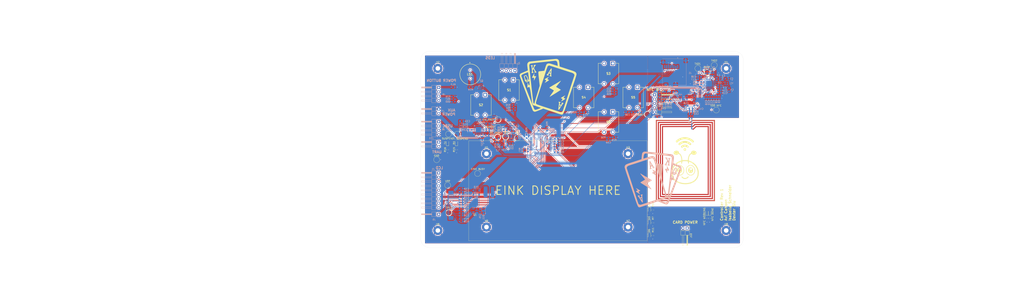
<source format=kicad_pcb>
(kicad_pcb (version 20240108) (generator "pcbnew") (generator_version "8.0")
  (layers (0 "F.Cu" signal) (1 "In1.Cu" signal) (2 "In2.Cu" signal) (31 "B.Cu" mixed) (34 "B.Paste" user) (35 "F.Paste" user) (36 "B.SilkS" user "B.Silkscreen") (37 "F.SilkS" user "F.Silkscreen") (38 "B.Mask" user) (39 "F.Mask" user) (44 "Edge.Cuts" user))
  (net 0 "")
  (net 1 "GND")
  (net 2 "Net-(IC1-XTO)")
  (net 3 "+3V3")
  (net 4 "Net-(IC1-XTI)")
  (net 5 "Net-(IC1-AGDC)")
  (net 6 "/INTERFACE/VGH")
  (net 7 "/INTERFACE/VGL")
  (net 8 "Net-(D9-A)")
  (net 9 "Net-(D10-K)")
  (net 10 "/INTERFACE/RESE")
  (net 11 "/INTERFACE/VSH2")
  (net 12 "/INTERFACE/VDD_1.8V")
  (net 13 "/INTERFACE/VSH1")
  (net 14 "/INTERFACE/VSL")
  (net 15 "/INTERFACE/VCOM")
  (net 16 "/POWER/VIN_PROT")
  (net 17 "Net-(U2-VOS)")
  (net 18 "Net-(U3-VIN)")
  (net 19 "/POWER/5V_USBC")
  (net 20 "Net-(U4-~{RXT}{slash}GPIO.1)")
  (net 21 "/USBC_TO_UART/VDD")
  (net 22 "Net-(C42-PORT1)")
  (net 23 "/NFC/ANTENNA/ANTENNA_COIL")
  (net 24 "/NFC/ANTENNA/AAT_A")
  (net 25 "Net-(C43-PORT1)")
  (net 26 "Net-(C44-PORT1)")
  (net 27 "Net-(C44-PORT2)")
  (net 28 "/NFC/ANTENNA/AAT_B")
  (net 29 "Net-(C45-Pad2)")
  (net 30 "Net-(C46-Pad1)")
  (net 31 "Net-(C49-Pad2)")
  (net 32 "/NFC/ANTENNA/RFI1")
  (net 33 "/NFC/ANTENNA/RFI2")
  (net 34 "Net-(C52-Pad1)")
  (net 35 "Net-(D1-K)")
  (net 36 "Net-(D2-K)")
  (net 37 "Net-(D3-K)")
  (net 38 "/MCU/LED_DEBUG_B")
  (net 39 "/MCU/LED_DISPLAY_B")
  (net 40 "Net-(D4-K)")
  (net 41 "/MCU/LED_DISPLAY_R")
  (net 42 "Net-(D5-K)")
  (net 43 "/MCU/USBC_UART_RX")
  (net 44 "Net-(D7-K)")
  (net 45 "Net-(D8-K)")
  (net 46 "/MCU/USBC_UART_TX")
  (net 47 "/POWER/AUX_POWER")
  (net 48 "/NFC/ANTENNA/RFO1")
  (net 50 "Net-(IC1-I2C_EN)")
  (net 51 "Net-(IC1-TAD1)")
  (net 53 "Net-(IC1-TAD2)")
  (net 55 "/NFC/ANTENNA/RFO2")
  (net 56 "Net-(IC1-BSS)")
  (net 57 "/MCU/SD_MOSI")
  (net 58 "/MCU/SD_SCK")
  (net 60 "/MCU/SD_MISO")
  (net 61 "/MCU/SD_CS")
  (net 63 "/INTERFACE/CS#")
  (net 64 "/INTERFACE/RES#")
  (net 65 "/INTERFACE/VPP")
  (net 66 "/INTERFACE/GDR")
  (net 67 "/INTERFACE/TSCL")
  (net 68 "/INTERFACE/D{slash}C#")
  (net 70 "/INTERFACE/SCL")
  (net 72 "/INTERFACE/SDA")
  (net 73 "/INTERFACE/TSDA")
  (net 74 "/INTERFACE/BUSY")
  (net 75 "/INTERFACE/BS1")
  (net 76 "/MCU/NFC_B_SCL")
  (net 77 "/MCU/NFC_B_SDA")
  (net 78 "/INTERFACE/BUZZER")
  (net 79 "/INTERFACE/BUTTON7")
  (net 80 "/INTERFACE/BUTTON6")
  (net 81 "/INTERFACE/BUTTON5")
  (net 82 "/INTERFACE/BUTTON4")
  (net 83 "/INTERFACE/BUTTON3")
  (net 84 "/INTERFACE/BUTTON2")
  (net 85 "/INTERFACE/BUTTON1")
  (net 86 "Net-(U2-FB)")
  (net 87 "Net-(U3-EN)")
  (net 88 "Net-(U4-TXD)")
  (net 89 "Net-(U4-RXD)")
  (net 102 "/POWER/POWER_GOOD")
  (net 103 "Net-(U4-SUSPEND)")
  (net 104 "Net-(U4-~{SUSPEND})")
  (net 106 "Net-(U1-PA14)")
  (net 108 "/MCU/NFC_B_BUSY")
  (net 109 "/MCU/SD_CARD_DETECT")
  (net 119 "Net-(U2-SW)")
  (net 120 "Net-(U2-EN)")
  (net 128 "/USBC_TO_UART/USBC_D+")
  (net 134 "/USBC_TO_UART/USBC_D-")
  (net 142 "Net-(IC1-VDD_D)")
  (net 143 "Net-(IC1-VDD_A)")
  (net 144 "Net-(IC1-VDD_AM)")
  (net 145 "/INTERFACE/LCD_PWM_BRIGHT")
  (net 146 "/MCU/SPI_LCD_MISO")
  (net 147 "/MCU/SPI_LCD_MOSI")
  (net 148 "/MCU/SPI_LCD_SCK")
  (net 149 "VDD_NFC")
  (net 150 "Net-(C42-PORT2)")
  (net 151 "Net-(C43-PORT2)")
  (net 153 "/MCU/LED_NFC_DONE")
  (net 154 "/MCU/LED_NFC_WORKING")
  (net 155 "/MCU/PWR_INDICATOR")
  (net 156 "Net-(IC1-VDD_DR)")
  (net 157 "/MCU/NFC_I_SENSE")
  (net 158 "Net-(Q2-C)")
  (net 159 "/MCU/NFC_A_BUSY")
  (net 160 "/MCU/NFC_A_SCL")
  (net 161 "/MCU/NFC_A_SDA")
  (net 162 "/MCU/SPI_LCD_CS")
  (net 163 "/MCU/SPI_LCD_DC")
  (net 165 "/MCU/SPI_EINK_MISO")
  (net 173 "Net-(J9-Pin_1)")
  (net 174 "/MCU/BUTTON_1")
  (net 175 "/MCU/BUTTON_2")
  (net 176 "/MCU/BUTTON_3")
  (net 177 "/MCU/BUTTON_4")
  (net 178 "/MCU/BUTTON_5")
  (net 179 "/MCU/BUTTON_6")
  (net 180 "/MCU/BUTTON_7")
  (footprint "MountingHole:MountingHole_2.7mm_M2.5_Pad_TopBottom" (layer "F.Cu") (at 88.5 193)
    (property "Reference" "H5")
    (property "Value" "MountingHole_Pad")
  )
  (footprint "MountingHole:MountingHole_2.7mm_M2.5_Pad_TopBottom" (layer "F.Cu") (at 60 100)
    (property "Reference" "H2")
    (property "Value" "MountingHole_Pad")
  )
  (footprint "TestPoint:TestPoint_Pad_D3.0mm" (layer "F.Cu") (at 222 98.1)
    (property "Reference" "TAD2")
    (property "Value" "TestPoint")
  )
  (footprint "LED_SMD:LED_0603_1608Metric_Pad1.05x0.95mm_HandSolder" (layer "F.Cu") (at 184 183 -90)
    (property "Reference" "D4")
    (property "Value" "LED-B")
  )
  (footprint "samacsys:PRT14460" (layer "F.Cu") (at 177 111.05)
    (property "Reference" "S5")
    (property "Value" "PRT-14460" (hide yes))
  )
  (footprint "Resistor_SMD:R_0603_1608Metric_Pad0.98x0.95mm_HandSolder" (layer "F.Cu") (at 217.8 187.9 -90)
    (property "Reference" "R8" (hide yes))
    (property "Value" "10k")
  )
  (footprint "TestPoint:TestPoint_Pad_D3.0mm" (layer "F.Cu") (at 59.3 153.5)
    (property "Reference" "GND")
    (property "Value" "TestPoint")
  )
  (footprint "Resistor_SMD:R_0603_1608Metric_Pad0.98x0.95mm_HandSolder" (layer "F.Cu") (at 186 190.5 -90)
    (property "Reference" "R7")
    (property "Value" "10k")
  )
  (footprint "TestPoint:TestPoint_Pad_D3.0mm" (layer "F.Cu") (at 66.25 138.5)
    (property "Reference" "SUSPEND\\")
    (property "Value" "TestPoint")
  )
  (footprint "TestPoint:TestPoint_Pad_D3.0mm" (layer "F.Cu") (at 83.3 161.6)
    (property "Reference" "EINK BUSY")
    (property "Value" "TestPoint")
  )
  (footprint "Resistor_SMD:R_0603_1608Metric_Pad0.98x0.95mm_HandSolder" (layer "F.Cu") (at 219.3 187.9 -90)
    (property "Reference" "R9" (hide yes))
    (property "Value" "10k")
  )
  (footprint "TestPoint:TestPoint_Pad_D3.0mm" (layer "F.Cu") (at 217.9 102.3)
    (property "Reference" "BUSY")
    (property "Value" "TestPoint")
  )
  (footprint "TestPoint:TestPoint_Pad_D3.0mm" (layer "F.Cu") (at 71.5 138.5)
    (property "Reference" "SUSPEND")
    (property "Value" "TestPoint")
  )
  (footprint "TestPoint:TestPoint_Pad_D3.0mm" (layer "F.Cu") (at 99.7 140.1 90)
    (property "Reference" "VOS")
    (property "Value" "TestPoint")
  )
  (footprint "LED_SMD:LED_0603_1608Metric_Pad1.05x0.95mm_HandSolder" (layer "F.Cu") (at 217.78327 184.536252 90)
    (property "Reference" "NFC WORKING")
    (property "Value" "LED-R")
  )
  (footprint "LED_SMD:LED_0603_1608Metric_Pad1.05x0.95mm_HandSolder" (layer "F.Cu") (at 219.362251 184.52521 90)
    (property "Reference" "NFC DONE")
    (property "Value" "LED-G")
  )
  (footprint "TestPoint:TestPoint_Pad_D3.0mm" (layer "F.Cu") (at 65.75 168.5)
    (property "Reference" "VPP")
    (property "Value" "TestPoint")
  )
  (footprint "TestPoint:TestPoint_Pad_D3.0mm" (layer "F.Cu") (at 95.25 134.5 90)
    (property "Reference" "PGOOD")
    (property "Value" "TestPoint")
  )
  (footprint "Connector_PinHeader_2.54mm:PinHeader_1x02_P2.54mm_Horizontal" (layer "F.Cu") (at 206.175 193.6 -90)
    (property "Reference" "J10")
    (property "Value" "Conn_01x02")
  )
  (footprint "MountingHole:MountingHole_2.7mm_M2.5_Pad_TopBottom" (layer "F.Cu") (at 60 195)
    (property "Reference" "H6")
    (property "Value" "MountingHole_Pad")
  )
  (footprint "MountingHole:MountingHole_2.7mm_M2.5_Pad_TopBottom" (layer "F.Cu") (at 229 195)
    (property "Reference" "H8")
    (property "Value" "MountingHole_Pad")
  )
  (footprint "LED_SMD:LED_0603_1608Metric_Pad1.05x0.95mm_HandSolder" (layer "F.Cu") (at 184 190.5 -90)
    (property "Reference" "D3")
    (property "Value" "LED-B")
  )
  (footprint "TestPoint:TestPoint_Pad_D3.0mm" (layer "F.Cu") (at 95.25 130 90)
    (property "Reference" "VIN_PROT")
    (property "Value" "TestPoint")
  )
  (footprint "MountingHole:MountingHole_2.7mm_M2.5_Pad_TopBottom" (layer "F.Cu") (at 171.5 193)
    (property "Reference" "H7")
    (property "Value" "MountingHole_Pad")
  )
  (footprint "samacsys:PRT14460" (layer "F.Cu") (at 162.5 125.5)
    (property "Reference" "S6")
    (property "Value" "PRT-14460" (hide yes))
  )
  (footprint "TestPoint:TestPoint_Pad_D3.0mm" (layer "F.Cu") (at 66.4 184.6)
    (property "Reference" "TP13")
    (property "Value" "TestPoint")
  )
  (footprint "MountingHole:MountingHole_2.7mm_M2.5_Pad_TopBottom" (layer "F.Cu") (at 88.5 150)
    (property "Reference" "H1")
    (property "Value" "MountingHole_Pad")
  )
  (footprint "TestPoint:TestPoint_Pad_D3.0mm" (layer "F.Cu") (at 182.8 126.9)
    (property "Reference" "BUSY")
    (property "Value" "TestPoint")
  )
  (footprint "TestPoint:TestPoint_Pad_D3.0mm" (layer "F.Cu") (at 223.2 124.4)
    (property "Reference" "VDD NFC")
    (property "Value" "TestPoint")
  )
  (footprint "samacsys:PS1240P02BT" (layer "F.Cu") (at 79 103.5)
    (property "Reference" "LS1")
    (property "Value" "PS1240P02BT" (hide yes))
  )
  (footprint "Resistor_SMD:R_0603_1608Metric_Pad0.98x0.95mm_HandSolder" (layer "F.Cu") (at 71 147.6625 -90)
    (property "Reference" "R15")
    (property "Value" "10k")
  )
  (footprint "Resistor_SMD:R_0603_1608Metric_Pad0.98x0.95mm_HandSolder" (layer "F.Cu") (at 65.75 147.6625 -90)
    (property "Reference" "R16")
    (property "Value" "10k")
  )
  (footprint "samacsys:PRT14460" (layer "F.Cu") (at 162.5 97.1)
    (property "Reference" "S3")
    (property "Value" "PRT-14460" (hide yes))
  )
  (footprint "LED_SMD:LED_0603_1608Metric_Pad1.05x0.95mm_HandSolder" (layer "F.Cu") (at 184 198 -90)
    (property "Reference" "D5")
    (property "Value" "LED-R")
  )
  (footprint "LED_SMD:LED_0603_1608Metric_Pad1.05x0.95mm_HandSolder" (layer "F.Cu") (at 65.75 143.625 90)
    (property "Reference" "TX")
    (property "Value" "LED-G")
  )
  (footprint "samacsys:PRT14460" (layer "F.Cu") (at 104.25 106.75)
    (property "Reference" "S1")
    (property "Value" "PRT-14460" (hide yes))
  )
  (footprint "MountingHole:MountingHole_2.7mm_M2.5_Pad_TopBottom" (layer "F.Cu") (at 171.5 150)
    (property "Reference" "H3")
    (property "Value" "MountingHole_Pad")
  )
  (footprint "TestPoint:TestPoint_Pad_D3.0mm" (layer "F.Cu") (at 106.7 140.6 90)
    (property "Reference" "FB")
    (property "Value" "TestPoint")
  )
  (footprint "samacsys:PRT14460" (layer "F.Cu") (at 87.75 115.5)
    (property "Reference" "S2")
    (property "Value" "PRT-14460" (hide yes))
  )
  (footprint "TestPoint:TestPoint_Pad_D3.0mm" (layer "F.Cu") (at 95.1 140.3)
    (property "Reference" "5V_USBC")
    (property "Value" "TestPoint")
  )
  (footprint "TestPoint:TestPoint_Pad_D3.0mm" (layer "F.Cu") (at 212.4 100)
    (property "Reference" "TAD1")
    (property "Value" "TestPoint")
  )
  (footprint "Connector_PinHeader_2.54mm:PinHeader_1x05_P2.54mm_Horizontal" (layer "F.Cu") (at 187 115.46)
    (property "Reference" "J3")
    (property "Value" "Conn_01x05")
  )
  (footprint "Resistor_SMD:R_0603_1608Metric_Pad0.98x0.95mm_HandSolder" (layer "F.Cu") (at 186 183 -90)
    (property "Reference" "R10")
    (property "Value" "10k")
  )
  (footprint "Resistor_SMD:R_0603_1608Metric_Pad0.98x0.95mm_HandSolder" (layer "F.Cu") (at 186 198 -90)
    (property "Reference" "R11")
    (property "Value" "10k")
  )
  (footprint "MountingHole:MountingHole_2.7mm_M2.5_Pad_TopBottom" (layer "F.Cu") (at 229 100)
    (property "Reference" "H4")
    (property "Value" "MountingHole_Pad")
  )
  (footprint "LED_SMD:LED_0603_1608Metric_Pad1.05x0.95mm_HandSolder" (layer "F.Cu") (at 70.91 143.625 90)
    (property "Reference" "RX")
    (property "Value" "LED-G")
  )
  (footprint "samacsys:PRT14460" (layer "F.Cu") (at 148 111.05)
    (property "Reference" "S4")
    (property "Value" "PRT-14460" (hide yes))
  )
  (footprint "Capacitor_SMD:C_0603_1608Metric_Pad1.08x0.95mm_HandSolder" (layer "B.Cu") (at 208.3875 125)
    (property "Reference" "C53")
    (property "Value" "240pF")
  )
  (footprint "Diode_SMD:D_SOD-523" (layer "B.Cu") (at 73.3 132.75 180)
    (property "Reference" "D12")
    (property "Value" "RB521S30T1G")
  )
  (footprint "Capacitor_SMD:C_0603_1608Metric_Pad1.08x0.95mm_HandSolder" (layer "B.Cu") (at 89 139)
    (property "Reference" "C38")
    (property "Value" "1uF")
  )
  (footprint "Package_SON:WSON-8-1EP_2x2mm_P0.5mm_EP0.9x1.6mm_ThermalVias" (layer "B.Cu") (at 103.05 139.75 180)
    (property "Reference" "U2")
    (property "Value" "TPS62160DSG")
  )
  (footprint "Capacitor_SMD:C_0603_1608Metric_Pad1.08x0.95mm_HandSolder" (layer "B.Cu") (at 163.4375 115 180)
    (property "Reference" "C56")
    (property "Value" "1uF")
  )
  (footprint "Resistor_SMD:R_0603_1608Metric_Pad0.98x0.95mm_HandSolder" (layer "B.Cu") (at 93.75 142.0875 -90)
    (property "Reference" "R35")
    (property "Value" "0")
  )
  (footprint "Resistor_SMD:R_0603_1608Metric_Pad0.98x0.95mm_HandSolder" (layer "B.Cu") (at 73.626598 189.76)
    (property "Reference" "R28")
    (property "Value" "DNP")
  )
  (footprint "Capacitor_SMD:C_0603_1608Metric_Pad1.08x0.95mm_HandSolder" (layer "B.Cu") (at 129.4 144.25)
    (property "Reference" "C22")
    (property "Value" "4.7uF")
  )
  (footprint "Resistor_SMD:R_0603_1608Metric_Pad0.98x0.95mm_HandSolder" (layer "B.Cu") (at 104.4125 123 180)
    (property "Reference" "R51")
    (property "Value" "10k")
  )
  (footprint "Capacitor_SMD:C_0603_1608Metric_Pad1.08x0.95mm_HandSolder" (layer "B.Cu") (at 220.275 116.75 90)
    (property "Reference" "C12")
    (property "Value" "10n")
  )
  (footprint "samacsys:TMBT3904LM" (layer "B.Cu") (at 85.5 110.6 180)
    (property "Reference" "Q2")
    (property "Value" "TMBT3904,LM" (hide yes))
  )
  (footprint "Resistor_SMD:R_0603_1608Metric_Pad0.98x0.95mm_HandSolder" (layer "B.Cu") (at 174.548499 125.746053)
    (property "Reference" "R55")
    (property "Value" "10k")
  )
  (footprint "Resistor_SMD:R_0603_1608Metric_Pad0.98x0.95mm_HandSolder" (layer "B.Cu") (at 209.7 113.6 -90)
    (property "Reference" "R2")
    (property "Value" ".5R")
  )
  (footprint "Resistor_SMD:R_0603_1608Metric_Pad0.98x0.95mm_HandSolder" (layer "B.Cu") (at 163.3375 140.5)
    (property "Reference" "R25")
    (property "Value" "10k")
  )
  (footprint "samacsys:QFN50P500X500X100-33N-D" (layer "B.Cu") (at 219.025 109 180)
    (property "Reference" "IC1")
    (property "Value" "ST25R3916B-AQWT" (hide yes))
  )
  (footprint "Capacitor_SMD:C_0603_1608Metric_Pad1.08x0.95mm_HandSolder" (layer "B.Cu") (at 230.65 112.4875 90)
    (property "Reference" "C4")
    (property "Value" "8.2p")
  )
  (footprint "Capacitor_SMD:C_0603_1608Metric_Pad1.08x0.95mm_HandSolder" (layer "B.Cu") (at 73.676598 184.76)
    (property "Reference" "C27")
    (property "Value" "1uF")
  )
  (footprint "Resistor_SMD:R_0603_1608Metric_Pad0.98x0.95mm_HandSolder" (layer "B.Cu") (at 191.75 118.0875 -90)
    (property "Reference" "R44")
    (property "Value" "0")
  )
  (footprint "Resistor_SMD:R_0603_1608Metric_Pad0.98x0.95mm_HandSolder" (layer "B.Cu") (at 73.626598 188.26)
    (property "Reference" "R27")
    (property "Value" "2.2R")
  )
  (footprint "samacsys:VLS2016" (layer "B.Cu") (at 99.075 142.75)
    (property "Reference" "L2")
    (property "Value" "2.2uH" (hide yes))
  )
  (footprint "parts-lib:CDRH5D18" (layer "B.Cu") (at 90 172.5)
    (property "Reference" "L1")
    (property "Value" "L" (hide yes))
  )
  (footprint "samacsys:XRCGB" (layer "B.Cu") (at 229.025 108.75)
    (property "Reference" "Y1")
    (property "Value" "XRCGB27M120F3M00R0" (hide yes))
  )
  (footprint "Resistor_SMD:R_0603_1608Metric_Pad0.98x0.95mm_HandSolder" (layer "B.Cu") (at 191.75 114.5875 90)
    (property "Reference" "R47")
    (property "Value" "0")
  )
  (footprint "Resistor_SMD:R_0603_1608Metric_Pad0.98x0.95mm_HandSolder" (layer "B.Cu") (at 69.0875 116.5)
    (property "Reference" "R26")
    (property "Value" "10k")
  )
  (footprint "Capacitor_SMD:C_0603_1608Metric_Pad1.08x0.95mm_HandSolder" (layer "B.Cu") (at 99.5625 134.75 180)
    (property "Reference" "C35")
    (property "Value" "1uF")
  )
  (footprint "Package_DFN_QFN:QFN-28-1EP_5x5mm_P0.5mm_EP3.35x3.35mm" (layer "B.Cu") (at 83.88 136 180)
    (property "Reference" "U4")
    (property "Value" "CP2110-F02-GM1")
  )
  (footprint "Capacitor_SMD:C_0603_1608Metric_Pad1.08x0.95mm_HandSolder" (layer "B.Cu") (at 229.3875 106 180)
    (property "Reference" "C1")
    (property "Value" "8.2p")
  )
  (footprint "Connector_PinHeader_2.54mm:PinHeader_1x04_P2.54mm_Horizontal" (layer "B.Cu") (at 60.5 131.22 180)
    (property "Reference" "J8")
    (property "Value" "Conn_01x04")
  )
  (footprint "Capacitor_SMD:C_0603_1608Metric_Pad1.08x0.95mm_HandSolder" (layer "B.Cu") (at 205.5 121.8)
    (property "Reference" "C48")
    (property "Value" "180pF")
  )
  (footprint "Capacitor_SMD:C_0603_1608Metric_Pad1.08x0.95mm_HandSolder" (layer "B.Cu") (at 202 116.8625 90)
    (property "Reference" "C46")
    (property "Value" "680pF")
  )
  (footprint "Resistor_SMD:R_0603_1608Metric_Pad0.98x0.95mm_HandSolder" (layer "B.Cu") (at 208.3375 123.5)
    (property "Reference" "R46")
    (property "Value" "0")
  )
  (footprint "Resistor_SMD:R_0603_1608Metric_Pad0.98x0.95mm_HandSolder" (layer "B.Cu") (at 73.626598 183.26 180)
    (property "Reference" "R30")
    (property "Value" "0R")
  )
  (footprint "Resistor_SMD:R_0603_1608Metric_Pad0.98x0.95mm_HandSolder" (layer "B.Cu") (at 196.5 118.0875 -90)
    (property "Reference" "R42")
    (property "Value" "0")
  )
  (footprint "Connector_PinHeader_2.54mm:PinHeader_1x04_P2.54mm_Horizontal" (layer "B.Cu") (at 105.2 101.3 90)
    (property "Reference" "J2")
    (property "Value" "Conn_01x04")
  )
  (footprint "Resistor_SMD:R_0603_1608Metric_Pad0.98x0.95mm_HandSolder" (layer "B.Cu") (at 95.5 142.0875 90)
    (property "Reference" "R36")
    (property "Value" "0R")
  )
  (footprint "Capacitor_SMD:C_0603_1608Metric_Pad1.08x0.95mm_HandSolder" (layer "B.Cu") (at 218.795 116.75 90)
    (property "Reference" "C15")
    (property "Value" "2.2u")
  )
  (footprint "Resistor_SMD:R_0603_1608Metric_Pad0.98x0.95mm_HandSolder" (layer "B.Cu") (at 218.65 101.9325 -90)
    (property "Reference" "R4")
    (property "Value" "0")
  )
  (footprint "Capacitor_SMD:C_0603_1608Metric_Pad1.08x0.95mm_HandSolder" (layer "B.Cu") (at 211.2 121.8)
    (property "Reference" "C47")
    (property "Value" "180pF")
  )
  (footprint "Connector_PinHeader_2.54mm:PinHeader_1x09_P2.54mm_Horizontal" (layer "B.Cu") (at 60.5 161.25 180)
    (property "Reference" "J4")
    (property "Value" "Conn_01x09")
  )
  (footprint "Resistor_SMD:R_0603_1608Metric_Pad0.98x0.95mm_HandSolder" (layer "B.Cu") (at 86.8375 130.25 180)
    (property "Reference" "R21")
    (property "Value" "10k")
  )
  (footprint "Resistor_SMD:R_0603_1608Metric_Pad0.98x0.95mm_HandSolder" (layer "B.Cu") (at 69.1 118 180)
    (property "Reference" "R57")
    (property "Value" "10k")
  )
  (footprint "Resistor_SMD:R_0603_1608Metric_Pad0.98x0.95mm_HandSolder" (layer "B.Cu") (at 99.5875 139.75)
    (property "Reference" "R34")
    (property "Value" "100k")
  )
  (footprint "Resistor_SMD:R_0603_1608Metric_Pad0.98x0.95mm_HandSolder" (layer "B.Cu") (at 103.75 142.9125 -90)
    (property "Reference" "R33")
    (property "Value" "200k")
  )
  (footprint "Resistor_SMD:R_0603_1608Metric_Pad0.98x0.95mm_HandSolder" (layer "B.Cu") (at 213.4125 107.864855 180)
    (property "Reference" "R5")
    (property "Value" "0")
  )
  (footprint "Resistor_SMD:R_0603_1608Metric_Pad0.98x0.95mm_HandSolder" (layer "B.Cu") (at 119 135.6 -90)
    (property "Reference" "R59")
    (property "Value" "4.7k")
  )
  (footprint "Resistor_SMD:R_0603_1608Metric_Pad0.98x0.95mm_HandSolder" (layer "B.Cu") (at 89.25 134)
    (property "Reference" "R39")
    (property "Value" "0R")
  )
  (footprint "Resistor_SMD:R_0603_1608Metric_Pad0.98x0.95mm_HandSolder" (layer "B.Cu") (at 90.224449 130.245483 180)
    (property "Reference" "R52")
    (property "Value" "10k")
  )
  (footprint "Capacitor_SMD:C_0603_1608Metric_Pad1.08x0.95mm_HandSolder" (layer "B.Cu") (at 104.4 124.5 180)
    (property "Reference" "C54")
    (property "Value" "1uF")
  )
  (footprint "Capacitor_SMD:C_0603_1608Metric_Pad1.08x0.95mm_HandSolder" (layer "B.Cu") (at 195.006391 118.085518 -90)
    (property "Reference" "C45")
    (property "Value" "680pF")
  )
  (footprint "Resistor_SMD:R_0603_1608Metric_Pad0.98x0.95mm_HandSolder" (layer "B.Cu") (at 217.025 101.9125 90)
    (property "Reference" "R3")
    (property "Value" "0")
  )
  (footprint "Capacitor_SMD:C_0603_1608Metric_Pad1.08x0.95mm_HandSolder" (layer "B.Cu") (at 73.651598 173.75)
    (property "Reference" "C31")
    (property "Value" "1uF")
  )
  (footprint "Capacitor_SMD:C_0603_1608Metric_Pad1.08x0.95mm_HandSolder" (layer "B.Cu") (at 225.025 112.75 180)
    (property "Reference" "C14")
    (property "Value" "10n")
  )
  (footprint "Capacitor_SMD:C_0603_1608Metric_Pad1.08x0.95mm_HandSolder" (layer "B.Cu") (at 224.3875 107 180)
    (property "Reference" "C3")
    (property "Value" "10n")
  )
  (footprint "Connector_PinHeader_2.54mm:PinHeader_1x02_P2.54mm_Horizontal" (layer "B.Cu") (at 60.5 143.16 180)
    (property "Reference" "J11")
    (property "Value" "Conn_01x02")
  )
  (footprint "Package_QFP:LQFP-64_10x10mm_P0.5mm" (layer "B.Cu") (at 120.425 144.1 180)
    (property "Reference" "U1")
    (property "Value" "STM32G0C1RETx")
  )
  (footprint "Inductor_SMD:L_0603_1608Metric" (layer "B.Cu") (at 206 117.25 -90)
    (property "Reference" "L4")
    (property "Value" "270nH")
  )
  (footprint "Capacitor_SMD:C_0603_1608Metric_Pad1.08x0.95mm_HandSolder" (layer "B.Cu") (at 160 142)
    (property "Reference" "C59")
    (property "Value" "1uF")
  )
  (footprint "Resistor_SMD:R_0603_1608Metric_Pad0.98x0.95mm_HandSolder" (layer "B.Cu") (at 111.9125 148.7)
    (property "Reference" "R17")
    (property "Value" "4.7k")
  )
  (footprint "Capacitor_SMD:C_0603_1608Metric_Pad1.08x0.95mm_HandSolder" (layer "B.Cu") (at 196.25 114.6125 -90)
    (property "Reference" "C51")
    (property "Value" "10pF")
  )
  (footprint "Capacitor_SMD:C_0603_1608Metric_Pad1.08x0.95mm_HandSolder" (layer "B.Cu") (at 213.400226 104.8875)
    (property "Reference" "C18")
    (property "Value" "10n")
  )
  (footprint "Resistor_SMD:R_0603_1608Metric_Pad0.98x0.95mm_HandSolder" (layer "B.Cu") (at 99.5875 136.25)
    (property "Reference" "R38")
    (property "Value" "0R")
  )
  (footprint "Diode_SMD:D_SOD-123" (layer "B.Cu") (at 82.5 174)
    (property "Reference" "D9")
    (property "Value" "D_Schottky")
  )
  (footprint "Capacitor_SMD:C_0603_1608Metric_Pad1.08x0.95mm_HandSolder" (layer "B.Cu") (at 225.141806 111.259397 180)
    (property "Reference" "C7")
    (property "Value" "10n")
  )
  (footprint "Resistor_SMD:R_0603_1608Metric_Pad0.98x0.95mm_HandSolder" (layer "B.Cu") (at 188.5875 128.5 180)
    (property "Reference" "R1")
    (property "Value" "0")
  )
  (footprint "Capacitor_SMD:C_0603_1608Metric_Pad1.08x0.95mm_HandSolder" (layer "B.Cu") (at 224.775 116.75 90)
    (property "Reference" "C6")
    (property "Value" "2.2u")
  )
  (footprint "Resistor_SMD:R_0603_1608Metric_Pad0.98x0.95mm_HandSolder" (layer "B.Cu") (at 163.424498 113.503917 180)
    (property "Reference" "R53")
    (property "Value" "10k")
  )
  (footprint "Connector_PinHeader_2.54mm:PinHeader_1x01_P2.54mm_Horizontal" (layer "B.Cu") (at 60.5 185.5 180)
    (property "Reference" "J5")
    (property "Value" "Conn_01x01")
  )
  (footprint "Capacitor_SMD:C_0603_1608Metric_Pad1.08x0.95mm_HandSolder" (layer "B.Cu") (at 93 129.2375 90)
    (property "Reference" "C55")
    (property "Value" "1uF")
  )
  (footprint "Resistor_SMD:R_0603_1608Metric_Pad0.98x0.95mm_HandSolder" (layer "B.Cu") (at 89.25 132.5)
    (property "Reference" "R40")
    (property "Value" "0R")
  )
  (footprint "Resistor_SMD:R_0603_1608Metric_Pad0.98x0.95mm_HandSolder" (layer "B.Cu") (at 207.394227 127.894227 -90)
    (property "Reference" "R49")
    (property "Value" "0")
  )
  (footprint "Resistor_SMD:R_0603_1608Metric_Pad0.98x0.95mm_HandSolder" (layer "B.Cu") (at 79.3375 111)
    (property "Reference" "R19")
    (property "Value" "1k")
  )
  (footprint "Capacitor_SMD:C_0603_1608Metric_Pad1.08x0.95mm_HandSolder" (layer "B.Cu") (at 171.2 125.8 180)
    (property "Reference" "C58")
    (property "Value" "1uF")
  )
  (footprint "Capacitor_SMD:C_0805_2012Metric_Pad1.18x1.45mm_HandSolder" (layer "B.Cu") (at 74.0375 131)
    (property "Reference" "C33")
    (property "Value" "10uF")
  )
  (footprint "Resistor_SMD:R_0603_1608Metric_Pad0.98x0.95mm_HandSolder" (layer "B.Cu") (at 193.5 118.0875 -90)
    (property "Reference" "R41")
    (property "Value" "0")
  )
  (footprint "Capacitor_SMD:C_0603_1608Metric_Pad1.08x0.95mm_HandSolder" (layer "B.Cu") (at 221.65 103.4875 -90)
    (property "Reference" "C10")
    (property "Value" "100n")
  )
  (footprint "Resistor_SMD:R_0603_1608Metric_Pad0.98x0.95mm_HandSolder" (layer "B.Cu") (at 177.9125 125.75)
    (property "Reference" "R24")
    (property "Value" "10k")
  )
  (footprint "Inductor_SMD:L_0603_1608Metric" (layer "B.Cu") (at 210.3 117.2 -90)
    (property "Reference" "L3")
    (property "Value" "270nH")
  )
  (footprint "Capacitor_SMD:C_0603_1608Metric_Pad1.08x0.95mm_HandSolder" (layer "B.Cu") (at 190 114.6375 -90)
    (property "Reference" "C49")
    (property "Value" "82pF")
  )
  (footprint "Capacitor_SMD:C_0603_1608Metric_Pad1.08x0.95mm_HandSolder" (layer "B.Cu") (at 73.651598 175.51)
    (property "Reference" "C23")
    (property "Value" "1uF")
  )
  (footprint "Capacitor_SMD:C_0603_1608Metric_Pad1.08x0.95mm_HandSolder" (layer "B.Cu") (at 86 141 -90)
    (property "Reference" "C37")
    (property "Value" "100n")
  )
  (footprint "Capacitor_SMD:C_0603_1608Metric_Pad1.08x0.95mm_HandSolder" (layer "B.Cu") (at 73.618432 186.244159)
    (property "Reference" "C26")
    (property "Value" "DNP")
  )
  (footprint "Connector_PinHeader_2.54mm:PinHeader_1x02_P2.54mm_Horizontal" (layer "B.Cu") (at 60.5 123.825 180)
    (property "Reference" "J7")
    (property "Value" "Conn_01x02")
  )
  (footprint "Capacitor_SMD:C_0603_1608Metric_Pad1.08x0.95mm_HandSolder" (layer "B.Cu") (at 73.651598 172.25)
    (property "Reference" "C24")
    (property "Value" "1uF")
  )
  (footprint "Resistor_SMD:R_0603_1608Metric_Pad0.98x0.95mm_HandSolder" (layer "B.Cu") (at 190 118.0875 -90)
    (property "Reference" "R43")
    (property "Value" "0")
  )
  (footprint "Capacitor_SMD:C_0603_1608Metric_Pad1.08x0.95mm_HandSolder" (layer "B.Cu") (at 198.8625 113.75)
    (property "Reference" "C50")
    (property "Value" "10pF")
  )
  (footprint "Capacitor_SMD:C_0603_1608Metric_Pad1.08x0.95mm_HandSolder" (layer "B.Cu") (at 224.3875 105.5 180)
    (property "Reference" "C2")
    (property "Value" "2.2u")
  )
  (footprint "samacsys:LXRW0YV600054" (layer "B.Cu") (at 189.8 123.45 180)
    (property "Reference" "C44")
    (property "Value" "LXRW0YV600-054" (hide yes))
  )
  (footprint "samacsys:MEM20610118800A" (layer "B.Cu") (at 192.89 98.95)
    (property "Reference" "J1")
    (property "Value" "MEM2061-01-188-00-A" (hide yes))
  )
  (footprint "Capacitor_SMD:C_0603_1608Metric_Pad1.08x0.95mm_HandSolder" (layer "B.Cu") (at 220.15 103.4875 -90)
    (property "Reference" "C9")
    (property "Value" "1uF")
  )
  (footprint "Capacitor_SMD:C_0603_1608Metric_Pad1.08x0.95mm_HandSolder" (layer "B.Cu") (at 69.087529 119.541678 180)
    (property "Reference" "C60")
    (property "Value" "1uF")
  )
  (footprint "Capacitor_SMD:C_0603_1608Metric_Pad1.08x0.95mm_HandSolder" (layer "B.Cu") (at 89.275 137)
    (property "Reference" "C40")
    (property "Value" "4.7uF")
  )
  (footprint "Capacitor_SMD:C_0603_1608Metric_Pad1.08x0.95mm_HandSolder" (layer "B.Cu") (at 221.775 116.75 90)
    (property "Reference" "C11")
    (property "Value" "2.2u")
  )
  (footprint "Capacitor_SMD:C_0603_1608Metric_Pad1.08x0.95mm_HandSolder" (layer "B.Cu") (at 73.6 178.51)
    (property "Reference" "C29")
    (property "Value" "1uF")
  )
  (footprint "Capacitor_SMD:C_0603_1608Metric_Pad1.08x0.95mm_HandSolder" (layer "B.Cu") (at 129.4 145.95)
    (property "Reference" "C21")
    (property "Value" "100n")
  )
  (footprint "Connector_PinHeader_2.54mm:PinHeader_1x04_P2.54mm_Horizontal" (layer "B.Cu") (at 60.5 111.2 180)
    (property "Reference" "J9")
    (property "Value" "Conn_01x04")
  )
  (footprint "Package_TO_SOT_SMD:SOT-23-5" (layer "B.Cu") (at 103.6375 133.5)
    (property "Reference" "U3")
    (property "Value" "MIC5504-3.3YM5")
  )
  (footprint "Capacitor_SMD:C_0603_1608Metric_Pad1.08x0.95mm_HandSolder" (layer "B.Cu") (at 143.1 127.2)
    (property "Reference" "C57")
    (property "Value" "1uF")
  )
  (footprint "Resistor_SMD:R_0603_1608Metric_Pad0.98x0.95mm_HandSolder" (layer "B.Cu") (at 208.894227 127.894227 -90)
    (property "Reference" "R48")
    (property "Value" "0")
  )
  (footprint "Capacitor_SMD:C_0603_1608Metric_Pad1.08x0.95mm_HandSolder" (layer "B.Cu") (at 217.275 116.75 90)
    (property "Reference" "C16")
    (property "Value" "22n")
  )
  (footprint "samacsys:LXRW0YV600054" (layer "B.Cu") (at 211.25 123.65 180)
    (property "Reference" "C42")
    (property "Value" "LXRW0YV600-054" (hide yes))
  )
  (footprint "Resistor_SMD:R_0603_1608Metric_Pad0.98x0.95mm_HandSolder" (layer "B.Cu") (at 106 139.9125 90)
    (property "Reference" "R31" (hide yes))
    (property "Value" "100k")
  )
  (footprint "Capacitor_SMD:C_0603_1608Metric_Pad1.08x0.95mm_HandSolder" (layer "B.Cu") (at 213.400226 106.3975)
    (property "Reference" "C17")
    (property "Value" "1uF")
  )
  (footprint "Resistor_SMD:R_0603_1608Metric_Pad0.98x0.95mm_HandSolder" (layer "B.Cu") (at 146.7 125.7)
    (property "Reference" "R23")
    (property "Value" "10k")
  )
  (footprint "Resistor_SMD:R_0603_1608Metric_Pad0.98x0.95mm_HandSolder" (layer "B.Cu") (at 129.4 147.5 180)
    (property "Reference" "R13")
    (property "Value" "4.7k")
  )
  (footprint "Capacitor_SMD:C_0603_1608Metric_Pad1.08x0.95mm_HandSolder" (layer "B.Cu") (at 73.651598 170.5)
    (property "Reference" "C32")
    (property "Value" "1uF")
  )
  (footprint "Capacitor_SMD:C_0603_1608Metric_Pad1.08x0.95mm_HandSolder" (layer "B.Cu") (at 194.758126 114.597334 90)
    (property "Reference" "C52")
    (property "Value" "82pF")
  )
  (footprint "Capacitor_SMD:C_0603_1608Metric_Pad1.08x0.95mm_HandSolder" (layer "B.Cu") (at 78.8625 136 180)
    (property "Reference" "C39")
    (property "Value" "4.7uF")
  )
  (footprint "Capacitor_SMD:C_0603_1608Metric_Pad1.08x0.95mm_HandSolder" (layer "B.Cu") (at 73.6375 180)
    (property "Reference" "C28")
    (property "Value" "1uF")
  )
  (footprint "Capacitor_SMD:C_0603_1608Metric_Pad1.08x0.95mm_HandSolder" (layer "B.Cu") (at 225.025 114.25 180)
    (property "Reference" "C13")
    (property "Value" "2.2u")
  )
  (footprint "Capacitor_SMD:C_0603_1608Metric_Pad1.08x0.95mm_HandSolder" (layer "B.Cu") (at 129.4 142.75)
    (property "Reference" "C19")
    (property "Value" "100n")
  )
  (footprint "Connector_FFC-FPC:TE_2-1734839-4_1x24-1MP_P0.5mm_Horizontal" (layer "B.Cu") (at 67.35 180.25 -90)
    (property "Reference" "J6")
    (property "Value" "Conn_01x24")
  )
  (footprint "Resistor_SMD:R_0603_1608Metric_Pad0.98x0.95mm_HandSolder" (layer "B.Cu") (at 129.4 149.1 180)
    (property "Reference" "R14")
    (property "Value" "4.7k")
  )
  (footprint "Resistor_SMD:R_0603_1608Metric_Pad0.98x0.95mm_HandSolder" (layer "B.Cu") (at 163.4125 112)
    (property "Reference" "R22")
    (property "Value" "10k")
  )
  (footprint "Capacitor_SMD:C_0603_1608Metric_Pad1.08x0.95mm_HandSolder" (layer "B.Cu") (at 129.4 141.25)
    (property "Reference" "C20")
    (property "Value" "1uF")
  )
  (footprint "Resistor_SMD:R_0603_1608Metric_Pad0.98x0.95mm_HandSolder" (layer "B.Cu") (at 213.429566 109.373711)
    (property "Reference" "R6")
    (property "Value" "0")
  )
  (footprint "Resistor_SMD:R_0603_1608Metric_Pad0.98x0.95mm_HandSolder" (layer "B.Cu") (at 112 139.9125 90)
    (property "Reference" "R58")
    (property "Value" "10k")
  )
  (footprint "Resistor_SMD:R_0603_1608Metric_Pad0.98x0.95mm_HandSolder" (layer "B.Cu") (at 104.4125 121.5)
    (property "Reference" "R20")
    (property "Value" "10k")
  )
  (footprint "Resistor_SMD:R_0603_1608Metric_Pad0.98x0.95mm_HandSolder" (layer "B.Cu") (at 111.9 147.2)
    (property "Reference" "R18")
    (property "Value" "4.7k")
  )
  (footprint "Capacitor_SMD:C_0805_2012Metric_Pad1.18x1.45mm_HandSolder" (layer "B.Cu") (at 98.7125 146 180)
    (property "Reference" "C34")
    (property "Value" "22uF")
  )
  (footprint "Package_TO_SOT_SMD:SOT-23" (layer "B.Cu") (at 81.75 183.2)
    (property "Reference" "Q1")
    (property "Value" "NMOS")
  )
  (footprint "Resistor_SMD:R_0603_1608Metric_Pad0.98x0.95mm_HandSolder" (layer "B.Cu") (at 160 140.5)
    (property "Reference" "R56")
    (property "Value" "10k")
  )
  (footprint "Diode_SMD:D_SOD-523" (layer "B.Cu") (at 73.3 134.25 180)
    (property "Reference" "D13")
    (property "Value" "RB521S30T1G")
  )
  (footprint "Resistor_SMD:R_0603_1608Metric_Pad0.98x0.95mm_HandSolder" (layer "B.Cu") (at 102.25 142.9125 90)
    (property "Reference" "R32")
    (property "Value" "787K")
  )
  (footprint "Resistor_SMD:R_0603_1608Metric_Pad0.98x0.95mm_HandSolder" (layer "B.Cu") (at 73.626598 181.76 180)
    (property "Reference" "R29")
    (property "Value" "0R")
  )
  (footprint "Resistor_SMD:R_0603_1608Metric_Pad0.98x0.95mm_HandSolder" (layer "B.Cu") (at 193.25 114.5875 90)
    (property "Reference" "R45")
    (property "Value" "0")
  )
  (footprint "Capacitor_SMD:C_0603_1608Metric_Pad1.08x0.95mm_HandSolder" (layer "B.Cu") (at 223.275 116.75 90)
    (property "Reference" "C8")
    (property "Value" "10n")
  )
  (footprint "samacsys:LXRW0YV600054" (layer "B.Cu") (at 205.6 123.75)
    (property "Reference" "C43")
    (property "Value" "LXRW0YV600-054" (hide yes))
  )
  (footprint "Capacitor_SMD:C_0603_1608Metric_Pad1.08x0.95mm_HandSolder" (layer "B.Cu") (at 103.3875 136.5 180)
    (property "Reference" "C36")
    (property "Value" "1uF")
  )
  (footprint "Resistor_SMD:R_0603_1608Metric_Pad0.98x0.95mm_HandSolder" (layer "B.Cu") (at 68.9125 111)
    (property "Reference" "R12")
    (property "Value" "10k")
  )
  (footprint "Diode_SMD:D_SOD-123" (layer "B.Cu") (at 86.75 183.35 90)
    (property "Reference" "D11")
    (property "Value" "D_Schottky")
  )
  (footprint "Capacitor_SMD:C_0603_1608Metric_Pad1.08x0.95mm_HandSolder" (layer "B.Cu") (at 225.1375 109.75 180)
    (property "Reference" "C5")
    (property "Value" "2.2u")
  )
  (footprint "Diode_SMD:D_SOD-123" (layer "B.Cu") (at 82.5 171.5 180)
    (property "Reference" "D10")
    (property "Value" "D_Schottky")
  )
  (footprint "Capacitor_SMD:C_0603_1608Metric_Pad1.08x0.95mm_HandSolder" (layer "B.Cu") (at 84.75 183.3125 90)
    (property "Reference" "C25")
    (property "Value" "1uF")
  )
  (footprint "Resistor_SMD:R_0603_1608Metric_Pad0.98x0.95mm_HandSolder" (layer "B.Cu") (at 143.1 125.7)
    (property "Reference" "R54")
    (property "Value" "10k" (hide yes))
  )
  (footprint "Capacitor_SMD:C_0603_1608Metric_Pad1.08x0.95mm_HandSolder" (layer "B.Cu") (at 73.6 177.01)
    (property "Reference" "C30")
    (property "Value" "1uF")
  )
  (footprint "Resistor_SMD:R_0603_1608Metric_Pad0.98x0.95mm_HandSolder" (layer "B.Cu") (at 124 135.6 -90)
    (property "Reference" "R50")
    (property "Value" "10k")
  )
  (footprint "Capacitor_SMD:C_0603_1608Metric_Pad1.08x0.95mm_HandSolder" (layer "B.Cu") (at 89.275 135.49)
    (property "Reference" "C41")
    (property "Value" "100n")
  )
  (footprint "samacsys:SOT95P280X145-5N" (layer "B.Cu") (at 212.75 113.65 180)
    (property "Reference" "IC2")
    (property "Value" "INA180A2IDBVR" (hide yes))
  )
  (footprint "Resistor_SMD:R_0603_1608Metric_Pad0.98x0.95mm_HandSolder" (layer "B.Cu") (at 99.5875 137.75)
    (property "Reference" "R37")
    (property "Value" "0")
  )
  (gr_line (start 210.2 124.5) (end 209.8 124.1) (stroke (width 0.15)) (layer "B.SilkS"))
  (gr_poly (pts (xy 179.745459 173.847018) (xy 179.734688 173.848142) (xy 179.723927 173.849875) (xy 179.713195 173.852231) (xy 179.702509 173.855223) (xy 179.691888 173.858863) (xy 179.669119 173.869601) (xy 179.643353 173.880608) (xy 179.584069 173.903179) (xy 179.516517 173.926082) (xy 179.443177 173.94882) (xy 179.366531 173.970896) (xy 179.289057 173.991815) (xy 179.213237 174.01108) (xy 179.141552 174.028196) (xy 179.106784 174.037661) (xy 179.073921 174.047526) (xy 179.042965 174.057779) (xy 179.013918 174.068407) (xy 178.986783 174.079396) (xy 178.961563 174.090734) (xy 178.93826 174.102408) (xy 178.916877 174.114405) (xy 178.897416 174.126713) (xy 178.87988 174.139317) (xy 178.864272 174.152205) (xy 178.850594 174.165365) (xy 178.838848 174.178784) (xy 178.829038 174.192447) (xy 178.821166 174.206344) (xy 178.815234 174.22046) (xy 178.811245 174.234782) (xy 178.809201 174.249299) (xy 178.809106 174.263996) (xy 178.810962 174.278861) (xy 178.814771 174.293881) (xy 178.820536 174.309044) (xy 178.828259 174.324335) (xy 178.837944 174.339743) (xy 178.849592 174.355254) (xy 178.863207 174.370856) (xy 178.87879 174.386535) (xy 178.896345 174.402279) (xy 178.915874 174.418074) (xy 178.937379 174.433908) (xy 178.960864 174.449768) (xy 178.98633 174.465641) (xy 179.007642 174.478167) (xy 179.029159 174.494414) (xy 179.05076 174.514134) (xy 179.072319 174.537078) (xy 179.093714 174.562999) (xy 179.114818 174.591648) (xy 179.135509 174.622778) (xy 179.155663 174.65614) (xy 179.175156 174.691487) (xy 179.193862 174.72857) (xy 179.21166 174.767141) (xy 179.228424 174.806952) (xy 179.24403 174.847756) (xy 179.258354 174.889304) (xy 179.271273 174.931347) (xy 179.282662 174.973639) (xy 179.294689 175.031748) (xy 179.304132 175.084627) (xy 179.310723 175.132669) (xy 179.312865 175.154999) (xy 179.314192 175.176267) (xy 179.314672 175.196522) (xy 179.314272 175.215813) (xy 179.312956 175.23419) (xy 179.310692 175.251701) (xy 179.307447 175.268396) (xy 179.303185 175.284323) (xy 179.297875 175.299531) (xy 179.291483 175.314071) (xy 179.283974 175.327991) (xy 179.275315 175.341339) (xy 179.265473 175.354166) (xy 179.254413 175.366519) (xy 179.242104 175.378449) (xy 179.22851 175.390004) (xy 179.213598 175.401234) (xy 179.197335 175.412188) (xy 179.179687 175.422913) (xy 179.160621 175.433461) (xy 179.140103 175.44388) (xy 179.118098 175.454218) (xy 179.069499 175.474851) (xy 179.014553 175.495753) (xy 178.974903 175.51129) (xy 178.935481 175.526124) (xy 178.858228 175.553519) (xy 178.784613 175.577607) (xy 178.716455 175.598057) (xy 178.655574 175.614538) (xy 178.603787 175.62672) (xy 178.581872 175.631096) (xy 178.562914 175.634272) (xy 178.547139 175.636208) (xy 178.534774 175.636863) (xy 178.516181 175.63495) (xy 178.497484 175.629335) (xy 178.478746 175.620201) (xy 178.460029 175.607731) (xy 178.441395 175.592109) (xy 178.422905 175.573518) (xy 178.386607 175.528163) (xy 178.351633 175.473134) (xy 178.318477 175.4099) (xy 178.287637 175.339926) (xy 178.259607 175.264682) (xy 178.234885 175.185634) (xy 178.213967 175.104251) (xy 178.197348 175.021999) (xy 178.185524 174.940347) (xy 178.178992 174.860762) (xy 178.178248 174.784711) (xy 178.183788 174.713663) (xy 178.18907 174.680474) (xy 178.196108 174.649085) (xy 178.21043 174.596788) (xy 178.221382 174.550858) (xy 178.228572 174.511046) (xy 178.231607 174.477105) (xy 178.231444 174.462258) (xy 178.230095 174.448786) (xy 178.227511 174.436658) (xy 178.223642 174.425842) (xy 178.21844 174.416307) (xy 178.211856 174.408024) (xy 178.203841 174.400959) (xy 178.194345 174.395084) (xy 178.183319 174.390366) (xy 178.170715 174.386774) (xy 178.156483 174.384278) (xy 178.140574 174.382847) (xy 178.122939 174.382449) (xy 178.103529 174.383054) (xy 178.059187 174.387147) (xy 178.007155 174.394877) (xy 177.947042 174.405998) (xy 177.878453 174.420261) (xy 177.800997 174.437418) (xy 177.67347 174.466574) (xy 177.56064 174.49604) (xy 177.509678 174.510986) (xy 177.462321 174.526126) (xy 177.418544 174.541498) (xy 177.378326 174.557142) (xy 177.341642 174.573095) (xy 177.30847 174.589398) (xy 177.278785 174.606088) (xy 177.252566 174.623205) (xy 177.229788 174.640786) (xy 177.210429 174.658872) (xy 177.194465 174.6775) (xy 177.181873 174.696709) (xy 177.172629 174.716539) (xy 177.166711 174.737027) (xy 177.164094 174.758213) (xy 177.164757 174.780136) (xy 177.168676 174.802833) (xy 177.175826 174.826345) (xy 177.186186 174.850709) (xy 177.199732 174.875965) (xy 177.21644 174.902151) (xy 177.236288 174.929306) (xy 177.259251 174.957468) (xy 177.285308 174.986677) (xy 177.314434 175.016971) (xy 177.346606 175.048389) (xy 177.381802 175.08097) (xy 177.419997 175.114753) (xy 177.461558 175.154437) (xy 177.511719 175.209314) (xy 177.63519 175.360595) (xy 177.785121 175.560493) (xy 177.956218 175.800905) (xy 178.143191 176.073729) (xy 178.340747 176.370862) (xy 178.543594 176.6842) (xy 178.746441 177.00564) (xy 178.86037 177.197956) (xy 178.969297 177.378014) (xy 179.073181 177.545794) (xy 179.171979 177.701274) (xy 179.265651 177.844435) (xy 179.354156 177.975256) (xy 179.437452 178.093716) (xy 179.515497 178.199793) (xy 179.58825 178.293469) (xy 179.655671 178.374721) (xy 179.717717 178.44353) (xy 179.746712 178.473262) (xy 179.774347 178.499875) (xy 179.800619 178.523366) (xy 179.825521 178.543734) (xy 179.849048 178.560976) (xy 179.871196 178.575088) (xy 179.891959 178.586069) (xy 179.911331 178.593915) (xy 179.929309 178.598625) (xy 179.945885 178.600196) (xy 179.980967 178.59898) (xy 180.012224 178.595097) (xy 180.039802 178.588197) (xy 180.052257 178.583505) (xy 180.063846 178.577927) (xy 180.074587 178.571419) (xy 180.084499 178.563937) (xy 180.0936 178.555436) (xy 180.101907 178.545874) (xy 180.109439 178.535206) (xy 180.116215 178.523388) (xy 180.122251 178.510376) (xy 180.127566 178.496127) (xy 180.136107 178.46374) (xy 180.14198 178.425875) (xy 180.145332 178.382181) (xy 180.146307 178.332306) (xy 180.14505 178.2759) (xy 180.141705 178.21261) (xy 180.136416 178.142085) (xy 180.12933 178.063975) (xy 179.989349 176.935582) (xy 179.973878 176.808085) (xy 179.50844 176.808085) (xy 179.50844 177.259641) (xy 179.141552 176.709308) (xy 179.088952 176.630857) (xy 179.042223 176.559267) (xy 179.001282 176.494128) (xy 178.982956 176.463847) (xy 178.966046 176.435023) (xy 178.950541 176.407606) (xy 178.936432 176.381542) (xy 178.923707 176.35678) (xy 178.912358 176.333269) (xy 178.902372 176.310957) (xy 178.89374 176.289792) (xy 178.886452 176.269723) (xy 178.880497 176.250697) (xy 178.875865 176.232664) (xy 178.872546 176.215571) (xy 178.870529 176.199367) (xy 178.869804 176.184) (xy 178.87036 176.169419) (xy 178.872188 176.155571) (xy 178.875276 176.142406) (xy 178.879615 176.129871) (xy 178.885194 176.117914) (xy 178.892004 176.106485) (xy 178.900032 176.095531) (xy 178.90927 176.085001) (xy 178.919707 176.074843) (xy 178.931333 176.065006) (xy 178.944136 176.055437) (xy 178.958108 176.046085) (xy 178.979415 176.033031) (xy 179.000909 176.020371) (xy 179.022444 176.008164) (xy 179.043876 175.996475) (xy 179.06506 175.985364) (xy 179.085851 175.974895) (xy 179.106105 175.965128) (xy 179.125677 175.956125) (xy 179.144421 175.94795) (xy 179.162195 175.940664) (xy 179.178852 175.934328) (xy 179.194248 175.929005) (xy 179.208238 175.924757) (xy 179.220678 175.921646) (xy 179.231423 175.919734) (xy 179.240328 175.919083) (xy 179.254754 175.920272) (xy 179.268919 175.923796) (xy 179.282811 175.929594) (xy 179.296415 175.937604) (xy 179.30972 175.947764) (xy 179.322712 175.960011) (xy 179.347706 175.990521) (xy 179.371295 176.028637) (xy 179.393374 176.073865) (xy 179.413842 176.125706) (xy 179.432593 176.183667) (xy 179.449526 176.24725) (xy 179.464536 176.315959) (xy 179.477521 176.389298) (xy 179.488376 176.466771) (xy 179.496999 176.547883) (xy 179.503287 176.632136) (xy 179.507135 176.719036) (xy 179.50844 176.808085) (xy 179.973878 176.808085) (xy 179.93297 176.470955) (xy 179.885252 176.066811) (xy 179.845885 175.718725) (xy 179.814559 175.422275) (xy 179.801814 175.29203) (xy 179.790963 175.173036) (xy 179.781968 175.064738) (xy 179.774789 174.966585) (xy 179.769387 174.878023) (xy 179.765725 174.798499) (xy 179.763762 174.72746) (xy 179.763461 174.664353) (xy 179.764783 174.608626) (xy 179.767688 174.559726) (xy 179.772139 174.517098) (xy 179.778096 174.480192) (xy 179.78552 174.448453) (xy 179.794374 174.421329) (xy 179.804617 174.398266) (xy 179.816212 174.378713) (xy 179.829119 174.362115) (xy 179.8433 174.34792) (xy 179.858716 174.335575) (xy 179.875329 174.324528) (xy 179.884463 174.318991) (xy 179.893337 174.312976) (xy 179.910249 174.299585) (xy 179.925962 174.284499) (xy 179.940373 174.267862) (xy 179.953379 174.24982) (xy 179.964875 174.230517) (xy 179.974759 174.210098) (xy 179.982928 174.188708) (xy 179.989277 174.166491) (xy 179.993704 174.143591) (xy 179.996105 174.120154) (xy 179.996514 174.10828) (xy 179.996378 174.096325) (xy 179.995683 174.084308) (xy 179.994417 174.072247) (xy 179.992568 174.060161) (xy 179.990121 174.048066) (xy 179.987065 174.035982) (xy 179.983386 174.023927) (xy 179.979071 174.011918) (xy 179.974108 173.999973) (xy 179.969894 173.989516) (xy 179.965202 173.97932) (xy 179.960051 173.969398) (xy 179.954457 173.959762) (xy 179.94844 173.950427) (xy 179.942017 173.941404) (xy 179.935206 173.932706) (xy 179.928026 173.924347) (xy 179.920494 173.916339) (xy 179.91263 173.908696) (xy 179.90445 173.90143) (xy 179.895972 173.894554) (xy 179.887216 173.888081) (xy 179.878199 173.882024) (xy 179.868939 173.876396) (xy 179.859454 173.87121) (xy 179.849763 173.866478) (xy 179.839883 173.862215) (xy 179.829832 173.858432) (xy 179.819629 173.855142) (xy 179.809292 173.852359) (xy 179.798838 173.850095) (xy 179.788286 173.848363) (xy 179.777655 173.847177) (xy 179.766961 173.846549) (xy 179.756223 173.846491)) (stroke (width -0.000001)) (fill solid) (layer "B.SilkS"))
  (gr_line (start 88 131.5) (end 89.2 131.1) (stroke (width 0.15)) (layer "B.SilkS"))
  (gr_line (start 227.3 105.7) (end 227.3 105.1) (stroke (width 0.15)) (layer "B.SilkS"))
  (gr_poly (pts (xy 184.161983 154.286014) (xy 184.138021 154.305441) (xy 184.117483 154.33614) (xy 184.100293 154.378248) (xy 184.086377 154.431907) (xy 184.068066 154.57443) (xy 184.061951 154.764827) (xy 184.067432 155.004213) (xy 184.08391 155.293705) (xy 184.110785 155.634418) (xy 184.19333 156.473974) (xy 184.23693 156.889507) (xy 184.272263 157.274118) (xy 184.298997 157.620694) (xy 184.316801 157.922126) (xy 184.322251 158.053691) (xy 184.325345 158.171303) (xy 184.326041 158.274074) (xy 184.324298 158.361114) (xy 184.320074 158.431535) (xy 184.313329 158.484448) (xy 184.308998 158.504062) (xy 184.30402 158.518965) (xy 184.298392 158.529046) (xy 184.292107 158.534196) (xy 184.285535 158.53721) (xy 184.279054 158.540944) (xy 184.266393 158.550484) (xy 184.254187 158.562628) (xy 184.242498 158.57719) (xy 184.231388 158.593985) (xy 184.220918 158.612826) (xy 184.211152 158.633527) (xy 184.20215 158.655903) (xy 184.193975 158.679767) (xy 184.186688 158.704934) (xy 184.180353 158.731216) (xy 184.17503 158.758429) (xy 184.170782 158.786386) (xy 184.167672 158.814901) (xy 184.16576 158.843788) (xy 184.165108 158.872861) (xy 184.165939 158.908256) (xy 184.16698 158.924726) (xy 184.168443 158.940385) (xy 184.17033 158.955238) (xy 184.172643 158.96929) (xy 184.175385 158.982545) (xy 184.178558 158.995011) (xy 184.182165 159.00669) (xy 184.18621 159.01759) (xy 184.190693 159.027714) (xy 184.195618 159.037069) (xy 184.200988 159.045658) (xy 184.206804 159.053488) (xy 184.21307 159.060563) (xy 184.219789 159.066889) (xy 184.226962 159.072471) (xy 184.234592 159.077314) (xy 184.242683 159.081423) (xy 184.251235 159.084804) (xy 184.260253 159.087461) (xy 184.269739 159.0894) (xy 184.279695 159.090625) (xy 184.290123 159.091143) (xy 184.301028 159.090958) (xy 184.31241 159.090075) (xy 184.324272 159.0885) (xy 184.336618 159.086237) (xy 184.34945 159.083292) (xy 184.36277 159.07967) (xy 184.376581 159.075377) (xy 184.390885 159.070417) (xy 184.506861 159.032053) (xy 184.651941 158.985751) (xy 184.729607 158.962104) (xy 184.807604 158.939449) (xy 184.883617 158.918778) (xy 184.955329 158.901084) (xy 185.080262 158.86848) (xy 185.129924 158.854544) (xy 185.171627 158.841332) (xy 185.18963 158.834798) (xy 185.205806 158.828203) (xy 185.220209 158.821469) (xy 185.232894 158.814516) (xy 185.243916 158.807263) (xy 185.253327 158.79963) (xy 185.261183 158.791537) (xy 185.267538 158.782904) (xy 185.272446 158.773651) (xy 185.275962 158.763698) (xy 185.278139 158.752964) (xy 185.279031 158.74137) (xy 185.278694 158.728836) (xy 185.277181 158.71528) (xy 185.274547 158.700625) (xy 185.270846 158.684788) (xy 185.260459 158.649252) (xy 185.246454 158.608031) (xy 185.20933 158.505973) (xy 185.205198 158.494274) (xy 185.200752 158.482994) (xy 185.196005 158.472138) (xy 185.190974 158.46171) (xy 185.185675 158.451717) (xy 185.180122 158.442163) (xy 185.174332 158.433053) (xy 185.168319 158.424393) (xy 185.1621 158.416188) (xy 185.155689 158.408442) (xy 185.149103 158.401162) (xy 185.142357 158.394352) (xy 185.135466 158.388017) (xy 185.128446 158.382163) (xy 185.121312 158.376795) (xy 185.114079 158.371918) (xy 185.106765 158.367536) (xy 185.099383 158.363656) (xy 185.091949 158.360283) (xy 185.084479 158.357421) (xy 185.076989 158.355076) (xy 185.069493 158.353252) (xy 185.062008 158.351956) (xy 185.054548 158.351192) (xy 185.04713 158.350965) (xy 185.039769 158.351281) (xy 185.03248 158.352145) (xy 185.025279 158.353562) (xy 185.018181 158.355537) (xy 185.011202 158.358075) (xy 185.004358 158.361181) (xy 184.997663 158.364861) (xy 184.991091 158.368173) (xy 184.984609 158.370187) (xy 184.978226 158.370931) (xy 184.971949 158.370429) (xy 184.965785 158.368707) (xy 184.959743 158.365791) (xy 184.95383 158.361708) (xy 184.948053 158.356483) (xy 184.936943 158.342709) (xy 184.926473 158.324678) (xy 184.916707 158.302595) (xy 184.907705 158.276667) (xy 184.89953 158.247101) (xy 184.892244 158.214104) (xy 184.885908 158.177882) (xy 184.880586 158.138643) (xy 184.876338 158.096592) (xy 184.873227 158.051937) (xy 184.871315 158.004884) (xy 184.870664 157.95564) (xy 184.871374 157.88248) (xy 184.873696 157.816183) (xy 184.877919 157.756334) (xy 184.880835 157.728699) (xy 184.884334 157.702522) (xy 184.888453 157.67775) (xy 184.893229 157.654332) (xy 184.898697 157.632216) (xy 184.904894 157.611351) (xy 184.911856 157.591684) (xy 184.919618 157.573165) (xy 184.928218 157.555741) (xy 184.937691 157.539362) (xy 184.948073 157.523974) (xy 184.959402 157.509527) (xy 184.971712 157.495969) (xy 184.98504 157.483248) (xy 184.999422 157.471312) (xy 185.014895 157.46011) (xy 185.031494 157.449591) (xy 185.049256 157.439701) (xy 185.068217 157.430391) (xy 185.088413 157.421608) (xy 185.10988 157.4133) (xy 185.132655 157.405416) (xy 185.182271 157.390712) (xy 185.237551 157.377083) (xy 185.282027 157.366655) (xy 185.325463 157.359138) (xy 185.367815 157.354469) (xy 185.409035 157.352582) (xy 185.449076 157.353414) (xy 185.487893 157.356899) (xy 185.525439 157.362973) (xy 185.561666 157.371572) (xy 185.59653 157.38263) (xy 185.629983 157.396084) (xy 185.661978 157.411868) (xy 185.69247 157.429918) (xy 185.721411 157.45017) (xy 185.748756 157.472558) (xy 185.774457 157.497019) (xy 185.798469 157.523487) (xy 185.820744 157.551898) (xy 185.841236 157.582188) (xy 185.859899 157.614292) (xy 185.876686 157.648145) (xy 185.891551 157.683682) (xy 185.904447 157.72084) (xy 185.915328 157.759553) (xy 185.924146 157.799756) (xy 185.930856 157.841387) (xy 185.935412 157.884378) (xy 185.937765 157.928667) (xy 185.937871 157.974189) (xy 185.935683 158.020878) (xy 185.931153 158.06867) (xy 185.924237 158.117502) (xy 185.914886 158.167307) (xy 185.900933 158.24457) (xy 185.891239 158.31247) (xy 185.886422 158.371233) (xy 185.886038 158.397259) (xy 185.887105 158.421087) (xy 185.889701 158.442744) (xy 185.893905 158.462259) (xy 185.899794 158.479661) (xy 185.907445 158.494977) (xy 185.916935 158.508237) (xy 185.928343 158.519468) (xy 185.941745 158.5287) (xy 185.957219 158.53596) (xy 185.974844 158.541277) (xy 185.994695 158.544679) (xy 186.016851 158.546195) (xy 186.04139 158.545854) (xy 186.068388 158.543683) (xy 186.097924 158.539711) (xy 186.164917 158.526478) (xy 186.24299 158.506383) (xy 186.332762 158.479653) (xy 186.434853 158.446514) (xy 186.549885 158.407195) (xy 186.590102 158.39196) (xy 186.628698 158.375435) (xy 186.665626 158.357737) (xy 186.700835 158.338982) (xy 186.734277 158.319287) (xy 186.765903 158.298768) (xy 186.795663 158.277541) (xy 186.823508 158.255722) (xy 186.84939 158.233427) (xy 186.873259 158.210773) (xy 186.895066 158.187877) (xy 186.914762 158.164854) (xy 186.932298 158.14182) (xy 186.947625 158.118893) (xy 186.960693 158.096188) (xy 186.971454 158.073821) (xy 186.979859 158.051909) (xy 186.985858 158.030568) (xy 186.989403 158.009914) (xy 186.990444 157.990064) (xy 186.988932 157.971133) (xy 186.984818 157.953239) (xy 186.978053 157.936497) (xy 186.968588 157.921024) (xy 186.956373 157.906936) (xy 186.941361 157.894349) (xy 186.923501 157.883379) (xy 186.902745 157.874143) (xy 186.879043 157.866757) (xy 186.852346 157.861338) (xy 186.822606 157.858001) (xy 186.789773 157.856862) (xy 186.778537 157.855714) (xy 186.76603 157.852305) (xy 186.737408 157.83892) (xy 186.704322 157.817144) (xy 186.667184 157.787409) (xy 186.626408 157.750151) (xy 186.582407 157.705802) (xy 186.535595 157.654797) (xy 186.486385 157.597571) (xy 186.435191 157.534557) (xy 186.382426 157.466189) (xy 186.328503 157.392901) (xy 186.273836 157.315128) (xy 186.218839 157.233304) (xy 186.163924 157.147862) (xy 186.109505 157.059237) (xy 186.055996 156.967862) (xy 185.93291 156.770307) (xy 185.293996 156.770307) (xy 185.293627 156.774316) (xy 185.292532 156.778403) (xy 185.290729 156.782562) (xy 185.288236 156.786788) (xy 185.281253 156.795421) (xy 185.271727 156.804261) (xy 185.259804 156.813267) (xy 185.245627 156.822396) (xy 185.229342 156.831609) (xy 185.211093 156.840862) (xy 185.191026 156.850116) (xy 185.169284 156.859328) (xy 185.146012 156.868458) (xy 185.121356 156.877463) (xy 185.068467 156.894937) (xy 185.011774 156.911419) (xy 184.971377 156.920272) (xy 184.934659 156.925364) (xy 184.901331 156.926239) (xy 184.885848 156.924953) (xy 184.871104 156.922442) (xy 184.857063 156.91865) (xy 184.843688 156.91352) (xy 184.830944 156.906994) (xy 184.818794 156.899016) (xy 184.807202 156.889529) (xy 184.796132 156.878476) (xy 184.785548 156.8658) (xy 184.775413 156.851445) (xy 184.756348 156.81747) (xy 184.738647 156.776094) (xy 184.722021 156.726864) (xy 184.70618 156.669324) (xy 184.690836 156.603019) (xy 184.675698 156.527496) (xy 184.660477 156.442299) (xy 184.644884 156.346973) (xy 184.629753 156.221792) (xy 184.616442 156.102233) (xy 184.605445 155.991274) (xy 184.597259 155.89189) (xy 184.592381 155.807058) (xy 184.591337 155.771029) (xy 184.591306 155.739754) (xy 184.59235 155.713606) (xy 184.594531 155.692956) (xy 184.59791 155.678177) (xy 184.600069 155.673105) (xy 184.60255 155.66964) (xy 184.6095 155.668712) (xy 184.619618 155.673629) (xy 184.648467 155.699571) (xy 184.687322 155.744612) (xy 184.734402 155.8059) (xy 184.846134 155.965808) (xy 184.969441 156.156473) (xy 185.090102 156.355076) (xy 185.193896 156.538796) (xy 185.235023 156.617944) (xy 185.266601 156.684813) (xy 185.286851 156.736552) (xy 185.292173 156.755856) (xy 185.293996 156.770307) (xy 185.93291 156.770307) (xy 185.493316 156.064751) (xy 184.898885 155.119305) (xy 184.743839 154.881201) (xy 184.606383 154.680924) (xy 184.485918 154.51959) (xy 184.381846 154.398316) (xy 184.293565 154.318218) (xy 184.255159 154.293959) (xy 184.220477 154.280412) (xy 184.189443 154.277717)) (stroke (width -0.000001)) (fill solid) (layer "B.SilkS"))
  (gr_poly (pts (xy 193.545782 152.240681) (xy 193.518908 152.241975) (xy 193.494316 152.244168) (xy 193.471915 152.24727) (xy 193.451614 152.251292) (xy 193.433324 152.256244) (xy 193.416953 152.262137) (xy 193.402412 152.268981) (xy 193.395799 152.272763) (xy 193.389609 152.276786) (xy 193.383832 152.281052) (xy 193.378455 152.285562) (xy 193.373468 152.290318) (xy 193.368859 152.29532) (xy 193.364617 152.300571) (xy 193.360731 152.306071) (xy 193.35398 152.317824) (xy 193.348516 152.33059) (xy 193.344248 152.344379) (xy 193.341085 152.359201) (xy 193.338939 152.375067) (xy 193.337717 152.391988) (xy 193.33733 152.409973) (xy 193.337617 152.420554) (xy 193.338467 152.431122) (xy 193.339865 152.441665) (xy 193.341795 152.452169) (xy 193.344242 152.462621) (xy 193.34719 152.473008) (xy 193.350624 152.483318) (xy 193.354528 152.493537) (xy 193.358887 152.503653) (xy 193.363685 152.513653) (xy 193.368907 152.523524) (xy 193.374537 152.533252) (xy 193.38696 152.552232) (xy 193.40083 152.570487) (xy 193.416023 152.587916) (xy 193.432415 152.604415) (xy 193.449881 152.61988) (xy 193.468299 152.634208) (xy 193.487543 152.647296) (xy 193.50749 152.65904) (xy 193.528016 152.669338) (xy 193.548997 152.678085) (xy 193.57161 152.691914) (xy 193.596953 152.711985) (xy 193.624775 152.737926) (xy 193.65483 152.769366) (xy 193.68687 152.805932) (xy 193.720645 152.847252) (xy 193.75591 152.892955) (xy 193.792414 152.942667) (xy 193.868151 153.052635) (xy 193.945872 153.174178) (xy 194.023594 153.304319) (xy 194.099331 153.440084) (xy 194.437997 154.117418) (xy 193.873551 155.203973) (xy 193.815074 155.316328) (xy 193.756308 155.425479) (xy 193.697624 155.530868) (xy 193.639396 155.631937) (xy 193.581993 155.728128) (xy 193.52579 155.818882) (xy 193.471158 155.903642) (xy 193.418469 155.981849) (xy 193.368095 156.052945) (xy 193.320408 156.116373) (xy 193.27578 156.171574) (xy 193.234584 156.21799) (xy 193.215389 156.237729) (xy 193.197191 156.255062) (xy 193.180037 156.269921) (xy 193.163973 156.282234) (xy 193.149047 156.291932) (xy 193.135303 156.298946) (xy 193.12279 156.303205) (xy 193.111553 156.304641) (xy 193.101054 156.304887) (xy 193.090731 156.305619) (xy 193.080594 156.306827) (xy 193.070653 156.308499) (xy 193.060919 156.310626) (xy 193.051402 156.313198) (xy 193.042112 156.316204) (xy 193.03306 156.319634) (xy 193.024256 156.323476) (xy 193.015711 156.327722) (xy 193.007434 156.332361) (xy 192.999436 156.337382) (xy 192.991727 156.342776) (xy 192.984319 156.348531) (xy 192.97722 156.354637) (xy 192.970442 156.361084) (xy 192.963994 156.367863) (xy 192.957888 156.374961) (xy 192.952133 156.38237) (xy 192.94674 156.390078) (xy 192.941719 156.398076) (xy 192.93708 156.406352) (xy 192.932834 156.414898) (xy 192.928991 156.423702) (xy 192.925561 156.432754) (xy 192.922555 156.442043) (xy 192.919983 156.451561) (xy 192.917856 156.461295) (xy 192.916184 156.471235) (xy 192.914976 156.481373) (xy 192.914244 156.491696) (xy 192.913998 156.502195) (xy 192.915632 156.518146) (xy 192.920461 156.53422) (xy 192.928369 156.550378) (xy 192.939243 156.566577) (xy 192.969436 156.598933) (xy 193.010129 156.630959) (xy 193.060414 156.662323) (xy 193.11938 156.692695) (xy 193.186119 156.721744) (xy 193.25972 156.74914) (xy 193.339274 156.774551) (xy 193.423871 156.797647) (xy 193.512603 156.818097) (xy 193.60456 156.835571) (xy 193.698831 156.849737) (xy 193.794509 156.860265) (xy 193.890682 156.866825) (xy 193.986442 156.869085) (xy 194.008269 156.867989) (xy 194.028768 156.864785) (xy 194.047934 156.859597) (xy 194.065761 156.852548) (xy 194.082245 156.843763) (xy 194.09738 156.833366) (xy 194.111162 156.82148) (xy 194.123584 156.808231) (xy 194.134641 156.793741) (xy 194.14433 156.778134) (xy 194.152644 156.761536) (xy 194.159578 156.744069) (xy 194.165127 156.725858) (xy 194.169286 156.707027) (xy 194.17205 156.6877) (xy 194.173413 156.668001) (xy 194.173371 156.648054) (xy 194.171918 156.627983) (xy 194.169049 156.607912) (xy 194.164759 156.587965) (xy 194.159043 156.568266) (xy 194.151895 156.548939) (xy 194.143311 156.530108) (xy 194.133285 156.511897) (xy 194.121811 156.49443) (xy 194.108886 156.477832) (xy 194.094504 156.462225) (xy 194.078659 156.447735) (xy 194.061346 156.434485) (xy 194.042561 156.4226) (xy 194.022298 156.412202) (xy 194.000552 156.403417) (xy 193.981545 156.39313) (xy 193.973674 156.386185) (xy 193.9669 156.378006) (xy 193.956679 156.357838) (xy 193.950943 156.33242) (xy 193.949754 156.301545) (xy 193.953175 156.265007) (xy 193.961268 156.222598) (xy 193.974094 156.174111) (xy 193.991716 156.119341) (xy 194.014195 156.05808) (xy 194.041594 155.990123) (xy 194.073974 155.915261) (xy 194.153928 155.743998) (xy 194.254552 155.542639) (xy 194.297 155.461676) (xy 194.339467 155.38309) (xy 194.381646 155.307274) (xy 194.423224 155.23462) (xy 194.463894 155.165522) (xy 194.503344 155.100372) (xy 194.541264 155.039563) (xy 194.577344 154.983487) (xy 194.611275 154.932537) (xy 194.642746 154.887107) (xy 194.671447 154.847588) (xy 194.697068 154.814374) (xy 194.719299 154.787857) (xy 194.73783 154.76843) (xy 194.745612 154.761498) (xy 194.752352 154.756486) (xy 194.758011 154.753443) (xy 194.762553 154.752418) (xy 194.768007 154.752951) (xy 194.77378 154.754536) (xy 194.786227 154.760768) (xy 194.79979 154.770928) (xy 194.814366 154.784829) (xy 194.829852 154.802285) (xy 194.846144 154.823111) (xy 194.863139 154.84712) (xy 194.880733 154.874126) (xy 194.898823 154.903943) (xy 194.917306 154.936386) (xy 194.936078 154.971268) (xy 194.955037 155.008402) (xy 194.993098 155.088687) (xy 195.030663 155.175751) (xy 195.048318 155.219768) (xy 195.064249 155.264456) (xy 195.090994 155.355558) (xy 195.110999 155.448479) (xy 195.12437 155.54264) (xy 195.131208 155.637463) (xy 195.131618 155.732369) (xy 195.125703 155.826778) (xy 195.113566 155.920113) (xy 195.095311 156.011793) (xy 195.07104 156.101242) (xy 195.040858 156.187879) (xy 195.004867 156.271126) (xy 194.963171 156.350405) (xy 194.915873 156.425136) (xy 194.890156 156.460615) (xy 194.863077 156.494741) (xy 194.83465 156.52744) (xy 194.804887 156.55864) (xy 194.772633 156.589105) (xy 194.758106 156.603416) (xy 194.744638 156.617151) (xy 194.732225 156.630339) (xy 194.72086 156.643007) (xy 194.710539 156.655184) (xy 194.701257 156.666898) (xy 194.693009 156.678179) (xy 194.685789 156.689054) (xy 194.679592 156.699551) (xy 194.674413 156.7097) (xy 194.670247 156.719528) (xy 194.667089 156.729065) (xy 194.664933 156.738338) (xy 194.663774 156.747375) (xy 194.663608 156.756207) (xy 194.664429 156.764859) (xy 194.666232 156.773362) (xy 194.669011 156.781744) (xy 194.672762 156.790032) (xy 194.677479 156.798256) (xy 194.683157 156.806444) (xy 194.689792 156.814623) (xy 194.697377 156.822824) (xy 194.705908 156.831074) (xy 194.71538 156.839401) (xy 194.725786 156.847834) (xy 194.737123 156.856402) (xy 194.749386 156.865132) (xy 194.762567 156.874053) (xy 194.776664 156.883195) (xy 194.808377 156.902255) (xy 194.84251 156.919761) (xy 194.87884 156.935726) (xy 194.917141 156.950167) (xy 194.957189 156.963099) (xy 194.998759 156.974538) (xy 195.041626 156.984499) (xy 195.085565 156.992997) (xy 195.175761 157.005668) (xy 195.267549 157.012675) (xy 195.35913 157.014143) (xy 195.448705 157.010195) (xy 195.534478 157.000956) (xy 195.614649 156.986548) (xy 195.652071 156.977446) (xy 195.687419 156.967097) (xy 195.720468 156.955519) (xy 195.750992 156.942727) (xy 195.778766 156.928736) (xy 195.803567 156.913561) (xy 195.825169 156.897218) (xy 195.843348 156.879723) (xy 195.857878 156.861091) (xy 195.868535 156.841338) (xy 195.875094 156.820479) (xy 195.87733 156.79853) (xy 195.877125 156.78799) (xy 195.876517 156.777549) (xy 195.875516 156.767221) (xy 195.874133 156.757023) (xy 195.872378 156.746969) (xy 195.870261 156.737075) (xy 195.867792 156.727358) (xy 195.864983 156.717831) (xy 195.861843 156.708511) (xy 195.858382 156.699413) (xy 195.854611 156.690553) (xy 195.850541 156.681947) (xy 195.846181 156.673609) (xy 195.841543 156.665555) (xy 195.836635 156.657801) (xy 195.831469 156.650362) (xy 195.826055 156.643254) (xy 195.820404 156.636492) (xy 195.814524 156.630092) (xy 195.808428 156.624069) (xy 195.802126 156.618439) (xy 195.795627 156.613217) (xy 195.788941 156.608419) (xy 195.78208 156.60406) (xy 195.775054 156.600156) (xy 195.767873 156.596722) (xy 195.760547 156.593774) (xy 195.753087 156.591328) (xy 195.745502 156.589397) (xy 195.737804 156.588) (xy 195.730003 156.58715) (xy 195.722108 156.586863) (xy 195.699612 156.582684) (xy 195.67972 156.569968) (xy 195.662391 156.548446) (xy 195.647584 156.517851) (xy 195.635257 156.477912) (xy 195.62537 156.428361) (xy 195.61788 156.368929) (xy 195.612747 156.299349) (xy 195.609929 156.21935) (xy 195.609385 156.128665) (xy 195.614952 155.914159) (xy 195.629118 155.653682) (xy 195.651553 155.345084) (xy 195.677553 154.999242) (xy 195.702788 154.685748) (xy 195.727486 154.403219) (xy 195.751874 154.15027) (xy 195.776179 153.925516) (xy 195.800629 153.727571) (xy 195.812979 153.638219) (xy 195.825451 153.555051) (xy 195.838072 153.477892) (xy 195.850872 153.406571) (xy 195.863878 153.340913) (xy 195.87712 153.280745) (xy 195.890625 153.225896) (xy 195.904422 153.17619) (xy 195.91854 153.131456) (xy 195.933006 153.09152) (xy 195.94785 153.056209) (xy 195.963099 153.02535) (xy 195.978783 152.99877) (xy 195.994929 152.976295) (xy 196.011565 152.957753) (xy 196.028722 152.942971) (xy 196.046426 152.931775) (xy 196.064706 152.923992) (xy 196.08359 152.919449) (xy 196.103108 152.917973) (xy 196.113607 152.917727) (xy 196.12393 152.916995) (xy 196.134068 152.915787) (xy 196.144008 152.914115) (xy 196.153743 152.911987) (xy 196.16326 152.909415) (xy 196.172549 152.90641) (xy 196.181601 152.90298) (xy 196.190405 152.899137) (xy 196.198951 152.894891) (xy 196.207228 152.890252) (xy 196.215225 152.885231) (xy 196.222934 152.879837) (xy 196.230343 152.874082) (xy 196.237441 152.867976) (xy 196.244219 152.861528) (xy 196.250667 152.85475) (xy 196.256773 152.847651) (xy 196.262528 152.840243) (xy 196.267922 152.832534) (xy 196.272943 152.824537) (xy 196.277582 152.81626) (xy 196.281828 152.807714) (xy 196.285671 152.79891) (xy 196.2891 152.789858) (xy 196.292106 152.780568) (xy 196.294678 152.771051) (xy 196.296805 152.761317) (xy 196.298478 152.751376) (xy 196.299685 152.741239) (xy 196.300417 152.730916) (xy 196.300664 152.720417) (xy 196.300085 152.708635) (xy 196.298352 152.6971) (xy 196.295466 152.685814) (xy 196.291431 152.674776) (xy 196.279921 152.653444) (xy 196.263843 152.633104) (xy 196.243217 152.613757) (xy 196.218064 152.595401) (xy 196.188405 152.578038) (xy 196.154261 152.561667) (xy 196.115652 152.546288) (xy 196.072598 152.531902) (xy 196.025122 152.518507) (xy 195.973242 152.506105) (xy 195.91698 152.494695) (xy 195.856357 152.484277) (xy 195.791393 152.474852) (xy 195.722108 152.466418) (xy 195.666263 152.461784) (xy 195.612527 152.458446) (xy 195.56094 152.45638) (xy 195.511544 152.455559) (xy 195.46438 152.455958) (xy 195.419491 152.45755) (xy 195.376916 152.46031) (xy 195.336698 152.464213) (xy 195.298878 152.469231) (xy 195.263497 152.47534) (xy 195.230596 152.482514) (xy 195.200217 152.490726) (xy 195.172402 152.499951) (xy 195.14719 152.510163) (xy 195.124625 152.521336) (xy 195.104747 152.533445) (xy 195.087597 152.546463) (xy 195.073217 152.560365) (xy 195.061649 152.575125) (xy 195.052933 152.590716) (xy 195.047111 152.607114) (xy 195.044224 152.624292) (xy 195.044313 152.642225) (xy 195.047421 152.660886) (xy 195.053587 152.68025) (xy 195.062855 152.700291) (xy 195.075264 152.720983) (xy 195.090857 152.7423) (xy 195.109674 152.764217) (xy 195.131757 152.786708) (xy 195.157147 152.809746) (xy 195.185886 152.833306) (xy 195.211187 152.856161) (xy 195.234173 152.88253) (xy 195.254843 152.912619) (xy 195.273198 152.946636) (xy 195.289239 152.984787) (xy 195.302964 153.027279) (xy 195.314374 153.074318) (xy 195.323469 153.126112) (xy 195.330249 153.182867) (xy 195.334714 153.244789) (xy 195.336864 153.312086) (xy 195.336698 153.384963) (xy 195.334218 153.463629) (xy 195.329422 153.548289) (xy 195.322311 153.63915) (xy 195.312885 153.736419) (xy 195.24233 154.498417) (xy 194.776664 153.679973) (xy 194.72558 153.591393) (xy 194.678216 153.505789) (xy 194.634656 153.423493) (xy 194.594983 153.344834) (xy 194.559277 153.270145) (xy 194.527624 153.199754) (xy 194.500104 153.133994) (xy 194.476802 153.073195) (xy 194.457798 153.017688) (xy 194.443177 152.967803) (xy 194.433021 152.923871) (xy 194.429644 152.904241) (xy 194.427413 152.886223) (xy 194.42634 152.869859) (xy 194.426435 152.855189) (xy 194.427708 152.842257) (xy 194.430169 152.831101) (xy 194.43383 152.821765) (xy 194.438699 152.814289) (xy 194.444789 152.808715) (xy 194.452108 152.805084) (xy 194.479815 152.795137) (xy 194.504759 152.78388) (xy 194.526991 152.771408) (xy 194.546559 152.757818) (xy 194.563512 152.743204) (xy 194.577899 152.727663) (xy 194.589769 152.711289) (xy 194.599172 152.69418) (xy 194.606157 152.676429) (xy 194.610772 152.658134) (xy 194.613067 152.639388) (xy 194.613091 152.620289) (xy 194.610892 152.600932) (xy 194.606521 152.581411) (xy 194.600026 152.561824) (xy 194.591455 152.542265) (xy 194.58086 152.52283) (xy 194.568287 152.503614) (xy 194.553787 152.484714) (xy 194.537409 152.466224) (xy 194.519201 152.448241) (xy 194.499213 152.43086) (xy 194.477494 152.414177) (xy 194.454092 152.398287) (xy 194.429058 152.383286) (xy 194.40244 152.369269) (xy 194.374287 152.356332) (xy 194.344648 152.344571) (xy 194.313573 152.334081) (xy 194.28111 152.324958) (xy 194.247309 152.317298) (xy 194.212218 152.311195) (xy 194.079145 152.291531) (xy 193.9599 152.274925) (xy 193.85376 152.261462) (xy 193.805378 152.255934) (xy 193.760002 152.251223) (xy 193.71754 152.247339) (xy 193.677902 152.244291) (xy 193.640997 152.242092) (xy 193.606736 152.24075) (xy 193.575028 152.240276)) (stroke (width -0.000001)) (fill solid) (layer "B.SilkS"))
  (gr_poly (pts (xy 185.745553 159.338529) (xy 185.7422 159.34183) (xy 185.740065 159.346418) (xy 185.739123 159.352257) (xy 185.739351 159.359309) (xy 185.743227 159.376914) (xy 185.751505 159.398942) (xy 185.764001 159.425104) (xy 185.780527 159.45511) (xy 185.800897 159.488673) (xy 185.824927 159.525501) (xy 185.852429 159.565305) (xy 185.883218 159.607797) (xy 185.953911 159.699685) (xy 186.035518 159.798848) (xy 186.126551 159.902973) (xy 186.214222 160.007787) (xy 186.296105 160.109128) (xy 186.370382 160.204846) (xy 186.404099 160.249925) (xy 186.435233 160.292793) (xy 186.463555 160.333179) (xy 186.488839 160.370817) (xy 186.510857 160.405437) (xy 186.529381 160.43677) (xy 186.544185 160.464548) (xy 186.55504 160.488502) (xy 186.558916 160.49896) (xy 186.56172 160.508363) (xy 186.563424 160.516674) (xy 186.563998 160.523862) (xy 186.563342 160.529481) (xy 186.561397 160.535738) (xy 186.553772 160.550073) (xy 186.541394 160.566682) (xy 186.52453 160.585378) (xy 186.50345 160.605977) (xy 186.478421 160.62829) (xy 186.449713 160.652134) (xy 186.417594 160.677321) (xy 186.3442 160.730981) (xy 186.260387 160.787784) (xy 186.168307 160.846239) (xy 186.070109 160.90486) (xy 186.020378 160.931453) (xy 185.971909 160.958191) (xy 185.924969 160.984887) (xy 185.879828 161.011356) (xy 185.836754 161.037411) (xy 185.796016 161.062867) (xy 185.757882 161.087538) (xy 185.722622 161.111237) (xy 185.690503 161.133778) (xy 185.661795 161.154976) (xy 185.636767 161.174644) (xy 185.615687 161.192596) (xy 185.598823 161.208647) (xy 185.592056 161.215901) (xy 185.586445 161.22261) (xy 185.582022 161.228751) (xy 185.578821 161.2343) (xy 185.576876 161.239234) (xy 185.57622 161.243529) (xy 185.584426 161.256712) (xy 185.605816 161.277384) (xy 185.684671 161.339082) (xy 185.96229 161.529059) (xy 186.35335 161.779558) (xy 186.802122 162.056681) (xy 187.252878 162.326528) (xy 187.649891 162.5552) (xy 187.937432 162.708796) (xy 188.022736 162.746847) (xy 188.047724 162.754332) (xy 188.059774 162.753417) (xy 188.061885 162.750074) (xy 188.06294 162.745363) (xy 188.061951 162.731975) (xy 188.056953 162.713544) (xy 188.048088 162.690358) (xy 188.035503 162.662708) (xy 188.019342 162.630882) (xy 187.976871 162.555862) (xy 187.921832 162.467612) (xy 187.855383 162.368448) (xy 187.778682 162.260686) (xy 187.692886 162.146639) (xy 187.650924 162.090812) (xy 187.609872 162.034715) (xy 187.569978 161.978743) (xy 187.531489 161.923287) (xy 187.494654 161.868741) (xy 187.459721 161.815497) (xy 187.426938 161.763948) (xy 187.396552 161.714487) (xy 187.368812 161.667506) (xy 187.343966 161.623399) (xy 187.322262 161.582557) (xy 187.303948 161.545374) (xy 187.289272 161.512242) (xy 187.278481 161.483555) (xy 187.271826 161.459704) (xy 187.270125 161.449716) (xy 187.269552 161.441083) (xy 187.270208 161.434101) (xy 187.272156 161.426404) (xy 187.279804 161.408975) (xy 187.292248 161.389025) (xy 187.309239 161.36678) (xy 187.33053 161.342468) (xy 187.355872 161.316317) (xy 187.385017 161.288553) (xy 187.417718 161.259404) (xy 187.453726 161.229098) (xy 187.492793 161.197861) (xy 187.534672 161.165922) (xy 187.579113 161.133507) (xy 187.62587 161.100844) (xy 187.674694 161.068161) (xy 187.725337 161.035684) (xy 187.77755 161.003641) (xy 188.285552 160.721418) (xy 187.043774 160.001751) (xy 186.79468 159.858655) (xy 186.559145 159.727466) (xy 186.342793 159.610829) (xy 186.151246 159.51139) (xy 185.990126 159.431795) (xy 185.922733 159.400265) (xy 185.865056 159.374689) (xy 185.817796 159.355397) (xy 185.781657 159.342719) (xy 185.757342 159.336986) (xy 185.749838 159.336827)) (stroke (width -0.000001)) (fill solid) (layer "B.SilkS"))
  (gr_line (start 96.5 144.9) (end 96.3 145.1) (stroke (width 0.15)) (layer "B.SilkS"))
  (gr_line (start 227.3 105.7) (end 226.2 106.8) (stroke (width 0.15)) (layer "B.SilkS"))
  (gr_line (start 96.3 147.5) (end 95.9 147.9) (stroke (width 0.15)) (layer "B.SilkS"))
  (gr_line (start 96.3 145.1) (end 96.3 147.5) (stroke (width 0.15)) (layer "B.SilkS"))
  (gr_poly (pts (xy 194.209737 157.152413) (xy 194.207582 157.155696) (xy 194.204226 157.16856) (xy 194.201195 157.217893) (xy 194.202793 157.29567) (xy 194.208691 157.398251) (xy 194.218558 157.521999) (xy 194.232063 157.663275) (xy 194.248875 157.818442) (xy 194.268664 157.983861) (xy 194.35333 158.830529) (xy 193.71833 158.872861) (xy 193.08333 158.915195) (xy 193.774775 160.255752) (xy 194.480331 161.596306) (xy 194.409774 160.707306) (xy 194.35333 159.832418) (xy 194.974219 159.832418) (xy 195.037003 159.831932) (xy 195.098132 159.830516) (xy 195.157278 159.828232) (xy 195.214108 159.825142) (xy 195.268292 159.821307) (xy 195.3195 159.816791) (xy 195.367401 159.811654) (xy 195.411663 159.805959) (xy 195.451957 159.799768) (xy 195.487952 159.793143) (xy 195.519316 159.786146) (xy 195.545719 159.778839) (xy 195.566831 159.771284) (xy 195.575299 159.767432) (xy 195.58232 159.763542) (xy 195.587853 159.759621) (xy 195.591856 159.755677) (xy 195.594288 159.751717) (xy 195.595108 159.74775) (xy 195.59169 159.730835) (xy 195.581658 159.701724) (xy 195.543073 159.609726) (xy 195.481999 159.477379) (xy 195.40108 159.310306) (xy 195.190296 158.894469) (xy 194.931885 158.407195) (xy 194.796783 158.154711) (xy 194.668625 157.919259) (xy 194.55039 157.705967) (xy 194.445052 157.519959) (xy 194.35559 157.366363) (xy 194.284979 157.250305) (xy 194.257673 157.207954) (xy 194.236196 157.176911) (xy 194.220921 157.157814) (xy 194.215725 157.152947) (xy 194.212218 157.151307)) (stroke (width -0.000001)) (fill solid) (layer "B.SilkS"))
  (gr_line (start 209.9 126.4) (end 209.5 126) (stroke (width 0.15)) (layer "B.SilkS"))
  (gr_poly (pts (xy 178.728354 161.576703) (xy 178.722848 161.577344) (xy 178.717611 161.578358) (xy 178.712661 161.579749) (xy 178.708016 161.581522) (xy 178.703693 161.583683) (xy 178.699712 161.586237) (xy 178.69609 161.589189) (xy 178.692845 161.592543) (xy 178.689996 161.596306) (xy 178.680315 161.612492) (xy 178.678696 161.635829) (xy 178.686586 161.668178) (xy 178.705431 161.711401) (xy 178.736678 161.767356) (xy 178.781774 161.837904) (xy 178.919303 162.030223) (xy 179.129591 162.30324) (xy 179.424216 162.671838) (xy 180.312774 163.755308) (xy 181.483996 165.166419) (xy 180.072884 165.998974) (xy 179.789422 166.165082) (xy 179.524977 166.322426) (xy 179.285336 166.467534) (xy 179.076289 166.596931) (xy 178.903621 166.707147) (xy 178.773121 166.794708) (xy 178.725493 166.828907) (xy 178.690577 166.856141) (xy 178.669097 166.875974) (xy 178.663621 166.88298) (xy 178.661776 166.887974) (xy 178.937328 167.08812) (xy 179.664987 167.563102) (xy 181.882636 168.965835) (xy 184.126743 170.352692) (xy 184.887475 170.80783) (xy 185.20933 170.980195) (xy 185.2138 170.979046) (xy 185.216644 170.975637) (xy 185.217571 170.962253) (xy 185.212338 170.940476) (xy 185.201172 170.910742) (xy 185.184302 170.873483) (xy 185.161953 170.829134) (xy 185.101733 170.720903) (xy 185.02233 170.589521) (xy 184.925564 170.438461) (xy 184.813254 170.271195) (xy 184.687218 170.091196) (xy 184.201957 169.407303) (xy 183.792266 168.824282) (xy 183.455667 168.338495) (xy 183.189678 167.946305) (xy 183.082387 167.784172) (xy 182.991819 167.644074) (xy 182.917663 167.525556) (xy 182.85961 167.428163) (xy 182.817349 167.351441) (xy 182.79057 167.294935) (xy 182.782889 167.27412) (xy 182.778963 167.25819) (xy 182.778752 167.247085) (xy 182.782218 167.240751) (xy 182.88852 167.166971) (xy 183.119342 167.023572) (xy 183.807038 166.61457) (xy 184.550297 166.187048) (xy 184.850572 166.020498) (xy 185.054108 165.914307) (xy 185.093103 165.892675) (xy 185.130589 165.870237) (xy 185.166381 165.847179) (xy 185.20029 165.823687) (xy 185.232133 165.799947) (xy 185.261723 165.776145) (xy 185.288874 165.752466) (xy 185.313399 165.729098) (xy 185.335114 165.706226) (xy 185.344858 165.695034) (xy 185.353831 165.684036) (xy 185.362007 165.673255) (xy 185.369365 165.662715) (xy 185.37588 165.652437) (xy 185.381529 165.642447) (xy 185.38629 165.632767) (xy 185.390138 165.62342) (xy 185.393052 165.614429) (xy 185.395006 165.605819) (xy 185.395979 165.597611) (xy 185.395947 165.58983) (xy 185.394886 165.582499) (xy 185.392774 165.57564) (xy 185.371215 165.550666) (xy 185.318195 165.508143) (xy 185.124223 165.374335) (xy 184.823755 165.181989) (xy 184.429691 164.938875) (xy 183.412369 164.331436) (xy 182.175442 163.614196) (xy 180.939395 162.89497) (xy 179.907079 162.284223) (xy 179.186972 161.848101) (xy 178.977896 161.716195) (xy 178.917034 161.675398) (xy 178.887551 161.65275) (xy 178.880857 161.646261) (xy 178.874015 161.640024) (xy 178.867044 161.634046) (xy 178.859962 161.628331) (xy 178.852788 161.622886) (xy 178.845538 161.617714) (xy 178.838231 161.612821) (xy 178.830886 161.608212) (xy 178.82352 161.603893) (xy 178.816151 161.599868) (xy 178.808798 161.596143) (xy 178.801478 161.592723) (xy 178.794211 161.589613) (xy 178.787013 161.586818) (xy 178.779902 161.584344) (xy 178.772898 161.582195) (xy 178.766018 161.580377) (xy 178.75928 161.578894) (xy 178.752702 161.577753) (xy 178.746302 161.576958) (xy 178.740099 161.576515) (xy 178.73411 161.576428)) (stroke (width -0.000001)) (fill solid) (layer "B.SilkS"))
  (gr_poly (pts (xy 176.135885 170.204084) (xy 176.133937 170.207549) (xy 176.133363 170.212621) (xy 176.136215 170.2274) (xy 176.144194 170.24805) (xy 176.157051 170.274198) (xy 176.174539 170.305473) (xy 176.196408 170.341502) (xy 176.252301 170.426333) (xy 176.322747 170.525717) (xy 176.40576 170.636676) (xy 176.499357 170.756235) (xy 176.601553 170.881415) (xy 177.109551 171.502308) (xy 176.530996 171.826862) (xy 175.952441 172.137305) (xy 177.194219 172.95575) (xy 177.447943 173.115245) (xy 177.686784 173.263329) (xy 177.90512 173.39653) (xy 178.097329 173.511376) (xy 178.257788 173.604394) (xy 178.380875 173.672111) (xy 178.426647 173.695396) (xy 178.460968 173.711053) (xy 178.483134 173.718649) (xy 178.489439 173.719289) (xy 178.492443 173.71775) (xy 178.494513 173.715566) (xy 178.495447 173.711693) (xy 178.493986 173.699063) (xy 178.488225 173.680233) (xy 178.47833 173.655573) (xy 178.446801 173.590254) (xy 178.400719 173.506083) (xy 178.341408 173.406038) (xy 178.27019 173.293095) (xy 178.18839 173.170229) (xy 178.097329 173.040418) (xy 178.053211 172.972016) (xy 178.010954 172.904626) (xy 177.970764 172.838601) (xy 177.932847 172.774292) (xy 177.897411 172.712049) (xy 177.864662 172.652225) (xy 177.834807 172.595171) (xy 177.808052 172.541238) (xy 177.784605 172.490778) (xy 177.764671 172.444142) (xy 177.748458 172.401681) (xy 177.736173 172.363747) (xy 177.728022 172.330691) (xy 177.725561 172.316102) (xy 177.724212 172.302865) (xy 177.723999 172.291023) (xy 177.724949 172.28062) (xy 177.727087 172.2717) (xy 177.73044 172.264307) (xy 177.740487 172.250438) (xy 177.754584 172.235369) (xy 177.772485 172.219225) (xy 177.793941 172.202131) (xy 177.818704 172.18421) (xy 177.846527 172.165585) (xy 177.877161 172.146382) (xy 177.910358 172.126724) (xy 177.983449 172.08654) (xy 178.063817 172.046026) (xy 178.149476 172.006172) (xy 178.238442 171.967972) (xy 178.280403 171.949303) (xy 178.321454 171.930407) (xy 178.361348 171.911386) (xy 178.399837 171.892345) (xy 178.436672 171.873387) (xy 178.471605 171.854614) (xy 178.504389 171.836131) (xy 178.534775 171.818041) (xy 178.562515 171.800447) (xy 178.587361 171.783453) (xy 178.609065 171.767161) (xy 178.618662 171.759311) (xy 178.62738 171.751676) (xy 178.635188 171.744268) (xy 178.642056 171.7371) (xy 178.647952 171.730186) (xy 178.652846 171.723537) (xy 178.656706 171.717168) (xy 178.659502 171.71109) (xy 178.661202 171.705318) (xy 178.661776 171.699863) (xy 178.655427 171.685711) (xy 178.636778 171.664695) (xy 178.60643 171.637231) (xy 178.564982 171.603731) (xy 178.451183 171.520277) (xy 178.300178 171.41764) (xy 178.116761 171.299128) (xy 177.905728 171.168049) (xy 177.671875 171.027709) (xy 177.419997 170.881415) (xy 177.171509 170.737714) (xy 176.937573 170.604927) (xy 176.723481 170.48603) (xy 176.534524 170.384001) (xy 176.375995 170.301814) (xy 176.309794 170.269093) (xy 176.253184 170.242448) (xy 176.206826 170.222253) (xy 176.171383 170.208879) (xy 176.147516 170.202699) (xy 176.140129 170.202422)) (stroke (width -0.000001)) (fill solid) (layer "B.SilkS"))
  (gr_poly (pts (xy 181.113234 148.771054) (xy 181.011824 148.7921) (xy 180.911903 148.818231) (xy 180.813718 148.849343) (xy 180.717517 148.885334) (xy 180.623549 148.9261) (xy 180.532061 148.971537) (xy 180.443302 149.021543) (xy 180.357519 149.076013) (xy 180.274961 149.134845) (xy 180.195876 149.197935) (xy 180.120511 149.26518) (xy 180.049115 149.336476) (xy 179.981936 149.411721) (xy 179.919222 149.49081) (xy 179.86122 149.573641) (xy 179.83726 149.61955) (xy 179.813071 149.677655) (xy 179.764426 149.828963) (xy 179.716111 150.024589) (xy 179.668954 150.261556) (xy 179.623782 150.536888) (xy 179.581421 150.847608) (xy 179.542698 151.19074) (xy 179.50844 151.563306) (xy 179.456186 152.212858) (xy 179.431299 152.498443) (xy 179.4079 152.74864) (xy 179.386485 152.956503) (xy 179.367551 153.115088) (xy 179.351593 153.217448) (xy 179.344885 153.245374) (xy 179.341876 153.253144) (xy 179.339107 153.25664) (xy 178.1379 153.653514) (xy 174.132107 154.949972) (xy 173.46299 155.165525) (xy 172.870293 155.358754) (xy 172.348744 155.532139) (xy 171.893072 155.68816) (xy 171.498006 155.829299) (xy 171.321553 155.895063) (xy 171.158274 155.958035) (xy 171.007512 156.018528) (xy 170.868607 156.07685) (xy 170.740901 156.133312) (xy 170.623733 156.188223) (xy 170.516447 156.241894) (xy 170.418382 156.294635) (xy 170.328879 156.346756) (xy 170.247281 156.398567) (xy 170.172928 156.450377) (xy 170.10516 156.502498) (xy 170.04332 156.555239) (xy 169.986749 156.60891) (xy 169.934787 156.663822) (xy 169.886776 156.720283) (xy 169.842056 156.778605) (xy 169.799969 156.839098) (xy 169.759857 156.902071) (xy 169.721059 156.967834) (xy 169.644775 157.108973) (xy 169.629079 157.142804) (xy 169.613796 157.18052) (xy 169.59901 157.22171) (xy 169.584802 157.265959) (xy 169.571256 157.312853) (xy 169.558454 157.36198) (xy 169.535413 157.465278) (xy 169.516342 157.572545) (xy 169.5019 157.680473) (xy 169.496622 157.733651) (xy 169.49275 157.785755) (xy 169.490366 157.83637) (xy 169.489553 157.885084) (xy 169.522212 158.079304) (xy 169.615891 158.446662) (xy 169.960511 159.615458) (xy 170.471817 161.220818) (xy 171.098217 163.092083) (xy 174.851775 174.225751) (xy 175.260942 175.443713) (xy 175.623476 176.516133) (xy 175.943677 177.452252) (xy 176.225844 178.261308) (xy 176.354008 178.621076) (xy 176.474277 178.952543) (xy 176.587186 179.256864) (xy 176.693274 179.535195) (xy 176.793079 179.78869) (xy 176.887137 180.018504) (xy 176.975986 180.225792) (xy 177.060163 180.41171) (xy 177.140206 180.577412) (xy 177.216653 180.724053) (xy 177.29004 180.852788) (xy 177.360906 180.964772) (xy 177.429787 181.06116) (xy 177.497222 181.143107) (xy 177.530564 181.179027) (xy 177.563747 181.211769) (xy 177.596836 181.241478) (xy 177.629899 181.268299) (xy 177.663004 181.292376) (xy 177.696217 181.313853) (xy 177.729606 181.332875) (xy 177.763238 181.349586) (xy 177.8315 181.376653) (xy 177.901538 181.396208) (xy 177.973892 181.409408) (xy 178.049099 181.417406) (xy 178.127696 181.421358) (xy 178.21022 181.422419) (xy 178.393581 181.386562) (xy 178.769593 181.283733) (xy 180.007622 180.905598) (xy 181.740422 180.344902) (xy 183.784109 179.65853) (xy 188.962885 177.894642) (xy 191.220664 178.811863) (xy 191.681259 178.997127) (xy 192.124657 179.169492) (xy 192.540273 179.32532) (xy 192.917524 179.460974) (xy 193.245828 179.572815) (xy 193.514601 179.657206) (xy 193.623355 179.68797) (xy 193.713259 179.710508) (xy 193.782987 179.724364) (xy 193.831219 179.729084) (xy 193.890374 179.728012) (xy 193.948765 179.724805) (xy 194.006371 179.71948) (xy 194.06317 179.712051) (xy 194.119143 179.702535) (xy 194.174268 179.690947) (xy 194.228525 179.677302) (xy 194.281893 179.661615) (xy 194.334351 179.643903) (xy 194.385879 179.624181) (xy 194.436457 179.602464) (xy 194.486063 179.578768) (xy 194.534677 179.553108) (xy 194.582278 179.5255) (xy 194.628845 179.495959) (xy 194.674358 179.464501) (xy 194.718796 179.431141) (xy 194.762139 179.395896) (xy 194.804366 179.358779) (xy 194.845455 179.319807) (xy 194.885387 179.278996) (xy 194.924141 179.23636) (xy 194.961696 179.191916) (xy 194.998032 179.145679) (xy 195.033127 179.097664) (xy 195.066961 179.047887) (xy 195.130764 178.943108) (xy 195.189276 178.831466) (xy 195.24233 178.713086) (xy 197.255368 173.55349) (xy 199.757886 166.963821) (xy 201.889986 161.228757) (xy 202.548413 159.395663) (xy 202.76476 158.717638) (xy 201.803997 158.717638) (xy 201.487517 159.696487) (xy 200.650634 161.963195) (xy 198.091011 168.627167) (xy 195.475825 175.243514) (xy 194.569489 177.45069) (xy 194.155775 178.346195) (xy 194.125072 178.372302) (xy 194.091392 178.397623) (xy 194.055067 178.422035) (xy 194.016427 178.445414) (xy 193.975802 178.467634) (xy 193.933524 178.488574) (xy 193.889923 178.508108) (xy 193.84533 178.526112) (xy 193.800075 178.542462) (xy 193.754489 178.557035) (xy 193.708904 178.569706) (xy 193.663649 178.580352) (xy 193.619056 178.588848) (xy 193.575455 178.59507) (xy 193.533177 178.598894) (xy 193.492553 178.600196) (xy 193.382206 178.585961) (xy 193.225599 178.550476) (xy 193.030379 178.496636) (xy 192.804195 178.427335) (xy 192.289525 178.253922) (xy 191.742775 178.05339) (xy 191.225128 177.848889) (xy 190.797771 177.663571) (xy 190.637071 177.58534) (xy 190.521888 177.520586) (xy 190.459869 177.472203) (xy 190.451186 177.455055) (xy 190.458663 177.443085) (xy 190.511883 177.418308) (xy 190.614547 177.377159) (xy 190.943732 177.254349) (xy 191.397273 177.091851) (xy 191.92622 176.906864) (xy 192.198327 176.811366) (xy 192.460016 176.717025) (xy 192.704838 176.626322) (xy 192.926344 176.541738) (xy 193.118084 176.465753) (xy 193.27361 176.400847) (xy 193.386471 176.349502) (xy 193.424887 176.32969) (xy 193.450219 176.314197) (xy 193.471162 176.298339) (xy 193.496714 176.282585) (xy 193.526524 176.267037) (xy 193.560242 176.251799) (xy 193.597514 176.236975) (xy 193.63799 176.222667) (xy 193.681319 176.20898) (xy 193.72715 176.196016) (xy 193.775129 176.183879) (xy 193.824908 176.172672) (xy 193.876133 176.162498) (xy 193.928453 176.153462) (xy 193.981518 176.145665) (xy 194.034976 176.139212) (xy 194.088475 176.134206) (xy 194.141663 176.13075) (xy 194.209163 176.124284) (xy 194.274203 176.1154) (xy 194.336969 176.103993) (xy 194.397648 176.089961) (xy 194.456424 176.073201) (xy 194.513485 176.053609) (xy 194.569017 176.031082) (xy 194.623205 176.005515) (xy 194.676235 175.976807) (xy 194.728294 175.944854) (xy 194.779568 175.909552) (xy 194.830242 175.870799) (xy 194.880502 175.828489) (xy 194.930535 175.782522) (xy 194.980527 175.732792) (xy 195.030663 175.679197) (xy 195.091121 175.611039) (xy 195.145895 175.542715) (xy 195.195584 175.472077) (xy 195.240787 175.396973) (xy 195.282104 175.315255) (xy 195.320135 175.224773) (xy 195.355478 175.123377) (xy 195.388733 175.008917) (xy 195.420501 174.879244) (xy 195.451379 174.732207) (xy 195.512867 174.377445) (xy 195.577993 173.927433) (xy 195.651553 173.364972) (xy 195.914951 171.400415) (xy 196.147425 169.755837) (xy 196.253565 169.046047) (xy 196.353773 168.407261) (xy 196.448647 167.836481) (xy 196.538788 167.33071) (xy 196.624795 166.886951) (xy 196.707267 166.502206) (xy 196.786804 166.173479) (xy 196.864005 165.897771) (xy 196.93947 165.672086) (xy 197.013798 165.493426) (xy 197.050723 165.420795) (xy 197.087588 165.358795) (xy 197.12447 165.307054) (xy 197.161441 165.265195) (xy 197.174615 165.258408) (xy 197.19275 165.253895) (xy 197.215515 165.251614) (xy 197.24258 165.251525) (xy 197.273613 165.253585) (xy 197.308285 165.257753) (xy 197.346264 165.263989) (xy 197.387219 165.27225) (xy 197.43082 165.282496) (xy 197.476737 165.294685) (xy 197.524637 165.308775) (xy 197.574191 165.324726) (xy 197.625069 165.342496) (xy 197.676938 165.362044) (xy 197.729469 165.383328) (xy 197.78233 165.406307) (xy 198.318552 165.617974) (xy 198.219775 164.545528) (xy 198.188686 164.09265) (xy 198.161566 163.674167) (xy 198.142384 163.33506) (xy 198.13701 163.209328) (xy 198.135108 163.120307) (xy 198.132528 163.023507) (xy 198.125048 162.944525) (xy 198.113063 162.882988) (xy 198.105503 162.858646) (xy 198.096964 162.838526) (xy 198.087495 162.822581) (xy 198.077144 162.810765) (xy 198.065962 162.803032) (xy 198.053997 162.799335) (xy 198.041298 162.799627) (xy 198.027914 162.803862) (xy 198.013895 162.811993) (xy 197.999289 162.823974) (xy 197.984145 162.839759) (xy 197.968514 162.8593) (xy 197.935982 162.909467) (xy 197.902085 162.974104) (xy 197.867218 163.052838) (xy 197.831771 163.145298) (xy 197.796138 163.25111) (xy 197.760712 163.369904) (xy 197.725886 163.501307) (xy 197.692882 163.631052) (xy 197.662275 163.745522) (xy 197.633488 163.845316) (xy 197.619596 163.889897) (xy 197.605941 163.931033) (xy 197.592452 163.968801) (xy 197.579056 164.003274) (xy 197.56568 164.034527) (xy 197.552253 164.062636) (xy 197.538701 164.087675) (xy 197.524954 164.10972) (xy 197.510937 164.128845) (xy 197.49658 164.145125) (xy 197.481809 164.158635) (xy 197.466553 164.169451) (xy 197.450738 164.177646) (xy 197.434293 164.183296) (xy 197.417145 164.186477) (xy 197.399222 164.187262) (xy 197.380451 164.185726) (xy 197.360761 164.181946) (xy 197.340078 164.175995) (xy 197.318331 164.167948) (xy 197.295447 164.157881) (xy 197.271353 164.145869) (xy 197.245979 164.131985) (xy 197.21925 164.116306) (xy 197.161441 164.07986) (xy 197.133818 164.059252) (xy 197.109131 164.034055) (xy 197.087337 164.003649) (xy 197.068396 163.967414) (xy 197.052266 163.924729) (xy 197.038906 163.874975) (xy 197.028274 163.817532) (xy 197.02033 163.751779) (xy 197.015031 163.677096) (xy 197.012337 163.592863) (xy 197.012206 163.498461) (xy 197.014597 163.393268) (xy 197.026779 163.148032) (xy 197.048552 162.852195) (xy 197.070904 162.633445) (xy 197.095074 162.425113) (xy 197.120237 162.232326) (xy 197.145566 162.060208) (xy 197.170233 161.913888) (xy 197.18206 161.852004) (xy 197.193411 161.798492) (xy 197.204184 161.753991) (xy 197.214275 161.719144) (xy 197.22358 161.694591) (xy 197.227906 161.686375) (xy 197.231997 161.680973) (xy 197.236252 161.677415) (xy 197.241064 161.674672) (xy 197.246415 161.672729) (xy 197.252282 161.671575) (xy 197.258645 161.671196) (xy 197.265483 161.671578) (xy 197.272777 161.672711) (xy 197.280504 161.674579) (xy 197.288645 161.677171) (xy 197.297178 161.680474) (xy 197.315341 161.689159) (xy 197.334826 161.700531) (xy 197.355469 161.714487) (xy 197.377105 161.730924) (xy 197.399567 161.749738) (xy 197.42269 161.770825) (xy 197.446309 161.794083) (xy 197.47026 161.819408) (xy 197.494375 161.846696) (xy 197.518491 161.875845) (xy 197.542441 161.906751) (xy 197.592917 161.96963) (xy 197.646283 162.028618) (xy 197.702284 162.083709) (xy 197.760667 162.134899) (xy 197.821179 162.182182) (xy 197.883567 162.225553) (xy 197.947578 162.265007) (xy 198.012958 162.300539) (xy 198.079455 162.332143) (xy 198.146814 162.359815) (xy 198.214783 162.383549) (xy 198.283109 162.40334) (xy 198.351538 162.419183) (xy 198.419817 162.431073) (xy 198.487694 162.439005) (xy 198.554913 162.442973) (xy 198.621224 162.442972) (xy 198.686371 162.438997) (xy 198.750103 162.431043) (xy 198.812166 162.419105) (xy 198.872306 162.403178) (xy 198.930271 162.383256) (xy 198.985806 162.359334) (xy 199.03866 162.331407) (xy 199.088579 162.29947) (xy 199.135309 162.263518) (xy 199.178597 162.223545) (xy 199.218191 162.179547) (xy 199.253837 162.131518) (xy 199.285281 162.079453) (xy 199.312271 162.023347) (xy 199.334553 161.963195) (xy 199.340009 161.946328) (xy 199.345791 161.930126) (xy 199.351893 161.91459) (xy 199.35831 161.899723) (xy 199.365037 161.885528) (xy 199.37207 161.872007) (xy 199.379402 161.859164) (xy 199.387028 161.846999) (xy 199.394944 161.835517) (xy 199.403144 161.82472) (xy 199.411623 161.81461) (xy 199.420377 161.80519) (xy 199.429398 161.796462) (xy 199.438684 161.78843) (xy 199.448228 161.781094) (xy 199.458025 161.77446) (xy 199.46807 161.768528) (xy 199.478358 161.763301) (xy 199.488883 161.758782) (xy 199.499641 161.754974) (xy 199.510627 161.751879) (xy 199.521835 161.7495) (xy 199.53326 161.747839) (xy 199.544896 161.746898) (xy 199.55674 161.746682) (xy 199.568785 161.747191) (xy 199.581026 161.748429) (xy 199.593459 161.750398) (xy 199.606077 161.753102) (xy 199.618877 161.756541) (xy 199.631852 161.760719) (xy 199.644997 161.765639) (xy 199.677588 161.777356) (xy 199.706623 161.785952) (xy 199.732186 161.791282) (xy 199.743691 161.792677) (xy 199.754358 161.793201) (xy 199.764199 161.792836) (xy 199.773224 161.791565) (xy 199.781442 161.789368) (xy 199.788864 161.786228) (xy 199.795501 161.782127) (xy 199.801363 161.777047) (xy 199.80646 161.77097) (xy 199.810803 161.763877) (xy 199.814401 161.75575) (xy 199.817266 161.746572) (xy 199.819407 161.736324) (xy 199.820835 161.724989) (xy 199.82156 161.712547) (xy 199.821593 161.698982) (xy 199.819622 161.668407) (xy 199.815911 161.640039) (xy 198.935662 161.640039) (xy 198.934809 161.661384) (xy 198.932165 161.683178) (xy 198.927682 161.705345) (xy 198.92131 161.727806) (xy 198.913 161.750484) (xy 198.902703 161.773301) (xy 198.89037 161.796181) (xy 198.875952 161.819045) (xy 198.8594 161.841816) (xy 198.840664 161.864417) (xy 198.823977 161.884678) (xy 198.805727 161.90314) (xy 198.786004 161.919825) (xy 198.764899 161.934752) (xy 198.742502 161.947944) (xy 198.718903 161.959419) (xy 198.694194 161.9692) (xy 198.668464 161.977306) (xy 198.641803 161.983759) (xy 198.614303 161.988579) (xy 198.586054 161.991786) (xy 198.557146 161.993402) (xy 198.527669 161.993447) (xy 198.497714 161.991941) (xy 198.467372 161.988906) (xy 198.436733 161.984362) (xy 198.405887 161.978329) (xy 198.374924 161.970829) (xy 198.313013 161.951509) (xy 198.251721 161.926567) (xy 198.221534 161.912039) (xy 198.191773 161.896167) (xy 198.162529 161.878973) (xy 198.133892 161.860476) (xy 198.105953 161.840697) (xy 198.078801 161.819658) (xy 198.052529 161.797379) (xy 198.027225 161.77388) (xy 198.00298 161.749182) (xy 197.979886 161.723305) (xy 197.957903 161.695507) (xy 197.93962 161.670252) (xy 197.925099 161.647435) (xy 197.919268 161.636909) (xy 197.914401 161.626954) (xy 197.910506 161.617557) (xy 197.90759 161.608706) (xy 197.905662 161.600386) (xy 197.904728 161.592586) (xy 197.904796 161.585292) (xy 197.905875 161.578492) (xy 197.907971 161.572173) (xy 197.911094 161.566321) (xy 197.91525 161.560924) (xy 197.920447 161.555968) (xy 197.926694 161.551442) (xy 197.933997 161.547331) (xy 197.942365 161.543624) (xy 197.951804 161.540307) (xy 197.962324 161.537367) (xy 197.973932 161.534791) (xy 198.000442 161.530681) (xy 198.031396 161.527873) (xy 198.066857 161.526265) (xy 198.106886 161.525751) (xy 198.136772 161.525266) (xy 198.168043 161.52385) (xy 198.200431 161.521565) (xy 198.233665 161.518475) (xy 198.301603 161.510124) (xy 198.369705 161.499293) (xy 198.435824 161.486477) (xy 198.497808 161.472172) (xy 198.553508 161.456876) (xy 198.57833 161.449011) (xy 198.600774 161.441083) (xy 198.626894 161.432926) (xy 198.652303 161.426924) (xy 198.676952 161.423) (xy 198.700792 161.421075) (xy 198.723775 161.421072) (xy 198.745851 161.422915) (xy 198.76697 161.426524) (xy 198.787085 161.431824) (xy 198.806145 161.438736) (xy 198.824103 161.447182) (xy 198.840907 161.457086) (xy 198.856511 161.46837) (xy 198.870863 161.480955) (xy 198.883916 161.494766) (xy 198.895621 161.509724) (xy 198.905927 161.525751) (xy 198.914787 161.542771) (xy 198.92215 161.560705) (xy 198.927968 161.579476) (xy 198.932193 161.599008) (xy 198.934774 161.619221) (xy 198.935662 161.640039) (xy 199.815911 161.640039) (xy 199.815006 161.633119) (xy 199.807826 161.592973) (xy 199.798166 161.547825) (xy 199.786108 161.49753) (xy 199.777175 161.452096) (xy 199.771529 161.400626) (xy 199.769148 161.343368) (xy 199.770013 161.280571) (xy 199.774102 161.212482) (xy 199.781395 161.139349) (xy 199.791872 161.061421) (xy 199.805511 160.978945) (xy 199.822292 160.89217) (xy 199.842194 160.801344) (xy 199.89128 160.608529) (xy 199.952602 160.402485) (xy 200.025996 160.185196) (xy 200.092452 159.987896) (xy 200.148862 159.807999) (xy 200.173261 159.724229) (xy 200.195103 159.644392) (xy 200.21437 159.568347) (xy 200.231049 159.495956) (xy 200.245123 159.427079) (xy 200.256577 159.361577) (xy 200.265396 159.299309) (xy 200.271563 159.240137) (xy 200.275064 159.183921) (xy 200.275883 159.130521) (xy 200.275878 159.130389) (xy 199.863719 159.130389) (xy 199.860749 159.208421) (xy 199.849222 159.297573) (xy 199.829178 159.398714) (xy 199.80066 159.512712) (xy 199.763708 159.640436) (xy 199.718363 159.782753) (xy 199.664668 159.940531) (xy 199.602663 160.11464) (xy 199.263997 161.031862) (xy 198.022219 161.031862) (xy 198.29033 160.368641) (xy 198.406747 160.070543) (xy 198.533747 159.751279) (xy 198.755997 159.197417) (xy 198.792164 159.112365) (xy 198.827049 159.036903) (xy 198.861355 158.970702) (xy 198.895785 158.913431) (xy 198.913266 158.88804) (xy 198.931042 158.864758) (xy 198.9492 158.843544) (xy 198.967829 158.824354) (xy 198.987016 158.80715) (xy 199.006848 158.791888) (xy 199.027414 158.778528) (xy 199.048802 158.767028) (xy 199.0711 158.757348) (xy 199.094395 158.749445) (xy 199.118775 158.743278) (xy 199.144328 158.738806) (xy 199.171142 158.735988) (xy 199.199305 158.734782) (xy 199.228904 158.735148) (xy 199.260028 158.737042) (xy 199.327201 158.745256) (xy 199.401525 158.759091) (xy 199.483705 158.778218) (xy 199.574441 158.802306) (xy 199.641421 158.822625) (xy 199.699512 158.84712) (xy 199.748756 158.876658) (xy 199.770074 158.89359) (xy 199.789195 158.912108) (xy 199.806125 158.932321) (xy 199.820869 158.954338) (xy 199.833432 158.978267) (xy 199.84382 159.004216) (xy 199.852038 159.032294) (xy 199.85809 159.06261) (xy 199.863719 159.130389) (xy 200.275878 159.130389) (xy 200.274005 159.079798) (xy 200.269414 159.031612) (xy 200.262094 158.985825) (xy 200.25203 158.942295) (xy 200.239206 158.900884) (xy 200.223608 158.861452) (xy 200.205219 158.82386) (xy 200.184023 158.787969) (xy 200.160007 158.753637) (xy 200.133153 158.720727) (xy 200.103447 158.689099) (xy 200.070873 158.658612) (xy 200.035415 158.629128) (xy 199.997058 158.600507) (xy 199.955787 158.57261) (xy 199.911585 158.545296) (xy 199.864438 158.518427) (xy 199.81433 158.491863) (xy 199.656373 158.415964) (xy 199.509784 158.358276) (xy 199.440378 158.336577) (xy 199.373365 158.319811) (xy 199.308594 158.308104) (xy 199.245917 158.301583) (xy 199.185182 158.300374) (xy 199.126241 158.304605) (xy 199.068943 158.3144) (xy 199.013139 158.329888) (xy 198.958678 158.351195) (xy 198.90541 158.378447) (xy 198.853187 158.411771) (xy 198.801858 158.451293) (xy 198.751273 158.497141) (xy 198.701282 158.549441) (xy 198.651735 158.608319) (xy 198.602483 158.673902) (xy 198.504264 158.825689) (xy 198.405424 159.005816) (xy 198.304765 159.215295) (xy 198.201088 159.455139) (xy 198.093195 159.726361) (xy 197.979886 160.029973) (xy 197.91631 160.197505) (xy 197.852941 160.355548) (xy 197.790316 160.503216) (xy 197.728973 160.639617) (xy 197.669448 160.763865) (xy 197.61228 160.875069) (xy 197.558006 160.972341) (xy 197.532123 161.015475) (xy 197.507164 161.054793) (xy 197.483197 161.090183) (xy 197.46029 161.121535) (xy 197.438509 161.148737) (xy 197.417922 161.171678) (xy 197.398596 161.190248) (xy 197.380598 161.204335) (xy 197.363995 161.213827) (xy 197.348855 161.218615) (xy 197.341854 161.219209) (xy 197.335244 161.218586) (xy 197.329033 161.216731) (xy 197.32323 161.21363) (xy 197.317843 161.209269) (xy 197.31288 161.203635) (xy 197.304261 161.188491) (xy 197.297441 161.168086) (xy 197.292486 161.142309) (xy 197.289464 161.11105) (xy 197.288441 161.074196) (xy 197.310711 160.827913) (xy 197.371344 160.310431) (xy 197.461082 159.599805) (xy 197.570663 158.774085) (xy 197.769983 157.290653) (xy 197.830617 156.827412) (xy 197.852886 156.643307) (xy 197.858467 156.620352) (xy 197.875706 156.604528) (xy 197.905348 156.596022) (xy 197.948136 156.59502) (xy 198.004815 156.601707) (xy 198.076128 156.616269) (xy 198.265636 156.669764) (xy 198.522612 156.756994) (xy 198.85301 156.879446) (xy 199.262784 157.03861) (xy 199.757886 157.235972) (xy 200.034337 157.347025) (xy 200.287411 157.453013) (xy 200.51787 157.554496) (xy 200.726481 157.65203) (xy 200.914008 157.746174) (xy 201.000104 157.792149) (xy 201.081216 157.837486) (xy 201.157439 157.882255) (xy 201.228869 157.926525) (xy 201.295602 157.970366) (xy 201.357733 158.013848) (xy 201.415358 158.05704) (xy 201.468572 158.100013) (xy 201.517471 158.142836) (xy 201.562151 158.185579) (xy 201.602707 158.228311) (xy 201.639235 158.271103) (xy 201.671831 158.314024) (xy 201.700589 158.357144) (xy 201.725606 158.400533) (xy 201.746977 158.44426) (xy 201.764798 158.488396) (xy 201.779165 158.533009) (xy 201.790172 158.57817) (xy 201.797916 158.623949) (xy 201.802493 158.670415) (xy 201.803997 158.717638) (xy 202.76476 158.717638) (xy 202.791775 158.632973) (xy 202.789315 158.525376) (xy 202.782018 158.419763) (xy 202.770009 158.316465) (xy 202.75341 158.215813) (xy 202.732347 158.118138) (xy 202.706943 158.02377) (xy 202.677322 157.93304) (xy 202.643608 157.846279) (xy 202.605926 157.763817) (xy 202.564398 157.685985) (xy 202.542232 157.648909) (xy 202.519151 157.613115) (xy 202.49517 157.578643) (xy 202.470306 157.545536) (xy 202.444574 157.513835) (xy 202.417989 157.48358) (xy 202.390567 157.454813) (xy 202.362323 157.427577) (xy 202.333273 157.401911) (xy 202.303432 157.377857) (xy 202.272817 157.355457) (xy 202.241441 157.334752) (xy 202.154377 157.287155) (xy 201.994718 157.210618) (xy 201.495317 156.987265) (xy 200.818645 156.697767) (xy 200.040108 156.375196) (xy 198.634289 155.78782) (xy 198.022219 155.528529) (xy 198.021447 155.489337) (xy 198.029274 155.386977) (xy 198.06808 155.020529) (xy 198.133344 154.484748) (xy 198.219775 153.835196) (xy 198.265853 153.491361) (xy 198.303311 153.178037) (xy 198.331799 152.892989) (xy 198.336322 152.831863) (xy 197.164122 152.831863) (xy 197.160119 153.051367) (xy 197.147682 153.295097) (xy 197.127101 153.564687) (xy 197.062664 154.187974) (xy 195.87733 165.039417) (xy 195.478691 168.644144) (xy 195.132969 171.631071) (xy 194.877205 173.68931) (xy 194.794633 174.273019) (xy 194.748441 174.507975) (xy 194.734251 174.532418) (xy 194.718262 174.557997) (xy 194.700661 174.584528) (xy 194.681634 174.611823) (xy 194.661367 174.639697) (xy 194.640045 174.667964) (xy 194.594983 174.724932) (xy 194.547936 174.781238) (xy 194.500394 174.835395) (xy 194.453844 174.885913) (xy 194.409774 174.931305) (xy 194.374682 174.95609) (xy 194.343353 174.977443) (xy 194.315578 174.995241) (xy 194.291153 175.009359) (xy 194.280131 175.014999) (xy 194.269869 175.019674) (xy 194.260341 175.023366) (xy 194.25152 175.026061) (xy 194.243382 175.027743) (xy 194.2359 175.028397) (xy 194.229049 175.028007) (xy 194.222802 175.026557) (xy 194.217134 175.024033) (xy 194.212019 175.020418) (xy 194.207431 175.015698) (xy 194.203345 175.009856) (xy 194.199733 175.002877) (xy 194.196572 174.994745) (xy 194.193834 174.985446) (xy 194.191494 174.974964) (xy 194.189526 174.963282) (xy 194.187904 174.950386) (xy 194.185596 174.920889) (xy 194.184362 174.886349) (xy 194.183997 174.846641) (xy 194.151999 174.692162) (xy 194.072618 174.395084) (xy 193.252663 174.395084) (xy 193.251668 174.460393) (xy 193.248667 174.523986) (xy 193.243641 174.585801) (xy 193.236568 174.645777) (xy 193.227428 174.703851) (xy 193.216201 174.759961) (xy 193.202865 174.814046) (xy 193.1874 174.866043) (xy 193.169785 174.91589) (xy 193.15 174.963525) (xy 193.128024 175.008887) (xy 193.103836 175.051913) (xy 193.077415 175.092541) (xy 193.048742 175.130709) (xy 193.017794 175.166355) (xy 192.984553 175.199418) (xy 192.787466 175.326968) (xy 192.355065 175.516035) (xy 190.467483 176.187195) (xy 186.688131 177.429855) (xy 180.38333 179.460975) (xy 179.83669 179.633531) (xy 179.609734 179.703036) (xy 179.410105 179.761936) (xy 179.235114 179.810667) (xy 179.082076 179.849662) (xy 179.01295 179.865644) (xy 178.948303 179.879355) (xy 178.887801 179.890849) (xy 178.831108 179.900181) (xy 178.777887 179.907404) (xy 178.727803 179.912573) (xy 178.68052 179.915742) (xy 178.635702 179.916966) (xy 178.593013 179.916298) (xy 178.552117 179.913793) (xy 178.512679 179.909505) (xy 178.474362 179.903489) (xy 178.43683 179.895798) (xy 178.399748 179.886488) (xy 178.362779 179.875611) (xy 178.325588 179.863223) (xy 178.249197 179.834129) (xy 178.167886 179.79964) (xy 178.117501 179.779514) (xy 178.067095 179.75637) (xy 178.016979 179.730497) (xy 177.967463 179.702185) (xy 177.918856 179.671724) (xy 177.871468 179.639402) (xy 177.825611 179.605509) (xy 177.781593 179.570335) (xy 177.739724 179.534168) (xy 177.700316 179.497299) (xy 177.663677 179.460016) (xy 177.630119 179.42261) (xy 177.59995 179.385369) (xy 177.573481 179.348582) (xy 177.551023 179.312539) (xy 177.541395 179.294888) (xy 177.532885 179.27753) (xy 176.402233 175.867932) (xy 172.085995 162.584084) (xy 171.295773 160.195779) (xy 171.026339 159.397178) (xy 170.938089 159.14654) (xy 170.88655 159.013973) (xy 170.849472 158.915905) (xy 170.817628 158.820114) (xy 170.791045 158.72656) (xy 170.769748 158.635206) (xy 170.753764 158.546011) (xy 170.743118 158.458937) (xy 170.737836 158.373947) (xy 170.737944 158.290999) (xy 170.743467 158.210057) (xy 170.754432 158.131082) (xy 170.770864 158.054033) (xy 170.79279 157.978874) (xy 170.820234 157.905564) (xy 170.853224 157.834066) (xy 170.891784 157.764341) (xy 170.935941 157.696349) (xy 170.98572 157.630052) (xy 171.041147 157.565411) (xy 171.102248 157.502388) (xy 171.169049 157.440943) (xy 171.241576 157.381038) (xy 171.319855 157.322635) (xy 171.403911 157.265694) (xy 171.49377 157.210177) (xy 171.589459 157.156044) (xy 171.691002 157.103258) (xy 171.911757 157.001569) (xy 172.156242 156.904799) (xy 172.424664 156.812639) (xy 175.698443 155.768417) (xy 181.625109 153.849306) (xy 183.082742 153.379891) (xy 184.300927 152.99382) (xy 185.151342 152.732103) (xy 185.398534 152.660694) (xy 185.505663 152.635751) (xy 185.539674 152.644267) (xy 185.587244 152.658902) (xy 185.646058 152.679159) (xy 185.713803 152.704542) (xy 185.788162 152.734556) (xy 185.86682 152.768704) (xy 185.947463 152.80649) (xy 186.027775 152.847418) (xy 186.174508 152.935061) (xy 186.239235 152.987936) (xy 186.30206 153.056438) (xy 186.365876 153.147761) (xy 186.433579 153.269097) (xy 186.592219 153.630584) (xy 186.801129 154.198446) (xy 187.083462 155.03023) (xy 187.960996 157.715751) (xy 191.164219 167.522974) (xy 191.972741 170.027475) (xy 192.637066 172.160237) (xy 192.893243 173.015695) (xy 193.087078 173.692394) (xy 193.209806 174.161727) (xy 193.241767 174.30969) (xy 193.252663 174.395084) (xy 194.072618 174.395084) (xy 194.060305 174.349003) (xy 193.723622 173.183293) (xy 193.225544 171.522812) (xy 192.617664 169.540861) (xy 191.065441 164.503194) (xy 191.502886 160.552083) (xy 191.612853 159.54832) (xy 191.7 158.7) (xy 191.765319 157.9972) (xy 191.809802 157.43) (xy 191.82454 157.194148) (xy 191.834441 156.988476) (xy 191.83963 156.811743) (xy 191.840229 156.662708) (xy 191.836364 156.540132) (xy 191.828158 156.442774) (xy 191.815735 156.369393) (xy 191.799219 156.318751) (xy 191.773956 156.280524) (xy 191.745283 156.245108) (xy 191.712434 156.212338) (xy 191.674644 156.182049) (xy 191.63115 156.154075) (xy 191.581186 156.128251) (xy 191.523987 156.104411) (xy 191.458788 156.08239) (xy 191.384825 156.062022) (xy 191.301333 156.043143) (xy 191.207548 156.025587) (xy 191.102703 156.009189) (xy 190.986035 155.993782) (xy 190.856778 155.979202) (xy 190.557441 155.951862) (xy 190.084939 155.905119) (xy 189.613761 155.853084) (xy 189.198144 155.801049) (xy 189.028122 155.776685) (xy 188.89233 155.754306) (xy 188.341996 155.66964) (xy 187.833997 154.046863) (xy 187.720809 153.689224) (xy 187.618389 153.37121) (xy 187.525272 153.090115) (xy 187.439988 152.843229) (xy 187.361071 152.627845) (xy 187.323542 152.53112) (xy 187.287053 152.441255) (xy 187.251423 152.357911) (xy 187.216467 152.280751) (xy 187.182002 152.209435) (xy 187.147844 152.143626) (xy 187.11381 152.082984) (xy 187.079717 152.027171) (xy 187.045381 151.975849) (xy 187.010619 151.928679) (xy 186.975247 151.885323) (xy 186.939081 151.845442) (xy 186.901939 151.808698) (xy 186.863637 151.774752) (xy 186.823991 151.743266) (xy 186.782819 151.713902) (xy 186.739935 151.68632) (xy 186.695158 151.660182) (xy 186.648304 151.635151) (xy 186.599188 151.610886) (xy 186.493441 151.563306) (xy 186.357212 151.509494) (xy 186.22646 151.464859) (xy 186.097403 151.429981) (xy 185.966259 151.405438) (xy 185.829244 151.391809) (xy 185.682576 151.389673) (xy 185.522472 151.399609) (xy 185.34515 151.422195) (xy 185.146826 151.45801) (xy 184.923718 151.507633) (xy 184.672043 151.571643) (xy 184.388019 151.650618) (xy 183.707792 151.85578) (xy 182.852775 152.12775) (xy 180.482107 152.889752) (xy 180.566775 152.014861) (xy 180.593784 151.783537) (xy 180.622116 151.570527) (xy 180.652102 151.374963) (xy 180.684073 151.195976) (xy 180.718358 151.0327) (xy 180.736473 150.956681) (xy 180.75529 150.884264) (xy 180.774851 150.815341) (xy 180.795198 150.749802) (xy 180.816371 150.68754) (xy 180.838413 150.628445) (xy 180.861364 150.57241) (xy 180.885266 150.519325) (xy 180.91016 150.469083) (xy 180.936088 150.421574) (xy 180.963091 150.376691) (xy 180.99121 150.334324) (xy 181.020486 150.294365) (xy 181.050962 150.256706) (xy 181.082677 150.221238) (xy 181.115674 150.187852) (xy 181.149994 150.156441) (xy 181.185679 150.126895) (xy 181.222769 150.099106) (xy 181.261306 150.072965) (xy 181.301331 150.048365) (xy 181.342886 150.025196) (xy 181.491162 149.951002) (xy 181.557321 149.921636) (xy 181.621579 149.897313) (xy 181.686499 149.877952) (xy 181.754643 149.863468) (xy 181.828575 149.853781) (xy 181.910857 149.848806) (xy 182.004054 149.848461) (xy 182.110728 149.852664) (xy 182.233443 149.861332) (xy 182.374761 149.874382) (xy 182.72346 149.913298) (xy 183.177331 149.96875) (xy 193.478442 151.083529) (xy 194.037208 151.144052) (xy 194.572493 151.207882) (xy 195.071398 151.273036) (xy 195.521024 151.337528) (xy 195.908474 151.399375) (xy 196.220848 151.456591) (xy 196.34485 151.482843) (xy 196.445248 151.507193) (xy 196.520427 151.529394) (xy 196.568775 151.549196) (xy 196.676641 151.609992) (xy 196.77289 151.677051) (xy 196.857812 151.752005) (xy 196.931695 151.836489) (xy 196.99483 151.932135) (xy 197.047505 152.040576) (xy 197.090011 152.163446) (xy 197.122636 152.302376) (xy 197.14567 152.459) (xy 197.159402 152.634952) (xy 197.164122 152.831863) (xy 198.336322 152.831863) (xy 198.350964 152.633987) (xy 198.360455 152.398797) (xy 198.361463 152.289434) (xy 198.359921 152.185188) (xy 198.355785 152.085778) (xy 198.349011 151.990926) (xy 198.339554 151.900352) (xy 198.327372 151.813779) (xy 198.31242 151.730926) (xy 198.294654 151.651515) (xy 198.27403 151.575266) (xy 198.250505 151.501901) (xy 198.224034 151.43114) (xy 198.194574 151.362705) (xy 198.16208 151.296317) (xy 198.126509 151.231695) (xy 198.087817 151.168562) (xy 198.045959 151.106638) (xy 198.000893 151.045644) (xy 197.952573 150.985302) (xy 197.900957 150.925331) (xy 197.845999 150.865454) (xy 197.725886 150.744861) (xy 197.658644 150.681944) (xy 197.593429 150.625165) (xy 197.528627 150.57405) (xy 197.462626 150.528123) (xy 197.393813 150.48691) (xy 197.320577 150.449934) (xy 197.241306 150.416719) (xy 197.154386 150.386792) (xy 197.058206 150.359676) (xy 196.951153 150.334895) (xy 196.831615 150.311975) (xy 196.697979 150.29044) (xy 196.381967 150.249623) (xy 195.990218 150.208641) (xy 188.186774 149.390196) (xy 185.629135 149.126274) (xy 183.463079 148.919238) (xy 181.916148 148.78893) (xy 181.445961 148.758751) (xy 181.215884 148.755196)) (stroke (width -0.000001)) (fill solid) (layer "B.SilkS"))
  (gr_poly (pts (xy 208.146078 156.616159) (xy 208.238965 156.621704) (xy 208.332595 156.631569) (xy 208.427425 156.645723) (xy 208.523909 156.664135) (xy 208.6225 156.686775) (xy 208.723655 156.71361) (xy 208.827828 156.744611) (xy 209.018996 156.813222) (xy 209.20326 156.896953) (xy 209.380166 156.995216) (xy 209.549258 157.107421) (xy 209.710082 157.232979) (xy 209.862183 157.371301) (xy 210.005106 157.521798) (xy 210.138397 157.683882) (xy 210.261601 157.856961) (xy 210.374262 158.040449) (xy 210.475927 158.233755) (xy 210.56614 158.436291) (xy 210.644447 158.647466) (xy 210.710393 158.866693) (xy 210.763524 159.093383) (xy 210.803383 159.326945) (xy 210.819454 159.45438) (xy 210.830665 159.581286) (xy 210.837075 159.707545) (xy 210.838744 159.833043) (xy 210.835731 159.957662) (xy 210.828095 160.081286) (xy 210.815896 160.203799) (xy 210.799194 160.325085) (xy 210.778048 160.445027) (xy 210.752516 160.56351) (xy 210.72266 160.680416) (xy 210.688537 160.79563) (xy 210.650209 160.909035) (xy 210.607733 161.020515) (xy 210.561169 161.129954) (xy 210.510578 161.237236) (xy 210.456017 161.342244) (xy 210.397547 161.444861) (xy 210.335228 161.544973) (xy 210.269118 161.642462) (xy 210.199276 161.737212) (xy 210.125764 161.829107) (xy 210.048639 161.91803) (xy 209.967961 162.003866) (xy 209.88379 162.086498) (xy 209.796185 162.16581) (xy 209.705206 162.241685) (xy 209.610911 162.314007) (xy 209.513361 162.382661) (xy 209.412615 162.447529) (xy 209.308732 162.508495) (xy 209.201772 162.565444) (xy 209.074482 162.627208) (xy 209.017116 162.653098) (xy 208.962654 162.675908) (xy 208.910136 162.695824) (xy 208.858599 162.713032) (xy 208.807083 162.727718) (xy 208.754626 162.740069) (xy 208.700267 162.75027) (xy 208.643046 162.758507) (xy 208.582001 162.764967) (xy 208.51617 162.769835) (xy 208.444593 162.773297) (xy 208.366309 162.77554) (xy 208.185772 162.777111) (xy 208.006958 162.775554) (xy 207.92892 162.773344) (xy 207.857248 162.769945) (xy 207.791033 162.765182) (xy 207.729366 162.758879) (xy 207.671337 162.750861) (xy 207.616036 162.740951) (xy 207.562555 162.728974) (xy 207.509982 162.714754) (xy 207.45741 162.698116) (xy 207.403928 162.678884) (xy 207.348628 162.656882) (xy 207.290599 162.631934) (xy 207.228931 162.603866) (xy 207.162716 162.5725) (xy 207.018453 162.495957) (xy 206.879419 162.411931) (xy 206.745719 162.320546) (xy 206.617454 162.221927) (xy 206.49473 162.116197) (xy 206.377648 162.00348) (xy 206.266313 161.883901) (xy 206.160828 161.757583) (xy 206.061296 161.624651) (xy 205.96782 161.485228) (xy 205.880504 161.339438) (xy 205.799451 161.187406) (xy 205.724765 161.029256) (xy 205.656549 160.865111) (xy 205.594905 160.695095) (xy 205.539939 160.519334) (xy 205.508427 160.401907) (xy 205.48264 160.277763) (xy 205.462517 160.14779) (xy 205.447996 160.012876) (xy 205.439015 159.873912) (xy 205.435511 159.731784) (xy 205.436294 159.672667) (xy 205.822161 159.672667) (xy 205.825964 159.869313) (xy 205.82892 159.957332) (xy 205.832744 160.039335) (xy 205.83756 160.115964) (xy 205.843493 160.18786) (xy 205.850666 160.255663) (xy 205.859203 160.320014) (xy 205.869228 160.381553) (xy 205.880865 160.440922) (xy 205.894239 160.498762) (xy 205.909473 160.555713) (xy 205.926692 160.612415) (xy 205.946019 160.669511) (xy 205.967579 160.727639) (xy 205.991495 160.787443) (xy 206.037445 160.897386) (xy 206.087902 161.00487) (xy 206.142741 161.109749) (xy 206.201838 161.211879) (xy 206.265069 161.311115) (xy 206.332311 161.407313) (xy 206.403438 161.500327) (xy 206.478328 161.590013) (xy 206.556855 161.676227) (xy 206.638896 161.758823) (xy 206.724328 161.837657) (xy 206.813025 161.912585) (xy 206.904865 161.983461) (xy 206.999722 162.050141) (xy 207.097473 162.112479) (xy 207.197994 162.170333) (xy 207.33854 162.24607) (xy 207.400602 162.277613) (xy 207.458498 162.305271) (xy 207.513212 162.32929) (xy 207.565724 162.349919) (xy 207.617016 162.367406) (xy 207.668071 162.381999) (xy 207.719869 162.393947) (xy 207.773394 162.403497) (xy 207.829627 162.410897) (xy 207.889549 162.416395) (xy 207.954143 162.42024) (xy 208.02439 162.422679) (xy 208.185772 162.424332) (xy 208.345087 162.42272) (xy 208.414642 162.420379) (xy 208.478688 162.416726) (xy 208.538145 162.411543) (xy 208.593933 162.404613) (xy 208.646972 162.39572) (xy 208.698182 162.384645) (xy 208.748482 162.371173) (xy 208.798792 162.355087) (xy 208.850033 162.336168) (xy 208.903123 162.3142) (xy 208.958984 162.288967) (xy 209.018534 162.26025) (xy 209.152382 162.1915) (xy 209.319302 162.091484) (xy 209.474799 161.979825) (xy 209.618901 161.857321) (xy 209.751636 161.724772) (xy 209.873034 161.582979) (xy 209.983123 161.43274) (xy 210.08193 161.274856) (xy 210.169485 161.110126) (xy 210.245816 160.93935) (xy 210.310951 160.763327) (xy 210.364919 160.582858) (xy 210.407748 160.398741) (xy 210.439467 160.211777) (xy 210.460103 160.022766) (xy 210.469686 159.832506) (xy 210.468244 159.641798) (xy 210.455805 159.451442) (xy 210.432398 159.262237) (xy 210.398051 159.074982) (xy 210.352792 158.890478) (xy 210.29665 158.709524) (xy 210.229654 158.53292) (xy 210.151831 158.361466) (xy 210.063211 158.195961) (xy 209.963821 158.037205) (xy 209.853691 157.885997) (xy 209.732847 157.743138) (xy 209.60132 157.609426) (xy 209.459137 157.485663) (xy 209.306327 157.372647) (xy 209.142918 157.271178) (xy 208.968938 157.182056) (xy 208.806499 157.11334) (xy 208.725523 157.083992) (xy 208.644741 157.057977) (xy 208.564176 157.03529) (xy 208.483852 157.015926) (xy 208.403791 156.99988) (xy 208.324017 156.987146) (xy 208.244552 156.977719) (xy 208.165422 156.971595) (xy 208.086647 156.968767) (xy 208.008253 156.969231) (xy 207.930262 156.972982) (xy 207.852697 156.980014) (xy 207.775581 156.990323) (xy 207.698939 157.003903) (xy 207.622792 157.020748) (xy 207.547165 157.040855) (xy 207.47208 157.064217) (xy 207.397562 157.090829) (xy 207.323632 157.120687) (xy 207.250315 157.153785) (xy 207.177633 157.190118) (xy 207.105611 157.22968) (xy 207.03427 157.272467) (xy 206.963635 157.318474) (xy 206.824574 157.420125) (xy 206.688613 157.534592) (xy 206.555939 157.661833) (xy 206.457006 157.767046) (xy 206.366404 157.871515) (xy 206.283863 157.975985) (xy 206.209114 158.081198) (xy 206.14189 158.187899) (xy 206.081921 158.296833) (xy 206.028939 158.408744) (xy 205.982675 158.524375) (xy 205.94286 158.644471) (xy 205.909225 158.769776) (xy 205.881503 158.901034) (xy 205.859423 159.038989) (xy 205.842718 159.184386) (xy 205.831118 159.337969) (xy 205.824355 159.500481) (xy 205.822161 159.672667) (xy 205.436294 159.672667) (xy 205.437423 159.587383) (xy 205.444689 159.441597) (xy 205.457246 159.295315) (xy 205.475033 159.149425) (xy 205.497988 159.004817) (xy 205.526048 158.86238) (xy 205.559152 158.723002) (xy 205.597238 158.587572) (xy 205.640243 158.456979) (xy 205.688106 158.332111) (xy 205.74531 158.200574) (xy 205.81071 158.070918) (xy 205.883737 157.943701) (xy 205.963824 157.819481) (xy 206.050401 157.698816) (xy 206.1429 157.582265) (xy 206.240752 157.470386) (xy 206.34339 157.363736) (xy 206.450245 157.262874) (xy 206.560748 157.168358) (xy 206.674331 157.080746) (xy 206.790426 157.000596) (xy 206.908463 156.928466) (xy 207.027876 156.864914) (xy 207.148094 156.810499) (xy 207.26855 156.765778) (xy 207.375203 156.731046) (xy 207.478508 156.700914) (xy 207.578918 156.675349) (xy 207.67689 156.654322) (xy 207.772877 156.637801) (xy 207.867335 156.625755) (xy 207.960718 156.618154) (xy 208.05348 156.614965)) (stroke (width -0.000001)) (fill solid) (layer "F.SilkS"))
  (gr_poly (pts (xy 126.602236 99.96304) (xy 126.626198 99.982467) (xy 126.646736 100.013166) (xy 126.663926 100.055274) (xy 126.677842 100.108933) (xy 126.696153 100.251456) (xy 126.702268 100.441853) (xy 126.696787 100.681239) (xy 126.680309 100.970731) (xy 126.653434 101.311444) (xy 126.570889 102.151) (xy 126.527289 102.566533) (xy 126.491956 102.951144) (xy 126.465222 103.29772) (xy 126.447418 103.599152) (xy 126.441968 103.730717) (xy 126.438874 103.848329) (xy 126.438178 103.9511) (xy 126.439921 104.03814) (xy 126.444145 104.108561) (xy 126.45089 104.161474) (xy 126.455221 104.181088) (xy 126.460199 104.195991) (xy 126.465827 104.206072) (xy 126.472112 104.211222) (xy 126.478684 104.214236) (xy 126.485165 104.21797) (xy 126.497826 104.22751) (xy 126.510032 104.239654) (xy 126.521721 104.254216) (xy 126.532831 104.271011) (xy 126.543301 104.289852) (xy 126.553067 104.310553) (xy 126.562069 104.332929) (xy 126.570244 104.356793) (xy 126.577531 104.38196) (xy 126.583866 104.408242) (xy 126.589189 104.435455) (xy 126.593437 104.463412) (xy 126.596547 104.491927) (xy 126.598459 104.520814) (xy 126.599111 104.549887) (xy 126.59828 104.585282) (xy 126.597239 104.601752) (xy 126.595776 104.617411) (xy 126.593889 104.632264) (xy 126.591576 104.646316) (xy 126.588834 104.659571) (xy 126.585661 104.672037) (xy 126.582054 104.683716) (xy 126.578009 104.694616) (xy 126.573526 104.70474) (xy 126.568601 104.714095) (xy 126.563231 104.722684) (xy 126.557415 104.730514) (xy 126.551149 104.737589) (xy 126.54443 104.743915) (xy 126.537257 104.749497) (xy 126.529627 104.75434) (xy 126.521536 104.758449) (xy 126.512984 104.76183) (xy 126.503966 104.764487) (xy 126.49448 104.766426) (xy 126.484524 104.767651) (xy 126.474096 104.768169) (xy 126.463191 104.767984) (xy 126.451809 104.767101) (xy 126.439947 104.765526) (xy 126.427601 104.763263) (xy 126.414769 104.760318) (xy 126.401449 104.756696) (xy 126.387638 104.752403) (xy 126.373334 104.747443) (xy 126.257358 104.709079) (xy 126.112278 104.662777) (xy 126.034612 104.63913) (xy 125.956615 104.616475) (xy 125.880602 104.595804) (xy 125.80889 104.57811) (xy 125.683957 104.545506) (xy 125.634295 104.53157) (xy 125.592592 104.518358) (xy 125.574589 104.511824) (xy 125.558413 104.505229) (xy 125.54401 104.498495) (xy 125.531325 104.491542) (xy 125.520303 104.484289) (xy 125.510892 104.476656) (xy 125.503036 104.468563) (xy 125.496681 104.45993) (xy 125.491773 104.450677) (xy 125.488257 104.440724) (xy 125.48608 104.42999) (xy 125.485188 104.418396) (xy 125.485525 104.405862) (xy 125.487038 104.392306) (xy 125.489672 104.377651) (xy 125.493373 104.361814) (xy 125.50376 104.326278) (xy 125.517765 104.285057) (xy 125.554889 104.182999) (xy 125.559021 104.1713) (xy 125.563467 104.16002) (xy 125.568214 104.149164) (xy 125.573245 104.138736) (xy 125.578544 104.128743) (xy 125.584097 104.119189) (xy 125.589887 104.110079) (xy 125.5959 104.101419) (xy 125.602119 104.093214) (xy 125.60853 104.085468) (xy 125.615116 104.078188) (xy 125.621862 104.071378) (xy 125.628753 104.065043) (xy 125.635773 104.059189) (xy 125.642907 104.053821) (xy 125.65014 104.048944) (xy 125.657454 104.044562) (xy 125.664836 104.040682) (xy 125.67227 104.037309) (xy 125.67974 104.034447) (xy 125.68723 104.032102) (xy 125.694726 104.030278) (xy 125.702211 104.028982) (xy 125.709671 104.028218) (xy 125.717089 104.027991) (xy 125.72445 104.028307) (xy 125.731739 104.029171) (xy 125.73894 104.030588) (xy 125.746038 104.032563) (xy 125.753017 104.035101) (xy 125.759861 104.038207) (xy 125.766556 104.041887) (xy 125.773128 104.045199) (xy 125.77961 104.047213) (xy 125.785993 104.047957) (xy 125.79227 104.047455) (xy 125.798434 104.045733) (xy 125.804476 104.042817) (xy 125.810389 104.038734) (xy 125.816166 104.033509) (xy 125.827276 104.019735) (xy 125.837746 104.001704) (xy 125.847512 103.979621) (xy 125.856514 103.953693) (xy 125.864689 103.924127) (xy 125.871975 103.89113) (xy 125.878311 103.854908) (xy 125.883633 103.815669) (xy 125.887881 103.773618) (xy 125.890992 103.728963) (xy 125.892904 103.68191) (xy 125.893555 103.632666) (xy 125.892845 103.559506) (xy 125.890523 103.493209) (xy 125.8863 103.43336) (xy 125.883384 103.405725) (xy 125.879885 103.379548) (xy 125.875766 103.354776) (xy 125.87099 103.331358) (xy 125.865522 103.309242) (xy 125.859325 103.288377) (xy 125.852363 103.26871) (xy 125.844601 103.250191) (xy 125.836001 103.232767) (xy 125.826528 103.216388) (xy 125.816146 103.201) (xy 125.804817 103.186553) (xy 125.792507 103.172995) (xy 125.779179 103.160274) (xy 125.764797 103.148338) (xy 125.749324 103.137136) (xy 125.732725 103.126617) (xy 125.714963 103.116727) (xy 125.696002 103.107417) (xy 125.675806 103.098634) (xy 125.654339 103.090326) (xy 125.631564 103.082442) (xy 125.581948 103.067738) (xy 125.526668 103.054109) (xy 125.482192 103.043681) (xy 125.438756 103.036164) (xy 125.396404 103.031495) (xy 125.355184 103.029608) (xy 125.315143 103.03044) (xy 125.276326 103.033925) (xy 125.23878 103.039999) (xy 125.202553 103.048598) (xy 125.167689 103.059656) (xy 125.134236 103.07311) (xy 125.102241 103.088894) (xy 125.071749 103.106944) (xy 125.042808 103.127196) (xy 125.015463 103.149584) (xy 124.989762 103.174045) (xy 124.96575 103.200513) (xy 124.943475 103.228924) (xy 124.922983 103.259214) (xy 124.90432 103.291318) (xy 124.887533 103.325171) (xy 124.872668 103.360708) (xy 124.859772 103.397866) (xy 124.848891 103.436579) (xy 124.840073 103.476782) (xy 124.833363 103.518413) (xy 124.828807 103.561404) (xy 124.826454 103.605693) (xy 124.826348 103.651215) (xy 124.828536 103.697904) (xy 124.833066 103.745696) (xy 124.839982 103.794528) (xy 124.849333 103.844333) (xy 124.863286 103.921596) (xy 124.87298 103.989496) (xy 124.877797 104.048259) (xy 124.878181 104.074285) (xy 124.877114 104.098113) (xy 124.874518 104.11977) (xy 124.870314 104.139285) (xy 124.864425 104.156687) (xy 124.856774 104.172003) (xy 124.847284 104.185263) (xy 124.835876 104.196494) (xy 124.822474 104.205726) (xy 124.807 104.212986) (xy 124.789375 104.218303) (xy 124.769524 104.221705) (xy 124.747368 104.223221) (xy 124.722829 104.22288) (xy 124.695831 104.220709) (xy 124.666295 104.216737) (xy 124.599302 104.203504) (xy 124.521229 104.183409) (xy 124.431457 104.156679) (xy 124.329366 104.12354) (xy 124.214334 104.084221) (xy 124.174117 104.068986) (xy 124.135521 104.052461) (xy 124.098593 104.034763) (xy 124.063384 104.016008) (xy 124.029942 103.996313) (xy 123.998316 103.975794) (xy 123.968556 103.954567) (xy 123.940711 103.932748) (xy 123.914829 103.910453) (xy 123.89096 103.887799) (xy 123.869153 103.864903) (xy 123.849457 103.84188) (xy 123.831921 103.818846) (xy 123.816594 103.795919) (xy 123.803526 103.773214) (xy 123.792765 103.750847) (xy 123.78436 103.728935) (xy 123.778361 103.707594) (xy 123.774816 103.68694) (xy 123.773775 103.66709) (xy 123.775287 103.648159) (xy 123.779401 103.630265) (xy 123.786166 103.613523) (xy 123.795631 103.59805) (xy 123.807846 103.583962) (xy 123.822858 103.571375) (xy 123.840718 103.560405) (xy 123.861474 103.551169) (xy 123.885176 103.543783) (xy 123.911873 103.538364) (xy 123.941613 103.535027) (xy 123.974446 103.533888) (xy 123.985682 103.53274) (xy 123.998189 103.529331) (xy 124.026811 103.515946) (xy 124.059897 103.49417) (xy 124.097035 103.464435) (xy 124.137811 103.427177) (xy 124.181812 103.382828) (xy 124.228624 103.331823) (xy 124.277834 103.274597) (xy 124.329028 103.211583) (xy 124.381793 103.143215) (xy 124.435716 103.069927) (xy 124.490383 102.992154) (xy 124.54538 102.91033) (xy 124.600295 102.824888) (xy 124.654714 102.736263) (xy 124.708223 102.644888) (xy 124.831309 102.447333) (xy 125.470223 102.447333) (xy 125.470592 102.451342) (xy 125.471687 102.455429) (xy 125.47349 102.459588) (xy 125.475983 102.463814) (xy 125.482966 102.472447) (xy 125.492492 102.481287) (xy 125.504415 102.490293) (xy 125.518592 102.499422) (xy 125.534877 102.508635) (xy 125.553126 102.517888) (xy 125.573193 102.527142) (xy 125.594935 102.536354) (xy 125.618207 102.545484) (xy 125.642863 102.554489) (xy 125.695752 102.571963) (xy 125.752445 102.588445) (xy 125.792842 102.597298) (xy 125.82956 102.60239) (xy 125.862888 102.603265) (xy 125.878371 102.601979) (xy 125.893115 102.599468) (xy 125.907156 102.595676) (xy 125.920531 102.590546) (xy 125.933275 102.58402) (xy 125.945425 102.576042) (xy 125.957017 102.566555) (xy 125.968087 102.555502) (xy 125.978671 102.542826) (xy 125.988806 102.528471) (xy 126.007871 102.494496) (xy 126.025572 102.45312) (xy 126.042198 102.40389) (xy 126.058039 102.34635) (xy 126.073383 102.280045) (xy 126.088521 102.204522) (xy 126.103742 102.119325) (xy 126.119335 102.023999) (xy 126.134466 101.898818) (xy 126.147777 101.779259) (xy 126.158774 101.6683) (xy 126.16696 101.568916) (xy 126.171838 101.484084) (xy 126.172882 101.448055) (xy 126.172913 101.41678) (xy 126.171869 101.390632) (xy 126.169688 101.369982) (xy 126.166309 101.355203) (xy 126.16415 101.350131) (xy 126.161669 101.346666) (xy 126.154719 101.345738) (xy 126.144601 101.350655) (xy 126.115752 101.376597) (xy 126.076897 101.421638) (xy 126.029817 101.482926) (xy 125.918085 101.642834) (xy 125.794778 101.833499) (xy 125.674117 102.032102) (xy 125.570323 102.215822) (xy 125.529196 102.29497) (xy 125.497618 102.361839) (xy 125.477368 102.413578) (xy 125.472046 102.432882) (xy 125.470223 102.447333) (xy 124.831309 102.447333) (xy 125.270903 101.741777) (xy 125.865334 100.796331) (xy 126.02038 100.558227) (xy 126.157836 100.35795) (xy 126.278301 100.196616) (xy 126.382373 100.075342) (xy 126.470654 99.995244) (xy 126.50906 99.970985) (xy 126.543742 99.957438) (xy 126.574776 99.954743)) (stroke (width -0.000001)) (fill solid) (layer "F.SilkS"))
  (gr_poly (pts (xy 204.925861 144.692567) (xy 205.068457 144.70301) (xy 205.209561 144.72032) (xy 205.348978 144.744418) (xy 205.486514 144.775226) (xy 205.621975 144.812665) (xy 205.755165 144.856657) (xy 205.885891 144.907124) (xy 206.013958 144.963987) (xy 206.139172 145.027167) (xy 206.261338 145.096588) (xy 206.380262 145.172169) (xy 206.49575 145.253833) (xy 206.607607 145.341501) (xy 206.715639 145.435095) (xy 206.819651 145.534536) (xy 206.839674 145.555604) (xy 206.858405 145.577435) (xy 206.875844 145.599981) (xy 206.891991 145.623188) (xy 206.906846 145.647007) (xy 206.92041 145.671386) (xy 206.932682 145.696275) (xy 206.943662 145.721623) (xy 206.95335 145.747378) (xy 206.961747 145.773489) (xy 206.968852 145.799906) (xy 206.974665 145.826579) (xy 206.979186 145.853454) (xy 206.982415 145.880483) (xy 206.984353 145.907614) (xy 206.984999 145.934795) (xy 206.984353 145.961977) (xy 206.982415 145.989108) (xy 206.979186 146.016136) (xy 206.974665 146.043012) (xy 206.968852 146.069684) (xy 206.961747 146.096102) (xy 206.95335 146.122213) (xy 206.943662 146.147968) (xy 206.932682 146.173316) (xy 206.92041 146.198205) (xy 206.906846 146.222584) (xy 206.891991 146.246403) (xy 206.875844 146.26961) (xy 206.858405 146.292155) (xy 206.839674 146.313987) (xy 206.819651 146.335055) (xy 206.798766 146.354895) (xy 206.777081 146.373478) (xy 206.75465 146.3908) (xy 206.731526 146.406859) (xy 206.707762 146.421651) (xy 206.683413 146.435174) (xy 206.65853 146.447423) (xy 206.633167 146.458397) (xy 206.607378 146.468091) (xy 206.581216 146.476502) (xy 206.554734 146.483629) (xy 206.527985 146.489466) (xy 206.501023 146.494012) (xy 206.473902 146.497263) (xy 206.446673 146.499216) (xy 206.419392 146.499867) (xy 206.392134 146.499215) (xy 206.36497 146.497259) (xy 206.337944 146.493998) (xy 206.3111 146.489433) (xy 206.284482 146.483563) (xy 206.258133 146.47639) (xy 206.232098 146.467911) (xy 206.20642 146.458129) (xy 206.181143 146.447042) (xy 206.156312 146.434651) (xy 206.13197 146.420956) (xy 206.108161 146.405956) (xy 206.084929 146.389652) (xy 206.062317 146.372044) (xy 206.040371 146.353131) (xy 206.019132 146.332914) (xy 205.956044 146.272848) (xy 205.890473 146.216295) (xy 205.822543 146.163302) (xy 205.752382 146.113922) (xy 205.680113 146.068204) (xy 205.605863 146.026198) (xy 205.529757 145.987955) (xy 205.45192 145.953524) (xy 205.372477 145.922956) (xy 205.291555 145.896301) (xy 205.209278 145.87361) (xy 205.125772 145.854931) (xy 205.041163 145.840316) (xy 204.955575 145.829815) (xy 204.869134 145.823477) (xy 204.781966 145.821353) (xy 204.694798 145.823477) (xy 204.608358 145.829815) (xy 204.52277 145.840316) (xy 204.43816 145.854931) (xy 204.354655 145.87361) (xy 204.272378 145.896301) (xy 204.191455 145.922956) (xy 204.112013 145.953524) (xy 204.034176 145.987955) (xy 203.95807 146.026198) (xy 203.883819 146.068204) (xy 203.811551 146.113922) (xy 203.741389 146.163302) (xy 203.67346 146.216295) (xy 203.607889 146.272848) (xy 203.5448 146.332914) (xy 203.523733 146.352937) (xy 203.501901 146.371667) (xy 203.479356 146.389106) (xy 203.456148 146.405254) (xy 203.43233 146.420109) (xy 203.40795 146.433673) (xy 203.383061 146.445945) (xy 203.357714 146.456925) (xy 203.331959 146.466613) (xy 203.305847 146.47501) (xy 203.27943 146.482115) (xy 203.252758 146.487928) (xy 203.225882 146.492449) (xy 203.198853 146.495678) (xy 203.171723 146.497616) (xy 203.144541 146.498262) (xy 203.117359 146.497616) (xy 203.090229 146.495678) (xy 203.0632 146.492449) (xy 203.036324 146.487928) (xy 203.009652 146.482115) (xy 202.983235 146.47501) (xy 202.957123 146.466613) (xy 202.931368 146.456925) (xy 202.906021 146.445945) (xy 202.881132 146.433673) (xy 202.856752 146.420109) (xy 202.832934 146.405254) (xy 202.809726 146.389106) (xy 202.787181 146.371667) (xy 202.765349 146.352937) (xy 202.744282 146.332914) (xy 202.724259 146.311847) (xy 202.705528 146.290015) (xy 202.688089 146.26747) (xy 202.671942 146.244262) (xy 202.657086 146.220443) (xy 202.643523 146.196064) (xy 202.631251 146.171175) (xy 202.620271 146.145828) (xy 202.610582 146.120073) (xy 202.602186 146.093961) (xy 202.595081 146.067544) (xy 202.589268 146.040872) (xy 202.584747 146.013996) (xy 202.581517 145.986967) (xy 202.57958 145.959836) (xy 202.578934 145.932655) (xy 202.57958 145.905473) (xy 202.581517 145.878342) (xy 202.584747 145.851314) (xy 202.589268 145.824438) (xy 202.595081 145.797766) (xy 202.602186 145.771348) (xy 202.610582 145.745237) (xy 202.620271 145.719482) (xy 202.631251 145.694134) (xy 202.643523 145.669245) (xy 202.657086 145.644866) (xy 202.671942 145.621047) (xy 202.688089 145.59784) (xy 202.705528 145.575295) (xy 202.724259 145.553463) (xy 202.744282 145.532395) (xy 202.848294 145.433331) (xy 202.956326 145.340066) (xy 203.068183 145.252684) (xy 203.183671 145.171266) (xy 203.302595 145.095892) (xy 203.424761 145.026645) (xy 203.549975 144.963606) (xy 203.678042 144.906856) (xy 203.808768 144.856478) (xy 203.941958 144.812552) (xy 204.077418 144.775161) (xy 204.214954 144.744385) (xy 204.354371 144.720306) (xy 204.495475 144.703006) (xy 204.638072 144.692566) (xy 204.781966 144.689068)) (stroke (width -0.000001)) (fill solid) (layer "F.SilkS"))
  (gr_poly (pts (xy 116.554482 102.829439) (xy 116.556637 102.832722) (xy 116.559993 102.845586) (xy 116.563024 102.894919) (xy 116.561426 102.972696) (xy 116.555528 103.075277) (xy 116.545661 103.199025) (xy 116.532156 103.340301) (xy 116.515344 103.495468) (xy 116.495555 103.660887) (xy 116.410889 104.507555) (xy 117.045889 104.549887) (xy 117.680889 104.592221) (xy 116.989444 105.932778) (xy 116.283888 107.273332) (xy 116.354445 106.384332) (xy 116.410889 105.509444) (xy 115.79 105.509444) (xy 115.727216 105.508958) (xy 115.666087 105.507542) (xy 115.606941 105.505258) (xy 115.550111 105.502168) (xy 115.495927 105.498333) (xy 115.444719 105.493817) (xy 115.396818 105.48868) (xy 115.352556 105.482985) (xy 115.312262 105.476794) (xy 115.276267 105.470169) (xy 115.244903 105.463172) (xy 115.2185 105.455865) (xy 115.197388 105.44831) (xy 115.18892 105.444458) (xy 115.181899 105.440568) (xy 115.176366 105.436647) (xy 115.172363 105.432703) (xy 115.169931 105.428743) (xy 115.169111 105.424776) (xy 115.172529 105.407861) (xy 115.182561 105.37875) (xy 115.221146 105.286752) (xy 115.28222 105.154405) (xy 115.363139 104.987332) (xy 115.573923 104.571495) (xy 115.832334 104.084221) (xy 115.967436 103.831737) (xy 116.095594 103.596285) (xy 116.213829 103.382993) (xy 116.319167 103.196985) (xy 116.408629 103.043389) (xy 116.47924 102.927331) (xy 116.506546 102.88498) (xy 116.528023 102.853937) (xy 116.543298 102.83484) (xy 116.548494 102.829973) (xy 116.552001 102.828333)) (stroke (width -0.000001)) (fill solid) (layer "F.SilkS"))
  (gr_poly (pts (xy 132.035865 107.253729) (xy 132.041371 107.25437) (xy 132.046608 107.255384) (xy 132.051558 107.256775) (xy 132.056203 107.258548) (xy 132.060526 107.260709) (xy 132.064507 107.263263) (xy 132.068129 107.266215) (xy 132.071374 107.269569) (xy 132.074223 107.273332) (xy 132.083904 107.289518) (xy 132.085523 107.312855) (xy 132.077633 107.345204) (xy 132.058788 107.388427) (xy 132.027541 107.444382) (xy 131.982445 107.51493) (xy 131.844916 107.707249) (xy 131.634628 107.980266) (xy 131.340003 108.348864) (xy 130.451445 109.432334) (xy 129.280223 110.843445) (xy 130.691335 111.676) (xy 130.974797 111.842108) (xy 131.239242 111.999452) (xy 131.478883 112.14456) (xy 131.68793 112.273957) (xy 131.860598 112.384173) (xy 131.991098 112.471734) (xy 132.038726 112.505933) (xy 132.073642 112.533167) (xy 132.095122 112.553) (xy 132.100598 112.560006) (xy 132.102443 112.565) (xy 131.826891 112.765146) (xy 131.099232 113.240128) (xy 128.881583 114.642861) (xy 126.637476 116.029718) (xy 125.876744 116.484856) (xy 125.554889 116.657221) (xy 125.550419 116.656072) (xy 125.547575 116.652663) (xy 125.546648 116.639279) (xy 125.551881 116.617502) (xy 125.563047 116.587768) (xy 125.579917 116.550509) (xy 125.602266 116.50616) (xy 125.662486 116.397929) (xy 125.741889 116.266547) (xy 125.838655 116.115487) (xy 125.950965 115.948221) (xy 126.077001 115.768222) (xy 126.562262 115.084329) (xy 126.971953 114.501308) (xy 127.308552 114.015521) (xy 127.574541 113.623331) (xy 127.681832 113.461198) (xy 127.7724 113.3211) (xy 127.846556 113.202582) (xy 127.904609 113.105189) (xy 127.94687 113.028467) (xy 127.973649 112.971961) (xy 127.98133 112.951146) (xy 127.985256 112.935216) (xy 127.985467 112.924111) (xy 127.982001 112.917777) (xy 127.875699 112.843997) (xy 127.644877 112.700598) (xy 126.957181 112.291596) (xy 126.213922 111.864074) (xy 125.913647 111.697524) (xy 125.710111 111.591333) (xy 125.671116 111.569701) (xy 125.63363 111.547263) (xy 125.597838 111.524205) (xy 125.563929 111.500713) (xy 125.532086 111.476973) (xy 125.502496 111.453171) (xy 125.475345 111.429492) (xy 125.45082 111.406124) (xy 125.429105 111.383252) (xy 125.419361 111.37206) (xy 125.410388 111.361062) (xy 125.402212 111.350281) (xy 125.394854 111.339741) (xy 125.388339 111.329463) (xy 125.38269 111.319473) (xy 125.377929 111.309793) (xy 125.374081 111.300446) (xy 125.371167 111.291455) (xy 125.369213 111.282845) (xy 125.36824 111.274637) (xy 125.368272 111.266856) (xy 125.369333 111.259525) (xy 125.371445 111.252666) (xy 125.393004 111.227692) (xy 125.446024 111.185169) (xy 125.639996 111.051361) (xy 125.940464 110.859015) (xy 126.334528 110.615901) (xy 127.35185 110.008462) (xy 128.588777 109.291222) (xy 129.824824 108.571996) (xy 130.85714 107.961249) (xy 131.577247 107.525127) (xy 131.786323 107.393221) (xy 131.847185 107.352424) (xy 131.876668 107.329776) (xy 131.883362 107.323287) (xy 131.890204 107.31705) (xy 131.897175 107.311072) (xy 131.904257 107.305357) (xy 131.911431 107.299912) (xy 131.918681 107.29474) (xy 131.925988 107.289847) (xy 131.933333 107.285238) (xy 131.940699 107.280919) (xy 131.948068 107.276894) (xy 131.955421 107.273169) (xy 131.962741 107.269749) (xy 131.970008 107.266639) (xy 131.977206 107.263844) (xy 131.984317 107.26137) (xy 131.991321 107.259221) (xy 131.998201 107.257403) (xy 132.004939 107.25592) (xy 132.011517 107.254779) (xy 132.017917 107.253984) (xy 132.02412 107.253541) (xy 132.030109 107.253454)) (stroke (width -0.000001)) (fill solid) (layer "F.SilkS"))
  (gr_rect (start 188.092161 130.5) (end 222.092161 177.5) (stroke (width 0.1)) (fill none) (layer "F.SilkS"))
  (gr_poly (pts (xy 206.783875 163.317658) (xy 206.79457 163.319165) (xy 206.805074 163.321774) (xy 206.815451 163.325459) (xy 206.825766 163.330199) (xy 206.836083 163.33597) (xy 206.846468 163.342749) (xy 206.856985 163.350512) (xy 206.867698 163.359236) (xy 206.878672 163.368898) (xy 206.889971 163.379475) (xy 206.901661 163.390943) (xy 206.923997 163.416291) (xy 206.942104 163.443328) (xy 206.956055 163.471964) (xy 206.965919 163.50211) (xy 206.971767 163.533677) (xy 206.973672 163.566576) (xy 206.971703 163.600718) (xy 206.965933 163.636014) (xy 206.956431 163.672374) (xy 206.943269 163.70971) (xy 206.926518 163.747932) (xy 206.90625 163.786951) (xy 206.855443 163.867023) (xy 206.791418 163.949215) (xy 206.714742 164.032812) (xy 206.625984 164.117101) (xy 206.525713 164.20137) (xy 206.414497 164.284905) (xy 206.292904 164.366993) (xy 206.161503 164.446921) (xy 206.020862 164.523976) (xy 205.87155 164.597445) (xy 205.698809 164.671042) (xy 205.524808 164.73048) (xy 205.349938 164.775821) (xy 205.174593 164.807127) (xy 204.999165 164.824459) (xy 204.824048 164.82788) (xy 204.649633 164.817451) (xy 204.476313 164.793236) (xy 204.304482 164.755295) (xy 204.134533 164.703691) (xy 203.966856 164.638485) (xy 203.801847 164.559741) (xy 203.639896 164.467519) (xy 203.481398 164.361882) (xy 203.326744 164.242892) (xy 203.176328 164.11061) (xy 203.113321 164.049741) (xy 203.056577 163.991424) (xy 203.006075 163.935567) (xy 202.983159 163.908532) (xy 202.961795 163.882077) (xy 202.941982 163.85619) (xy 202.923716 163.83086) (xy 202.906996 163.806076) (xy 202.891818 163.781825) (xy 202.87818 163.758095) (xy 202.86608 163.734877) (xy 202.855514 163.712156) (xy 202.846481 163.689923) (xy 202.838977 163.668165) (xy 202.833 163.646871) (xy 202.828548 163.62603) (xy 202.825617 163.605628) (xy 202.824206 163.585656) (xy 202.824312 163.566101) (xy 202.825931 163.546952) (xy 202.829062 163.528196) (xy 202.833702 163.509823) (xy 202.839849 163.491821) (xy 202.847499 163.474178) (xy 202.856651 163.456883) (xy 202.867301 163.439923) (xy 202.879447 163.423288) (xy 202.893086 163.406965) (xy 202.908217 163.390943) (xy 202.931063 163.368831) (xy 202.95241 163.350305) (xy 202.97291 163.335645) (xy 202.983046 163.329851) (xy 202.993214 163.325129) (xy 203.003496 163.321512) (xy 203.013972 163.319036) (xy 203.024726 163.317736) (xy 203.035837 163.317646) (xy 203.047387 163.318802) (xy 203.059458 163.321238) (xy 203.072131 163.324989) (xy 203.085487 163.33009) (xy 203.099609 163.336576) (xy 203.114576 163.344482) (xy 203.147375 163.364692) (xy 203.184536 163.391001) (xy 203.226709 163.423686) (xy 203.274546 163.463027) (xy 203.328698 163.509304) (xy 203.45855 163.623777) (xy 203.556797 163.709894) (xy 203.650869 163.788508) (xy 203.741386 163.859887) (xy 203.828967 163.9243) (xy 203.914233 163.982016) (xy 203.997804 164.033303) (xy 204.080301 164.07843) (xy 204.162342 164.117667) (xy 204.244549 164.15128) (xy 204.327541 164.17954) (xy 204.411939 164.202715) (xy 204.498363 164.221074) (xy 204.587432 164.234886) (xy 204.679768 164.244418) (xy 204.775989 164.249941) (xy 204.876717 164.251722) (xy 204.976773 164.249233) (xy 205.075898 164.241731) (xy 205.174156 164.229165) (xy 205.271607 164.211483) (xy 205.368314 164.188633) (xy 205.464339 164.160565) (xy 205.559744 164.127225) (xy 205.654591 164.088562) (xy 205.748942 164.044525) (xy 205.842859 163.995062) (xy 205.936403 163.940121) (xy 206.029638 163.879651) (xy 206.122625 163.8136) (xy 206.215425 163.741916) (xy 206.308102 163.664547) (xy 206.400716 163.581443) (xy 206.458432 163.529074) (xy 206.510215 163.482969) (xy 206.556583 163.44294) (xy 206.577897 163.425147) (xy 206.598051 163.408803) (xy 206.61711 163.393885) (xy 206.635138 163.380371) (xy 206.652199 163.368236) (xy 206.668359 163.357458) (xy 206.683682 163.348012) (xy 206.698231 163.339877) (xy 206.712073 163.333029) (xy 206.725272 163.327444) (xy 206.737892 163.323099) (xy 206.749997 163.319972) (xy 206.761654 163.318038) (xy 206.772925 163.317274)) (stroke (width -0.000001)) (fill solid) (layer "F.SilkS"))
  (gr_poly (pts (xy 204.820848 146.817633) (xy 204.859219 146.820551) (xy 204.897033 146.825356) (xy 204.93424 146.832) (xy 204.970795 146.840437) (xy 205.00665 146.850619) (xy 205.041757 146.862497) (xy 205.076069 146.876026) (xy 205.109538 146.891157) (xy 205.142116 146.907843) (xy 205.173757 146.926036) (xy 205.204413 146.945689) (xy 205.234036 146.966755) (xy 205.262579 146.989185) (xy 205.289995 147.012933) (xy 205.316235 147.037951) (xy 205.341253 147.064191) (xy 205.365001 147.091607) (xy 205.387432 147.12015) (xy 205.408497 147.149773) (xy 205.42815 147.180429) (xy 205.446343 147.21207) (xy 205.463029 147.244649) (xy 205.47816 147.278118) (xy 205.491689 147.312429) (xy 205.503568 147.347536) (xy 205.513749 147.383391) (xy 205.522186 147.419946) (xy 205.528831 147.457154) (xy 205.533636 147.494967) (xy 205.536553 147.533338) (xy 205.537536 147.57222) (xy 205.536553 147.611101) (xy 205.533636 147.649473) (xy 205.528831 147.687286) (xy 205.522186 147.724494) (xy 205.513749 147.761049) (xy 205.503568 147.796903) (xy 205.491689 147.83201) (xy 205.47816 147.866322) (xy 205.463029 147.899791) (xy 205.446343 147.932369) (xy 205.42815 147.96401) (xy 205.408497 147.994666) (xy 205.387432 148.024289) (xy 205.365001 148.052832) (xy 205.341253 148.080248) (xy 205.316235 148.106488) (xy 205.289995 148.131506) (xy 205.262579 148.155254) (xy 205.234036 148.177685) (xy 205.204413 148.19875) (xy 205.173757 148.218403) (xy 205.142116 148.236596) (xy 205.109538 148.253282) (xy 205.076069 148.268413) (xy 205.041757 148.281942) (xy 205.00665 148.293821) (xy 204.970795 148.304002) (xy 204.93424 148.312439) (xy 204.897033 148.319084) (xy 204.859219 148.323888) (xy 204.820848 148.326806) (xy 204.781967 148.327789) (xy 204.743085 148.326806) (xy 204.704714 148.323888) (xy 204.666901 148.319084) (xy 204.629693 148.312439) (xy 204.593138 148.304002) (xy 204.557283 148.293821) (xy 204.522176 148.281942) (xy 204.487865 148.268413) (xy 204.454396 148.253282) (xy 204.421817 148.236596) (xy 204.390176 148.218403) (xy 204.35952 148.19875) (xy 204.329897 148.177685) (xy 204.301354 148.155254) (xy 204.273938 148.131506) (xy 204.247698 148.106488) (xy 204.22268 148.080248) (xy 204.198932 148.052832) (xy 204.176501 148.024289) (xy 204.155436 147.994666) (xy 204.135783 147.96401) (xy 204.11759 147.932369) (xy 204.100904 147.899791) (xy 204.085773 147.866322) (xy 204.072244 147.83201) (xy 204.060365 147.796903) (xy 204.050184 147.761049) (xy 204.041747 147.724494) (xy 204.035102 147.687286) (xy 204.030297 147.649473) (xy 204.02738 147.611101) (xy 204.026396 147.57222) (xy 204.02738 147.533338) (xy 204.030297 147.494967) (xy 204.035102 147.457154) (xy 204.041747 147.419946) (xy 204.050184 147.383391) (xy 204.060365 147.347536) (xy 204.072244 147.312429) (xy 204.085773 147.278118) (xy 204.100904 147.244649) (xy 204.11759 147.21207) (xy 204.135783 147.180429) (xy 204.155436 147.149773) (xy 204.176501 147.12015) (xy 204.198932 147.091607) (xy 204.22268 147.064191) (xy 204.247698 147.037951) (xy 204.273938 147.012933) (xy 204.301354 146.989185) (xy 204.329897 146.966755) (xy 204.35952 146.945689) (xy 204.390176 146.926036) (xy 204.421817 146.907843) (xy 204.454396 146.891157) (xy 204.487865 146.876026) (xy 204.522176 146.862497) (xy 204.557283 146.850619) (xy 204.593138 146.840437) (xy 204.629693 146.832) (xy 204.666901 146.825356) (xy 204.704714 146.820551) (xy 204.743085 146.817633) (xy 204.781967 146.81665)) (stroke (width -0.000001)) (fill solid) (layer "F.SilkS"))
  (gr_poly (pts (xy 125.018666 105.015555) (xy 125.022019 105.018856) (xy 125.024154 105.023444) (xy 125.025096 105.029283) (xy 125.024868 105.036335) (xy 125.020992 105.05394) (xy 125.012714 105.075968) (xy 125.000218 105.10213) (xy 124.983692 105.132136) (xy 124.963322 105.165699) (xy 124.939292 105.202527) (xy 124.91179 105.242331) (xy 124.881001 105.284823) (xy 124.810308 105.376711) (xy 124.728701 105.475874) (xy 124.637668 105.579999) (xy 124.549997 105.684813) (xy 124.468114 105.786154) (xy 124.393837 105.881872) (xy 124.36012 105.926951) (xy 124.328986 105.969819) (xy 124.300664 106.010205) (xy 124.27538 106.047843) (xy 124.253362 106.082463) (xy 124.234838 106.113796) (xy 124.220034 106.141574) (xy 124.209179 106.165528) (xy 124.205303 106.175986) (xy 124.202499 106.185389) (xy 124.200795 106.1937) (xy 124.200221 106.200888) (xy 124.200877 106.206507) (xy 124.202822 106.212764) (xy 124.210447 106.227099) (xy 124.222825 106.243708) (xy 124.239689 106.262404) (xy 124.260769 106.283003) (xy 124.285798 106.305316) (xy 124.314506 106.32916) (xy 124.346625 106.354347) (xy 124.420019 106.408007) (xy 124.503832 106.46481) (xy 124.595912 106.523265) (xy 124.69411 106.581886) (xy 124.743841 106.608479) (xy 124.79231 106.635217) (xy 124.83925 106.661913) (xy 124.884391 106.688382) (xy 124.927465 106.714437) (xy 124.968203 106.739893) (xy 125.006337 106.764564) (xy 125.041597 106.788263) (xy 125.073716 106.810804) (xy 125.102424 106.832002) (xy 125.127452 106.85167) (xy 125.148532 106.869622) (xy 125.165396 106.885673) (xy 125.172163 106.892927) (xy 125.177774 106.899636) (xy 125.182197 106.905777) (xy 125.185398 106.911326) (xy 125.187343 106.91626) (xy 125.187999 106.920555) (xy 125.179793 106.933738) (xy 125.158403 106.95441) (xy 125.079548 107.016108) (xy 124.801929 107.206085) (xy 124.410869 107.456584) (xy 123.962097 107.733707) (xy 123.511341 108.003554) (xy 123.114328 108.232226) (xy 122.826787 108.385822) (xy 122.741483 108.423873) (xy 122.716495 108.431358) (xy 122.704445 108.430443) (xy 122.702334 108.4271) (xy 122.701279 108.422389) (xy 122.702268 108.409001) (xy 122.707266 108.39057) (xy 122.716131 108.367384) (xy 122.728716 108.339734) (xy 122.744877 108.307908) (xy 122.787348 108.232888) (xy 122.842387 108.144638) (xy 122.908836 108.045474) (xy 122.985537 107.937712) (xy 123.071333 107.823665) (xy 123.113295 107.767838) (xy 123.154347 107.711741) (xy 123.194241 107.655769) (xy 123.23273 107.600313) (xy 123.269565 107.545767) (xy 123.304498 107.492523) (xy 123.337281 107.440974) (xy 123.367667 107.391513) (xy 123.395407 107.344532) (xy 123.420253 107.300425) (xy 123.441957 107.259583) (xy 123.460271 107.2224) (xy 123.474947 107.189268) (xy 123.485738 107.160581) (xy 123.492393 107.13673) (xy 123.494094 107.126742) (xy 123.494667 107.118109) (xy 123.494011 107.111127) (xy 123.492063 107.10343) (xy 123.484415 107.086001) (xy 123.471971 107.066051) (xy 123.45498 107.043806) (xy 123.433689 107.019494) (xy 123.408347 106.993343) (xy 123.379202 106.965579) (xy 123.346501 106.93643) (xy 123.310493 106.906124) (xy 123.271426 106.874887) (xy 123.229547 106.842948) (xy 123.185106 106.810533) (xy 123.138349 106.77787) (xy 123.089525 106.745187) (xy 123.038882 106.71271) (xy 122.986669 106.680667) (xy 122.478667 106.398444) (xy 123.720445 105.678777) (xy 123.969539 105.535681) (xy 124.205074 105.404492) (xy 124.421426 105.287855) (xy 124.612973 105.188416) (xy 124.774093 105.108821) (xy 124.841486 105.077291) (xy 124.899163 105.051715) (xy 124.946423 105.032423) (xy 124.982562 105.019745) (xy 125.006877 105.014012) (xy 125.014381 105.013853)) (stroke (width -0.000001)) (fill solid) (layer "F.SilkS"))
  (gr_poly (pts (xy 117.218437 97.917707) (xy 117.245311 97.919001) (xy 117.269903 97.921194) (xy 117.292304 97.924296) (xy 117.312605 97.928318) (xy 117.330895 97.93327) (xy 117.347266 97.939163) (xy 117.361807 97.946007) (xy 117.36842 97.949789) (xy 117.37461 97.953812) (xy 117.380387 97.958078) (xy 117.385764 97.962588) (xy 117.390751 97.967344) (xy 117.39536 97.972346) (xy 117.399602 97.977597) (xy 117.403488 97.983097) (xy 117.410239 97.99485) (xy 117.415703 98.007616) (xy 117.419971 98.021405) (xy 117.423134 98.036227) (xy 117.42528 98.052093) (xy 117.426502 98.069014) (xy 117.426889 98.086999) (xy 117.426602 98.09758) (xy 117.425752 98.108148) (xy 117.424354 98.118691) (xy 117.422424 98.129195) (xy 117.419977 98.139647) (xy 117.417029 98.150034) (xy 117.413595 98.160344) (xy 117.409691 98.170563) (xy 117.405332 98.180679) (xy 117.400534 98.190679) (xy 117.395312 98.20055) (xy 117.389682 98.210278) (xy 117.377259 98.229258) (xy 117.363389 98.247513) (xy 117.348196 98.264942) (xy 117.331804 98.281441) (xy 117.314338 98.296906) (xy 117.29592 98.311234) (xy 117.276676 98.324322) (xy 117.256729 98.336066) (xy 117.236203 98.346364) (xy 117.215222 98.355111) (xy 117.192609 98.36894) (xy 117.167266 98.389011) (xy 117.139444 98.414952) (xy 117.109389 98.446392) (xy 117.077349 98.482958) (xy 117.043574 98.524278) (xy 117.008309 98.569981) (xy 116.971805 98.619693) (xy 116.896068 98.729661) (xy 116.818347 98.851204) (xy 116.740625 98.981345) (xy 116.664888 99.11711) (xy 116.326222 99.794444) (xy 116.890668 100.880999) (xy 116.949145 100.993354) (xy 117.007911 101.102505) (xy 117.066595 101.207894) (xy 117.124823 101.308963) (xy 117.182226 101.405154) (xy 117.238429 101.495908) (xy 117.293061 101.580668) (xy 117.34575 101.658875) (xy 117.396124 101.729971) (xy 117.443811 101.793399) (xy 117.488439 101.8486) (xy 117.529635 101.895016) (xy 117.54883 101.914755) (xy 117.567028 101.932088) (xy 117.584182 101.946947) (xy 117.600246 101.95926) (xy 117.615172 101.968958) (xy 117.628916 101.975972) (xy 117.641429 101.980231) (xy 117.652666 101.981667) (xy 117.663165 101.981913) (xy 117.673488 101.982645) (xy 117.683625 101.983853) (xy 117.693566 101.985525) (xy 117.7033 101.987652) (xy 117.712817 101.990224) (xy 117.722107 101.99323) (xy 117.731159 101.99666) (xy 117.739963 102.000502) (xy 117.748508 102.004748) (xy 117.756785 102.009387) (xy 117.764783 102.014408) (xy 117.772492 102.019802) (xy 117.7799 102.025557) (xy 117.786999 102.031663) (xy 117.793777 102.03811) (xy 117.800225 102.044889) (xy 117.806331 102.051987) (xy 117.812086 102.059396) (xy 117.817479 102.067104) (xy 117.8225 102.075102) (xy 117.827139 102.083378) (xy 117.831385 102.091924) (xy 117.835228 102.100728) (xy 117.838658 102.10978) (xy 117.841664 102.119069) (xy 117.844236 102.128587) (xy 117.846363 102.138321) (xy 117.848035 102.148261) (xy 117.849243 102.158399) (xy 117.849975 102.168722) (xy 117.850221 102.179221) (xy 117.848587 102.195172) (xy 117.843758 102.211246) (xy 117.83585 102.227404) (xy 117.824976 102.243603) (xy 117.794783 102.275959) (xy 117.75409 102.307985) (xy 117.703805 102.339349) (xy 117.644839 102.369721) (xy 117.5781 102.39877) (xy 117.504499 102.426166) (xy 117.424945 102.451577) (xy 117.340348 102.474673) (xy 117.251616 102.495123) (xy 117.159659 102.512597) (xy 117.065388 102.526763) (xy 116.96971 102.537291) (xy 116.873537 102.543851) (xy 116.777777 102.546111) (xy 116.75595 102.545015) (xy 116.735451 102.541811) (xy 116.716285 102.536623) (xy 116.698458 102.529574) (xy 116.681974 102.520789) (xy 116.666839 102.510392) (xy 116.653057 102.498506) (xy 116.640635 102.485257) (xy 116.629578 102.470767) (xy 116.619889 102.45516) (xy 116.611575 102.438562) (xy 116.604641 102.421095) (xy 116.599092 102.402884) (xy 116.594933 102.384053) (xy 116.592169 102.364726) (xy 116.590806 102.345027) (xy 116.590848 102.32508) (xy 116.592301 102.305009) (xy 116.59517 102.284938) (xy 116.59946 102.264991) (xy 116.605176 102.245292) (xy 116.612324 102.225965) (xy 116.620908 102.207134) (xy 116.630934 102.188923) (xy 116.642408 102.171456) (xy 116.655333 102.154858) (xy 116.669715 102.139251) (xy 116.68556 102.124761) (xy 116.702873 102.111511) (xy 116.721658 102.099626) (xy 116.741921 102.089228) (xy 116.763667 102.080443) (xy 116.782674 102.070156) (xy 116.790545 102.063211) (xy 116.797319 102.055032) (xy 116.80754 102.034864) (xy 116.813276 102.009446) (xy 116.814465 101.978571) (xy 116.811044 101.942033) (xy 116.802951 101.899624) (xy 116.790125 101.851137) (xy 116.772503 101.796367) (xy 116.750024 101.735106) (xy 116.722625 101.667149) (xy 116.690245 101.592287) (xy 116.610291 101.421024) (xy 116.509667 101.219665) (xy 116.467219 101.138702) (xy 116.424752 101.060116) (xy 116.382573 100.9843) (xy 116.340995 100.911646) (xy 116.300325 100.842548) (xy 116.260875 100.777398) (xy 116.222955 100.716589) (xy 116.186875 100.660513) (xy 116.152944 100.609563) (xy 116.121473 100.564133) (xy 116.092772 100.524614) (xy 116.067151 100.4914) (xy 116.04492 100.464883) (xy 116.026389 100.445456) (xy 116.018607 100.438524) (xy 116.011867 100.433512) (xy 116.006208 100.430469) (xy 116.001666 100.429444) (xy 115.996212 100.429977) (xy 115.990439 100.431562) (xy 115.977992 100.437794) (xy 115.964429 100.447954) (xy 115.949853 100.461855) (xy 115.934367 100.479311) (xy 115.918075 100.500137) (xy 115.90108 100.524146) (xy 115.883486 100.551152) (xy 115.865396 100.580969) (xy 115.846913 100.613412) (xy 115.828141 100.648294) (xy 115.809182 100.685428) (xy 115.771121 100.765713) (xy 115.733556 100.852777) (xy 115.715901 100.896794) (xy 115.69997 100.941482) (xy 115.673225 101.032584) (xy 115.65322 101.125505) (xy 115.639849 101.219666) (xy 115.633011 101.314489) (xy 115.632601 101.409395) (xy 115.638516 101.503804) (xy 115.650653 101.597139) (xy 115.668908 101.688819) (xy 115.693179 101.778268) (xy 115.723361 101.864905) (xy 115.759352 101.948152) (xy 115.801048 102.027431) (xy 115.848346 102.102162) (xy 115.874063 102.137641) (xy 115.901142 102.171767) (xy 115.929569 102.204466) (xy 115.959332 102.235666) (xy 115.991586 102.266131) (xy 116.006113 102.280442) (xy 116.019581 102.294177) (xy 116.031994 102.307365) (xy 116.043359 102.320033) (xy 116.05368 102.33221) (xy 116.062962 102.343924) (xy 116.07121 102.355205) (xy 116.07843 102.36608) (xy 116.084627 102.376577) (xy 116.089806 102.386726) (xy 116.093972 102.396554) (xy 116.09713 102.406091) (xy 116.099286 102.415364) (xy 116.100445 102.424401) (xy 116.100611 102.433233) (xy 116.09979 102.441885) (xy 116.097987 102.450388) (xy 116.095208 102.45877) (xy 116.091457 102.467058) (xy 116.08674 102.475282) (xy 116.081062 102.48347) (xy 116.074427 102.491649) (xy 116.066842 102.49985) (xy 116.058311 102.5081) (xy 116.048839 102.516427) (xy 116.038433 102.52486) (xy 116.027096 102.533428) (xy 116.014833 102.542158) (xy 116.001652 102.551079) (xy 115.987555 102.560221) (xy 115.955842 102.579281) (xy 115.921709 102.596787) (xy 115.885379 102.612752) (xy 115.847078 102.627193) (xy 115.80703 102.640125) (xy 115.76546 102.651564) (xy 115.722593 102.661525) (xy 115.678654 102.670023) (xy 115.588458 102.682694) (xy 115.49667 102.689701) (xy 115.405089 102.691169) (xy 115.315514 102.687221) (xy 115.229741 102.677982) (xy 115.14957 102.663574) (xy 115.112148 102.654472) (xy 115.0768 102.644123) (xy 115.043751 102.632545) (xy 115.013227 102.619753) (xy 114.985453 102.605762) (xy 114.960652 102.590587) (xy 114.93905 102.574244) (xy 114.920871 102.556749) (xy 114.906341 102.538117) (xy 114.895684 102.518364) (xy 114.889125 102.497505) (xy 114.886889 102.475556) (xy 114.887094 102.465016) (xy 114.887702 102.454575) (xy 114.888703 102.444247) (xy 114.890086 102.434049) (xy 114.891841 102.423995) (xy 114.893958 102.414101) (xy 114.896427 102.404384) (xy 114.899236 102.394857) (xy 114.902376 102.385537) (xy 114.905837 102.376439) (xy 114.909608 102.367579) (xy 114.913678 102.358973) (xy 114.918038 102.350635) (xy 114.922676 102.342581) (xy 114.927584 102.334827) (xy 114.93275 102.327388) (xy 114.938164 102.32028) (xy 114.943815 102.313518) (xy 114.949695 102.307118) (xy 114.955791 102.301095) (xy 114.962093 102.295465) (xy 114.968592 102.290243) (xy 114.975278 102.285445) (xy 114.982139 102.281086) (xy 114.989165 102.277182) (xy 114.996346 102.273748) (xy 115.003672 102.2708) (xy 115.011132 102.268354) (xy 115.018717 102.266423) (xy 115.026415 102.265026) (xy 115.034216 102.264176) (xy 115.042111 102.263889) (xy 115.064607 102.25971) (xy 115.084499 102.246994) (xy 115.101828 102.225472) (xy 115.116635 102.194877) (xy 115.128962 102.154938) (xy 115.138849 102.105387) (xy 115.146339 102.045955) (xy 115.151472 101.976375) (xy 115.15429 101.896376) (xy 115.154834 101.805691) (xy 115.149267 101.591185) (xy 115.135101 101.330708) (xy 115.112666 101.02211) (xy 115.086666 100.676268) (xy 115.061431 100.362774) (xy 115.036733 100.080245) (xy 115.012345 99.827296) (xy 114.98804 99.602542) (xy 114.96359 99.404597) (xy 114.95124 99.315245) (xy 114.938768 99.232077) (xy 114.926147 99.154918) (xy 114.913347 99.083597) (xy 114.900341 99.017939) (xy 114.887099 98.957771) (xy 114.873594 98.902922) (xy 114.859797 98.853216) (xy 114.845679 98.808482) (xy 114.831213 98.768546) (xy 114.816369 98.733235) (xy 114.80112 98.702376) (xy 114.785436 98.675796) (xy 114.76929 98.653321) (xy 114.752654 98.634779) (xy 114.735497 98.619997) (xy 114.717793 98.608801) (xy 114.699513 98.601018) (xy 114.680629 98.596475) (xy 114.661111 98.594999) (xy 114.650612 98.594753) (xy 114.640289 98.594021) (xy 114.630151 98.592813) (xy 114.620211 98.591141) (xy 114.610476 98.589013) (xy 114.600959 98.586441) (xy 114.59167 98.583436) (xy 114.582618 98.580006) (xy 114.573814 98.576163) (xy 114.565268 98.571917) (xy 114.556991 98.567278) (xy 114.548994 98.562257) (xy 114.541285 98.556863) (xy 114.533876 98.551108) (xy 114.526778 98.545002) (xy 114.52 98.538554) (xy 114.513552 98.531776) (xy 114.507446 98.524677) (xy 114.501691 98.517269) (xy 114.496297 98.50956) (xy 114.491276 98.501563) (xy 114.486637 98.493286) (xy 114.482391 98.48474) (xy 114.478548 98.475936) (xy 114.475119 98.466884) (xy 114.472113 98.457594) (xy 114.469541 98.448077) (xy 114.467414 98.438343) (xy 114.465741 98.428402) (xy 114.464534 98.418265) (xy 114.463802 98.407942) (xy 114.463555 98.397443) (xy 114.464134 98.385661) (xy 114.465867 98.374126) (xy 114.468753 98.36284) (xy 114.472788 98.351802) (xy 114.484298 98.33047) (xy 114.500376 98.31013) (xy 114.521002 98.290783) (xy 114.546155 98.272427) (xy 114.575814 98.255064) (xy 114.609958 98.238693) (xy 114.648567 98.223314) (xy 114.691621 98.208928) (xy 114.739097 98.195533) (xy 114.790977 98.183131) (xy 114.847239 98.171721) (xy 114.907862 98.161303) (xy 114.972826 98.151878) (xy 115.042111 98.143444) (xy 115.097956 98.13881) (xy 115.151692 98.135472) (xy 115.203279 98.133406) (xy 115.252675 98.132585) (xy 115.299839 98.132984) (xy 115.344728 98.134576) (xy 115.387303 98.137336) (xy 115.427521 98.141239) (xy 115.465341 98.146257) (xy 115.500722 98.152366) (xy 115.533623 98.15954) (xy 115.564002 98.167752) (xy 115.591817 98.176977) (xy 115.617029 98.187189) (xy 115.639594 98.198362) (xy 115.659472 98.210471) (xy 115.676622 98.223489) (xy 115.691002 98.237391) (xy 115.70257 98.252151) (xy 115.711286 98.267742) (xy 115.717108 98.28414) (xy 115.719995 98.301318) (xy 115.719906 98.319251) (xy 115.716798 98.337912) (xy 115.710632 98.357276) (xy 115.701364 98.377317) (xy 115.688955 98.398009) (xy 115.673362 98.419326) (xy 115.654545 98.441243) (xy 115.632462 98.463734) (xy 115.607072 98.486772) (xy 115.578333 98.510332) (xy 115.553032 98.533187) (xy 115.530046 98.559556) (xy 115.509376 98.589645) (xy 115.491021 98.623662) (xy 115.47498 98.661813) (xy 115.461255 98.704305) (xy 115.449845 98.751344) (xy 115.44075 98.803138) (xy 115.43397 98.859893) (xy 115.429505 98.921815) (xy 115.427355 98.989112) (xy 115.427521 99.061989) (xy 115.430001 99.140655) (xy 115.434797 99.225315) (xy 115.441908 99.316176) (xy 115.451334 99.413445) (xy 115.521889 100.175443) (xy 115.987555 99.356999) (xy 116.038639 99.268419) (xy 116.086003 99.182815) (xy 116.129563 99.100519) (xy 116.169236 99.02186) (xy 116.204942 98.947171) (xy 116.236595 98.87678) (xy 116.264115 98.81102) (xy 116.287417 98.750221) (xy 116.306421 98.694714) (xy 116.321042 98.644829) (xy 116.331198 98.600897) (xy 116.334575 98.581267) (xy 116.336806 98.563249) (xy 116.337879 98.546885) (xy 116.337784 98.532215) (xy 116.336511 98.519283) (xy 116.33405 98.508127) (xy 116.330389 98.498791) (xy 116.32552 98.491315) (xy 116.31943 98.485741) (xy 116.312111 98.48211) (xy 116.284404 98.472163) (xy 116.25946 98.460906) (xy 116.237228 98.448434) (xy 116.21766 98.434844) (xy 116.200707 98.42023) (xy 116.18632 98.404689) (xy 116.17445 98.388315) (xy 116.165047 98.371206) (xy 116.158062 98.353455) (xy 116.153447 98.33516) (xy 116.151152 98.316414) (xy 116.151128 98.297315) (xy 116.153327 98.277958) (xy 116.157698 98.258437) (xy 116.164193 98.23885) (xy 116.172764 98.219291) (xy 116.183359 98.199856) (xy 116.195932 98.18064) (xy 116.210432 98.16174) (xy 116.22681 98.14325) (xy 116.245018 98.125267) (xy 116.265006 98.107886) (xy 116.286725 98.091203) (xy 116.310127 98.075313) (xy 116.335161 98.060312) (xy 116.361779 98.046295) (xy 116.389932 98.033358) (xy 116.419571 98.021597) (xy 116.450646 98.011107) (xy 116.483109 98.001984) (xy 116.51691 97.994324) (xy 116.552001 97.988221) (xy 116.685074 97.968557) (xy 116.804319 97.951951) (xy 116.910459 97.938488) (xy 116.958841 97.93296) (xy 117.004217 97.928249) (xy 117.046679 97.924365) (xy 117.086317 97.921317) (xy 117.123222 97.919118) (xy 117.157483 97.917776) (xy 117.189191 97.917302)) (stroke (width -0.000001)) (fill solid) (layer "F.SilkS"))
  (gr_poly (pts (xy 129.650985 94.44808) (xy 129.752395 94.469126) (xy 129.852316 94.495257) (xy 129.950501 94.526369) (xy 130.046702 94.56236) (xy 130.14067 94.603126) (xy 130.232158 94.648563) (xy 130.320917 94.698569) (xy 130.4067 94.753039) (xy 130.489258 94.811871) (xy 130.568343 94.874961) (xy 130.643708 94.942206) (xy 130.715104 95.013502) (xy 130.782283 95.088747) (xy 130.844997 95.167836) (xy 130.902999 95.250667) (xy 130.926959 95.296576) (xy 130.951148 95.354681) (xy 130.999793 95.505989) (xy 131.048108 95.701615) (xy 131.095265 95.938582) (xy 131.140437 96.213914) (xy 131.182798 96.524634) (xy 131.221521 96.867766) (xy 131.255779 97.240332) (xy 131.308033 97.889884) (xy 131.33292 98.175469) (xy 131.356319 98.425666) (xy 131.377734 98.633529) (xy 131.396668 98.792114) (xy 131.412626 98.894474) (xy 131.419334 98.9224) (xy 131.422343 98.93017) (xy 131.425112 98.933666) (xy 132.626319 99.33054) (xy 136.632112 100.626998) (xy 137.301229 100.842551) (xy 137.893926 101.03578) (xy 138.415475 101.209165) (xy 138.871147 101.365186) (xy 139.266213 101.506325) (xy 139.442666 101.572089) (xy 139.605945 101.635061) (xy 139.756707 101.695554) (xy 139.895612 101.753876) (xy 140.023318 101.810338) (xy 140.140486 101.865249) (xy 140.247772 101.91892) (xy 140.345837 101.971661) (xy 140.43534 102.023782) (xy 140.516938 102.075593) (xy 140.591291 102.127403) (xy 140.659059 102.179524) (xy 140.720899 102.232265) (xy 140.77747 102.285936) (xy 140.829432 102.340848) (xy 140.877443 102.397309) (xy 140.922163 102.455631) (xy 140.96425 102.516124) (xy 141.004362 102.579097) (xy 141.04316 102.64486) (xy 141.119444 102.785999) (xy 141.13514 102.81983) (xy 141.150423 102.857546) (xy 141.165209 102.898736) (xy 141.179417 102.942985) (xy 141.192963 102.989879) (xy 141.205765 103.039006) (xy 141.228806 103.142304) (xy 141.247877 103.249571) (xy 141.262319 103.357499) (xy 141.267597 103.410677) (xy 141.271469 103.462781) (xy 141.273853 103.513396) (xy 141.274666 103.56211) (xy 141.242007 103.75633) (xy 141.148328 104.123688) (xy 140.803708 105.292484) (xy 140.292402 106.897844) (xy 139.666002 108.769109) (xy 135.912444 119.902777) (xy 135.503277 121.120739) (xy 135.140743 122.193159) (xy 134.820542 123.129278) (xy 134.538375 123.938334) (xy 134.410211 124.298102) (xy 134.289942 124.629569) (xy 134.177033 124.93389) (xy 134.070945 125.212221) (xy 133.97114 125.465716) (xy 133.877082 125.69553) (xy 133.788233 125.902818) (xy 133.704056 126.088736) (xy 133.624013 126.254438) (xy 133.547566 126.401079) (xy 133.474179 126.529814) (xy 133.403313 126.641798) (xy 133.334432 126.738186) (xy 133.266997 126.820133) (xy 133.233655 126.856053) (xy 133.200472 126.888795) (xy 133.167383 126.918504) (xy 133.13432 126.945325) (xy 133.101215 126.969402) (xy 133.068002 126.990879) (xy 133.034613 127.009901) (xy 133.000981 127.026612) (xy 132.932719 127.053679) (xy 132.862681 127.073234) (xy 132.790327 127.086434) (xy 132.71512 127.094432) (xy 132.636523 127.098384) (xy 132.553999 127.099445) (xy 132.370638 127.063588) (xy 131.994626 126.960759) (xy 130.756597 126.582624) (xy 129.023797 126.021928) (xy 126.98011 125.335556) (xy 121.801334 123.571668) (xy 119.543555 124.488889) (xy 119.08296 124.674153) (xy 118.639562 124.846518) (xy 118.223946 125.002346) (xy 117.846695 125.138) (xy 117.518391 125.249841) (xy 117.249618 125.334232) (xy 117.140864 125.364996) (xy 117.05096 125.387534) (xy 116.981232 125.40139) (xy 116.933 125.40611) (xy 116.873845 125.405038) (xy 116.815454 125.401831) (xy 116.757848 125.396506) (xy 116.701049 125.389077) (xy 116.645076 125.379561) (xy 116.589951 125.367973) (xy 116.535694 125.354328) (xy 116.482326 125.338641) (xy 116.429868 125.320929) (xy 116.37834 125.301207) (xy 116.327762 125.27949) (xy 116.278156 125.255794) (xy 116.229542 125.230134) (xy 116.181941 125.202526) (xy 116.135374 125.172985) (xy 116.089861 125.141527) (xy 116.045423 125.108167) (xy 116.00208 125.072922) (xy 115.959853 125.035805) (xy 115.918764 124.996833) (xy 115.878832 124.956022) (xy 115.840078 124.913386) (xy 115.802523 124.868942) (xy 115.766187 124.822705) (xy 115.731092 124.77469) (xy 115.697258 124.724913) (xy 115.633455 124.620134) (xy 115.574943 124.508492) (xy 115.521889 124.390112) (xy 113.508851 119.230516) (xy 111.006333 112.640847) (xy 108.874233 106.905783) (xy 108.215806 105.072689) (xy 107.999459 104.394664) (xy 108.960222 104.394664) (xy 109.276702 105.373513) (xy 110.113585 107.640221) (xy 112.673208 114.304193) (xy 115.288394 120.92054) (xy 116.19473 123.127716) (xy 116.608444 124.023221) (xy 116.639147 124.049328) (xy 116.672827 124.074649) (xy 116.709152 124.099061) (xy 116.747792 124.12244) (xy 116.788417 124.14466) (xy 116.830695 124.1656) (xy 116.874296 124.185134) (xy 116.918889 124.203138) (xy 116.964144 124.219488) (xy 117.00973 124.234061) (xy 117.055315 124.246732) (xy 117.10057 124.257378) (xy 117.145163 124.265874) (xy 117.188764 124.272096) (xy 117.231042 124.27592) (xy 117.271666 124.277222) (xy 117.382013 124.262987) (xy 117.53862 124.227502) (xy 117.73384 124.173662) (xy 117.960024 124.104361) (xy 118.474694 123.930948) (xy 119.021444 123.730416) (xy 119.539091 123.525915) (xy 119.966448 123.340597) (xy 120.127148 123.262366) (xy 120.242331 123.197612) (xy 120.30435 123.149229) (xy 120.313033 123.132081) (xy 120.305556 123.120111) (xy 120.252336 123.095334) (xy 120.149672 123.054185) (xy 119.820487 122.931375) (xy 119.366946 122.768877) (xy 118.837999 122.58389) (xy 118.565892 122.488392) (xy 118.304203 122.394051) (xy 118.059381 122.303348) (xy 117.837875 122.218764) (xy 117.646135 122.142779) (xy 117.490609 122.077873) (xy 117.377748 122.026528) (xy 117.339332 122.006716) (xy 117.314 121.991223) (xy 117.293057 121.975365) (xy 117.267505 121.959611) (xy 117.237695 121.944063) (xy 117.203977 121.928825) (xy 117.166705 121.914001) (xy 117.126229 121.899693) (xy 117.0829 121.886006) (xy 117.037069 121.873042) (xy 116.98909 121.860905) (xy 116.939311 121.849698) (xy 116.888086 121.839524) (xy 116.835766 121.830488) (xy 116.782701 121.822691) (xy 116.729243 121.816238) (xy 116.675744 121.811232) (xy 116.622556 121.807776) (xy 116.555056 121.80131) (xy 116.490016 121.792426) (xy 116.42725 121.781019) (xy 116.366571 121.766987) (xy 116.307795 121.750227) (xy 116.250734 121.730635) (xy 116.195202 121.708108) (xy 116.141014 121.682541) (xy 116.087984 121.653833) (xy 116.035925 121.62188) (xy 115.984651 121.586578) (xy 115.933977 121.547825) (xy 115.883717 121.505515) (xy 115.833684 121.459548) (xy 115.783692 121.409818) (xy 115.733556 121.356223) (xy 115.673098 121.288065) (xy 115.618324 121.219741) (xy 115.568635 121.149103) (xy 115.523432 121.073999) (xy 115.482115 120.992281) (xy 115.444084 120.901799) (xy 115.408741 120.800403) (xy 115.375486 120.685943) (xy 115.343718 120.55627) (xy 115.31284 120.409233) (xy 115.251352 120.054471) (xy 115.186226 119.604459) (xy 115.112666 119.041998) (xy 114.849268 117.077441) (xy 114.616794 115.432863) (xy 114.510654 114.723073) (xy 114.410446 114.084287) (xy 114.315572 113.513507) (xy 114.225431 113.007736) (xy 114.139424 112.563977) (xy 114.056952 112.179232) (xy 113.977415 111.850505) (xy 113.900214 111.574797) (xy 113.824749 111.349112) (xy 113.750421 111.170452) (xy 113.713496 111.097821) (xy 113.676631 111.035821) (xy 113.639749 110.98408) (xy 113.602778 110.942221) (xy 113.589604 110.935434) (xy 113.571469 110.930921) (xy 113.548704 110.92864) (xy 113.521639 110.928551) (xy 113.490606 110.930611) (xy 113.455934 110.934779) (xy 113.417955 110.941015) (xy 113.377 110.949276) (xy 113.333399 110.959522) (xy 113.287482 110.971711) (xy 113.239582 110.985801) (xy 113.190028 111.001752) (xy 113.13915 111.019522) (xy 113.087281 111.03907) (xy 113.03475 111.060354) (xy 112.981889 111.083333) (xy 112.445667 111.295) (xy 112.544444 110.222554) (xy 112.575533 109.769676) (xy 112.602653 109.351193) (xy 112.621835 109.012086) (xy 112.627209 108.886354) (xy 112.629111 108.797333) (xy 112.631691 108.700533) (xy 112.639171 108.621551) (xy 112.651156 108.560014) (xy 112.658716 108.535672) (xy 112.667255 108.515552) (xy 112.676724 108.499607) (xy 112.687075 108.487791) (xy 112.698257 108.480058) (xy 112.710222 108.476361) (xy 112.722921 108.476653) (xy 112.736305 108.480888) (xy 112.750324 108.489019) (xy 112.76493 108.501) (xy 112.780074 108.516785) (xy 112.795705 108.536326) (xy 112.828237 108.586493) (xy 112.862134 108.65113) (xy 112.897001 108.729864) (xy 112.932448 108.822324) (xy 112.968081 108.928136) (xy 113.003507 109.04693) (xy 113.038333 109.178333) (xy 113.071337 109.308078) (xy 113.101944 109.422548) (xy 113.130731 109.522342) (xy 113.144623 109.566923) (xy 113.158278 109.608059) (xy 113.171767 109.645827) (xy 113.185163 109.6803) (xy 113.198539 109.711553) (xy 113.211966 109.739662) (xy 113.225518 109.764701) (xy 113.239265 109.786746) (xy 113.253282 109.805871) (xy 113.267639 109.822151) (xy 113.28241 109.835661) (xy 113.297666 109.846477) (xy 113.313481 109.854672) (xy 113.329926 109.860322) (xy 113.347074 109.863503) (xy 113.364997 109.864288) (xy 113.383768 109.862752) (xy 113.403458 109.858972) (xy 113.424141 109.853021) (xy 113.445888 109.844974) (xy 113.468772 109.834907) (xy 113.492866 109.822895) (xy 113.51824 109.809011) (xy 113.544969 109.793332) (xy 113.602778 109.756886) (xy 113.630401 109.736278) (xy 113.655088 109.711081) (xy 113.676882 109.680675) (xy 113.695823 109.64444) (xy 113.711953 109.601755) (xy 113.725313 109.552001) (xy 113.735945 109.494558) (xy 113.743889 109.428805) (xy 113.749188 109.354122) (xy 113.751882 109.269889) (xy 113.752013 109.175487) (xy 113.749622 109.070294) (xy 113.73744 108.825058) (xy 113.715667 108.529221) (xy 113.693315 108.310471) (xy 113.669145 108.102139) (xy 113.643982 107.909352) (xy 113.618653 107.737234) (xy 113.593986 107.590914) (xy 113.582159 107.52903) (xy 113.570808 107.475518) (xy 113.560035 107.431017) (xy 113.549944 107.39617) (xy 113.540639 107.371617) (xy 113.536313 107.363401) (xy 113.532222 107.357999) (xy 113.527967 107.354441) (xy 113.523155 107.351698) (xy 113.517804 107.349755) (xy 113.511937 107.348601) (xy 113.505574 107.348222) (xy 113.498736 107.348604) (xy 113.491442 107.349737) (xy 113.483715 107.351605) (xy 113.475574 107.354197) (xy 113.467041 107.3575) (xy 113.448878 107.366185) (xy 113.429393 107.377557) (xy 113.40875 107.391513) (xy 113.387114 107.40795) (xy 113.364652 107.426764) (xy 113.341529 107.447851) (xy 113.31791 107.471109) (xy 113.293959 107.496434) (xy 113.269844 107.523722) (xy 113.245728 107.552871) (xy 113.221778 107.583777) (xy 113.171302 107.646656) (xy 113.117936 107.705644) (xy 113.061935 107.760735) (xy 113.003552 107.811925) (xy 112.94304 107.859208) (xy 112.880652 107.902579) (xy 112.816641 107.942033) (xy 112.751261 107.977565) (xy 112.684764 108.009169) (xy 112.617405 108.036841) (xy 112.549436 108.060575) (xy 112.48111 108.080366) (xy 112.412681 108.096209) (xy 112.344402 108.108099) (xy 112.276525 108.116031) (xy 112.209306 108.119999) (xy 112.142995 108.119998) (xy 112.077848 108.116023) (xy 112.014116 108.108069) (xy 111.952053 108.096131) (xy 111.891913 108.080204) (xy 111.833948 108.060282) (xy 111.778413 108.03636) (xy 111.725559 108.008433) (xy 111.67564 107.976496) (xy 111.62891 107.940544) (xy 111.585622 107.900571) (xy 111.546028 107.856573) (xy 111.510382 107.808544) (xy 111.478938 107.756479) (xy 111.451948 107.700373) (xy 111.429666 107.640221) (xy 111.42421 107.623354) (xy 111.418428 107.607152) (xy 111.412326 107.591616) (xy 111.405909 107.576749) (xy 111.399182 107.562554) (xy 111.392149 107.549033) (xy 111.384817 107.53619) (xy 111.377191 107.524025) (xy 111.369275 107.512543) (xy 111.361075 107.501746) (xy 111.352596 107.491636) (xy 111.343842 107.482216) (xy 111.334821 107.473488) (xy 111.325535 107.465456) (xy 111.315991 107.45812) (xy 111.306194 107.451486) (xy 111.296149 107.445554) (xy 111.285861 107.440327) (xy 111.275336 107.435808) (xy 111.264578 107.432) (xy 111.253592 107.428905) (xy 111.242384 107.426526) (xy 111.230959 107.424865) (xy 111.219323 107.423924) (xy 111.207479 107.423708) (xy 111.195434 107.424217) (xy 111.183193 107.425455) (xy 111.17076 107.427424) (xy 111.158142 107.430128) (xy 111.145342 107.433567) (xy 111.132367 107.437745) (xy 111.119222 107.442665) (xy 111.086631 107.454382) (xy 111.057596 107.462978) (xy 111.032033 107.468308) (xy 111.020528 107.469703) (xy 111.009861 107.470227) (xy 111.00002 107.469862) (xy 110.990995 107.468591) (xy 110.982777 107.466394) (xy 110.975355 107.463254) (xy 110.968718 107.459153) (xy 110.962856 107.454073) (xy 110.957759 107.447996) (xy 110.953416 107.440903) (xy 110.949818 107.432776) (xy 110.946953 107.423598) (xy 110.944812 107.41335) (xy 110.943384 107.402015) (xy 110.942659 107.389573) (xy 110.942626 107.376008) (xy 110.944597 107.345433) (xy 110.948308 107.317065) (xy 111.828557 107.317065) (xy 111.82941 107.33841) (xy 111.832054 107.360204) (xy 111.836537 107.382371) (xy 111.842909 107.404832) (xy 111.851219 107.42751) (xy 111.861516 107.450327) (xy 111.873849 107.473207) (xy 111.888267 107.496071) (xy 111.904819 107.518842) (xy 111.923555 107.541443) (xy 111.940242 107.561704) (xy 111.958492 107.580166) (xy 111.978215 107.596851) (xy 111.99932 107.611778) (xy 112.021717 107.62497) (xy 112.045316 107.636445) (xy 112.070025 107.646226) (xy 112.095755 107.654332) (xy 112.122416 107.660785) (xy 112.149916 107.665605) (xy 112.178165 107.668812) (xy 112.207073 107.670428) (xy 112.23655 107.670473) (xy 112.266505 107.668967) (xy 112.296847 107.665932) (xy 112.327486 107.661388) (xy 112.358332 107.655355) (xy 112.389295 107.647855) (xy 112.451206 107.628535) (xy 112.512498 107.603593) (xy 112.542685 107.589065) (xy 112.572446 107.573193) (xy 112.60169 107.555999) (xy 112.630327 107.537502) (xy 112.658266 107.517723) (xy 112.685418 107.496684) (xy 112.71169 107.474405) (xy 112.736994 107.450906) (xy 112.761239 107.426208) (xy 112.784333 107.400331) (xy 112.806316 107.372533) (xy 112.824599 107.347278) (xy 112.83912 107.324461) (xy 112.844951 107.313935) (xy 112.849818 107.30398) (xy 112.853713 107.294583) (xy 112.856629 107.285732) (xy 112.858557 107.277412) (xy 112.859491 107.269612) (xy 112.859423 107.262318) (xy 112.858344 107.255518) (xy 112.856248 107.249199) (xy 112.853125 107.243347) (xy 112.848969 107.23795) (xy 112.843772 107.232994) (xy 112.837525 107.228468) (xy 112.830222 107.224357) (xy 112.821854 107.22065) (xy 112.812415 107.217333) (xy 112.801895 107.214393) (xy 112.790287 107.211817) (xy 112.763777 107.207707) (xy 112.732823 107.204899) (xy 112.697362 107.203291) (xy 112.657333 107.202777) (xy 112.627447 107.202292) (xy 112.596176 107.200876) (xy 112.563788 107.198591) (xy 112.530554 107.195501) (xy 112.462616 107.18715) (xy 112.394514 107.176319) (xy 112.328395 107.163503) (xy 112.266411 107.149198) (xy 112.210711 107.133902) (xy 112.185889 107.126037) (xy 112.163445 107.118109) (xy 112.137325 107.109952) (xy 112.111916 107.10395) (xy 112.087267 107.100026) (xy 112.063427 107.098101) (xy 112.040444 107.098098) (xy 112.018368 107.099941) (xy 111.997249 107.10355) (xy 111.977134 107.10885) (xy 111.958074 107.115762) (xy 111.940116 107.124208) (xy 111.923312 107.134112) (xy 111.907708 107.145396) (xy 111.893356 107.157981) (xy 111.880303 107.171792) (xy 111.868598 107.18675) (xy 111.858292 107.202777) (xy 111.849432 107.219797) (xy 111.842069 107.237731) (xy 111.836251 107.256502) (xy 111.832026 107.276034) (xy 111.829445 107.296247) (xy 111.828557 107.317065) (xy 110.948308 107.317065) (xy 110.949213 107.310145) (xy 110.956393 107.269999) (xy 110.966053 107.224851) (xy 110.978111 107.174556) (xy 110.987044 107.129122) (xy 110.99269 107.077652) (xy 110.995071 107.020394) (xy 110.994206 106.957597) (xy 110.990117 106.889508) (xy 110.982824 106.816375) (xy 110.972347 106.738447) (xy 110.958708 106.655971) (xy 110.941927 106.569196) (xy 110.922025 106.47837) (xy 110.872939 106.285555) (xy 110.811617 106.079511) (xy 110.738223 105.862222) (xy 110.671767 105.664922) (xy 110.615357 105.485025) (xy 110.590958 105.401255) (xy 110.569116 105.321418) (xy 110.549849 105.245373) (xy 110.53317 105.172982) (xy 110.519096 105.104105) (xy 110.507642 105.038603) (xy 110.498823 104.976335) (xy 110.492656 104.917163) (xy 110.489155 104.860947) (xy 110.488336 104.807547) (xy 110.488341 104.807415) (xy 110.9005 104.807415) (xy 110.90347 104.885447) (xy 110.914997 104.974599) (xy 110.935041 105.07574) (xy 110.963559 105.189738) (xy 111.000511 105.317462) (xy 111.045856 105.459779) (xy 111.099551 105.617557) (xy 111.161556 105.791666) (xy 111.500222 106.708888) (xy 112.742 106.708888) (xy 112.473889 106.045667) (xy 112.357472 105.747569) (xy 112.230472 105.428305) (xy 112.008222 104.874443) (xy 111.972055 104.789391) (xy 111.93717 104.713929) (xy 111.902864 104.647728) (xy 111.868434 104.590457) (xy 111.850953 104.565066) (xy 111.833177 104.541784) (xy 111.815019 104.52057) (xy 111.79639 104.50138) (xy 111.777203 104.484176) (xy 111.757371 104.468914) (xy 111.736805 104.455554) (xy 111.715417 104.444054) (xy 111.693119 104.434374) (xy 111.669824 104.426471) (xy 111.645444 104.420304) (xy 111.619891 104.415832) (xy 111.593077 104.413014) (xy 111.564914 104.411808) (xy 111.535315 104.412174) (xy 111.504191 104.414068) (xy 111.437018 104.422282) (xy 111.362694 104.436117) (xy 111.280514 104.455244) (xy 111.189778 104.479332) (xy 111.122798 104.499651) (xy 111.064707 104.524146) (xy 111.015463 104.553684) (xy 110.994145 104.570616) (xy 110.975024 104.589134) (xy 110.958094 104.609347) (xy 110.94335 104.631364) (xy 110.930787 104.655293) (xy 110.920399 104.681242) (xy 110.912181 104.70932) (xy 110.906129 104.739636) (xy 110.9005 104.807415) (xy 110.488341 104.807415) (xy 110.490214 104.756824) (xy 110.494805 104.708638) (xy 110.502125 104.662851) (xy 110.512189 104.619321) (xy 110.525013 104.57791) (xy 110.540611 104.538478) (xy 110.559 104.500886) (xy 110.580196 104.464995) (xy 110.604212 104.430663) (xy 110.631066 104.397753) (xy 110.660772 104.366125) (xy 110.693346 104.335638) (xy 110.728804 104.306154) (xy 110.767161 104.277533) (xy 110.808432 104.249636) (xy 110.852634 104.222322) (xy 110.899781 104.195453) (xy 110.949889 104.168889) (xy 111.107846 104.09299) (xy 111.254435 104.035302) (xy 111.323841 104.013603) (xy 111.390854 103.996837) (xy 111.455625 103.98513) (xy 111.518302 103.978609) (xy 111.579037 103.9774) (xy 111.637978 103.981631) (xy 111.695276 103.991426) (xy 111.75108 104.006914) (xy 111.805541 104.028221) (xy 111.858809 104.055473) (xy 111.911032 104.088797) (xy 111.962361 104.128319) (xy 112.012946 104.174167) (xy 112.062937 104.226467) (xy 112.112484 104.285345) (xy 112.161736 104.350928) (xy 112.259955 104.502715) (xy 112.358795 104.682842) (xy 112.459454 104.892321) (xy 112.563131 105.132165) (xy 112.671024 105.403387) (xy 112.784333 105.706999) (xy 112.847909 105.874531) (xy 112.911278 106.032574) (xy 112.973903 106.180242) (xy 113.035246 106.316643) (xy 113.094771 106.440891) (xy 113.151939 106.552095) (xy 113.206213 106.649367) (xy 113.232096 106.692501) (xy 113.257055 106.731819) (xy 113.281022 106.767209) (xy 113.303929 106.798561) (xy 113.32571 106.825763) (xy 113.346297 106.848704) (xy 113.365623 106.867274) (xy 113.383621 106.881361) (xy 113.400224 106.890853) (xy 113.415364 106.895641) (xy 113.422365 106.896235) (xy 113.428975 106.895612) (xy 113.435186 106.893757) (xy 113.440989 106.890656) (xy 113.446376 106.886295) (xy 113.451339 106.880661) (xy 113.459958 106.865517) (xy 113.466778 106.845112) (xy 113.471733 106.819335) (xy 113.474755 106.788076) (xy 113.475778 106.751222) (xy 113.453508 106.504939) (xy 113.392875 105.987457) (xy 113.303137 105.276831) (xy 113.193556 104.451111) (xy 112.994236 102.967679) (xy 112.933602 102.504438) (xy 112.911333 102.320333) (xy 112.905752 102.297378) (xy 112.888513 102.281554) (xy 112.858871 102.273048) (xy 112.816083 102.272046) (xy 112.759404 102.278733) (xy 112.688091 102.293295) (xy 112.498583 102.34679) (xy 112.241607 102.43402) (xy 111.911209 102.556472) (xy 111.501435 102.715636) (xy 111.006333 102.912998) (xy 110.729882 103.024051) (xy 110.476808 103.130039) (xy 110.246349 103.231522) (xy 110.037738 103.329056) (xy 109.850211 103.4232) (xy 109.764115 103.469175) (xy 109.683003 103.514512) (xy 109.60678 103.559281) (xy 109.53535 103.603551) (xy 109.468617 103.647392) (xy 109.406486 103.690874) (xy 109.348861 103.734066) (xy 109.295647 103.777039) (xy 109.246748 103.819862) (xy 109.202068 103.862605) (xy 109.161512 103.905337) (xy 109.124984 103.948129) (xy 109.092388 103.99105) (xy 109.06363 104.03417) (xy 109.038613 104.077559) (xy 109.017242 104.121286) (xy 108.999421 104.165422) (xy 108.985054 104.210035) (xy 108.974047 104.255196) (xy 108.966303 104.300975) (xy 108.961726 104.347441) (xy 108.960222 104.394664) (xy 107.999459 104.394664) (xy 107.972444 104.309999) (xy 107.974904 104.202402) (xy 107.982201 104.096789) (xy 107.99421 103.993491) (xy 108.010809 103.892839) (xy 108.031872 103.795164) (xy 108.057276 103.700796) (xy 108.086897 103.610066) (xy 108.120611 103.523305) (xy 108.158293 103.440843) (xy 108.199821 103.363011) (xy 108.221987 103.325935) (xy 108.245068 103.290141) (xy 108.269049 103.255669) (xy 108.293913 103.222562) (xy 108.319645 103.190861) (xy 108.34623 103.160606) (xy 108.373652 103.131839) (xy 108.401896 103.104603) (xy 108.430946 103.078937) (xy 108.460787 103.054883) (xy 108.491402 103.032483) (xy 108.522778 103.011778) (xy 108.609842 102.964181) (xy 108.769501 102.887644) (xy 109.268902 102.664291) (xy 109.945574 102.374793) (xy 110.724111 102.052222) (xy 112.12993 101.464846) (xy 112.742 101.205555) (xy 112.742772 101.166363) (xy 112.734945 101.064003) (xy 112.696139 100.697555) (xy 112.630875 100.161774) (xy 112.544444 99.512222) (xy 112.498366 99.168387) (xy 112.460908 98.855063) (xy 112.43242 98.570015) (xy 112.427897 98.508889) (xy 113.600097 98.508889) (xy 113.6041 98.728393) (xy 113.616537 98.972123) (xy 113.637118 99.241713) (xy 113.701555 99.865) (xy 114.886889 110.716443) (xy 115.285528 114.32117) (xy 115.63125 117.308097) (xy 115.887014 119.366336) (xy 115.969586 119.950045) (xy 116.015778 120.185001) (xy 116.029968 120.209444) (xy 116.045957 120.235023) (xy 116.063558 120.261554) (xy 116.082585 120.288849) (xy 116.102852 120.316723) (xy 116.124174 120.34499) (xy 116.169236 120.401958) (xy 116.216283 120.458264) (xy 116.263825 120.512421) (xy 116.310375 120.562939) (xy 116.354445 120.608331) (xy 116.389537 120.633116) (xy 116.420866 120.654469) (xy 116.448641 120.672267) (xy 116.473066 120.686385) (xy 116.484088 120.692025) (xy 116.49435 120.6967) (xy 116.503878 120.700392) (xy 116.512699 120.703087) (xy 116.520837 120.704769) (xy 116.528319 120.705423) (xy 116.53517 120.705033) (xy 116.541417 120.703583) (xy 116.547085 120.701059) (xy 116.5522 120.697444) (xy 116.556788 120.692724) (xy 116.560874 120.686882) (xy 116.564486 120.679903) (xy 116.567647 120.671771) (xy 116.570385 120.662472) (xy 116.572725 120.65199) (xy 116.574693 120.640308) (xy 116.576315 120.627412) (xy 116.578623 120.597915) (xy 116.579857 120.563375) (xy 116.580222 120.523667) (xy 116.61222 120.369188) (xy 116.691601 120.07211) (xy 117.511556 120.07211) (xy 117.512551 120.137419) (xy 117.515552 120.201012) (xy 117.520578 120.262827) (xy 117.527651 120.322803) (xy 117.536791 120.380877) (xy 117.548018 120.436987) (xy 117.561354 120.491072) (xy 117.576819 120.543069) (xy 117.594434 120.592916) (xy 117.614219 120.640551) (xy 117.636195 120.685913) (xy 117.660383 120.728939) (xy 117.686804 120.769567) (xy 117.715477 120.807735) (xy 117.746425 120.843381) (xy 117.779666 120.876444) (xy 117.976753 121.003994) (xy 118.409154 121.193061) (xy 120.296736 121.864221) (xy 124.076088 123.106881) (xy 130.380889 125.138001) (xy 130.927529 125.310557) (xy 131.154485 125.380062) (xy 131.354114 125.438962) (xy 131.529105 125.487693) (xy 131.682143 125.526688) (xy 131.751269 125.54267) (xy 131.815916 125.556381) (xy 131.876418 125.567875) (xy 131.933111 125.577207) (xy 131.986332 125.58443) (xy 132.036416 125.589599) (xy 132.083699 125.592768) (xy 132.128517 125.593992) (xy 132.171206 125.593324) (xy 132.212102 125.590819) (xy 132.25154 125.586531) (xy 132.289857 125.580515) (xy 132.327389 125.572824) (xy 132.364471 125.563514) (xy 132.40144 125.552637) (xy 132.438631 125.540249) (xy 132.515022 125.511155) (xy 132.596333 125.476666) (xy 132.646718 125.45654) (xy 132.697124 125.433396) (xy 132.74724 125.407523) (xy 132.796756 125.379211) (xy 132.845363 125.34875) (xy 132.892751 125.316428) (xy 132.938608 125.282535) (xy 132.982626 125.247361) (xy 133.024495 125.211194) (xy 133.063903 125.174325) (xy 133.100542 125.137042) (xy 133.1341 125.099636) (xy 133.164269 125.062395) (xy 133.190738 125.025608) (xy 133.213196 124.989565) (xy 133.222824 124.971914) (xy 133.231334 124.954556) (xy 134.361986 121.544958) (xy 138.678224 108.26111) (xy 139.468446 105.872805) (xy 139.73788 105.074204) (xy 139.82613 104.823566) (xy 139.877669 104.690999) (xy 139.914747 104.592931) (xy 139.946591 104.49714) (xy 139.973174 104.403586) (xy 139.994471 104.312232) (xy 140.010455 104.223037) (xy 140.021101 104.135963) (xy 140.026383 104.050973) (xy 140.026275 103.968025) (xy 140.020752 103.887083) (xy 140.009787 103.808108) (xy 139.993355 103.731059) (xy 139.971429 103.6559) (xy 139.943985 103.58259) (xy 139.910995 103.511092) (xy 139.872435 103.441367) (xy 139.828278 103.373375) (xy 139.778499 103.307078) (xy 139.723072 103.242437) (xy 139.661971 103.179414) (xy 139.59517 103.117969) (xy 139.522643 103.058064) (xy 139.444364 102.999661) (xy 139.360308 102.94272) (xy 139.270449 102.887203) (xy 139.17476 102.83307) (xy 139.073217 102.780284) (xy 138.852462 102.678595) (xy 138.607977 102.581825) (xy 138.339555 102.489665) (xy 135.065776 101.445443) (xy 129.13911 99.526332) (xy 127.681477 99.056917) (xy 126.463292 98.670846) (xy 125.612877 98.409129) (xy 125.365685 98.33772) (xy 125.258556 98.312777) (xy 125.224545 98.321293) (xy 125.176975 98.335928) (xy 125.118161 98.356185) (xy 125.050416 98.381568) (xy 124.976057 98.411582) (xy 124.897399 98.44573) (xy 124.816756 98.483516) (xy 124.736444 98.524444) (xy 124.589711 98.612087) (xy 124.524984 98.664962) (xy 124.462159 98.733464) (xy 124.398343 98.824787) (xy 124.33064 98.946123) (xy 124.172 99.30761) (xy 123.96309 99.875472) (xy 123.680757 100.707256) (xy 122.803223 103.392777) (xy 119.6 113.2) (xy 118.791478 115.704501) (xy 118.127153 117.837263) (xy 117.870976 118.692721) (xy 117.677141 119.36942) (xy 117.554413 119.838753) (xy 117.522452 119.986716) (xy 117.511556 120.07211) (xy 116.691601 120.07211) (xy 116.703914 120.026029) (xy 117.040597 118.860319) (xy 117.538675 117.199838) (xy 118.146555 115.217887) (xy 119.698778 110.18022) (xy 119.261333 106.229109) (xy 119.151366 105.225346) (xy 119.064219 104.377026) (xy 118.9989 103.674226) (xy 118.954417 103.107026) (xy 118.939679 102.871174) (xy 118.929778 102.665502) (xy 118.924589 102.488769) (xy 118.92399 102.339734) (xy 118.927855 102.217158) (xy 118.936061 102.1198) (xy 118.948484 102.046419) (xy 118.965 101.995777) (xy 118.990263 101.95755) (xy 119.018936 101.922134) (xy 119.051785 101.889364) (xy 119.089575 101.859075) (xy 119.133069 101.831101) (xy 119.183033 101.805277) (xy 119.240232 101.781437) (xy 119.305431 101.759416) (xy 119.379394 101.739048) (xy 119.462886 101.720169) (xy 119.556671 101.702613) (xy 119.661516 101.686215) (xy 119.778184 101.670808) (xy 119.907441 101.656228) (xy 120.206778 101.628888) (xy 120.67928 101.582145) (xy 121.150458 101.53011) (xy 121.566075 101.478075) (xy 121.736097 101.453711) (xy 121.871889 101.431332) (xy 122.422223 101.346666) (xy 122.930222 99.723889) (xy 123.04341 99.36625) (xy 123.14583 99.048236) (xy 123.238947 98.767141) (xy 123.324231 98.520255) (xy 123.403148 98.304871) (xy 123.440677 98.208146) (xy 123.477166 98.118281) (xy 123.512796 98.034937) (xy 123.547752 97.957777) (xy 123.582217 97.886461) (xy 123.616375 97.820652) (xy 123.650409 97.76001) (xy 123.684502 97.704197) (xy 123.718838 97.652875) (xy 123.7536 97.605705) (xy 123.788972 97.562349) (xy 123.825138 97.522468) (xy 123.86228 97.485724) (xy 123.900582 97.451778) (xy 123.940228 97.420292) (xy 123.9814 97.390928) (xy 124.024284 97.363346) (xy 124.069061 97.337208) (xy 124.115915 97.312177) (xy 124.165031 97.287912) (xy 124.270778 97.240332) (xy 124.407007 97.18652) (xy 124.537759 97.141885) (xy 124.666816 97.107007) (xy 124.79796 97.082464) (xy 124.934975 97.068835) (xy 125.081643 97.066699) (xy 125.241747 97.076635) (xy 125.419069 97.099221) (xy 125.617393 97.135036) (xy 125.840501 97.184659) (xy 126.092176 97.248669) (xy 126.3762 97.327644) (xy 127.056427 97.532806) (xy 127.911444 97.804776) (xy 130.282112 98.566778) (xy 130.197444 97.691887) (xy 130.170435 97.460563) (xy 130.142103 97.247553) (xy 130.112117 97.051989) (xy 130.080146 96.873002) (xy 130.045861 96.709726) (xy 130.027746 96.633707) (xy 130.008929 96.56129) (xy 129.989368 96.492367) (xy 129.969021 96.426828) (xy 129.947848 96.364566) (xy 129.925806 96.305471) (xy 129.902855 96.249436) (xy 129.878953 96.196351) (xy 129.854059 96.146109) (xy 129.828131 96.0986) (xy 129.801128 96.053717) (xy 129.773009 96.01135) (xy 129.743733 95.971391) (xy 129.713257 95.933732) (xy 129.681542 95.898264) (xy 129.648545 95.864878) (xy 129.614225 95.833467) (xy 129.57854 95.803921) (xy 129.54145 95.776132) (xy 129.502913 95.749991) (xy 129.462888 95.725391) (xy 129.421333 95.702222) (xy 129.273057 95.628028) (xy 129.206898 95.598662) (xy 129.14264 95.574339) (xy 129.07772 95.554978) (xy 129.009576 95.540494) (xy 128.935644 95.530807) (xy 128.853362 95.525832) (xy 128.760165 95.525487) (xy 128.653491 95.52969) (xy 128.530776 95.538358) (xy 128.389458 95.551408) (xy 128.040759 95.590324) (xy 127.586888 95.645776) (xy 117.285777 96.760555) (xy 116.727011 96.821078) (xy 116.191726 96.884908) (xy 115.692821 96.950062) (xy 115.243195 97.014554) (xy 114.855745 97.076401) (xy 114.543371 97.133617) (xy 114.419369 97.159869) (xy 114.318971 97.184219) (xy 114.243792 97.20642) (xy 114.195444 97.226222) (xy 114.087578 97.287018) (xy 113.991329 97.354077) (xy 113.906407 97.429031) (xy 113.832524 97.513515) (xy 113.769389 97.609161) (xy 113.716714 97.717602) (xy 113.674208 97.840472) (xy 113.641583 97.979402) (xy 113.618549 98.136026) (xy 113.604817 98.311978) (xy 113.600097 98.508889) (xy 112.427897 98.508889) (xy 112.413255 98.311013) (xy 112.403764 98.075823) (xy 112.402756 97.96646) (xy 112.404298 97.862214) (xy 112.408434 97.762804) (xy 112.415208 97.667952) (xy 112.424665 97.577378) (xy 112.436847 97.490805) (xy 112.451799 97.407952) (xy 112.469565 97.328541) (xy 112.490189 97.252292) (xy 112.513714 97.178927) (xy 112.540185 97.108166) (xy 112.569645 97.039731) (xy 112.602139 96.973343) (xy 112.63771 96.908721) (xy 112.676402 96.845588) (xy 112.71826 96.783664) (xy 112.763326 96.72267) (xy 112.811646 96.662328) (xy 112.863262 96.602357) (xy 112.91822 96.54248) (xy 113.038333 96.421887) (xy 113.105575 96.35897) (xy 113.17079 96.302191) (xy 113.235592 96.251076) (xy 113.301593 96.205149) (xy 113.370406 96.163936) (xy 113.443642 96.12696) (xy 113.522913 96.093745) (xy 113.609833 96.063818) (xy 113.706013 96.036702) (xy 113.813066 96.011921) (xy 113.932604 95.989001) (xy 114.06624 95.967466) (xy 114.382252 95.926649) (xy 114.774001 95.885667) (xy 122.577445 95.067222) (xy 125.135084 94.8033) (xy 127.30114 94.596264) (xy 128.848071 94.465956) (xy 129.318258 94.435777) (xy 129.548335 94.432222)) (stroke (width -0.000001)) (fill solid) (layer "F.SilkS"))
  (gr_poly (pts (xy 210.059612 148.222197) (xy 210.150896 148.229397) (xy 210.241617 148.240673) (xy 210.331528 148.255953) (xy 210.420382 148.275163) (xy 210.507932 148.29823) (xy 210.593932 148.325079) (xy 210.678135 148.355637) (xy 210.760295 148.389831) (xy 210.840163 148.427586) (xy 210.917495 148.46883) (xy 210.992042 148.513488) (xy 211.063559 148.561487) (xy 211.131798 148.612754) (xy 211.196512 148.667213) (xy 211.257456 148.724793) (xy 211.314382 148.785419) (xy 211.367043 148.849018) (xy 211.415192 148.915516) (xy 211.458584 148.98484) (xy 211.496971 149.056915) (xy 211.530106 149.131668) (xy 211.556563 149.203782) (xy 211.577717 149.274667) (xy 211.593559 149.344414) (xy 211.604079 149.413118) (xy 211.609265 149.480871) (xy 211.609109 149.547766) (xy 211.607023 149.580921) (xy 211.603598 149.613896) (xy 211.598832 149.646704) (xy 211.592724 149.679355) (xy 211.576475 149.744234) (xy 211.554841 149.808628) (xy 211.527813 149.872629) (xy 211.495379 149.936331) (xy 211.457529 149.999825) (xy 211.414253 150.063207) (xy 211.365541 150.126567) (xy 211.311382 150.19) (xy 211.257303 150.246451) (xy 211.199718 150.299385) (xy 211.138844 150.3488) (xy 211.074897 150.394694) (xy 211.008092 150.437063) (xy 210.938645 150.475905) (xy 210.866772 150.511218) (xy 210.792689 150.542998) (xy 210.716611 150.571244) (xy 210.638753 150.595953) (xy 210.559333 150.617122) (xy 210.478565 150.634748) (xy 210.31385 150.659363) (xy 210.146334 150.669778) (xy 209.977743 150.665971) (xy 209.809803 150.647922) (xy 209.644241 150.615611) (xy 209.56289 150.5941) (xy 209.482781 150.569016) (xy 209.40413 150.540356) (xy 209.327151 150.508117) (xy 209.252061 150.472297) (xy 209.179076 150.432894) (xy 209.108411 150.389904) (xy 209.040282 150.343325) (xy 208.974904 150.293154) (xy 208.912494 150.23939) (xy 208.892625 150.221655) (xy 208.872685 150.205499) (xy 208.852643 150.190926) (xy 208.832472 150.177943) (xy 208.81214 150.166557) (xy 208.791618 150.156774) (xy 208.770877 150.148602) (xy 208.749886 150.142045) (xy 208.728616 150.137111) (xy 208.707037 150.133806) (xy 208.68512 150.132137) (xy 208.662835 150.132109) (xy 208.640152 150.13373) (xy 208.617041 150.137006) (xy 208.593473 150.141944) (xy 208.569418 150.148549) (xy 208.544846 150.156829) (xy 208.519727 150.166789) (xy 208.494033 150.178437) (xy 208.467732 150.191778) (xy 208.413195 150.223568) (xy 208.355877 150.26221) (xy 208.295541 150.307756) (xy 208.23195 150.360257) (xy 208.164865 150.419766) (xy 208.09405 150.486334) (xy 207.985441 150.601908) (xy 207.882011 150.728634) (xy 207.783976 150.865923) (xy 207.691552 151.013185) (xy 207.604958 151.169832) (xy 207.52441 151.335274) (xy 207.450125 151.508922) (xy 207.382321 151.690188) (xy 207.321213 151.878481) (xy 207.26702 152.073214) (xy 207.219959 152.273796) (xy 207.180245 152.479638) (xy 207.148098 152.690153) (xy 207.123732 152.90475) (xy 207.107366 153.12284) (xy 207.099217 153.343834) (xy 207.092161 154) (xy 207.656605 154.197555) (xy 208.160243 154.393333) (xy 208.646312 154.619786) (xy 209.113446 154.875344) (xy 209.560282 155.158434) (xy 209.985455 155.467487) (xy 210.387601 155.80093) (xy 210.765356 156.157195) (xy 211.117355 156.534708) (xy 211.442234 156.9319) (xy 211.738629 157.347199) (xy 212.005176 157.779035) (xy 212.24051 158.225836) (xy 212.443268 158.686032) (xy 212.612084 159.158052) (xy 212.745595 159.640324) (xy 212.842437 160.131277) (xy 212.868659 160.325303) (xy 212.889166 160.525603) (xy 212.90403 160.731008) (xy 212.913323 160.940351) (xy 212.917118 161.152464) (xy 212.915487 161.366178) (xy 212.908502 161.580327) (xy 212.896236 161.793742) (xy 212.87876 162.005255) (xy 212.856148 162.213699) (xy 212.828472 162.417905) (xy 212.795804 162.616706) (xy 212.758217 162.808934) (xy 212.715782 162.993421) (xy 212.668572 163.168998) (xy 212.61666 163.334499) (xy 212.506789 163.634288) (xy 212.383606 163.925043) (xy 212.247195 164.206663) (xy 212.097636 164.479042) (xy 211.935014 164.742079) (xy 211.75941 164.995669) (xy 211.570909 165.239709) (xy 211.369591 165.474096) (xy 211.15554 165.698727) (xy 210.928839 165.913498) (xy 210.689571 166.118305) (xy 210.437817 166.313046) (xy 210.173661 166.497618) (xy 209.897185 166.671916) (xy 209.608472 166.835837) (xy 209.307606 166.989278) (xy 208.789348 167.217252) (xy 208.247577 167.411771) (xy 207.685735 167.572947) (xy 207.107264 167.700896) (xy 206.515605 167.795731) (xy 205.9142 167.857565) (xy 205.306491 167.886513) (xy 204.695918 167.882687) (xy 204.085924 167.846201) (xy 203.479951 167.77717) (xy 202.88144 167.675707) (xy 202.293832 167.541925) (xy 201.72057 167.375939) (xy 201.165095 167.177861) (xy 200.630849 166.947806) (xy 200.121273 166.685888) (xy 199.857542 166.530226) (xy 199.603558 166.364984) (xy 199.359474 166.190337) (xy 199.125447 166.00646) (xy 198.901631 165.813529) (xy 198.688182 165.611721) (xy 198.485254 165.40121) (xy 198.293002 165.182173) (xy 198.111581 164.954785) (xy 197.941147 164.719221) (xy 197.781855 164.475658) (xy 197.633858 164.224271) (xy 197.497314 163.965236) (xy 197.372376 163.698729) (xy 197.259199 163.424925) (xy 197.157939 163.143999) (xy 197.087769 162.931671) (xy 197.034467 162.752416) (xy 197.013417 162.668989) (xy 196.995716 162.58639) (xy 196.981075 162.502137) (xy 196.969203 162.413749) (xy 196.959812 162.318747) (xy 196.952611 162.21465) (xy 196.943627 161.969249) (xy 196.939934 161.657702) (xy 196.939217 161.260166) (xy 196.939431 161.208132) (xy 197.537175 161.208132) (xy 197.543459 161.580519) (xy 197.562311 161.936287) (xy 197.576449 162.102642) (xy 197.59373 162.258486) (xy 197.614152 162.4017) (xy 197.637717 162.530166) (xy 197.700781 162.795136) (xy 197.777357 163.054156) (xy 197.867187 163.307066) (xy 197.970017 163.553704) (xy 198.08559 163.793907) (xy 198.213651 164.027516) (xy 198.353943 164.254368) (xy 198.506212 164.474302) (xy 198.845653 164.892769) (xy 199.22993 165.281625) (xy 199.656994 165.639579) (xy 200.1248 165.965339) (xy 200.631302 166.257612) (xy 201.174452 166.515107) (xy 201.752205 166.736532) (xy 202.362514 166.920595) (xy 203.003332 167.066004) (xy 203.672614 167.171467) (xy 204.368314 167.235692) (xy 205.088383 167.257387) (xy 205.414937 167.252956) (xy 205.735699 167.239714) (xy 206.050545 167.217739) (xy 206.359348 167.187108) (xy 206.66198 167.147898) (xy 206.958316 167.100188) (xy 207.248228 167.044054) (xy 207.53159 166.979575) (xy 207.808275 166.906828) (xy 208.078157 166.825889) (xy 208.34111 166.736838) (xy 208.597006 166.639751) (xy 208.845719 166.534706) (xy 209.087122 166.42178) (xy 209.32109 166.301051) (xy 209.547494 166.172596) (xy 209.766209 166.036493) (xy 209.977108 165.89282) (xy 210.180064 165.741654) (xy 210.374951 165.583072) (xy 210.561642 165.417152) (xy 210.74001 165.243971) (xy 210.90993 165.063607) (xy 211.071273 164.876138) (xy 211.223915 164.681641) (xy 211.367727 164.480193) (xy 211.502584 164.271873) (xy 211.628359 164.056757) (xy 211.744925 163.834923) (xy 211.852156 163.606448) (xy 211.949925 163.371411) (xy 212.038105 163.129888) (xy 212.09324 162.961671) (xy 212.137875 162.805442) (xy 212.156694 162.728956) (xy 212.173415 162.652025) (xy 212.188213 162.573503) (xy 212.201265 162.492242) (xy 212.222831 162.316914) (xy 212.239519 162.116864) (xy 212.252735 161.882915) (xy 212.263883 161.605887) (xy 212.270613 161.35246) (xy 212.272082 161.112385) (xy 212.267991 160.884134) (xy 212.25804 160.666177) (xy 212.241929 160.456984) (xy 212.219358 160.255025) (xy 212.190028 160.058772) (xy 212.15364 159.866694) (xy 212.109892 159.677262) (xy 212.058486 159.488946) (xy 211.999122 159.300217) (xy 211.9315 159.109545) (xy 211.85532 158.9154) (xy 211.770283 158.716253) (xy 211.676089 158.510574) (xy 211.572439 158.296833) (xy 211.506434 158.169637) (xy 211.437969 158.04457) (xy 211.3669 157.921445) (xy 211.293082 157.800078) (xy 211.21637 157.680282) (xy 211.13662 157.561871) (xy 211.053686 157.444658) (xy 210.967424 157.328458) (xy 210.87769 157.213086) (xy 210.784338 157.098354) (xy 210.687224 156.984076) (xy 210.586204 156.870068) (xy 210.481132 156.756142) (xy 210.371864 156.642113) (xy 210.258255 156.527794) (xy 210.14016 156.413) (xy 209.925145 156.216396) (xy 209.716497 156.037402) (xy 209.613242 155.953605) (xy 209.509998 155.873126) (xy 209.406237 155.795603) (xy 209.301432 155.720674) (xy 209.195056 155.647977) (xy 209.086582 155.577151) (xy 208.975482 155.507834) (xy 208.861231 155.439664) (xy 208.7433 155.37228) (xy 208.621163 155.305319) (xy 208.36216 155.171222) (xy 208.258992 155.120024) (xy 208.153953 155.069881) (xy 208.048149 155.021185) (xy 207.942686 154.974328) (xy 207.83867 154.929704) (xy 207.737207 154.887705) (xy 207.639402 154.848724) (xy 207.546362 154.813153) (xy 207.459193 154.781386) (xy 207.378999 154.753815) (xy 207.306888 154.730833) (xy 207.243965 154.712832) (xy 207.191336 154.700206) (xy 207.150107 154.693346) (xy 207.134113 154.692202) (xy 207.121384 154.692647) (xy 207.112057 154.69473) (xy 207.106272 154.6985) (xy 207.102711 154.704501) (xy 207.099947 154.71443) (xy 207.097947 154.72808) (xy 207.096681 154.745243) (xy 207.096226 154.789285) (xy 207.098335 154.844903) (xy 207.102758 154.910442) (xy 207.109249 154.98425) (xy 207.117558 155.064672) (xy 207.127438 155.150056) (xy 207.139494 155.234467) (xy 207.149142 155.310735) (xy 207.153034 155.345956) (xy 207.156289 155.379313) (xy 207.158896 155.41086) (xy 207.160842 155.440656) (xy 207.162117 155.468757) (xy 207.162708 155.49522) (xy 207.162604 155.520101) (xy 207.161793 155.543458) (xy 207.160264 155.565347) (xy 207.158005 155.585826) (xy 207.155005 155.60495) (xy 207.151251 155.622778) (xy 207.146733 155.639365) (xy 207.141438 155.654769) (xy 207.135355 155.669046) (xy 207.128472 155.682254) (xy 207.120778 155.694449) (xy 207.112261 155.705687) (xy 207.10291 155.716027) (xy 207.092712 155.725524) (xy 207.081657 155.734236) (xy 207.069732 155.742219) (xy 207.056926 155.749531) (xy 207.043227 155.756227) (xy 207.028624 155.762366) (xy 207.013105 155.768003) (xy 206.996658 155.773195) (xy 206.979272 155.778001) (xy 206.939492 155.785752) (xy 206.920512 155.78748) (xy 206.90213 155.787757) (xy 206.884336 155.786565) (xy 206.867124 155.783891) (xy 206.850485 155.779718) (xy 206.834413 155.774031) (xy 206.818898 155.766814) (xy 206.803934 155.758053) (xy 206.789512 155.74773) (xy 206.775625 155.735832) (xy 206.762266 155.722342) (xy 206.749425 155.707244) (xy 206.725272 155.672167) (xy 206.703103 155.630474) (xy 206.682856 155.582043) (xy 206.664469 155.526749) (xy 206.647881 155.464469) (xy 206.633029 155.395078) (xy 206.619852 155.318452) (xy 206.608287 155.234468) (xy 206.598272 155.143001) (xy 206.5882 155.032453) (xy 206.578883 154.935619) (xy 206.569917 154.851499) (xy 206.560899 154.779088) (xy 206.556245 154.74696) (xy 206.551427 154.717384) (xy 206.546395 154.690234) (xy 206.541097 154.665385) (xy 206.535484 154.642712) (xy 206.529506 154.622089) (xy 206.523112 154.603391) (xy 206.516251 154.586493) (xy 206.508874 154.571268) (xy 206.500929 154.557593) (xy 206.492367 154.545342) (xy 206.483137 154.534389) (xy 206.473189 154.524609) (xy 206.462472 154.515877) (xy 206.450936 154.508067) (xy 206.43853 154.501054) (xy 206.425205 154.494713) (xy 206.410909 154.488919) (xy 206.395593 154.483545) (xy 206.379206 154.478468) (xy 206.343017 154.468699) (xy 206.301939 154.45861) (xy 206.177113 154.435447) (xy 206.020351 154.416181) (xy 205.836758 154.400738) (xy 205.631441 154.389048) (xy 205.176054 154.376632) (xy 204.695036 154.378354) (xy 204.229232 154.393637) (xy 203.819486 154.4219) (xy 203.648399 154.440719) (xy 203.506644 154.462566) (xy 203.399326 154.487369) (xy 203.33155 154.515055) (xy 203.324779 154.52154) (xy 203.317729 154.532873) (xy 203.310451 154.548774) (xy 203.302997 154.568964) (xy 203.28777 154.621095) (xy 203.27246 154.687034) (xy 203.257481 154.764549) (xy 203.243245 154.851407) (xy 203.230168 154.945375) (xy 203.218661 155.044222) (xy 203.209814 155.14435) (xy 203.199479 155.241998) (xy 203.188151 155.334685) (xy 203.176328 155.419931) (xy 203.164504 155.495254) (xy 203.153177 155.558176) (xy 203.142842 155.606214) (xy 203.138201 155.623877) (xy 203.133995 155.63689) (xy 203.12603 155.656134) (xy 203.116747 155.674177) (xy 203.106231 155.69102) (xy 203.094569 155.706659) (xy 203.081848 155.721095) (xy 203.068154 155.734325) (xy 203.053573 155.746349) (xy 203.038193 155.757164) (xy 203.0221 155.766771) (xy 203.005381 155.775167) (xy 202.988121 155.782351) (xy 202.970408 155.788322) (xy 202.952328 155.793078) (xy 202.933967 155.796619) (xy 202.915413 155.798943) (xy 202.896752 155.800049) (xy 202.878069 155.799935) (xy 202.859453 155.7986) (xy 202.840989 155.796043) (xy 202.822765 155.792263) (xy 202.804865 155.787257) (xy 202.787378 155.781026) (xy 202.77039 155.773568) (xy 202.753987 155.764881) (xy 202.738255 155.754964) (xy 202.723282 155.743816) (xy 202.709154 155.731435) (xy 202.695957 155.717821) (xy 202.683779 155.702972) (xy 202.672705 155.686886) (xy 202.662822 155.669562) (xy 202.654217 155.651) (xy 202.651821 155.639716) (xy 202.649931 155.624556) (xy 202.647712 155.583642) (xy 202.647644 155.530325) (xy 202.649807 155.466674) (xy 202.654286 155.394754) (xy 202.661162 155.316633) (xy 202.670519 155.234378) (xy 202.682439 155.150056) (xy 202.69232 155.064355) (xy 202.700629 154.983037) (xy 202.70712 154.907838) (xy 202.711543 154.840493) (xy 202.712902 154.810309) (xy 202.713652 154.78274) (xy 202.71376 154.758002) (xy 202.713197 154.736314) (xy 202.711931 154.717891) (xy 202.709931 154.702951) (xy 202.707166 154.691712) (xy 202.705487 154.687547) (xy 202.703605 154.684389) (xy 202.698297 154.679399) (xy 202.689088 154.676297) (xy 202.659563 154.675542) (xy 202.616231 154.681691) (xy 202.56029 154.694311) (xy 202.415375 154.737223) (xy 202.234411 154.800805) (xy 202.026989 154.881586) (xy 201.8027 154.976092) (xy 201.571134 155.08085) (xy 201.341884 155.192389) (xy 200.991001 155.381431) (xy 200.65314 155.588189) (xy 200.328922 155.811855) (xy 200.018967 156.051623) (xy 199.723895 156.306687) (xy 199.444325 156.576242) (xy 199.180879 156.859481) (xy 198.934175 157.155597) (xy 198.704835 157.463785) (xy 198.493479 157.783238) (xy 198.300726 158.113151) (xy 198.127196 158.452717) (xy 197.97351 158.80113) (xy 197.840288 159.157584) (xy 197.728151 159.521272) (xy 197.637717 159.891389) (xy 197.614152 160.018615) (xy 197.59373 160.160754) (xy 197.576449 160.315689) (xy 197.562311 160.4813) (xy 197.543459 160.836076) (xy 197.537175 161.208132) (xy 196.939431 161.208132) (xy 196.940678 160.904797) (xy 196.945611 160.609291) (xy 196.949638 160.480575) (xy 196.954844 160.362732) (xy 196.961331 160.254398) (xy 196.969203 160.154207) (xy 196.978563 160.060797) (xy 196.989515 159.972802) (xy 197.002162 159.888859) (xy 197.016607 159.807603) (xy 197.032954 159.72767) (xy 197.051306 159.647695) (xy 197.094439 159.482165) (xy 197.166159 159.236706) (xy 197.243874 158.99751) (xy 197.327789 158.764225) (xy 197.418113 158.536501) (xy 197.515051 158.313986) (xy 197.61881 158.096328) (xy 197.729597 157.883177) (xy 197.84762 157.67418) (xy 197.973083 157.468987) (xy 198.106195 157.267246) (xy 198.247161 157.068605) (xy 198.396189 156.872713) (xy 198.553485 156.67922) (xy 198.719257 156.487772) (xy 198.893709 156.29802) (xy 199.077051 156.109611) (xy 199.259296 155.932859) (xy 199.441294 155.76484) (xy 199.623622 155.605193) (xy 199.80686 155.453555) (xy 199.991586 155.309565) (xy 200.178379 155.172862) (xy 200.367818 155.043084) (xy 200.560481 154.919868) (xy 200.756948 154.802854) (xy 200.957797 154.691679) (xy 201.163607 154.585981) (xy 201.374957 154.4854) (xy 201.592425 154.389573) (xy 201.81659 154.298138) (xy 202.048032 154.210734) (xy 202.287328 154.127) (xy 202.774161 153.964722) (xy 202.731828 153.294444) (xy 202.712821 153.060982) (xy 202.687593 152.834331) (xy 202.656205 152.614687) (xy 202.618718 152.402247) (xy 202.575196 152.197208) (xy 202.525701 151.999764) (xy 202.470293 151.810113) (xy 202.409036 151.628452) (xy 202.341991 151.454976) (xy 202.26922 151.289882) (xy 202.190786 151.133366) (xy 202.106749 150.985625) (xy 202.017174 150.846855) (xy 201.92212 150.717252) (xy 201.821651 150.597013) (xy 201.715828 150.486334) (xy 201.643848 150.418605) (xy 201.575888 150.358245) (xy 201.51167 150.305182) (xy 201.480877 150.281364) (xy 201.450914 150.259343) (xy 201.421747 150.23911) (xy 201.393341 150.220657) (xy 201.365662 150.203973) (xy 201.338673 150.18905) (xy 201.312341 150.175878) (xy 201.28663 150.16445) (xy 201.261505 150.154755) (xy 201.236932 150.146785) (xy 201.212876 150.140531) (xy 201.189302 150.135983) (xy 201.166175 150.133133) (xy 201.14346 150.131971) (xy 201.121122 150.132489) (xy 201.099127 150.134677) (xy 201.077439 150.138527) (xy 201.056023 150.144029) (xy 201.034846 150.151174) (xy 201.013871 150.159954) (xy 200.993064 150.170359) (xy 200.97239 150.18238) (xy 200.951814 150.196008) (xy 200.931302 150.211234) (xy 200.910818 150.228049) (xy 200.890328 150.246445) (xy 200.843681 150.28616) (xy 200.789014 150.325709) (xy 200.727237 150.364763) (xy 200.659258 150.40299) (xy 200.585988 150.440059) (xy 200.508336 150.47564) (xy 200.427211 150.509402) (xy 200.343522 150.541014) (xy 200.258181 150.570146) (xy 200.172094 150.596467) (xy 200.086174 150.619645) (xy 200.001328 150.639351) (xy 199.918467 150.655254) (xy 199.838499 150.667022) (xy 199.762335 150.674326) (xy 199.690883 150.676834) (xy 199.627501 150.675644) (xy 199.564411 150.672107) (xy 199.501697 150.666276) (xy 199.439447 150.658203) (xy 199.377744 150.647938) (xy 199.316674 150.635534) (xy 199.256322 150.621042) (xy 199.196774 150.604514) (xy 199.138115 150.586002) (xy 199.08043 150.565557) (xy 199.023804 150.543231) (xy 198.968323 150.519076) (xy 198.914072 150.493143) (xy 198.861136 150.465484) (xy 198.8096 150.436151) (xy 198.75955 150.405195) (xy 198.711071 150.372668) (xy 198.664248 150.338622) (xy 198.619167 150.303108) (xy 198.575913 150.266179) (xy 198.53457 150.227885) (xy 198.495225 150.188278) (xy 198.457963 150.147411) (xy 198.422868 150.105334) (xy 198.390026 150.0621) (xy 198.359523 150.01776) (xy 198.331443 149.972365) (xy 198.305872 149.925969) (xy 198.282896 149.878621) (xy 198.262599 149.830374) (xy 198.245066 149.78128) (xy 198.230383 149.73139) (xy 198.218077 149.679043) (xy 198.208908 149.626559) (xy 198.202833 149.574008) (xy 198.199805 149.521459) (xy 198.199779 149.468983) (xy 198.202711 149.416649) (xy 198.208554 149.364526) (xy 198.217265 149.312686) (xy 198.228796 149.261197) (xy 198.243104 149.210129) (xy 198.260144 149.159552) (xy 198.279869 149.109535) (xy 198.302235 149.060149) (xy 198.327196 149.011464) (xy 198.354707 148.963548) (xy 198.384724 148.916472) (xy 198.4172 148.870306) (xy 198.452091 148.825118) (xy 198.489351 148.78098) (xy 198.528936 148.737961) (xy 198.570799 148.69613) (xy 198.614896 148.655558) (xy 198.661181 148.616313) (xy 198.70961 148.578467) (xy 198.760137 148.542088) (xy 198.812717 148.507246) (xy 198.867304 148.474012) (xy 198.923854 148.442454) (xy 198.982321 148.412644) (xy 199.04266 148.384649) (xy 199.104825 148.358541) (xy 199.168773 148.334389) (xy 199.236116 148.311915) (xy 199.304442 148.292097) (xy 199.373619 148.274904) (xy 199.443512 148.260305) (xy 199.513989 148.24827) (xy 199.584918 148.238767) (xy 199.727595 148.227233) (xy 199.870478 148.225455) (xy 200.012504 148.233186) (xy 200.152607 148.250177) (xy 200.289724 148.276181) (xy 200.422789 148.310949) (xy 200.550738 148.354233) (xy 200.672507 148.405786) (xy 200.730741 148.434585) (xy 200.78703 148.465359) (xy 200.841243 148.498075) (xy 200.893244 148.532703) (xy 200.942903 148.569213) (xy 200.990084 148.607572) (xy 201.034656 148.647751) (xy 201.076486 148.689717) (xy 201.115439 148.733441) (xy 201.151384 148.77889) (xy 201.164758 148.800177) (xy 201.178338 148.824172) (xy 201.192001 148.850606) (xy 201.205623 148.879211) (xy 201.21908 148.909717) (xy 201.232247 148.941856) (xy 201.245 148.97536) (xy 201.257217 149.009959) (xy 201.268772 149.045385) (xy 201.279541 149.081369) (xy 201.289401 149.117642) (xy 201.298227 149.153936) (xy 201.305896 149.189982) (xy 201.312283 149.225511) (xy 201.317265 149.260255) (xy 201.320717 149.293945) (xy 201.32744 149.342109) (xy 201.334484 149.386232) (xy 201.342003 149.426572) (xy 201.350152 149.463388) (xy 201.354512 149.480555) (xy 201.359087 149.496938) (xy 201.363897 149.512569) (xy 201.368962 149.52748) (xy 201.374301 149.541705) (xy 201.379933 149.555274) (xy 201.385878 149.56822) (xy 201.392155 149.580576) (xy 201.398783 149.592374) (xy 201.405782 149.603646) (xy 201.413171 149.614425) (xy 201.420969 149.624743) (xy 201.429197 149.634631) (xy 201.437873 149.644123) (xy 201.447016 149.653251) (xy 201.456646 149.662046) (xy 201.466783 149.670542) (xy 201.477446 149.67877) (xy 201.488654 149.686764) (xy 201.500427 149.694554) (xy 201.512783 149.702174) (xy 201.525743 149.709656) (xy 201.55355 149.724334) (xy 201.714027 149.820056) (xy 201.869658 149.93713) (xy 202.019894 150.074421) (xy 202.164186 150.23079) (xy 202.301988 150.405102) (xy 202.432752 150.596218) (xy 202.55593 150.803003) (xy 202.670974 151.02432) (xy 202.777336 151.259031) (xy 202.874469 151.505999) (xy 202.961824 151.764088) (xy 203.038855 152.032162) (xy 203.105013 152.309082) (xy 203.15975 152.593712) (xy 203.202519 152.884916) (xy 203.232773 153.181556) (xy 203.282161 153.816556) (xy 203.740772 153.781278) (xy 203.847157 153.773685) (xy 203.972724 153.766836) (xy 204.262884 153.755702) (xy 204.57421 153.748536) (xy 204.869661 153.746) (xy 205.16864 153.748536) (xy 205.488786 153.755702) (xy 205.790411 153.766836) (xy 205.921876 153.773685) (xy 206.033828 153.781278) (xy 206.527717 153.816556) (xy 206.577105 153.216834) (xy 206.606195 152.917472) (xy 206.648102 152.623423) (xy 206.702245 152.335864) (xy 206.768046 152.055974) (xy 206.844927 151.784931) (xy 206.932308 151.523914) (xy 207.029612 151.274099) (xy 207.136258 151.036667) (xy 207.251669 150.812794) (xy 207.375265 150.60366) (xy 207.439952 150.504988) (xy 207.506468 150.410442) (xy 207.574741 150.320169) (xy 207.644699 150.234318) (xy 207.716269 150.153035) (xy 207.789379 150.076467) (xy 207.863956 150.004762) (xy 207.939929 149.938067) (xy 208.017225 149.87653) (xy 208.095772 149.820297) (xy 208.175496 149.769516) (xy 208.256327 149.724334) (xy 208.284134 149.709656) (xy 208.30945 149.694554) (xy 208.332431 149.67877) (xy 208.353231 149.662046) (xy 208.372005 149.644123) (xy 208.388908 149.624743) (xy 208.404096 149.603646) (xy 208.417723 149.580576) (xy 208.429945 149.555274) (xy 208.440915 149.52748) (xy 208.450791 149.496938) (xy 208.459726 149.463388) (xy 208.467875 149.426572) (xy 208.475394 149.386232) (xy 208.482437 149.342109) (xy 208.489161 149.293945) (xy 208.498686 149.221491) (xy 208.511458 149.152199) (xy 208.527577 149.085926) (xy 208.547149 149.022526) (xy 208.570276 148.961854) (xy 208.597061 148.903766) (xy 208.611859 148.875646) (xy 208.627609 148.848118) (xy 208.644326 148.821163) (xy 208.662022 148.794764) (xy 208.680711 148.768902) (xy 208.700404 148.743559) (xy 208.742858 148.69436) (xy 208.789487 148.64702) (xy 208.840395 148.601397) (xy 208.895686 148.557345) (xy 208.955461 148.514718) (xy 209.019826 148.473374) (xy 209.088883 148.433166) (xy 209.170077 148.390655) (xy 209.253423 148.353032) (xy 209.338672 148.320222) (xy 209.425579 148.292152) (xy 209.513897 148.268748) (xy 209.603379 148.249937) (xy 209.693778 148.235646) (xy 209.784848 148.2258) (xy 209.876341 148.220325) (xy 209.968012 148.219149)) (stroke (width -0.000001)) (fill solid) (layer "F.SilkS"))
  (gr_poly (pts (xy 201.694477 156.615122) (xy 201.820853 156.62546) (xy 201.946787 156.642857) (xy 202.072049 156.667167) (xy 202.19641 156.698248) (xy 202.319642 156.735957) (xy 202.441516 156.78015) (xy 202.561804 156.830684) (xy 202.680277 156.887415) (xy 202.796706 156.9502) (xy 202.910862 157.018895) (xy 203.022518 157.093358) (xy 203.131443 157.173444) (xy 203.23741 157.259011) (xy 203.34019 157.349914) (xy 203.439554 157.446011) (xy 203.535274 157.547158) (xy 203.62712 157.653211) (xy 203.714865 157.764028) (xy 203.798279 157.879465) (xy 203.877134 157.999378) (xy 203.951202 158.123625) (xy 204.020252 158.252061) (xy 204.084058 158.384543) (xy 204.14239 158.520928) (xy 204.195019 158.661072) (xy 204.241717 158.804833) (xy 204.277277 158.933048) (xy 204.307257 159.068218) (xy 204.331696 159.209196) (xy 204.350637 159.354836) (xy 204.364121 159.503989) (xy 204.37219 159.65551) (xy 204.374884 159.80825) (xy 204.372245 159.961062) (xy 204.364314 160.1128) (xy 204.351133 160.262315) (xy 204.332743 160.408461) (xy 204.309186 160.550091) (xy 204.280502 160.686056) (xy 204.246733 160.815211) (xy 204.20792 160.936408) (xy 204.164106 161.048499) (xy 204.084579 161.22148) (xy 203.998354 161.385834) (xy 203.905759 161.541494) (xy 203.807125 161.688391) (xy 203.70278 161.826457) (xy 203.593055 161.955622) (xy 203.478279 162.075819) (xy 203.35878 162.186979) (xy 203.234889 162.289034) (xy 203.106935 162.381915) (xy 202.975247 162.465553) (xy 202.840155 162.539881) (xy 202.701989 162.60483) (xy 202.561077 162.66033) (xy 202.417749 162.706315) (xy 202.272335 162.742715) (xy 202.125164 162.769461) (xy 201.976565 162.786486) (xy 201.826868 162.793721) (xy 201.676402 162.791098) (xy 201.525497 162.778547) (xy 201.374483 162.756001) (xy 201.223688 162.723391) (xy 201.073442 162.680648) (xy 200.924074 162.627704) (xy 200.775915 162.564491) (xy 200.629293 162.490941) (xy 200.484537 162.406983) (xy 200.341978 162.312551) (xy 200.201945 162.207576) (xy 200.064766 162.091989) (xy 199.930773 161.965722) (xy 199.80009 161.826437) (xy 199.678068 161.678924) (xy 199.564934 161.523888) (xy 199.460917 161.362031) (xy 199.366242 161.194055) (xy 199.281138 161.020663) (xy 199.205831 160.842559) (xy 199.14055 160.660444) (xy 199.085522 160.475022) (xy 199.040973 160.286996) (xy 199.007132 160.097068) (xy 198.984226 159.905941) (xy 198.972481 159.714318) (xy 198.972126 159.522901) (xy 198.973039 159.507467) (xy 199.332208 159.507467) (xy 199.333444 159.670719) (xy 199.343129 159.833821) (xy 199.361175 159.996313) (xy 199.387495 160.157736) (xy 199.422 160.317629) (xy 199.464603 160.475532) (xy 199.515216 160.630986) (xy 199.57375 160.783531) (xy 199.640119 160.932706) (xy 199.714234 161.078052) (xy 199.796008 161.219109) (xy 199.885352 161.355417) (xy 199.982179 161.486516) (xy 200.086401 161.611946) (xy 200.19793 161.731247) (xy 200.316678 161.843959) (xy 200.442558 161.949623) (xy 200.575481 162.047778) (xy 200.71536 162.137964) (xy 200.862106 162.219723) (xy 200.963702 162.268171) (xy 201.069639 162.310315) (xy 201.179296 162.346133) (xy 201.292054 162.375606) (xy 201.407292 162.398712) (xy 201.524391 162.415431) (xy 201.64273 162.425742) (xy 201.761689 162.429625) (xy 201.880648 162.427058) (xy 201.998987 162.418022) (xy 202.116086 162.402495) (xy 202.231324 162.380456) (xy 202.344082 162.351886) (xy 202.45374 162.316763) (xy 202.559676 162.275067) (xy 202.661272 162.226777) (xy 202.752235 162.177732) (xy 202.839962 162.125794) (xy 202.924527 162.07088) (xy 203.006002 162.012905) (xy 203.084459 161.951789) (xy 203.15997 161.887449) (xy 203.232609 161.819801) (xy 203.302446 161.748763) (xy 203.369555 161.674252) (xy 203.434007 161.596186) (xy 203.495876 161.514483) (xy 203.555233 161.429058) (xy 203.612151 161.33983) (xy 203.666703 161.246716) (xy 203.71896 161.149633) (xy 203.768995 161.048499) (xy 203.821577 160.927895) (xy 203.868186 160.80201) (xy 203.9088 160.671515) (xy 203.943399 160.537082) (xy 203.971962 160.399384) (xy 203.994469 160.259091) (xy 204.010899 160.116876) (xy 204.02123 159.97341) (xy 204.025444 159.829365) (xy 204.023518 159.685414) (xy 204.015432 159.542227) (xy 204.001166 159.400477) (xy 203.980699 159.260835) (xy 203.954009 159.123973) (xy 203.921078 158.990564) (xy 203.881883 158.861278) (xy 203.828971 158.710637) (xy 203.770799 158.565661) (xy 203.707397 158.426389) (xy 203.638797 158.292864) (xy 203.565029 158.165127) (xy 203.486124 158.043219) (xy 203.402114 157.927181) (xy 203.313029 157.817055) (xy 203.2189 157.712883) (xy 203.119759 157.614704) (xy 203.015636 157.522562) (xy 202.906563 157.436496) (xy 202.79257 157.35655) (xy 202.673688 157.282763) (xy 202.549949 157.215177) (xy 202.421383 157.153834) (xy 202.343554 157.12117) (xy 202.264912 157.091956) (xy 202.185555 157.066168) (xy 202.105578 157.043783) (xy 202.02508 157.024778) (xy 201.944157 157.009129) (xy 201.862905 156.996813) (xy 201.781422 156.987807) (xy 201.699805 156.982088) (xy 201.618151 156.979632) (xy 201.536556 156.980416) (xy 201.455117 156.984417) (xy 201.373931 156.991612) (xy 201.293096 157.001977) (xy 201.132863 157.032125) (xy 200.975193 157.074675) (xy 200.820861 157.129442) (xy 200.745189 157.161348) (xy 200.670643 157.196239) (xy 200.597318 157.234091) (xy 200.525313 157.27488) (xy 200.454724 157.318584) (xy 200.385647 157.36518) (xy 200.31818 157.414643) (xy 200.25242 157.466951) (xy 200.188464 157.522081) (xy 200.126407 157.580009) (xy 200.066348 157.640712) (xy 200.008383 157.704166) (xy 199.901378 157.833343) (xy 199.803876 157.967888) (xy 199.715789 158.107343) (xy 199.63703 158.251248) (xy 199.56751 158.399141) (xy 199.507143 158.550564) (xy 199.455839 158.705057) (xy 199.413512 158.862159) (xy 199.380073 159.021412) (xy 199.355434 159.182354) (xy 199.339509 159.344525) (xy 199.332208 159.507467) (xy 198.973039 159.507467) (xy 198.983388 159.332394) (xy 199.006495 159.1435) (xy 199.048204 158.918501) (xy 199.101717 158.70148) (xy 199.166764 158.492811) (xy 199.243076 158.292864) (xy 199.330385 158.102013) (xy 199.428422 157.920629) (xy 199.48138 157.833603) (xy 199.536919 157.749084) (xy 199.595005 157.667117) (xy 199.655606 157.58775) (xy 199.718687 157.511029) (xy 199.784215 157.436999) (xy 199.852156 157.365709) (xy 199.922477 157.297204) (xy 199.995144 157.231531) (xy 200.070123 157.168737) (xy 200.147382 157.108867) (xy 200.226885 157.051969) (xy 200.308601 156.998088) (xy 200.392494 156.947272) (xy 200.478533 156.899567) (xy 200.566682 156.85502) (xy 200.656909 156.813676) (xy 200.749179 156.775583) (xy 200.84346 156.740787) (xy 200.939717 156.709334) (xy 201.06395 156.674314) (xy 201.189112 156.647213) (xy 201.314975 156.627887) (xy 201.441309 156.616192) (xy 201.567886 156.611985)) (stroke (width -0.000001)) (fill solid) (layer "F.SilkS"))
  (gr_poly (pts (xy 134.628334 115.88111) (xy 134.630282 115.884575) (xy 134.630856 115.889647) (xy 134.628004 115.904426) (xy 134.620025 115.925076) (xy 134.607168 115.951224) (xy 134.58968 115.982499) (xy 134.567811 116.018528) (xy 134.511918 116.103359) (xy 134.441472 116.202743) (xy 134.358459 116.313702) (xy 134.264862 116.433261) (xy 134.162666 116.558441) (xy 133.654668 117.179334) (xy 134.233223 117.503888) (xy 134.811778 117.814331) (xy 133.57 118.632776) (xy 133.316276 118.792271) (xy 133.077435 118.940355) (xy 132.859099 119.073556) (xy 132.66689 119.188402) (xy 132.506431 119.28142) (xy 132.383344 119.349137) (xy 132.337572 119.372422) (xy 132.303251 119.388079) (xy 132.281085 119.395675) (xy 132.27478 119.396315) (xy 132.271776 119.394776) (xy 132.269706 119.392592) (xy 132.268772 119.388719) (xy 132.270233 119.376089) (xy 132.275994 119.357259) (xy 132.285889 119.332599) (xy 132.317418 119.26728) (xy 132.3635 119.183109) (xy 132.422811 119.083064) (xy 132.494029 118.970121) (xy 132.575829 118.847255) (xy 132.66689 118.717444) (xy 132.711008 118.649042) (xy 132.753265 118.581652) (xy 132.793455 118.515627) (xy 132.831372 118.451318) (xy 132.866808 118.389075) (xy 132.899557 118.329251) (xy 132.929412 118.272197) (xy 132.956167 118.218264) (xy 132.979614 118.167804) (xy 132.999548 118.121168) (xy 133.015761 118.078707) (xy 133.028046 118.040773) (xy 133.036197 118.007717) (xy 133.038658 117.993128) (xy 133.040007 117.979891) (xy 133.04022 117.968049) (xy 133.03927 117.957646) (xy 133.037132 117.948726) (xy 133.033779 117.941333) (xy 133.023732 117.927464) (xy 133.009635 117.912395) (xy 132.991734 117.896251) (xy 132.970278 117.879157) (xy 132.945515 117.861236) (xy 132.917692 117.842611) (xy 132.887058 117.823408) (xy 132.853861 117.80375) (xy 132.78077 117.763566) (xy 132.700402 117.723052) (xy 132.614743 117.683198) (xy 132.525777 117.644998) (xy 132.483816 117.626329) (xy 132.442765 117.607433) (xy 132.402871 117.588412) (xy 132.364382 117.569371) (xy 132.327547 117.550413) (xy 132.292614 117.53164) (xy 132.25983 117.513157) (xy 132.229444 117.495067) (xy 132.201704 117.477473) (xy 132.176858 117.460479) (xy 132.155154 117.444187) (xy 132.145557 117.436337) (xy 132.136839 117.428702) (xy 132.129031 117.421294) (xy 132.122163 117.414126) (xy 132.116267 117.407212) (xy 132.111373 117.400563) (xy 132.107513 117.394194) (xy 132.104717 117.388116) (xy 132.103017 117.382344) (xy 132.102443 117.376889) (xy 132.108792 117.362737) (xy 132.127441 117.341721) (xy 132.157789 117.314257) (xy 132.199237 117.280757) (xy 132.313036 117.197303) (xy 132.464041 117.094666) (xy 132.647458 116.976154) (xy 132.858491 116.845075) (xy 133.092344 116.704735) (xy 133.344222 116.558441) (xy 133.59271 116.41474) (xy 133.826646 116.281953) (xy 134.040738 116.163056) (xy 134.229695 116.061027) (xy 134.388224 115.97884) (xy 134.454425 115.946119) (xy 134.511035 115.919474) (xy 134.557393 115.899279) (xy 134.592836 115.885905) (xy 134.616703 115.879725) (xy 134.62409 115.879448)) (stroke (width -0.000001)) (fill solid) (layer "F.SilkS"))
  (gr_poly (pts (xy 205.024295 142.530867) (xy 205.266171 142.548175) (xy 205.507145 142.57702) (xy 205.746764 142.617404) (xy 205.984576 142.669326) (xy 206.220132 142.732786) (xy 206.452978 142.807785) (xy 206.682664 142.894321) (xy 206.908738 142.992396) (xy 207.130749 143.10201) (xy 207.348245 143.223161) (xy 207.560774 143.355851) (xy 207.767885 143.500078) (xy 207.969127 143.655845) (xy 208.164048 143.823149) (xy 208.352196 144.001991) (xy 208.372219 144.023059) (xy 208.390949 144.044891) (xy 208.408388 144.067436) (xy 208.424536 144.090643) (xy 208.439391 144.114462) (xy 208.452955 144.138842) (xy 208.465227 144.163731) (xy 208.476207 144.189078) (xy 208.485895 144.214833) (xy 208.494292 144.240945) (xy 208.501396 144.267362) (xy 208.507209 144.294034) (xy 208.511731 144.32091) (xy 208.51496 144.347939) (xy 208.516898 144.37507) (xy 208.517544 144.402251) (xy 208.516898 144.429433) (xy 208.51496 144.456563) (xy 208.511731 144.483592) (xy 208.507209 144.510468) (xy 208.501396 144.53714) (xy 208.494292 144.563557) (xy 208.485895 144.589669) (xy 208.476207 144.615424) (xy 208.465227 144.640771) (xy 208.452955 144.66566) (xy 208.439391 144.69004) (xy 208.424536 144.713859) (xy 208.408388 144.737066) (xy 208.390949 144.759611) (xy 208.372219 144.781443) (xy 208.352196 144.802511) (xy 208.330934 144.822727) (xy 208.308923 144.84164) (xy 208.286216 144.859248) (xy 208.262867 144.875552) (xy 208.238927 144.890552) (xy 208.214452 144.904247) (xy 208.189494 144.916638) (xy 208.164106 144.927725) (xy 208.138342 144.937507) (xy 208.112255 144.945986) (xy 208.085898 144.953159) (xy 208.059326 144.959029) (xy 208.03259 144.963594) (xy 208.005744 144.966855) (xy 207.978842 144.968811) (xy 207.951937 144.969463) (xy 207.924679 144.968811) (xy 207.897515 144.966855) (xy 207.870489 144.963594) (xy 207.843644 144.959029) (xy 207.817026 144.953159) (xy 207.790677 144.945986) (xy 207.764642 144.937507) (xy 207.738964 144.927725) (xy 207.713688 144.916638) (xy 207.688856 144.904247) (xy 207.664514 144.890552) (xy 207.640705 144.875552) (xy 207.617473 144.859248) (xy 207.594861 144.84164) (xy 207.572915 144.822727) (xy 207.551676 144.802511) (xy 207.405663 144.663908) (xy 207.254406 144.534247) (xy 207.098255 144.413528) (xy 206.937558 144.301751) (xy 206.772667 144.198917) (xy 206.60393 144.105024) (xy 206.431697 144.020074) (xy 206.256318 143.944066) (xy 206.078142 143.877) (xy 205.897519 143.818876) (xy 205.714798 143.769695) (xy 205.530329 143.729455) (xy 205.344462 143.698158) (xy 205.157546 143.675802) (xy 204.969931 143.662389) (xy 204.781967 143.657918) (xy 204.594002 143.662389) (xy 204.406387 143.675802) (xy 204.219471 143.698158) (xy 204.033604 143.729455) (xy 203.849135 143.769695) (xy 203.666414 143.818876) (xy 203.485791 143.877) (xy 203.307615 143.944066) (xy 203.132236 144.020074) (xy 202.960003 144.105024) (xy 202.791266 144.198917) (xy 202.626375 144.301751) (xy 202.465678 144.413528) (xy 202.309527 144.534247) (xy 202.15827 144.663908) (xy 202.012257 144.802511) (xy 201.991189 144.822533) (xy 201.969357 144.841264) (xy 201.946812 144.858703) (xy 201.923605 144.87485) (xy 201.899786 144.889706) (xy 201.875406 144.903269) (xy 201.850517 144.915541) (xy 201.82517 144.926521) (xy 201.799415 144.93621) (xy 201.773303 144.944606) (xy 201.746886 144.951711) (xy 201.720214 144.957524) (xy 201.693338 144.962045) (xy 201.666309 144.965275) (xy 201.639179 144.967212) (xy 201.611997 144.967858) (xy 201.584815 144.967212) (xy 201.557685 144.965275) (xy 201.530656 144.962045) (xy 201.50378 144.957524) (xy 201.477108 144.951711) (xy 201.450691 144.944606) (xy 201.424579 144.93621) (xy 201.398824 144.926521) (xy 201.373477 144.915541) (xy 201.348588 144.903269) (xy 201.324209 144.889706) (xy 201.30039 144.87485) (xy 201.277182 144.858703) (xy 201.254637 144.841264) (xy 201.232805 144.822533) (xy 201.211738 144.802511) (xy 201.191715 144.781443) (xy 201.172984 144.759611) (xy 201.155545 144.737066) (xy 201.139398 144.713859) (xy 201.124542 144.69004) (xy 201.110979 144.66566) (xy 201.098707 144.640771) (xy 201.087727 144.615424) (xy 201.078038 144.589669) (xy 201.069642 144.563557) (xy 201.062537 144.53714) (xy 201.056724 144.510468) (xy 201.052203 144.483592) (xy 201.048973 144.456563) (xy 201.047036 144.429433) (xy 201.04639 144.402251) (xy 201.047036 144.375069) (xy 201.048973 144.347939) (xy 201.052203 144.32091) (xy 201.056724 144.294034) (xy 201.062537 144.267362) (xy 201.069642 144.240945) (xy 201.078038 144.214833) (xy 201.087727 144.189078) (xy 201.098707 144.16373) (xy 201.110979 144.138842) (xy 201.124542 144.114462) (xy 201.139398 144.090643) (xy 201.155545 144.067436) (xy 201.172984 144.044891) (xy 201.191715 144.023059) (xy 201.211738 144.001991) (xy 201.399886 143.823149) (xy 201.594807 143.655845) (xy 201.796049 143.500078) (xy 202.00316 143.355851) (xy 202.215689 143.223161) (xy 202.433185 143.10201) (xy 202.655195 142.992396) (xy 202.881269 142.894321) (xy 203.110955 142.807785) (xy 203.343802 142.732786) (xy 203.579357 142.669326) (xy 203.81717 142.617404) (xy 204.056789 142.57702) (xy 204.297763 142.548175) (xy 204.539639 142.530867) (xy 204.781967 142.525098)) (stroke (width -0.000001)) (fill solid) (layer "F.SilkS"))
  (gr_rect (start 78 142.5) (end 182.75 201) (stroke (width 0.1)) (fill none) (layer "F.SilkS"))
  (gr_poly (pts (xy 205.14585 140.331396) (xy 205.504347 140.357649) (xy 205.859114 140.40116) (xy 206.209663 140.461728) (xy 206.55551 140.539151) (xy 206.896167 140.633229) (xy 207.231149 140.743762) (xy 207.559971 140.870549) (xy 207.882145 141.013389) (xy 208.197186 141.172081) (xy 208.504608 141.346425) (xy 208.803925 141.536221) (xy 209.094652 141.741267) (xy 209.376301 141.961363) (xy 209.648388 142.196308) (xy 209.910425 142.445902) (xy 209.930448 142.466969) (xy 209.949178 142.488801) (xy 209.966617 142.511346) (xy 209.982765 142.534554) (xy 209.99762 142.558373) (xy 210.011184 142.582752) (xy 210.023456 142.607641) (xy 210.034436 142.632988) (xy 210.044124 142.658743) (xy 210.052521 142.684855) (xy 210.059625 142.711272) (xy 210.065438 142.737944) (xy 210.06996 142.76482) (xy 210.073189 142.791849) (xy 210.075127 142.81898) (xy 210.075773 142.846161) (xy 210.075127 142.873343) (xy 210.073189 142.900473) (xy 210.06996 142.927502) (xy 210.065438 142.954378) (xy 210.059625 142.98105) (xy 210.052521 143.007467) (xy 210.044124 143.033579) (xy 210.034436 143.059334) (xy 210.023456 143.084681) (xy 210.011184 143.10957) (xy 209.99762 143.13395) (xy 209.982765 143.157768) (xy 209.966617 143.180976) (xy 209.949178 143.203521) (xy 209.930448 143.225353) (xy 209.910425 143.24642) (xy 209.888787 143.266637) (xy 209.866446 143.28555) (xy 209.843453 143.303159) (xy 209.819858 143.319463) (xy 209.795712 143.334462) (xy 209.771063 143.348158) (xy 209.745964 143.360549) (xy 209.720462 143.371636) (xy 209.69461 143.381418) (xy 209.668457 143.389896) (xy 209.642053 143.39707) (xy 209.615448 143.402939) (xy 209.588692 143.407505) (xy 209.561837 143.410765) (xy 209.534931 143.412722) (xy 209.508025 143.413374) (xy 209.480767 143.412722) (xy 209.453603 143.410765) (xy 209.426577 143.407505) (xy 209.399733 143.402939) (xy 209.373115 143.39707) (xy 209.346766 143.389896) (xy 209.320731 143.381418) (xy 209.295053 143.371636) (xy 209.269776 143.360549) (xy 209.244945 143.348158) (xy 209.220603 143.334463) (xy 209.196794 143.319463) (xy 209.173562 143.303159) (xy 209.15095 143.28555) (xy 209.129003 143.266638) (xy 209.107765 143.246421) (xy 208.879744 143.029866) (xy 208.643529 142.827282) (xy 208.399665 142.63867) (xy 208.1487 142.464028) (xy 207.891181 142.303359) (xy 207.627654 142.15666) (xy 207.358665 142.023933) (xy 207.084763 141.905177) (xy 206.806492 141.800392) (xy 206.524401 141.709579) (xy 206.239036 141.632737) (xy 205.950944 141.569866) (xy 205.66067 141.520966) (xy 205.368763 141.486038) (xy 205.075769 141.465081) (xy 204.782234 141.458095) (xy 204.488705 141.465081) (xy 204.19573 141.486038) (xy 203.903854 141.520966) (xy 203.613624 141.569866) (xy 203.325588 141.632737) (xy 203.040292 141.709579) (xy 202.758282 141.800392) (xy 202.480106 141.905177) (xy 202.20631 142.023933) (xy 201.937441 142.15666) (xy 201.674045 142.303359) (xy 201.41667 142.464028) (xy 201.165862 142.63867) (xy 200.922168 142.827282) (xy 200.686134 143.029866) (xy 200.458307 143.246421) (xy 200.43724 143.266443) (xy 200.415408 143.285174) (xy 200.392863 143.302613) (xy 200.369655 143.31876) (xy 200.345836 143.333616) (xy 200.321457 143.34718) (xy 200.296568 143.359452) (xy 200.271221 143.370432) (xy 200.245466 143.38012) (xy 200.219354 143.388517) (xy 200.192937 143.395621) (xy 200.166265 143.401434) (xy 200.139389 143.405956) (xy 200.11236 143.409185) (xy 200.085229 143.411123) (xy 200.058048 143.411769) (xy 200.030866 143.411123) (xy 200.003735 143.409185) (xy 199.976707 143.405956) (xy 199.949831 143.401434) (xy 199.923159 143.395621) (xy 199.896741 143.388517) (xy 199.87063 143.38012) (xy 199.844875 143.370432) (xy 199.819527 143.359452) (xy 199.794638 143.34718) (xy 199.770259 143.333616) (xy 199.74644 143.31876) (xy 199.723233 143.302613) (xy 199.700688 143.285174) (xy 199.678856 143.266443) (xy 199.657788 143.246421) (xy 199.637766 143.225353) (xy 199.619035 143.203521) (xy 199.601596 143.180976) (xy 199.585448 143.157769) (xy 199.570593 143.13395) (xy 199.557029 143.10957) (xy 199.544757 143.084682) (xy 199.533777 143.059334) (xy 199.524089 143.033579) (xy 199.515692 143.007468) (xy 199.508588 142.98105) (xy 199.502775 142.954378) (xy 199.498253 142.927502) (xy 199.495024 142.900473) (xy 199.493086 142.873343) (xy 199.49244 142.846161) (xy 199.493086 142.81898) (xy 199.495024 142.791849) (xy 199.498253 142.76482) (xy 199.502775 142.737944) (xy 199.508588 142.711272) (xy 199.515692 142.684855) (xy 199.524089 142.658743) (xy 199.533777 142.632988) (xy 199.544757 142.607641) (xy 199.557029 142.582752) (xy 199.570593 142.558373) (xy 199.585448 142.534554) (xy 199.601596 142.511346) (xy 199.619035 142.488801) (xy 199.637766 142.466969) (xy 199.657788 142.445902) (xy 199.919826 142.196308) (xy 200.191912 141.961363) (xy 200.473561 141.741267) (xy 200.764288 141.536221) (xy 201.063605 141.346425) (xy 201.371027 141.172081) (xy 201.686068 141.013389) (xy 202.008243 140.870549) (xy 202.337064 140.743762) (xy 202.672046 140.633229) (xy 203.012704 140.539151) (xy 203.35855 140.461728) (xy 203.709099 140.40116) (xy 204.063866 140.357649) (xy 204.422364 140.331396) (xy 204.784107 140.3226)) (stroke (width -0.000001)) (fill solid) (layer "F.SilkS"))
  (gr_poly (pts (xy 131.01876 119.524044) (xy 131.029531 119.525168) (xy 131.040292 119.526901) (xy 131.051024 119.529257) (xy 131.06171 119.532249) (xy 131.072331 119.535889) (xy 131.0951 119.546627) (xy 131.120866 119.557634) (xy 131.18015 119.580205) (xy 131.247702 119.603108) (xy 131.321042 119.625846) (xy 131.397688 119.647922) (xy 131.475162 119.668841) (xy 131.550982 119.688106) (xy 131.622667 119.705222) (xy 131.657435 119.714687) (xy 131.690298 119.724552) (xy 131.721254 119.734805) (xy 131.750301 119.745433) (xy 131.777436 119.756422) (xy 131.802656 119.76776) (xy 131.825959 119.779434) (xy 131.847342 119.791431) (xy 131.866803 119.803739) (xy 131.884339 119.816343) (xy 131.899947 119.829231) (xy 131.913625 119.842391) (xy 131.925371 119.85581) (xy 131.935181 119.869473) (xy 131.943053 119.88337) (xy 131.948985 119.897486) (xy 131.952974 119.911808) (xy 131.955018 119.926325) (xy 131.955113 119.941022) (xy 131.953257 119.955887) (xy 131.949448 119.970907) (xy 131.943683 119.98607) (xy 131.93596 120.001361) (xy 131.926275 120.016769) (xy 131.914627 120.03228) (xy 131.901012 120.047882) (xy 131.885429 120.063561) (xy 131.867874 120.079305) (xy 131.848345 120.0951) (xy 131.82684 120.110934) (xy 131.803355 120.126794) (xy 131.777889 120.142667) (xy 131.756577 120.155193) (xy 131.73506 120.17144) (xy 131.713459 120.19116) (xy 131.6919 120.214104) (xy 131.670505 120.240025) (xy 131.649401 120.268674) (xy 131.62871 120.299804) (xy 131.608556 120.333166) (xy 131.589063 120.368513) (xy 131.570357 120.405596) (xy 131.552559 120.444167) (xy 131.535795 120.483978) (xy 131.520189 120.524782) (xy 131.505865 120.56633) (xy 131.492946 120.608373) (xy 131.481557 120.650665) (xy 131.46953 120.708774) (xy 131.460087 120.761653) (xy 131.453496 120.809695) (xy 131.451354 120.832025) (xy 131.450027 120.853293) (xy 131.449547 120.873548) (xy 131.449947 120.892839) (xy 131.451263 120.911216) (xy 131.453527 120.928727) (xy 131.456772 120.945422) (xy 131.461034 120.961349) (xy 131.466344 120.976557) (xy 131.472736 120.991097) (xy 131.480245 121.005017) (xy 131.488904 121.018365) (xy 131.498746 121.031192) (xy 131.509806 121.043545) (xy 131.522115 121.055475) (xy 131.535709 121.06703) (xy 131.550621 121.07826) (xy 131.566884 121.089214) (xy 131.584532 121.099939) (xy 131.603598 121.110487) (xy 131.624116 121.120906) (xy 131.646121 121.131244) (xy 131.69472 121.151877) (xy 131.749666 121.172779) (xy 131.789316 121.188316) (xy 131.828738 121.20315) (xy 131.905991 121.230545) (xy 131.979606 121.254633) (xy 132.047764 121.275083) (xy 132.108645 121.291564) (xy 132.160432 121.303746) (xy 132.182347 121.308122) (xy 132.201305 121.311298) (xy 132.21708 121.313234) (xy 132.229445 121.313889) (xy 132.248038 121.311976) (xy 132.266735 121.306361) (xy 132.285473 121.297227) (xy 132.30419 121.284757) (xy 132.322824 121.269135) (xy 132.341314 121.250544) (xy 132.377612 121.205189) (xy 132.412586 121.15016) (xy 132.445742 121.086926) (xy 132.476582 121.016952) (xy 132.504612 120.941708) (xy 132.529334 120.86266) (xy 132.550252 120.781277) (xy 132.566871 120.699025) (xy 132.578695 120.617373) (xy 132.585227 120.537788) (xy 132.585971 120.461737) (xy 132.580431 120.390689) (xy 132.575149 120.3575) (xy 132.568111 120.326111) (xy 132.553789 120.273814) (xy 132.542837 120.227884) (xy 132.535647 120.188072) (xy 132.532612 120.154131) (xy 132.532775 120.139284) (xy 132.534124 120.125812) (xy 132.536708 120.113684) (xy 132.540577 120.102868) (xy 132.545779 120.093333) (xy 132.552363 120.08505) (xy 132.560378 120.077985) (xy 132.569874 120.07211) (xy 132.5809 120.067392) (xy 132.593504 120.0638) (xy 132.607736 120.061304) (xy 132.623645 120.059873) (xy 132.64128 120.059475) (xy 132.66069 120.06008) (xy 132.705032 120.064173) (xy 132.757064 120.071903) (xy 132.817177 120.083024) (xy 132.885766 120.097287) (xy 132.963222 120.114444) (xy 133.090749 120.1436) (xy 133.203579 120.173066) (xy 133.254541 120.188012) (xy 133.301898 120.203152) (xy 133.345675 120.218524) (xy 133.385893 120.234168) (xy 133.422577 120.250121) (xy 133.455749 120.266424) (xy 133.485434 120.283114) (xy 133.511653 120.300231) (xy 133.534431 120.317812) (xy 133.55379 120.335898) (xy 133.569754 120.354526) (xy 133.582346 120.373735) (xy 133.59159 120.393565) (xy 133.597508 120.414053) (xy 133.600125 120.435239) (xy 133.599462 120.457162) (xy 133.595543 120.479859) (xy 133.588393 120.503371) (xy 133.578033 120.527735) (xy 133.564487 120.552991) (xy 133.547779 120.579177) (xy 133.527931 120.606332) (xy 133.504968 120.634494) (xy 133.478911 120.663703) (xy 133.449785 120.693997) (xy 133.417613 120.725415) (xy 133.382417 120.757996) (xy 133.344222 120.791779) (xy 133.302661 120.831463) (xy 133.2525 120.88634) (xy 133.129029 121.037621) (xy 132.979098 121.237519) (xy 132.808001 121.477931) (xy 132.621028 121.750755) (xy 132.423472 122.047888) (xy 132.220625 122.361226) (xy 132.017778 122.682666) (xy 131.903849 122.874982) (xy 131.794922 123.05504) (xy 131.691038 123.22282) (xy 131.59224 123.3783) (xy 131.498568 123.521461) (xy 131.410063 123.652282) (xy 131.326767 123.770742) (xy 131.248722 123.876819) (xy 131.175969 123.970495) (xy 131.108548 124.051747) (xy 131.046502 124.120556) (xy 131.017507 124.150288) (xy 130.989872 124.176901) (xy 130.9636 124.200392) (xy 130.938698 124.22076) (xy 130.915171 124.238002) (xy 130.893023 124.252114) (xy 130.87226 124.263095) (xy 130.852888 124.270941) (xy 130.83491 124.275651) (xy 130.818334 124.277222) (xy 130.783252 124.276006) (xy 130.751995 124.272123) (xy 130.724417 124.265223) (xy 130.711962 124.260531) (xy 130.700373 124.254953) (xy 130.689632 124.248445) (xy 130.67972 124.240963) (xy 130.670619 124.232462) (xy 130.662312 124.2229) (xy 130.65478 124.212232) (xy 130.648004 124.200414) (xy 130.641968 124.187402) (xy 130.636653 124.173153) (xy 130.628112 124.140766) (xy 130.622239 124.102901) (xy 130.618887 124.059207) (xy 130.617912 124.009332) (xy 130.619169 123.952926) (xy 130.622514 123.889636) (xy 130.627803 123.819111) (xy 130.634889 123.741001) (xy 130.77487 122.612608) (xy 130.790341 122.485111) (xy 131.255779 122.485111) (xy 131.255779 122.936667) (xy 131.622667 122.386334) (xy 131.675267 122.307883) (xy 131.721996 122.236293) (xy 131.762937 122.171154) (xy 131.781263 122.140873) (xy 131.798173 122.112049) (xy 131.813678 122.084632) (xy 131.827787 122.058568) (xy 131.840512 122.033806) (xy 131.851861 122.010295) (xy 131.861847 121.987983) (xy 131.870479 121.966818) (xy 131.877767 121.946749) (xy 131.883722 121.927723) (xy 131.888354 121.90969) (xy 131.891673 121.892597) (xy 131.89369 121.876393) (xy 131.894415 121.861026) (xy 131.893859 121.846445) (xy 131.892031 121.832597) (xy 131.888943 121.819432) (xy 131.884604 121.806897) (xy 131.879025 121.79494) (xy 131.872215 121.783511) (xy 131.864187 121.772557) (xy 131.854949 121.762027) (xy 131.844512 121.751869) (xy 131.832886 121.742032) (xy 131.820083 121.732463) (xy 131.806111 121.723111) (xy 131.784804 121.710057) (xy 131.76331 121.697397) (xy 131.741775 121.68519) (xy 131.720343 121.673501) (xy 131.699159 121.66239) (xy 131.678368 121.651921) (xy 131.658114 121.642154) (xy 131.638542 121.633151) (xy 131.619798 121.624976) (xy 131.602024 121.61769) (xy 131.585367 121.611354) (xy 131.569971 121.606031) (xy 131.555981 121.601783) (xy 131.543541 121.598672) (xy 131.532796 121.59676) (xy 131.523891 121.596109) (xy 131.509465 121.597298) (xy 131.4953 121.600822) (xy 131.481408 121.60662) (xy 131.467804 121.61463) (xy 131.454499 121.62479) (xy 131.441507 121.637037) (xy 131.416513 121.667547) (xy 131.392924 121.705663) (xy 131.370845 121.750891) (xy 131.350377 121.802732) (xy 131.331626 121.860693) (xy 131.314693 121.924276) (xy 131.299683 121.992985) (xy 131.286698 122.066324) (xy 131.275843 122.143797) (xy 131.26722 122.224909) (xy 131.260932 122.309162) (xy 131.257084 122.396062) (xy 131.255779 122.485111) (xy 130.790341 122.485111) (xy 130.831249 122.147981) (xy 130.878967 121.743837) (xy 130.918334 121.395751) (xy 130.94966 121.099301) (xy 130.962405 120.969056) (xy 130.973256 120.850062) (xy 130.982251 120.741764) (xy 130.98943 120.643611) (xy 130.994832 120.555049) (xy 130.998494 120.475525) (xy 131.000457 120.404486) (xy 131.000758 120.341379) (xy 130.999436 120.285652) (xy 130.996531 120.236752) (xy 130.99208 120.194124) (xy 130.986123 120.157218) (xy 130.978699 120.125479) (xy 130.969845 120.098355) (xy 130.959602 120.075292) (xy 130.948007 120.055739) (xy 130.9351 120.039141) (xy 130.920919 120.024946) (xy 130.905503 120.012601) (xy 130.88889 120.001554) (xy 130.879756 119.996017) (xy 130.870882 119.990002) (xy 130.85397 119.976611) (xy 130.838257 119.961525) (xy 130.823846 119.944888) (xy 130.81084 119.926846) (xy 130.799344 119.907543) (xy 130.78946 119.887124) (xy 130.781291 119.865734) (xy 130.774942 119.843517) (xy 130.770515 119.820617) (xy 130.768114 119.79718) (xy 130.767705 119.785306) (xy 130.767841 119.773351) (xy 130.768536 119.761334) (xy 130.769802 119.749273) (xy 130.771651 119.737187) (xy 130.774098 119.725092) (xy 130.777154 119.713008) (xy 130.780833 119.700953) (xy 130.785148 119.688944) (xy 130.790111 119.676999) (xy 130.794325 119.666542) (xy 130.799017 119.656346) (xy 130.804168 119.646424) (xy 130.809762 119.636788) (xy 130.815779 119.627453) (xy 130.822202 119.61843) (xy 130.829013 119.609732) (xy 130.836193 119.601373) (xy 130.843725 119.593365) (xy 130.851589 119.585722) (xy 130.859769 119.578456) (xy 130.868247 119.57158) (xy 130.877003 119.565107) (xy 130.88602 119.55905) (xy 130.89528 119.553422) (xy 130.904765 119.548236) (xy 130.914456 119.543504) (xy 130.924336 119.539241) (xy 130.934387 119.535458) (xy 130.94459 119.532168) (xy 130.954927 119.529385) (xy 130.965381 119.527121) (xy 130.975933 119.525389) (xy 130.986564 119.524203) (xy 130.997258 119.523575) (xy 131.007996 119.523517)) (stroke (width -0.000001)) (fill solid) (layer "F.SilkS"))
  (gr_poly (pts (xy 201.624106 158.025194) (xy 201.670814 158.02784) (xy 201.718639 158.033132) (xy 201.768035 158.041069) (xy 201.819456 158.051653) (xy 201.873358 158.064882) (xy 201.930195 158.080757) (xy 201.990422 158.099278) (xy 202.054494 158.120444) (xy 202.130737 158.150391) (xy 202.20464 158.184563) (xy 202.276138 158.222804) (xy 202.345164 158.264959) (xy 202.411653 158.310871) (xy 202.475539 158.360383) (xy 202.536755 158.41334) (xy 202.595237 158.469584) (xy 202.650917 158.52896) (xy 202.703731 158.591311) (xy 202.753613 158.656482) (xy 202.800496 158.724314) (xy 202.885002 158.867343) (xy 202.956724 159.019146) (xy 203.015134 159.178473) (xy 203.059705 159.344073) (xy 203.089909 159.514696) (xy 203.105221 159.689092) (xy 203.105113 159.86601) (xy 203.099111 159.955023) (xy 203.089057 160.044198) (xy 203.074884 160.133379) (xy 203.056526 160.222408) (xy 203.033918 160.311129) (xy 203.006994 160.399387) (xy 202.979483 160.474845) (xy 202.948633 160.547719) (xy 202.914576 160.617948) (xy 202.877445 160.685468) (xy 202.837374 160.750219) (xy 202.794496 160.812137) (xy 202.748943 160.871162) (xy 202.70085 160.927231) (xy 202.650348 160.980282) (xy 202.597571 161.030253) (xy 202.542652 161.077083) (xy 202.485724 161.120708) (xy 202.42692 161.161067) (xy 202.366374 161.198099) (xy 202.304218 161.23174) (xy 202.240585 161.261929) (xy 202.175608 161.288605) (xy 202.109421 161.311704) (xy 202.042157 161.331166) (xy 201.973948 161.346927) (xy 201.904928 161.358926) (xy 201.83523 161.367102) (xy 201.764986 161.371391) (xy 201.69433 161.371732) (xy 201.623396 161.368063) (xy 201.552315 161.360322) (xy 201.481221 161.348447) (xy 201.410248 161.332376) (xy 201.339528 161.312046) (xy 201.269194 161.287397) (xy 201.199379 161.258365) (xy 201.130217 161.224889) (xy 201.078987 161.196781) (xy 201.028533 161.165468) (xy 200.93025 161.09381) (xy 200.835956 161.011072) (xy 200.74624 160.918413) (xy 200.661693 160.816989) (xy 200.582902 160.707959) (xy 200.510456 160.592479) (xy 200.444946 160.471708) (xy 200.38696 160.346802) (xy 200.337087 160.21892) (xy 200.295916 160.089219) (xy 200.264037 159.958857) (xy 200.242039 159.828991) (xy 200.230509 159.700778) (xy 200.230039 159.575376) (xy 200.233867 159.518105) (xy 200.832451 159.518105) (xy 200.834341 159.54193) (xy 200.838337 159.566203) (xy 200.844525 159.59081) (xy 200.852997 159.615643) (xy 200.863841 159.64059) (xy 200.877146 159.665539) (xy 200.893001 159.690379) (xy 200.911495 159.715) (xy 200.931786 159.739899) (xy 200.950466 159.761729) (xy 200.967739 159.780562) (xy 200.975914 159.788877) (xy 200.983814 159.79647) (xy 200.991466 159.803349) (xy 200.998897 159.809525) (xy 201.00613 159.815005) (xy 201.013194 159.8198) (xy 201.020112 159.823917) (xy 201.026912 159.827367) (xy 201.033619 159.830157) (xy 201.040258 159.832298) (xy 201.046857 159.833798) (xy 201.053439 159.834667) (xy 201.060032 159.834913) (xy 201.066662 159.834545) (xy 201.073353 159.833572) (xy 201.080132 159.832004) (xy 201.087025 159.829849) (xy 201.094057 159.827117) (xy 201.101255 159.823816) (xy 201.108644 159.819956) (xy 201.11625 159.815546) (xy 201.124098 159.810595) (xy 201.140628 159.799104) (xy 201.158439 159.785556) (xy 201.170655 159.77477) (xy 201.182166 159.763595) (xy 201.192968 159.752056) (xy 201.20306 159.740177) (xy 201.212439 159.727983) (xy 201.221102 159.715498) (xy 201.229047 159.702747) (xy 201.236271 159.689754) (xy 201.242771 159.676545) (xy 201.248546 159.663143) (xy 201.253591 159.649573) (xy 201.257906 159.635859) (xy 201.261487 159.622027) (xy 201.264331 159.6081) (xy 201.266436 159.594104) (xy 201.2678 159.580062) (xy 201.26842 159.566) (xy 201.268293 159.551942) (xy 201.267416 159.537912) (xy 201.265788 159.523935) (xy 201.263405 159.510035) (xy 201.260266 159.496238) (xy 201.256366 159.482567) (xy 201.251705 159.469047) (xy 201.246278 159.455703) (xy 201.240084 159.44256) (xy 201.23312 159.429641) (xy 201.225384 159.416971) (xy 201.216873 159.404575) (xy 201.207583 159.392478) (xy 201.197514 159.380704) (xy 201.186661 159.369277) (xy 201.164786 159.349043) (xy 201.142876 159.331922) (xy 201.12102 159.317804) (xy 201.099308 159.306576) (xy 201.077828 159.298129) (xy 201.056669 159.292352) (xy 201.035922 159.289132) (xy 201.015674 159.288359) (xy 200.996016 159.289922) (xy 200.977036 159.293709) (xy 200.958823 159.29961) (xy 200.941467 159.307513) (xy 200.925057 159.317308) (xy 200.909681 159.328883) (xy 200.895429 159.342128) (xy 200.882391 159.35693) (xy 200.870654 159.373179) (xy 200.860309 159.390764) (xy 200.851445 159.409574) (xy 200.84415 159.429497) (xy 200.838514 159.450423) (xy 200.834626 159.472241) (xy 200.832575 159.494839) (xy 200.832451 159.518105) (xy 200.233867 159.518105) (xy 200.234135 159.514091) (xy 200.241217 159.453944) (xy 200.250038 159.393488) (xy 200.260606 159.333853) (xy 200.272889 159.275073) (xy 200.286857 159.217183) (xy 200.302479 159.160218) (xy 200.319724 159.104213) (xy 200.358881 158.995433) (xy 201.276969 158.995433) (xy 201.281346 159.052577) (xy 201.290664 159.110258) (xy 201.304952 159.168415) (xy 201.324243 159.226985) (xy 201.348567 159.285906) (xy 201.377955 159.345117) (xy 201.412439 159.404555) (xy 201.437681 159.443521) (xy 201.464387 159.479729) (xy 201.492453 159.51319) (xy 201.521772 159.543916) (xy 201.552239 159.571919) (xy 201.583746 159.59721) (xy 201.616189 159.619801) (xy 201.649461 159.639703) (xy 201.683457 159.656929) (xy 201.718071 159.67149) (xy 201.753196 159.683396) (xy 201.788726 159.692661) (xy 201.824556 159.699296) (xy 201.860581 159.703312) (xy 201.896692 159.704721) (xy 201.932786 159.703534) (xy 201.968756 159.699764) (xy 202.004496 159.693421) (xy 202.0399 159.684518) (xy 202.074862 159.673066) (xy 202.109276 159.659076) (xy 202.143037 159.642561) (xy 202.176038 159.623532) (xy 202.208174 159.602) (xy 202.239337 159.577978) (xy 202.269424 159.551476) (xy 202.298327 159.522507) (xy 202.325941 159.491082) (xy 202.352159 159.457212) (xy 202.376876 159.42091) (xy 202.399986 159.382187) (xy 202.421383 159.341054) (xy 202.441317 159.300389) (xy 202.458811 159.262782) (xy 202.473907 159.227821) (xy 202.486647 159.195093) (xy 202.497072 159.164184) (xy 202.505223 159.13468) (xy 202.511142 159.106169) (xy 202.514869 159.078236) (xy 202.516447 159.050468) (xy 202.515917 159.022453) (xy 202.513319 158.993776) (xy 202.508696 158.964024) (xy 202.502088 158.932784) (xy 202.493537 158.899642) (xy 202.483085 158.864185) (xy 202.470772 158.826) (xy 202.461949 158.800403) (xy 202.451452 158.77402) (xy 202.439425 158.747059) (xy 202.426014 158.719725) (xy 202.411362 158.692227) (xy 202.395614 158.664769) (xy 202.378916 158.63756) (xy 202.361411 158.610805) (xy 202.343245 158.584712) (xy 202.324563 158.559487) (xy 202.305508 158.535337) (xy 202.286226 158.512468) (xy 202.266861 158.491088) (xy 202.247558 158.471403) (xy 202.228461 158.45362) (xy 202.209717 158.437945) (xy 202.184583 158.418803) (xy 202.159458 158.401067) (xy 202.134351 158.384733) (xy 202.109271 158.369801) (xy 202.084228 158.356269) (xy 202.05923 158.344136) (xy 202.034286 158.333402) (xy 202.009405 158.324063) (xy 201.984597 158.316121) (xy 201.95987 158.309572) (xy 201.935233 158.304415) (xy 201.910696 158.30065) (xy 201.886268 158.298276) (xy 201.861957 158.29729) (xy 201.837772 158.297691) (xy 201.813724 158.299479) (xy 201.78982 158.302652) (xy 201.766069 158.307208) (xy 201.742482 158.313147) (xy 201.719066 158.320466) (xy 201.695831 158.329166) (xy 201.672786 158.339244) (xy 201.649941 158.350699) (xy 201.627303 158.36353) (xy 201.604882 158.377735) (xy 201.582687 158.393314) (xy 201.560727 158.410265) (xy 201.539012 158.428587) (xy 201.517549 158.448278) (xy 201.496349 158.469337) (xy 201.47542 158.491763) (xy 201.454772 158.515555) (xy 201.416082 158.565071) (xy 201.382053 158.615683) (xy 201.352716 158.667329) (xy 201.328103 158.719946) (xy 201.308244 158.773472) (xy 201.29317 158.827846) (xy 201.282912 158.883006) (xy 201.277502 158.938889) (xy 201.276969 158.995433) (xy 200.358881 158.995433) (xy 200.358956 158.995223) (xy 200.404308 158.89049) (xy 200.455529 158.790295) (xy 200.512373 158.694915) (xy 200.542826 158.649119) (xy 200.574592 158.604631) (xy 200.607639 158.561487) (xy 200.641936 158.519722) (xy 200.677454 158.47937) (xy 200.714159 158.440466) (xy 200.752023 158.403045) (xy 200.791013 158.367142) (xy 200.831098 158.332792) (xy 200.872248 158.30003) (xy 200.914432 158.26889) (xy 200.957618 158.239408) (xy 201.001775 158.211619) (xy 201.046873 158.185556) (xy 201.092881 158.161256) (xy 201.139767 158.138753) (xy 201.1875 158.118082) (xy 201.23605 158.099277) (xy 201.2902 158.080757) (xy 201.341828 158.064882) (xy 201.391389 158.051652) (xy 201.439338 158.041069) (xy 201.48613 158.033132) (xy 201.532218 158.02784) (xy 201.578058 158.025194)) (stroke (width -0.000001)) (fill solid) (layer "F.SilkS"))
  (gr_poly (pts (xy 208.162952 158.028722) (xy 208.230285 158.034459) (xy 208.297195 158.044025) (xy 208.363581 158.057364) (xy 208.429341 158.074418) (xy 208.494371 158.095131) (xy 208.558571 158.119445) (xy 208.621839 158.147305) (xy 208.684071 158.178653) (xy 208.745166 158.213432) (xy 208.805023 158.251585) (xy 208.863539 158.293057) (xy 208.920611 158.337789) (xy 208.976138 158.385725) (xy 209.030019 158.436808) (xy 209.08215 158.490981) (xy 209.132429 158.548188) (xy 209.180755 158.608371) (xy 209.227026 158.671474) (xy 209.271139 158.73744) (xy 209.312993 158.806211) (xy 209.352485 158.877732) (xy 209.389514 158.951946) (xy 209.423977 159.028795) (xy 209.455771 159.108222) (xy 209.480226 159.177607) (xy 209.502003 159.246834) (xy 209.521111 159.315866) (xy 209.537558 159.38467) (xy 209.551355 159.453211) (xy 209.56251 159.521453) (xy 209.571031 159.589361) (xy 209.576929 159.656902) (xy 209.580212 159.724039) (xy 209.580889 159.790738) (xy 209.57897 159.856965) (xy 209.574462 159.922684) (xy 209.567376 159.98786) (xy 209.557721 160.052459) (xy 209.545505 160.116445) (xy 209.530737 160.179784) (xy 209.513427 160.242441) (xy 209.493584 160.304381) (xy 209.471216 160.36557) (xy 209.446332 160.425971) (xy 209.418943 160.485551) (xy 209.389056 160.544274) (xy 209.356681 160.602105) (xy 209.321827 160.659011) (xy 209.284502 160.714955) (xy 209.244717 160.769903) (xy 209.20248 160.823821) (xy 209.157799 160.876672) (xy 209.110685 160.928423) (xy 209.061146 160.979038) (xy 209.00919 161.028483) (xy 208.954828 161.076722) (xy 208.90762 161.115769) (xy 208.859938 161.152213) (xy 208.811804 161.186054) (xy 208.763239 161.217296) (xy 208.714266 161.245937) (xy 208.664907 161.271981) (xy 208.615184 161.295428) (xy 208.565118 161.31628) (xy 208.514732 161.334538) (xy 208.464048 161.350202) (xy 208.413087 161.363275) (xy 208.361871 161.373758) (xy 208.310423 161.381652) (xy 208.258765 161.386958) (xy 208.206917 161.389677) (xy 208.154904 161.389812) (xy 208.102745 161.387362) (xy 208.050464 161.382331) (xy 207.998082 161.374718) (xy 207.945621 161.364525) (xy 207.893103 161.351753) (xy 207.840551 161.336404) (xy 207.787985 161.318479) (xy 207.735429 161.297979) (xy 207.682903 161.274906) (xy 207.630431 161.24926) (xy 207.578034 161.221044) (xy 207.525733 161.190258) (xy 207.42151 161.120982) (xy 207.317939 161.041444) (xy 207.241678 160.975222) (xy 207.171536 160.908546) (xy 207.107347 160.84096) (xy 207.048945 160.77201) (xy 206.996167 160.701241) (xy 206.948845 160.628198) (xy 206.906814 160.552426) (xy 206.869911 160.473472) (xy 206.837968 160.390879) (xy 206.81082 160.304193) (xy 206.788303 160.21296) (xy 206.770251 160.116725) (xy 206.756498 160.015033) (xy 206.746879 159.907429) (xy 206.741229 159.793459) (xy 206.739383 159.672667) (xy 206.742621 159.526794) (xy 206.745498 159.485942) (xy 207.339381 159.485942) (xy 207.339829 159.519074) (xy 207.342633 159.552722) (xy 207.347753 159.58637) (xy 207.355146 159.619501) (xy 207.364772 159.651599) (xy 207.376588 159.682147) (xy 207.383305 159.696678) (xy 207.390555 159.710628) (xy 207.398331 159.723931) (xy 207.40663 159.736524) (xy 207.415445 159.748342) (xy 207.424772 159.759321) (xy 207.434605 159.769395) (xy 207.444939 159.778499) (xy 207.458926 159.789565) (xy 207.473073 159.798974) (xy 207.487338 159.806765) (xy 207.501673 159.812978) (xy 207.516034 159.817651) (xy 207.530375 159.820822) (xy 207.544653 159.822532) (xy 207.55882 159.822817) (xy 207.572832 159.821718) (xy 207.586644 159.819272) (xy 207.600211 159.815519) (xy 207.613486 159.810498) (xy 207.626426 159.804246) (xy 207.638985 159.796803) (xy 207.651118 159.788208) (xy 207.662779 159.7785) (xy 207.673923 159.767716) (xy 207.684505 159.755896) (xy 207.69448 159.743079) (xy 207.703803 159.729304) (xy 207.712428 159.714608) (xy 207.72031 159.699032) (xy 207.727404 159.682613) (xy 207.733665 159.665391) (xy 207.739048 159.647403) (xy 207.743506 159.62869) (xy 207.746996 159.60929) (xy 207.749472 159.589241) (xy 207.750888 159.568582) (xy 207.751199 159.547352) (xy 207.750361 159.52559) (xy 207.748328 159.503334) (xy 207.745754 159.486368) (xy 207.742039 159.469882) (xy 207.737242 159.453903) (xy 207.73142 159.438456) (xy 207.724631 159.423567) (xy 207.716935 159.409262) (xy 207.708388 159.395567) (xy 207.699049 159.382507) (xy 207.688977 159.370109) (xy 207.678229 159.358398) (xy 207.666863 159.347401) (xy 207.654938 159.337142) (xy 207.642512 159.327648) (xy 207.629642 159.318945) (xy 207.616388 159.311058) (xy 207.602807 159.304014) (xy 207.588957 159.297838) (xy 207.574896 159.292556) (xy 207.560683 159.288193) (xy 207.546376 159.284777) (xy 207.532033 159.282331) (xy 207.517711 159.280884) (xy 207.50347 159.280459) (xy 207.489366 159.281083) (xy 207.47546 159.282783) (xy 207.461807 159.285583) (xy 207.448468 159.289509) (xy 207.435499 159.294588) (xy 207.422959 159.300845) (xy 207.410906 159.308307) (xy 207.399398 159.316998) (xy 207.388494 159.326945) (xy 207.380886 159.336049) (xy 207.373935 159.346123) (xy 207.367635 159.357101) (xy 207.361981 159.368919) (xy 207.356967 159.381512) (xy 207.352589 159.394816) (xy 207.348842 159.408766) (xy 207.34572 159.423297) (xy 207.341331 159.453844) (xy 207.339381 159.485942) (xy 206.745498 159.485942) (xy 206.752391 159.388074) (xy 206.759752 159.321357) (xy 206.768776 159.256382) (xy 206.779475 159.193132) (xy 206.791859 159.131594) (xy 206.805937 159.07175) (xy 206.821721 159.013585) (xy 206.823826 159.006789) (xy 207.821184 159.006789) (xy 207.8249 159.066559) (xy 207.832884 159.127307) (xy 207.845291 159.188846) (xy 207.862278 159.250988) (xy 207.883997 159.313545) (xy 207.910605 159.376332) (xy 207.926132 159.407375) (xy 207.943535 159.43699) (xy 207.962709 159.465152) (xy 207.983545 159.49184) (xy 208.005936 159.517028) (xy 208.029776 159.540695) (xy 208.054957 159.562816) (xy 208.081372 159.583369) (xy 208.108913 159.602331) (xy 208.137473 159.619677) (xy 208.166946 159.635386) (xy 208.197223 159.649433) (xy 208.228198 159.661795) (xy 208.259764 159.672449) (xy 208.291812 159.681373) (xy 208.324237 159.688541) (xy 208.35693 159.693933) (xy 208.389785 159.697523) (xy 208.422694 159.699289) (xy 208.45555 159.699208) (xy 208.488246 159.697255) (xy 208.520675 159.693409) (xy 208.552728 159.687646) (xy 208.5843 159.679943) (xy 208.615283 159.670275) (xy 208.64557 159.658621) (xy 208.675053 159.644956) (xy 208.703625 159.629258) (xy 208.731179 159.611504) (xy 208.757608 159.591669) (xy 208.782804 159.569731) (xy 208.806661 159.545666) (xy 208.834072 159.514493) (xy 208.859426 159.481905) (xy 208.882734 159.448014) (xy 208.904006 159.412934) (xy 208.923252 159.376779) (xy 208.940482 159.339664) (xy 208.955708 159.3017) (xy 208.968939 159.263003) (xy 208.980185 159.223686) (xy 208.989458 159.183863) (xy 208.996767 159.143646) (xy 209.002122 159.103151) (xy 209.005535 159.06249) (xy 209.007014 159.021778) (xy 209.006572 158.981127) (xy 209.004217 158.940653) (xy 208.999961 158.900467) (xy 208.993813 158.860685) (xy 208.985784 158.82142) (xy 208.975885 158.782785) (xy 208.964125 158.744894) (xy 208.950515 158.707861) (xy 208.935065 158.671799) (xy 208.917786 158.636823) (xy 208.898689 158.603045) (xy 208.877782 158.57058) (xy 208.855077 158.539542) (xy 208.830584 158.510043) (xy 208.804313 158.482198) (xy 208.776275 158.45612) (xy 208.746481 158.431923) (xy 208.714939 158.409721) (xy 208.662089 158.378312) (xy 208.609477 158.352752) (xy 208.557258 158.332852) (xy 208.505587 158.318426) (xy 208.454618 158.309287) (xy 208.404508 158.305247) (xy 208.35541 158.306119) (xy 208.30748 158.311715) (xy 208.260873 158.321849) (xy 208.215744 158.336332) (xy 208.172248 158.354978) (xy 208.13054 158.3776) (xy 208.090775 158.404009) (xy 208.053108 158.434018) (xy 208.017694 158.467441) (xy 207.984688 158.50409) (xy 207.954246 158.543777) (xy 207.926521 158.586316) (xy 207.90167 158.631518) (xy 207.879847 158.679197) (xy 207.861208 158.729165) (xy 207.845906 158.781235) (xy 207.834098 158.83522) (xy 207.825939 158.890932) (xy 207.821582 158.948184) (xy 207.821184 159.006789) (xy 206.823826 159.006789) (xy 206.83922 158.957085) (xy 206.858446 158.902233) (xy 206.879407 158.849014) (xy 206.902116 158.797412) (xy 206.926581 158.747413) (xy 206.952814 158.699) (xy 206.980824 158.652158) (xy 207.010623 158.606871) (xy 207.042219 158.563124) (xy 207.075625 158.520902) (xy 207.110849 158.480189) (xy 207.147903 158.440969) (xy 207.186796 158.403227) (xy 207.22754 158.366948) (xy 207.270143 158.332115) (xy 207.314618 158.298714) (xy 207.360973 158.266729) (xy 207.40922 158.236144) (xy 207.459369 158.206944) (xy 207.511429 158.179114) (xy 207.565412 158.152637) (xy 207.621328 158.127499) (xy 207.688366 158.100556) (xy 207.755798 158.077897) (xy 207.823523 158.059465) (xy 207.891437 158.045203) (xy 207.959439 158.035055) (xy 208.027427 158.028963) (xy 208.095299 158.026871)) (stroke (width -0.000001)) (fill solid) (layer "F.SilkS"))
  (gr_line (start 239 95) (end 239 200) (stroke (width 0.05)) (layer "Edge.Cuts"))
  (gr_arc (start 50 95) (mid 51.464466 91.464466) (end 55 90) (stroke (width 0.05)) (layer "Edge.Cuts"))
  (gr_arc (start 239 200) (mid 237.535534 203.535534) (end 234 205) (stroke (width 0.05)) (layer "Edge.Cuts"))
  (gr_arc (start 234 90) (mid 237.535534 91.464466) (end 239 95) (stroke (width 0.05)) (layer "Edge.Cuts"))
  (gr_line (start 55 90) (end 234 90) (stroke (width 0.05)) (layer "Edge.Cuts"))
  (gr_arc (start 55 205) (mid 51.464466 203.535534) (end 50 200) (stroke (width 0.05)) (layer "Edge.Cuts"))
  (gr_line (start 55 205) (end 234 205) (stroke (width 0.05)) (layer "Edge.Cuts"))
  (gr_line (start 50 95) (end 50 200) (stroke (width 0.05)) (layer "Edge.Cuts"))
  (gr_text "UART" (at 62.4 149.9 0) (layer "B.SilkS") (effects (font (size 1.5 1.5) (thickness 0.3) (bold yes)) (justify left bottom mirror)))
  (gr_text "LEDS" (at 93.6 94.7 0) (layer "B.SilkS") (effects (font (size 1.5 1.5) (thickness 0.3) (bold yes)) (justify left bottom mirror)))
  (gr_text "AUX \nPOWER\n" (at 70.4 127.8 0) (layer "B.SilkS") (effects (font (size 1.5 1.5) (thickness 0.3) (bold yes)) (justify left bottom mirror)))
  (gr_text "LCD\n" (at 63.2 159.2 0) (layer "B.SilkS") (effects (font (size 1.5 1.5) (thickness 0.3) (bold yes)) (justify left bottom mirror)))
  (gr_text "R31" (at 107.5 139.9 90) (layer "B.SilkS") (effects (font (size 1 1)) (justify mirror)))
  (gr_text "POWER BUTTON\n" (at 70.9 108 0) (layer "B.SilkS") (effects (font (size 1.5 1.5) (thickness 0.3) (bold yes)) (justify left bottom mirror)))
  (gr_text "USBC" (at 68.9 134.6 0) (layer "B.SilkS") (effects (font (size 1.5 1.5) (thickness 0.3) (bold yes)) (justify left bottom mirror)))
  (gr_text "Controller Rev 1\nAvi Cahoon\nIsabella Schneider\nDexter Siu" (at 234.5 189.5 90) (layer "F.SilkS") (effects (font (size 1.5 1.5) (thickness 0.3) (bold yes)) (justify left bottom)))
  (gr_text "CARD POWER\n" (at 197.5 191.1 0) (layer "F.SilkS") (effects (font (size 1.5 1.5) (thickness 0.3) (bold yes)) (justify left bottom)))
  (gr_text "EINK DISPLAY HERE" (at 93.25 174.5 0) (layer "F.SilkS") (effects (font (size 5 5) (thickness 0.5)) (justify left bottom)))
  (gr_text "NFC B " (at 182.2 113.4 0) (layer "F.SilkS") (effects (font (size 1.5 1.5) (thickness 0.3) (bold yes)) (justify left bottom)))
  (segment (start 185.25 125.62) (end 187 125.62) (width 0.2) (layer "F.Cu") (net 1))
  (segment (start 71 148.575) (end 71 149.5) (width 0.2) (layer "F.Cu") (net 1))
  (segment (start 59.3 153.5) (end 61.6 153.5) (width 0.2) (layer "F.Cu") (net 1))
  (segment (start 61.6 153.5) (end 61.65 153.45) (width 0.2) (layer "F.Cu") (net 1))
  (segment (start 186 191.3125) (end 186 192.4) (width 0.2) (layer "F.Cu") (net 1))
  (segment (start 61.65 153.45) (end 61.8 153.3) (width 0.2) (layer "F.Cu") (net 1))
  (segment (start 219.31 190.135188) (end 219.31 189.05337) (width 0.2) (layer "F.Cu") (net 1))
  (segment (start 65.75 148.575) (end 65.75 149.5) (width 0.2) (layer "F.Cu") (net 1))
  (segment (start 186 198.8125) (end 186 200) (width 0.2) (layer "F.Cu") (net 1))
  (segment (start 186 183.9125) (end 186 185.1) (width 0.2) (layer "F.Cu") (net 1))
  (segment (start 217.8 188.925) (end 217.8 190.1) (width 0.2) (layer "F.Cu") (net 1))
  (segment (start 206.75 95.4) (end 206.8 95.4) (width 0.2) (layer "F.Cu") (net 1))
  (via (at 211.25 106.5) (size 0.6) (drill 0.3) (layers "F.Cu" "B.Cu") (net 1))
  (via (at 104.309339 141.081891) (size 0.6) (drill 0.3) (layers "F.Cu" "B.Cu") (net 1))
  (via (at 204 116.5) (size 0.6) (drill 0.3) (layers "F.Cu" "B.Cu") (net 1))
  (via (at 148.5 126.6) (size 0.6) (drill 0.3) (layers "F.Cu" "B.Cu") (net 1))
  (via (at 216 117.5) (size 0.6) (drill 0.3) (layers "F.Cu" "B.Cu") (net 1))
  (via (at 104.75 144.75) (size 0.6) (drill 0.3) (layers "F.Cu" "B.Cu") (net 1))
  (via (at 227 112.75) (size 0.6) (drill 0.3) (layers "F.Cu" "B.Cu") (net 1))
  (via (at 75.75 175.5) (size 0.6) (drill 0.3) (layers "F.Cu" "B.Cu") (net 1))
  (via (at 226.5 117.5) (size 0.6) (drill 0.3) (layers "F.Cu" "B.Cu") (net 1))
  (via (at 199.4 108.1) (size 0.6) (drill 0.3) (layers "F.Cu" "B.Cu") (net 1))
  (via (at 71.0875 116.5) (size 0.6) (drill 0.3) (layers "F.Cu" "B.Cu") (net 1))
  (via (at 96.430287 146.057523) (size 0.6) (drill 0.3) (layers "F.Cu" "B.Cu") (net 1))
  (via (at 221.75 101.5) (size 0.6) (drill 0.3) (layers "F.Cu" "B.Cu") (net 1))
  (via (at 78 135) (size 0.6) (drill 0.3) (layers "F.Cu" "B.Cu") (net 1))
  (via (at 229.75 114) (size 0.6) (drill 0.3) (layers "F.Cu" "B.Cu") (net 1))
  (via (at 61.65 153.45) (size 0.6) (drill 0.3) (layers "F.Cu" "B.Cu") (net 1))
  (via (at 85.25 131) (size 0.6) (drill 0.3) (layers "F.Cu" "B.Cu") (net 1))
  (via (at 88 184.95) (size 0.6) (drill 0.3) (layers "F.Cu" "B.Cu") (net 1))
  (via (at 169.1 125.719512) (size 0.6) (drill 0.3) (layers "F.Cu" "B.Cu") (net 1))
  (via (at 211.5 124.5) (size 0.6) (drill 0.3) (layers "F.Cu" "B.Cu") (net 1))
  (via (at 211.25 105) (size 0.6) (drill 0.3) (layers "F.Cu" "B.Cu") (net 1))
  (via (at 211 103.5) (size 0.6) (drill 0.3) (layers "F.Cu" "B.Cu") (net 1))
  (via (at 75.5 185.75) (size 0.6) (drill 0.3) (layers "F.Cu" "B.Cu") (net 1))
  (via (at 90.25 138) (size 0.6) (drill 0.3) (layers "F.Cu" "B.Cu") (net 1))
  (via (at 66.9 119.541678) (size 0.6) (drill 0.3) (layers "F.Cu" "B.Cu") (net 1))
  (via (at 86.1 133.8) (size 0.6) (drill 0.3) (layers "F.Cu" "B.Cu") (net 1))
  (via (at 218.8 118.7) (size 0.6) (drill 0.3) (layers "F.Cu" "B.Cu") (net 1))
  (via (at 145.2 127.2) (size 0.6) (drill 0.3) (layers "F.Cu" "B.Cu") (net 1))
  (via (at 98.7 133.8) (size 0.6) (drill 0.3) (layers "F.Cu" "B.Cu") (net 1))
  (via (at 83.5 111.6) (size 0.6) (drill 0.3) (layers "F.Cu" "B.Cu") (net 1))
  (via (at 224.5 102.5) (size 0.6) (drill 0.3) (layers "F.Cu" "B.Cu") (net 1))
  (via (at 212.9 113.6) (size 0.6) (drill 0.3) (layers "F.Cu" "B.Cu") (net 1))
  (via (at 217.73 190.135188) (size 0.6) (drill 0.3) (layers "F.Cu" "B.Cu") (net 1))
  (via (at 180 125.75) (size 0.6) (drill 0.3) (layers "F.Cu" "B.Cu") (net 1))
  (via (at 124.863987 144.420439) (size 0.6) (drill 0.3) (layers "F.Cu" "B.Cu") (net 1))
  (via (at 220.25 118.7) (size 0.6) (drill 0.3) (layers "F.Cu" "B.Cu") (net 1))
  (via (at 227 110.25) (size 0.6) (drill 0.3) (layers "F.Cu" "B.Cu") (net 1))
  (via (at 223.025 109.5) (size 0.6) (drill 0.3) (layers "F.Cu" "B.Cu") (net 1))
  (via (at 131.4 141.2) (size 0.6) (drill 0.3) (layers "F.Cu" "B.Cu") (net 1))
  (via (at 131.3 144.2) (size 0.6) (drill 0.3) (layers "F.Cu" "B.Cu") (net 1))
  (via (at 86.5 138.6) (size 0.6) (drill 0.3) (layers "F.Cu" "B.Cu") (net 1))
  (via (at 219.24 190.1) (size 0.6) (drill 0.3) (layers "F.Cu" "B.Cu") (net 1))
  (via (at 102.2 124.5) (size 0.6) (drill 0.3) (layers "F.Cu" "B.Cu") (net 1))
  (via (at 186 192.4) (size 0.6) (drill 0.3) (layers "F.Cu" "B.Cu") (net 1))
  (via (at 215.5 99.5) (size 0.6) (drill 0.3) (layers "F.Cu" "B.Cu") (net 1))
  (via (at 190.5 96.45) (size 0.6) (drill 0.3) (layers "F.Cu" "B.Cu") (net 1))
  (via (at 227 114.25) (size 0.6) (drill 0.3) (layers "F.Cu" "B.Cu") (net 1))
  (via (at 112 138) (size 0.6) (drill 0.3) (layers "F.Cu" "B.Cu") (net 1))
  (via (at 162.2 142) (size 0.6) (drill 0.3) (layers "F.Cu" "B.Cu") (net 1))
  (via (at 75.75 170.5) (size 0.6) (drill 0.3) (layers "F.Cu" "B.Cu") (net 1))
  (via (at 75.5 189.75) (size 0.6) (drill 0.3) (layers "F.Cu" "B.Cu") (net 1))
  (via (at 230 105) (size 0.6) (drill 0.3) (layers "F.Cu" "B.Cu") (net 1))
  (via (at 227 116) (size 0.6) (drill 0.3) (layers "F.Cu" "B.Cu") (net 1))
  (via (at 101.25 133.5) (size 0.6) (drill 0.3) (layers "F.Cu" "B.Cu") (net 1))
  (via (at 219.1 113.2) (size 0.6) (drill 0.3) (layers "F.Cu" "B.Cu") (net 1))
  (via (at 165.5 112) (size 0.6) (drill 0.3) (layers "F.Cu" "B.Cu") (net 1))
  (via (at 75.75 173.25) (size 0.6) (drill 0.3) (layers "F.Cu" "B.Cu") (net 1))
  (via (at 226.58659 105.505954) (size 0.6) (drill 0.3) (layers "F.Cu" "B.Cu") (net 1))
  (via (at 225.25 104.5) (size 0.6) (drill 0.3) (layers "F.Cu" "B.Cu") (net 1))
  (via (at 227.25 111.25) (size 0.6) (drill 0.3) (layers "F.Cu" "B.Cu") (net 1))
  (via (at 218 98) (size 0.6) (drill 0.3) (layers "F.Cu" "B.Cu") (net 1))
  (via (at 65.75 149.5) (size 0.6) (drill 0.3) (layers "F.Cu" "B.Cu") (net 1))
  (via (at 215.624265 112.624265) (size 0.6) (drill 0.3) (layers "F.Cu" "B.Cu") (net 1))
  (via (at 76.25 131) (size 0.6) (drill 0.3) (layers "F.Cu" "B.Cu") (net 1))
  (via (at 203.5 105) (size 0.6) (drill 0.3) (layers "F.Cu" "B.Cu") (net 1))
  (via (at 106.25 120.5) (size 0.6) (drill 0.3) (layers "F.Cu" "B.Cu") (net 1))
  (via (at 190.25 122) (size 0.6) (drill 0.3) (layers "F.Cu" "B.Cu") (net 1))
  (via (at 93 126.8) (size 0.6) (drill 0.3) (layers "F.Cu" "B.Cu") (net 1))
  (via (at 206.8 95.4) (size 0.6) (drill 0.3) (layers "F.Cu" "B.Cu") (net 1))
  (via (at 221.75 118.75) (size 0.6) (drill 0.3) (layers "F.Cu" "B.Cu") (net 1))
  (via (at 185.25 125.62) (size 0.6) (drill 0.3) (layers "F.Cu" "B.Cu") (net 1))
  (via (at 186 185.1) (size 0.6) (drill 0.3) (layers "F.Cu" "B.Cu") (net 1))
  (via (at 64.75 177.5) (size 0.6) (drill 0.3) (layers "F.Cu" "B.Cu") (net 1))
  (via (at 131.3 145.7) (size 0.6) (drill 0.3) (layers "F.Cu" "B.Cu") (net 1))
  (via (at 103.05 140.9) (size 0.6) (drill 0.3) (layers "F.Cu" "B.Cu") (net 1))
  (via (at 218.65 99.75) (size 0.6) (drill 0.3) (layers "F.Cu" "B.Cu") (net 1))
  (via (at 217.295 104.8875) (size 0.6) (drill 0.3) (layers "F.Cu" "B.Cu") (net 1))
  (via (at 232.5 107) (size 0.6) (drill 0.3) (layers "F.Cu" "B.Cu") (net 1))
  (via (at 87 144) (size 0.6) (drill 0.3) (layers "F.Cu" "B.Cu") (net 1))
  (via (at 186 200) (size 0.6) (drill 0.3) (layers "F.Cu" "B.Cu") (net 1))
  (via (at 105 138.5) (size 0.6) (drill 0.3) (layers "F.Cu" "B.Cu") (net 1))
  (via (at 103 138.6) (size 0.6) (drill 0.3) (layers "F.Cu" "B.Cu") (net 1))
  (via (at 81.1 138.7) (size 0.6) (drill 0.3) (layers "F.Cu" "B.Cu") (net 1))
  (via (at 192.5 113) (size 0.6) (drill 0.3) (layers "F.Cu" "B.Cu") (net 1))
  (via (at 208 109) (size 0.6) (drill 0.3) (layers "F.Cu" "B.Cu") (net 1))
  (via (at 203.4 123.2) (size 0.6) (drill 0.3) (layers "F.Cu" "B.Cu") (net 1))
  (via (at 131.4 142.7) (size 0.6) (drill 0.3) (layers "F.Cu" "B.Cu") (net 1))
  (via (at 201 116) (size 0.6) (drill 0.3) (layers "F.Cu" "B.Cu") (net 1))
  (via (at 71 149.5) (size 0.6) (drill 0.3) (layers "F.Cu" "B.Cu") (net 1))
  (via (at 217.25 118.75) (size 0.6) (drill 0.3) (layers "F.Cu" "B.Cu") (net 1))
  (via (at 75.75 184.75) (size 0.6) (drill 0.3) (layers "F.Cu" "B.Cu") (net 1))
  (via (at 75.75 181.75) (size 0.6) (drill 0.3) (layers "F.Cu" "B.Cu") (net 1))
  (via (at 165.5 140.5) (size 0.6) (drill 0.3) (layers "F.Cu" "B.Cu") (net 1))
  (via (at 223.25 118.75) (size 0.6) (drill 0.3) (layers "F.Cu" "B.Cu") (net 1))
  (via (at 220.25 101.75) (size 0.6) (drill 0.3) (layers "F.Cu" "B.Cu") (net 1))
  (via (at 195.1 96.8) (size 0.6) (drill 0.3) (layers "F.Cu" "B.Cu") (net 1))
  (via (at 81.5 133.75) (size 0.6) (drill 0.3) (layers "F.Cu" "B.Cu") (net 1))
  (via (at 232.5 113.5) (size 0.6) (drill 0.3) (layers "F.Cu" "B.Cu") (net 1))
  (via (at 75.5 188.25) (size 0.6) (drill 0.3) (layers "F.Cu" "B.Cu") (net 1))
  (via (at 71.325 111) (size 0.6) (drill 0.3) (layers "F.Cu" "B.Cu") (net 1))
  (via (at 75.5 178.5) (size 0.6) (drill 0.3) (layers "F.Cu" "B.Cu") (net 1))
  (via (at 211.420226 109.5) (size 0.6) (drill 0.3) (layers "F.Cu" "B.Cu") (net 1))
  (via (at 224.75 118.75) (size 0.6) (drill 0.3) (layers "F.Cu" "B.Cu") (net 1))
  (via (at 161.2 115) (size 0.6) (drill 0.3) (layers "F.Cu" "B.Cu") (net 1))
  (via (at 194.25 118) (size 0.6) (drill 0.3) (layers "F.Cu" "B.Cu") (net 1))
  (via (at 75.75 172.25) (size 0.6) (drill 0.3) (layers "F.Cu" "B.Cu") (net 1))
  (segment (start 102.3 124.4) (end 102.5 124.4) (width 0.2) (layer "B.Cu") (net 1))
  (segment (start 81.63 133.75) (end 81.5 133.75) (width 0.2) (layer "B.Cu") (net 1))
  (segment (start 85.925 130.325) (end 85.25 131) (width 0.2) (layer "B.Cu") (net 1))
  (segment (start 162.2 142) (end 160.8625 142) (width 0.2) (layer "B.Cu") (net 1))
  (segment (start 103.75 143.825) (end 103.825 143.825) (width 0.2) (layer "B.Cu") (net 1))
  (segment (start 218.795 118.695) (end 218.795 117.6125) (width 0.2) (layer "B.Cu") (net 1))
  (segment (start 229.75 114) (end 230 114) (width 0.2) (layer "B.Cu") (net 1))
  (segment (start 222.775 109.75) (end 223.025 109.5) (width 0.2) (layer "B.Cu") (net 1))
  (segment (start 211.25 105) (end 211.3625 104.8875) (width 0.2) (layer "B.Cu") (net 1))
  (segment (start 86.1 133.8) (end 86.115614 133.8) (width 0.2) (layer "B.Cu") (net 1))
  (segment (start 98.7 134.75) (end 98.7 133.8) (width 0.2) (layer "B.Cu") (net 1))
  (segment (start 217.3 110.725) (end 219.025 109) (width 0.2) (layer "B.Cu") (net 1))
  (segment (start 225.25 105.5) (end 225.25 104.5) (width 0.2) (layer "B.Cu") (net 1))
  (segment (start 221.775 117.6125) (end 221.75 118.75) (width 0.2) (layer "B.Cu") (net 1))
  (segment (start 224.775 117.6125) (end 224.75 118.75) (width 0.2) (layer "B.Cu") (net 1))
  (segment (start 230 106) (end 230 105) (width 0.2) (layer "B.Cu") (net 1))
  (segment (start 230 114) (end 230.65 113.35) (width 0.2) (layer "B.Cu") (net 1))
  (segment (start 216.575 108.75) (end 218.775 108.75) (width 0.2) (layer "B.Cu") (net 1))
  (segment (start 68.225029 119.541678) (end 66.9 119.541678) (width 0.2) (layer "B.Cu") (net 1))
  (segment (start 223.275 117.6125) (end 223.275 118.725) (width 0.2) (layer "B.Cu") (net 1))
  (segment (start 90.1375 137) (end 90.1375 137.8875) (width 0.2) (layer "B.Cu") (net 1))
  (segment (start 219.275 109.25) (end 219.025 109) (width 0.2) (layer "B.Cu") (net 1))
  (segment (start 103.05 140.9) (end 103.05 139.75) (width 0.2) (layer "B.Cu") (net 1))
  (segment (start 74.514098 172.25) (end 75.75 172.25) (width 0.2) (layer "B.Cu") (net 1))
  (segment (start 86 143) (end 87 144) (width 0.2) (layer "B.Cu") (net 1))
  (segment (start 211.25 106.5) (end 211.3525 106.3975) (width 0.2) (layer "B.Cu") (net 1))
  (segment (start 195.09 96.81) (end 195.1 96.8) (width 0.2) (layer "B.Cu") (net 1))
  (segment (start 221.65 101.6) (end 221.65 102.625) (width 0.2) (layer "B.Cu") (net 1))
  (segment (start 220.25 118.7) (end 220.275 118.675) (width 0.2) (layer "B.Cu") (net 1))
  (segment (start 220.25 101.75) (end 220.15 101.85) (width 0.2) (layer "B.Cu") (net 1))
  (segment (start 131.4 141.2) (end 131.35 141.25) (width 0.2) (layer "B.Cu") (net 1))
  (segment (start 75.75 184.75) (end 75.74 184.76) (width 0.2) (layer "B.Cu") (net 1))
  (segment (start 219.275 111.45) (end 219.275 109.25) (width 0.2) (layer "B.Cu") (net 1))
  (segment (start 190.5 96.45) (end 192.1 96.45) (width 0.2) (layer "B.Cu") (net 1))
  (segment (start 221.475 109.75) (end 219.775 109.75) (width 0.2) (layer "B.Cu") (net 1))
  (segment (start 221.75 101.5) (end 221.65 101.6) (width 0.2) (layer "B.Cu") (net 1))
  (segment (start 86 141.8625) (end 86 143) (width 0.2) (layer "B.Cu") (net 1))
  (segment (start 225.8875 114.25) (end 227 114.25) (width 0.2) (layer "B.Cu") (net 1))
  (segment (start 103.8125 135.2125) (end 103.8125 134.150001) (width 0.2) (layer "B.Cu") (net 1))
  (segment (start 102.5 133.5) (end 101.25 133.5) (width 0.2) (layer "B.Cu") (net 1))
  (segment (start 169.1 125.719512) (end 168.980488 125.719512) (width 0.2) (layer "B.Cu") (net 1))
  (segment (start 74.4625 175.561598) (end 74.514098 175.51) (width 0.2) (layer "B.Cu") (net 1))
  (segment (start 218.775 108.75) (end 219.025 109) (width 0.2) (layer "B.Cu") (net 1))
  (segment (start 169.180488 125.8) (end 169.1 125.719512) (width 0.2) (layer "B.Cu") (net 1))
  (segment (start 93 128.375) (end 93 127) (width 0.2) (layer "B.Cu") (net 1))
  (segment (start 220.275 118.675) (end 220.275 117.6125) (width 0.2) (layer "B.Cu") (net 1))
  (segment (start 212.425226 105) (end 212.537726 104.8875) (width 0.2) (layer "B.Cu") (net 1))
  (segment (start 130.2625 145.95) (end 131.05 145.95) (width 0.2) (layer "B.Cu") (net 1))
  (segment (start 83.88 136) (end 83.915614 136) (width 0.2) (layer "B.Cu") (net 1))
  (segment (start 75.075 131) (end 76.25 131) (width 0.2) (layer "B.Cu") (net 1))
  (segment (start 75.49 189.76) (end 75.5 189.75) (width 0.2) (layer "B.Cu") (net 1))
  (segment (start 145.2 127.2) (end 144.1625 127.2) (width 0.2) (layer "B.Cu") (net 1))
  (segment (start 103.05 139.685614) (end 103.05 139.75) (width 0.2) (layer "B.Cu") (net 1))
  (segment (start 104.309339 141.081891) (end 104.309339 140.809339) (width 0.2) (layer "B.Cu") (net 1))
  (segment (start 83.88 136) (end 81.18 138.7) (width 0.2) (layer "B.Cu") (net 1))
  (segment (start 104.5 139) (end 104 139) (width 0.2) (layer "B.Cu") (net 1))
  (segment (start 164.25 140.5) (end 165.5 140.5) (width 0.2) (layer "B.Cu") (net 1))
  (segment (start 190.5 122.25) (end 190.25 122) (width 0.2) (layer "B.Cu") (net 1))
  (segment (start 178.825 125.75) (end 180 125.75) (width 0.2) (layer "B.Cu") (net 1))
  (segment (start 74.4625 177.01) (end 74.4625 175.561598) (width 0.2) (layer "B.Cu") (net 1))
  (segment (start 224.75 118.75) (end 224.775 118.725) (width 0.2) (layer "B.Cu") (net 1))
  (segment (start 131.3 144.2) (end 131.25 144.25) (width 0.2) (layer "B.Cu") (net 1))
  (segment (start 227 110.25) (end 226.5 110.25) (width 0.2) (layer "B.Cu") (net 1))
  (segment (start 75.49 178.51) (end 75.5 178.5) (width 0.2) (layer "B.Cu") (net 1))
  (segment (start 203.4 123.2) (end 203.5 123.3) (width 0.2) (layer "B.Cu") (net 1))
  (segment (start 86.33 135.5) (end 84.38 135.5) (width 0.2) (layer "B.Cu") (net 1))
  (segment (start 192.5 113) (end 191.825 113.675) (width 0.2) (layer "B.Cu") (net 1))
  (segment (start 216.55 111.45) (end 217.275 111.45) (width 0.2) (layer "B.Cu") (net 1))
  (segment (start 65.25 178) (end 64.75 177.5) (width 0.2) (layer "B.Cu") (net 1))
  (segment (start 227.240603 111.259397) (end 226.004306 111.259397) (width 0.2) (layer "B.Cu") (net 1))
  (segment (start 75.005841 186.244159) (end 75.5 185.75) (width 0.2) (layer "B.Cu") (net 1))
  (segment (start 74.539098 181.76) (end 75.75 181.75) (width 0.2) (layer "B.Cu") (net 1))
  (segment (start 103.8125 134.150001) (end 103.162499 133.5) (width 0.2) (layer "B.Cu") (net 1))
  (segment (start 225.8875 112.75) (end 227 112.75) (width 0.2) (layer "B.Cu") (net 1))
  (segment (start 221.75 118.75) (end 221.775 118.725) (width 0.2) (layer "B.Cu") (net 1))
  (segment (start 87.95 185) (end 88 184.95) (width 0.2) (layer "B.Cu") (net 1))
  (segment (start 105.325 121.425) (end 106.25 120.5) (width 0.2) (layer "B.Cu") (net 1))
  (segment (start 70 116.5) (end 71.0875 116.5) (width 0.2) (layer "B.Cu") (net 1))
  (segment (start 86.5 138.6) (end 86.48 138.6) (width 0.2) (layer "B.Cu") (net 1))
  (segment (start 211.25 105) (end 212.425226 105) (width 0.2) (layer "B.Cu") (net 1))
  (segment (start 75.74 175.51) (end 75.75 175.5) (width 0.2) (layer "B.Cu") (net 1))
  (segment (start 211.45 124.45) (end 211.5 124.5) (width 0.2) (layer "B.Cu") (net 1))
  (segment (start 131.05 142.75) (end 131.1 142.8) (width 0.2) (layer "B.Cu") (net 1))
  (segment (start 86.1 133.815614) (end 86.1 133.8) (width 0.2) (layer "B.Cu") (net 1))
  (segment (start 103 139.635614) (end 103.05 139.685614) (width 0.2) (layer "B.Cu") (net 1))
  (segment (start 86.48 138.6) (end 83.88 136) (width 0.2) (layer "B.Cu") (net 1))
  (segment (start 170.3375 125.8) (end 169.180488 125.8) (width 0.2) (layer "B.Cu") (net 1))
  (segment (start 218.8 118.7) (end 218.795 118.695) (width 0.2) (layer "B.Cu") (net 1))
  (segment (start 226.5 110.25) (end 226 109.75) (width 0.2) (layer "B.Cu") (net 1))
  (segment (start 89.8625 138.3875) (end 90.25 138) (width 0.2) (layer "B.Cu") (net 1))
  (segment (start 75.49 188.26) (end 75.5 188.25) (width 0.2) (layer "B.Cu") (net 1))
  (segment (start 130.2625 142.75) (end 131.05 142.75) (width 0.2) (layer "B.Cu") (net 1))
  (segment (start 218.63 101.5175) (end 218.65 101.5375) (width 0.2) (layer "B.Cu") (net 1))
  (segment (start 86.75 185) (end 87.95 185) (width 0.2) (layer "B.Cu") (net 1))
  (segment (start 220.15 101.85) (end 220.15 102.625) (width 0.2) (layer "B.Cu") (net 1))
  (segment (start 130.2625 144.25) (end 131.25 144.25) (width 0.2) (layer "B.Cu") (net 1))
  (segment (start 206.75 95.45) (end 205.25 95.45) (width 0.2) (layer "B.Cu") (net 1))
  (segment (start 190 123.65) (end 190.284314 123.65) (width 0.2) (layer "B.Cu") (net 1))
  (segment (start 84.38 135.5) (end 83.88 136) (width 0.2) (layer "B.Cu") (net 1))
  (segment (start 218.65 99.75) (end 218.65 99.6) (width 0.2) (layer "B.Cu") (net 1))
  (segment (start 90.1375 137.8875) (end 90.25 138) (width 0.2) (layer "B.Cu") (net 1))
  (segment (start 219.275 113.025) (end 219.275 111.45) (width 0.2) (layer "B.Cu") (net 1))
  (segment (start 103.162499 133.5) (end 102.5 133.5) (width 0.2) (layer "B.Cu") (net 1))
  (segment (start 217.275 111.45) (end 217.3 111.425) (width 0.2) (layer "B.Cu") (net 1))
  (segment (start 211.546515 109.373711) (end 212.517066 109.373711) (width 0.2) (layer "B.Cu") (net 1))
  (segment (start 211.45 123.85) (end 211.45 124.45) (width 0.2) (layer "B.Cu") (net 1))
  (segment (start 227.25 111.25) (end 227.240603 111.259397) (width 0.2) (layer "B.Cu") (net 1))
  (segment (start 81.18 138.7) (end 81.1 138.7) (width 0.2) (layer "B.Cu") (net 1))
  (segment (start 83.915614 136) (end 86.1 133.815614) (width 0.2) (layer "B.Cu") (net 1))
  (segment (start 221.475 109.75) (end 222.775 109.75) (width 0.2) (layer "B.Cu") (net 1))
  (segment (start 93 127) (end 93 126.9) (width 0.2) (layer "B.Cu") (net 1))
  (segment (start 69.825 111) (end 71.325 111) (width 0.2) (layer "B.Cu") (net 1))
  (segment (start 217.25 118.75) (end 217.275 118.725) (width 0.2) (layer "B.Cu") (net 1))
  (segment (start 103.825 143.825) (end 104.75 144.75) (width 0.2) (layer "B.Cu") (net 1))
  (segment (start 195.006391 117.243609) (end 194.25 118) (width 0.2) (layer "B.Cu") (net 1))
  (segment (start 126.1 144.35) (end 124.934426 144.35) (width 0.2) (layer "B.Cu") (net 1))
  (segment (start 74.514098 170.5) (end 75.75 170.5) (width 0.2) (layer "B.Cu") (net 1))
  (segment (start 212.435226 106.5) (end 212.537726 106.3975) (width 0.2) (layer "B.Cu") (net 1))
  (segment (start 97.675 146) (end 96.5 146) (width 0.2) (layer "B.Cu") (net 1))
  (segment (start 112 139) (end 112 138) (width 0.2) (layer "B.Cu") (net 1))
  (segment (start 66 178) (end 65.25 178) (width 0.2) (layer "B.Cu") (net 1))
  (segment (start 205.15 123.3) (end 205.4 123.55) (width 0.2) (layer "B.Cu") (net 1))
  (segment (start 131.35 141.25) (end 130.2625 141.25) (width 0.2) (layer "B.Cu") (net 1))
  (segment (start 93 127) (end 93 126.8) (width 0.2) (layer "B.Cu") (net 1))
  (segment (start 195.006391 117.223018) (end 195.006391 117.243609) (width 0.2) (layer "B.Cu") (net 1))
  (segment (start 144.1625 127.2) (end 143.9625 127) (width 0.2) (layer "B.Cu") (net 1))
  (segment (start 84.55 111.6) (end 83.5 111.6) (width 0.2) (layer "B.Cu") (net 1))
  (segment (start 215.624265 112.375735) (end 216.55 111.45) (width 0.2) (layer "B.Cu") (net 1))
  (segment (start 211.25 106.5) (end 212.435226 106.5) (width 0.2) (layer "B.Cu") (net 1))
  (segment (start 131.05 145.95) (end 131.3 145.7) (width 0.2) (layer "B.Cu") (net 1))
  (segment (start 162.575 115) (end 161.2 115) (width 0.2) (layer "B.Cu") (net 1))
  (segment (start 164.325 112) (end 165.5 112) (width 0.2) (layer "B.Cu") (net 1))
  (segment (start 217.3 111.425) (end 217.3 110.725) (width 0.2) (layer "B.Cu") (net 1))
  (segment (start 218.65 99.75) (end 218.65 101.02) (width 0.2) (layer "B.Cu") (net 1))
  (segment (start 147.6125 125.7125) (end 148.5 126.6) (width 0.2) (layer "B.Cu") (net 1))
  (segment (start 219.1 113.2) (end 219.275 113.025) (width 0.2) (layer "B.Cu") (net 1))
  (segment (start 147.6125 125.7) (end 147.6125 125.7125) (width 0.2) (layer "B.Cu") (net 1))
  (segment (start 202 116) (end 201 116) (width 0.2) (layer "B.Cu") (net 1))
  (segment (start 192.5 113) (end 193.175 113.675) (width 0.2) (layer "B.Cu") (net 1))
  (segment (start 206.8 95.4) (end 206.75 95.45) (width 0.2) (layer "B.Cu") (net 1))
  (segment (start 89.8625 139) (end 89.8625 138.3875) (width 0.2) (layer "B.Cu") (net 1))
  (segment (start 211.420226 109.5) (end 211.546515 109.373711) (width 0.2) (layer "B.Cu") (net 1))
  (segment (start 214 113.65) (end 212.95 113.65) (width 0.2) (layer "B.Cu") (net 1))
  (segment (start 74.5 178.5475) (end 74.4625 178.51) (width 0.2) (layer "B.Cu") (net 1))
  (segment (start 190.5 123.434314) (end 190.5 122.25) (width 0.2) (layer "B.Cu") (net 1))
  (segment (start 124.934426 144.35) (end 124.863987 144.420439) (width 0.2) (layer "B.Cu") (net 1))
  (segment (start 83.88 136) (end 81.63 133.75) (width 0.2) (layer "B.Cu") (net 1))
  (segment (start 193.175 113.675) (end 193.25 113.675) (width 0.2) (layer "B.Cu") (net 1))
  (segment (start 131.4 142.7) (end 131.3 142.8) (width 0.2) (layer "B.Cu") (net 1))
  (segment (start 212.95 113.65) (end 212.9 113.6) (width 0.2) (layer "B.Cu") (net 1))
  (segment (start 105 138.5) (end 104.5 139) (width 0.2) (layer "B.Cu") (net 1))
  (segment (start 215.624265 112.624265) (end 215.5 112.5) (width 0.2) (layer "B.Cu") (net 1))
  (segment (start 74.5 180) (end 74.5 178.5475) (width 0.2) (layer "B.Cu") (net 1))
  (segment (start 90.1375 137) (end 90.1375 135.49) (width 0.2) (layer "B.Cu") (net 1))
  (segment (start 131.3 142.8) (end 131.1 142.8) (width 0.2) (layer "B.Cu") (net 1))
  (segment (start 105.325 121.5) (end 105.325 121.425) (width 0.2) (layer "B.Cu") (net 1))
  (segment (start 74.539098 189.76) (end 75.49 189.76) (width 0.2) (layer "B.Cu") (net 1))
  (segment (start 217.775 105.3675) (end 217.775 106.55) (width 0.2) (layer "B.Cu") (net 1))
  (segment (start 195.09 98.75) (end 195.09 96.81) (width 0.2) (layer "B.Cu") (net 1))
  (segment (start 168.980488 125.719512) (end 168.9 125.8) (width 0.2) (layer "B.Cu") (net 1))
  (segment (start 219.775 109.75) (end 219.025 109) (width 0.2) (layer "B.Cu") (net 1))
  (segment (start 74.4625 178.51) (end 75.49 178.51) (width 0.2) (layer "B.Cu") (net 1))
  (segment (start 74.514098 173.75) (end 75.25 173.75) (width 0.2) (layer "B.Cu") (net 1))
  (segment (start 225.25 105.5) (end 225.25 107) (width 0.2) (layer "B.Cu") (net 1))
  (segment (start 74.539098 188.26) (end 75.49 188.26) (width 0.2) (layer "B.Cu") (net 1))
  (segment (start 66.9 119.541678) (end 66.841678 119.541678) (width 0.2) (layer "B.Cu") (net 1))
  (segment (start 223.275 118.725) (end 223.25 118.75) (width 0.2) (layer "B.Cu") (net 1))
  (segment (start 203.5 123.3) (end 205.15 123.3) (width 0.2) (layer "B.Cu") (net 1))
  (segment (start 215.5 112.5) (end 215.5 112.5) (width 0.2) (layer "B.Cu") (net 1))
  (segment (start 85.925 130.25) (end 85.925 130.325) (width 0.2) (layer "B.Cu") (net 1))
  (segment (start 66.841678 119.541678) (end 66.8 119.5) (width 0.2) (layer "B.Cu") (net 1))
  (segment (start 74.480932 186.244159) (end 75.005841 186.244159) (width 0.2) (layer "B.Cu") (net 1))
  (segment (start 75.75 181.75) (end 75.74 181.76) (width 0.2) (layer "B.Cu") (net 1))
  (segment (start 190.284314 123.65) (end 190.5 123.434314) (width 0.2) (layer "B.Cu") (net 1))
  (segment (start 78 136) (end 78 135) (width 0.2) (layer "B.Cu") (net 1))
  (segment (start 199.4 109.5) (end 199.4 108.1) (width 0.2) (layer "B.Cu") (net 1))
  (segment (start 102.2 124.5) (end 102.3 124.4) (width 0.2) (layer "B.Cu") (net 1))
  (segment (start 74.539098 184.76) (end 75.74 184.76) (width 0.2) (layer "B.Cu") (net 1))
  (segment (start 103 138.6) (end 103 139.635614) (width 0.2) (layer "B.Cu") (net 1))
  (segment (start 75.25 173.75) (end 75.75 173.25) (width 0.2) (layer "B.Cu") (net 1))
  (segment (start 217.295 104.8875) (end 217.775 105.3675) (width 0.2) (layer "B.Cu") (net 1))
  (segment (start 191.825 113.675) (end 191.75 113.675) (width 0.2) (layer "B.Cu") (net 1))
  (segment (start 104.309339 140.809339) (end 104 140.5) (width 0.2) (layer "B.Cu") (net 1))
  (segment (start 215.624265 112.624265) (end 215.624265 112.375735) (width 0.2) (layer "B.Cu") (net 1))
  (segment (start 102.525 136.5) (end 103.8125 135.2125) (width 0.2) (layer "B.Cu") (net 1))
  (segment (start 74.514098 175.51) (end 75.74 175.51) (width 0.2) (layer "B.Cu") (net 1))
  (segment (start 102.2 124.5) (end 103.5375 124.5) (width 0.2) (layer "B.Cu") (net 1))
  (segment (start 217.275 117.6125) (end 217.25 118.75) (width 0.2) (layer "B.Cu") (net 1))
  (segment (start 228.35 106.075) (end 228.275 106) (width 0.2) (layer "B.Cu") (net 2))
  (segment (start 228.1 108) (end 228.35 108.25) (width 0.2) (layer "B.Cu") (net 2))
  (segment (start 222.156372 108.75) (end 222.906372 108) (width 0.2) (layer "B.Cu") (net 2))
  (segment (start 221.475 108.75) (end 222.156372 108.75) (width 0.2) (layer "B.Cu") (net 2))
  (segment (start 222.906372 108) (end 228.1 108) (width 0.2) (layer "B.Cu") (net 2))
  (segment (start 228.35 108.25) (end 228.35 106.075) (width 0.2) (layer "B.Cu") (net 2))
  (segment (start 187 115.46) (end 185.29 115.46) (width 0.2) (layer "F.Cu") (net 3))
  (segment (start 185.29 115.46) (end 185.25 115.5) (width 0.2) (layer "F.Cu") (net 3))
  (via (at 104.5 135.5) (size 0.6) (drill 0.3) (layers "F.Cu" "B.Cu") (net 3))
  (via (at 120 134) (size 0.6) (drill 0.3) (layers "F.Cu" "B.Cu") (net 3))
  (via (at 129.365403 143.421348) (size 0.6) (drill 0.3) (layers "F.Cu" "B.Cu") (net 3))
  (via (at 131.457994 149.030299) (size 0.6) (drill 0.3) (layers "F.Cu" "B.Cu") (net 3))
  (via (at 75.75 183.25) (size 0.6) (drill 0.3) (layers "F.Cu" "B.Cu") (net 3))
  (via (at 71.625 178.85) (size 0.6) (drill 0.3) (layers "F.Cu" "B.Cu") (net 3))
  (via (at 131.6 147.5) (size 0.6) (drill 0.3) (layers "F.Cu" "B.Cu") (net 3))
  (via (at 129.389991 141.957014) (size 0.6) (drill 0.3) (layers "F.Cu" "B.Cu") (net 3))
  (via (at 127.5 145.7) (size 0.6) (drill 0.3) (layers "F.Cu" "B.Cu") (net 3))
  (via (at 64.75 178.5) (size 0.6) (drill 0.3) (layers "F.Cu" "B.Cu") (net 3))
  (via (at 124.7 143.4) (size 0.6) (drill 0.3) (layers "F.Cu" "B.Cu") (net 3))
  (via (at 197.2 97) (size 0.6) (drill 0.3) (layers "F.Cu" "B.Cu") (net 3))
  (via (at 186.5 128.5) (size 0.6) (drill 0.3) (layers "F.Cu" "B.Cu") (net 3))
  (via (at 111 146.2) (size 0.6) (drill 0.3) (layers "F.Cu" "B.Cu") (net 3))
  (via (at 92.6 140.5) (size 0.6) (drill 0.3) (layers "F.Cu" "B.Cu") (net 3))
  (via (at 111 149.8) (size 0.6) (drill 0.3) (layers "F.Cu" "B.Cu") (net 3))
  (via (at 125 134.7) (size 0.6) (drill 0.3) (layers "F.Cu" "B.Cu") (net 3))
  (via (at 185.25 115.5) (size 0.6) (drill 0.3) (layers "F.Cu" "B.Cu") (net 3))
  (via (at 94 172.5) (size 0.6) (drill 0.3) (layers "F.Cu" "B.Cu") (net 3))
  (via (at 127.5 144.6) (size 0.6) (drill 0.3) (layers "F.Cu" "B.Cu") (net 3))
  (segment (start 124.7 143.4) (end 124.7 143.2) (width 0.2) (layer "B.Cu") (net 3))
  (segment (start 78.425 106.575) (end 79 106) (width 0.2) (layer "B.Cu") (net 3))
  (segment (start 124.9875 134.6875) (end 125 134.7) (width 0.2) (layer "B.Cu") (net 3))
  (segment (start 110.9875 147.2) (end 110.9875 146.2125) (width 0.2) (layer "B.Cu") (net 3))
  (segment (start 131.3 149.1) (end 131.4 149) (width 0.2) (layer "B.Cu") (net 3))
  (segment (start 125.05 143.85) (end 126.1 143.85) (width 0.2) (layer "B.Cu") (net 3))
  (segment (start 124.7 143.5) (end 125.05 143.85) (width 0.2) (layer "B.Cu") (net 3))
  (segment (start 71.625 178.85) (end 72.775 180) (width 0.2) (layer "B.Cu") (net 3))
  (segment (start 128.5375 145.95) (end 127.75 145.95) (width 0.2) (layer "B.Cu") (net 3))
  (segment (start 128.694055 142.75) (end 128.5375 142.75) (width 0.2) (layer "B.Cu") (net 3))
  (segment (start 78.425 111) (end 78.425 106.575) (width 0.2) (layer "B.Cu") (net 3))
  (segment (start 124.7 143.2) (end 125.05 142.85) (width 0.2) (layer "B.Cu") (net 3))
  (segment (start 129.365403 143.421348) (end 128.694055 142.75) (width 0.2) (layer "B.Cu") (net 3))
  (segment (start 130.3125 149.1) (end 131.3 149.1) (width 0.2) (layer "B.Cu") (net 3))
  (segment (start 104.5 135.5) (end 104.775 135.225) (width 0.2) (layer "B.Cu") (net 3))
  (segment (start 126.1 143.85) (end 128.1375 143.85) (width 0.2) (layer "B.Cu") (net 3))
  (segment (start 111 148.7) (end 111 149.8) (width 0.2) (layer "B.Cu") (net 3))
  (segment (start 127.75 145.95) (end 127.5 145.7) (width 0.2) (layer "B.Cu") (net 3))
  (segment (start 128.5375 142.75) (end 128.5375 141.25) (width 0.2) (layer "B.Cu") (net 3))
  (segment (start 187.675 128.5) (end 186.5 128.5) (width 0.6) (layer "B.Cu") (net 3))
  (segment (start 93.75 141.175) (end 93.275 141.175) (width 0.2) (layer "B.Cu") (net 3))
  (segment (start 104.25 135.75) (end 104.5 135.5) (width 0.2) (layer "B.Cu") (net 3))
  (segment (start 93.275 141.175) (end 92.6 140.5) (width 0.2) (layer "B.Cu") (net 3))
  (segment (start 197.29 97.09) (end 197.2 97) (width 0.2) (layer "B.Cu") (net 3))
  (segment (start 128.5375 145.95) (end 128.5375 144.25) (width 0.2) (layer "B.Cu") (net 3))
  (segment (start 92.075 172.5) (end 94 172.5) (width 0.2) (layer "B.Cu") (net 3))
  (segment (start 128.1375 143.85) (end 128.5375 144.25) (width 0.2) (layer "B.Cu") (net 3))
  (segment (start 66 178.5) (end 64.75 178.5) (width 0.2) (layer "B.Cu") (net 3))
  (segment (start 74.539098 183.26) (end 75.75 183.25) (width 0.2) (layer "B.Cu") (net 3))
  (segment (start 124 134.6875) (end 124.9875 134.6875) (width 0.2) (layer "B.Cu") (net 3))
  (segment (start 129.389991 141.957014) (end 128.682977 141.25) (width 0.2) (layer "B.Cu") (net 3))
  (segment (start 125.05 142.85) (end 126.1 142.85) (width 0.2) (layer "B.Cu") (net 3))
  (segment (start 119.6875 134) (end 120 134) (width 0.2) (layer "B.Cu") (net 3))
  (segment (start 104.775 135.225) (end 104.775 134.45) (width 0.2) (layer "B.Cu") (net 3))
  (segment (start 127.5 144.6) (end 127.6 144.7) (width 0.2) (layer "B.Cu") (net 3))
  (segment (start 127.9375 143.35) (end 128.5375 142.75) (width 0.2) (layer "B.Cu") (net 3))
  (segment (start 66 179) (end 66 178.5) (width 0.2) (layer "B.Cu") (net 3))
  (segment (start 119 134.6875) (end 119.6875 134) (width 0.2) (layer "B.Cu") (net 3))
  (segment (start 130.3125 147.5) (end 131.6 147.5) (width 0.2) (layer "B.Cu") (net 3))
  (segment (start 110.9875 146.2125) (end 111 146.2) (width 0.2) (layer "B.Cu") (net 3))
  (segment (start 104.25 136.5) (end 104.25 135.75) (width 0.2) (layer "B.Cu") (net 3))
  (segment (start 75.75 183.25) (end 75.74 183.26) (width 0.2) (layer "B.Cu") (net 3))
  (segment (start 126.1 143.35) (end 127.9375 143.35) (width 0.2) (layer "B.Cu") (net 3))
  (segment (start 78.825 111.165685) (end 78.707842 111.282843) (width 0.2) (layer "B.Cu") (net 3))
  (segment (start 128.682977 141.25) (end 128.5375 141.25) (width 0.2) (layer "B.Cu") (net 3))
  (segment (start 127.5 143.85) (end 127.5 144.6) (width 0.2) (layer "B.Cu") (net 3))
  (segment (start 197.29 98.75) (end 197.29 97.09) (width 0.2) (layer "B.Cu") (net 3))
  (segment (start 124.7 143.4) (end 124.7 143.5) (width 0.2) (layer "B.Cu") (net 3))
  (segment (start 226.25 108.5) (end 223.025 108.5) (width 0.2) (layer "B.Cu") (net 4))
  (segment (start 222.275 109.25) (end 221.475 109.25) (width 0.2) (layer "B.Cu") (net 4))
  (segment (start 229.7 109.25) (end 229.05 109.9) (width 0.2) (layer "B.Cu") (net 4))
  (segment (start 229.05 109.9) (end 227.65 109.9) (width 0.2) (layer "B.Cu") (net 4))
  (segment (start 227.65 109.9) (end 226.25 108.5) (width 0.2) (layer "B.Cu") (net 4))
  (segment (start 223.025 108.5) (end 222.275 109.25) (width 0.2) (layer "B.Cu") (net 4))
  (segment (start 230.65 111.625) (end 230.65 110.2) (width 0.2) (layer "B.Cu") (net 4))
  (segment (start 230.65 110.2) (end 229.7 109.25) (width 0.2) (layer "B.Cu") (net 4))
  (segment (start 214.262726 106.3975) (end 214.410226 106.25) (width 0.2) (layer "B.Cu") (net 5))
  (segment (start 216.575 106.575) (end 216.575 107.25) (width 0.2) (layer "B.Cu") (net 5))
  (segment (start 214.262726 106.3975) (end 214.262726 104.8875) (width 0.2) (layer "B.Cu") (net 5))
  (segment (start 214.410226 106.25) (end 216.25 106.25) (width 0.2) (layer "B.Cu") (net 5))
  (segment (start 216.25 106.25) (end 216.575 106.575) (width 0.2) (layer "B.Cu") (net 5))
  (segment (start 80.85 174) (end 80.325 174.525) (width 0.2) (layer "B.Cu") (net 6))
  (segment (start 69.75 176) (end 66 176) (width 0.2) (layer "B.Cu") (net 6))
  (segment (start 72.789098 175.51) (end 72.299098 176) (width 0.2) (layer "B.Cu") (net 6))
  (segment (start 73.774098 174.525) (end 72.789098 175.51) (width 0.2) (layer "B.Cu") (net 6))
  (segment (start 72.299098 176) (end 69.75 176) (width 0.2) (layer "B.Cu") (net 6))
  (segment (start 80.325 174.525) (end 73.774098 174.525) (width 0.2) (layer "B.Cu") (net 6))
  (segment (start 80.825 171.475) (end 73.564098 171.475) (width 0.2) (layer "B.Cu") (net 7))
  (segment (start 73.564098 171.475) (end 72.789098 172.25) (width 0.2) (layer "B.Cu") (net 7))
  (segment (start 72.264549 172.51) (end 69.774549 175) (width 0.2) (layer "B.Cu") (net 7))
  (segment (start 72.789098 172.51) (end 72.264549 172.51) (width 0.2) (layer "B.Cu") (net 7))
  (segment (start 69.774549 175) (end 66 175) (width 0.2) (layer "B.Cu") (net 7))
  (segment (start 80.85 171.5) (end 80.825 171.475) (width 0.2) (layer "B.Cu") (net 7))
  (segment (start 88.5 173.075) (end 87.925 172.5) (width 0.2) (layer "B.Cu") (net 8))
  (segment (start 82.6875 183.2) (end 82.75 183.2) (width 0.2) (layer "B.Cu") (net 8))
  (segment (start 87.925 172.5) (end 87.925 174.309448) (width 0.2) (layer "B.Cu") (net 8))
  (segment (start 84.15 174) (end 86.425 174) (width 0.2) (layer "B.Cu") (net 8))
  (segment (start 82.6875 183.2) (end 82.6875 182.0625) (width 0.2) (layer "B.Cu") (net 8))
  (segment (start 83.775 183.2) (end 82.6875 183.2) (width 0.2) (layer "B.Cu") (net 8))
  (segment (start 84.75 184.175) (end 83.775 183.2) (width 0.2) (layer "B.Cu") (net 8))
  (segment (start 82.6875 182.0625) (end 84.15 180.6) (width 0.2) (layer "B.Cu") (net 8))
  (segment (start 88.5 175) (end 88.5 173.075) (width 0.2) (layer "B.Cu") (net 8))
  (segment (start 86.425 174) (end 87.925 172.5) (width 0.2) (layer "B.Cu") (net 8))
  (segment (start 84.15 180.6) (end 84.15 174) (width 0.2) (layer "B.Cu") (net 8))
  (segment (start 89.3 169.533448) (end 88.816552 169.05) (width 0.2) (layer "B.Cu") (net 9))
  (segment (start 84.15 171.5) (end 86.6 169.05) (width 0.2) (layer "B.Cu") (net 9))
  (segment (start 85.5 182.425) (end 85.475 182.45) (width 0.2) (layer "B.Cu") (net 9))
  (segment (start 86.75 181.7) (end 89.3 179.15) (width 0.2) (layer "B.Cu") (net 9))
  (segment (start 89.3 179.15) (end 89.3 169.533448) (width 0.2) (layer "B.Cu") (net 9))
  (segment (start 86.025 182.425) (end 85.5 182.425) (width 0.2) (layer "B.Cu") (net 9))
  (segment (start 86.6 169.05) (end 88.75 169.05) (width 0.2) (layer "B.Cu") (net 9))
  (segment (start 85.475 182.45) (end 84.75 182.45) (width 0.2) (layer "B.Cu") (net 9))
  (segment (start 88.816552 169.05) (end 88.75 169.05) (width 0.2) (layer "B.Cu") (net 9))
  (segment (start 86.75 181.7) (end 86.025 182.425) (width 0.2) (layer "B.Cu") (net 9))
  (segment (start 72.755932 186.244159) (end 72.714098 186.285993) (width 0.2) (layer "B.Cu") (net 10))
  (segment (start 74.975 187.26) (end 72.714098 187.26) (width 0.2) (layer "B.Cu") (net 10))
  (segment (start 69.25 185) (end 66 185) (width 0.2) (layer "B.Cu") (net 10))
  (segment (start 72.714098 187.26) (end 72.714098 188.26) (width 0.2) (layer "B.Cu") (net 10))
  (segment (start 70.494159 186.244159) (end 69.25 185) (width 0.2) (layer "B.Cu") (net 10))
  (segment (start 72.425 186) (end 72.180841 186.244159) (width 0.2) (layer "B.Cu") (net 10))
  (segment (start 79.985 182.25) (end 76.75 185.485) (width 0.2) (layer "B.Cu") (net 10))
  (segment (start 80.8125 182.25) (end 79.985 182.25) (width 0.2) (layer "B.Cu") (net 10))
  (segment (start 72.714098 186.285993) (end 72.714098 187.26) (width 0.2) (layer "B.Cu") (net 10))
  (segment (start 72.180841 186.244159) (end 70.494159 186.244159) (width 0.2) (layer "B.Cu") (net 10))
  (segment (start 76.75 185.485) (end 74.975 187.26) (width 0.2) (layer "B.Cu") (net 10))
  (segment (start 80.8125 182.25) (end 80.6125 182.45) (width 0.2) (layer "B.Cu") (net 10))
  (segment (start 72.414098 185.16) (end 69.975686 185.16) (width 0.2) (layer "B.Cu") (net 11))
  (segment (start 72.814098 184.76) (end 72.414098 185.16) (width 0.2) (layer "B.Cu") (net 11))
  (segment (start 68.815686 184) (end 66 184) (width 0.2) (layer "B.Cu") (net 11))
  (segment (start 69.975686 185.16) (end 68.815686 184) (width 0.2) (layer "B.Cu") (net 11))
  (segment (start 72.2275 178) (end 72.7375 178.51) (width 0.2) (layer "B.Cu") (net 12))
  (segment (start 69.25 178) (end 72.2275 178) (width 0.2) (layer "B.Cu") (net 12))
  (segment (start 68.75 177.5) (end 69.25 178) (width 0.2) (layer "B.Cu") (net 12))
  (segment (start 66 177.5) (end 68.75 177.5) (width 0.2) (layer "B.Cu") (net 12))
  (segment (start 72.2275 176.5) (end 66 176.5) (width 0.2) (layer "B.Cu") (net 13))
  (segment (start 72.7375 177.01) (end 72.2275 176.5) (width 0.2) (layer "B.Cu") (net 13))
  (segment (start 71 175.5) (end 72.49 174.01) (width 0.2) (layer "B.Cu") (net 14))
  (segment (start 72.49 174.01) (end 72.789098 174.01) (width 0.2) (layer "B.Cu") (net 14))
  (segment (start 66 175.5) (end 71 175.5) (width 0.2) (layer "B.Cu") (net 14))
  (segment (start 72.789098 170.5) (end 72.789098 170.510902) (width 0.2) (layer "B.Cu") (net 15))
  (segment (start 69.299098 174.5) (end 66 174.5) (width 0.2) (layer "B.Cu") (net 15))
  (segment (start 72.789098 170.510902) (end 70.75 172.55) (width 0.2) (layer "B.Cu") (net 15))
  (segment (start 70.75 172.55) (end 70.75 173.049098) (width 0.2) (layer "B.Cu") (net 15))
  (segment (start 70.75 173.049098) (end 69.299098 174.5) (width 0.2) (layer "B.Cu") (net 15))
  (segment (start 93.25 131.725) (end 94.975 130) (width 0.2) (layer "F.Cu") (net 16))
  (segment (start 94.975 130) (end 95.25 130) (width 0.2) (layer "F.Cu") (net 16))
  (via (at 93.25 131.725) (size 0.6) (drill 0.3) (layers "F.Cu" "B.Cu") (net 16))
  (segment (start 79.5 134.25) (end 82.025 131.725) (width 0.2) (layer "B.Cu") (net 16))
  (segment (start 105.5 139.5) (end 104 139.5) (width 0.2) (layer "B.Cu") (net 16))
  (segment (start 106 132.25) (end 106 139) (width 0.2) (layer "B.Cu") (net 16))
  (segment (start 74 134.25) (end 79.5 134.25) (width 0.2) (layer "B.Cu") (net 16))
  (segment (start 106 139) (end 105.5 139.5) (width 0.2) (layer "B.Cu") (net 16))
  (segment (start 74 132.75) (end 74 134.25) (width 0.2) (layer "B.Cu") (net 16))
  (segment (start 74 132) (end 74 132.75) (width 0.2) (layer "B.Cu") (net 16))
  (segment (start 73 131) (end 74 132) (width 0.2) (layer "B.Cu") (net 16))
  (segment (start 82.025 131.725) (end 105.475 131.725) (width 0.2) (layer "B.Cu") (net 16))
  (segment (start 105.475 131.725) (end 106 132.25) (width 0.2) (layer "B.Cu") (net 16))
  (segment (start 99.7 140.1) (end 99.7 145.7) (width 0.2) (layer "F.Cu") (net 17))
  (segment (start 99.7 145.7) (end 101.25 147.25) (width 0.2) (layer "F.Cu") (net 17))
  (via (at 101.25 147.25) (size 0.6) (drill 0.3) (layers "F.Cu" "B.Cu") (net 17))
  (segment (start 99.75 144.75) (end 99.75 142.75) (width 0.2) (layer "B.Cu") (net 17))
  (segment (start 98.022244 144.75) (end 99.75 144.75) (width 0.2) (layer "B.Cu") (net 17))
  (segment (start 96.272244 143) (end 98.022244 144.75) (width 0.2) (layer "B.Cu") (net 17))
  (segment (start 95.5 143) (end 96.272244 143) (width 0.2) (layer "B.Cu") (net 17))
  (segment (start 100 146) (end 99.75 145.75) (width 0.2) (layer "B.Cu") (net 17))
  (segment (start 101.25 142.75) (end 99.75 142.75) (width 0.2) (layer "B.Cu") (net 17))
  (segment (start 101 147.25) (end 101.25 147.25) (width 0.2) (layer "B.Cu") (net 17))
  (segment (start 99.75 142.25) (end 99.75 142.75) (width 0.2) (layer "B.Cu") (net 17))
  (segment (start 95.5 143) (end 93.75 143) (width 0.2) (layer "B.Cu") (net 17))
  (segment (start 102.25 143.825) (end 102.25 143.75) (width 0.2) (layer "B.Cu") (net 17))
  (segment (start 100.5 139.75) (end 100.5 141.5) (width 0.2) (layer "B.Cu") (net 17))
  (segment (start 102.1 140) (end 100.75 140) (width 0.2) (layer "B.Cu") (net 17))
  (segment (start 99.75 145.75) (end 99.75 144.75) (width 0.2) (layer "B.Cu") (net 17))
  (segment (start 102.25 143.75) (end 101.25 142.75) (width 0.2) (layer "B.Cu") (net 17))
  (segment (start 100.5 141.5) (end 99.75 142.25) (width 0.2) (layer "B.Cu") (net 17))
  (segment (start 99.75 146) (end 101 147.25) (width 0.2) (layer "B.Cu") (net 17))
  (segment (start 100.75 140) (end 100.5 139.75) (width 0.2) (layer "B.Cu") (net 17))
  (segment (start 99.334314 138.525) (end 99.734314 138.125) (width 0.2) (layer "B.Cu") (net 18))
  (segment (start 95.5 141.175) (end 98.15 138.525) (width 0.2) (layer "B.Cu") (net 18))
  (segment (start 100.125 138.125) (end 100.5 137.75) (width 0.2) (layer "B.Cu") (net 18))
  (segment (start 100.5 137.75) (end 100.5 134.825) (width 0.2) (layer "B.Cu") (net 18))
  (segment (start 99.734314 138.125) (end 100.125 138.125) (width 0.2) (layer "B.Cu") (net 18))
  (segment (start 100.725 134.45) (end 100.425 134.75) (width 0.2) (layer "B.Cu") (net 18))
  (segment (start 98.15 138.525) (end 99.334314 138.525) (width 0.2) (layer "B.Cu") (net 18))
  (segment (start 102.5 134.45) (end 100.725 134.45) (width 0.2) (layer "B.Cu") (net 18))
  (segment (start 94.2 139.7) (end 94.2 141.2) (width 0.2) (layer "F.Cu") (net 19))
  (segment (start 92.6 139.7) (end 94.2 139.7) (width 0.2) (layer "F.Cu") (net 19))
  (segment (start 92.6 139.7) (end 84.88 139.7) (width 0.2) (layer "F.Cu") (net 19))
  (via (at 84.88 139.7) (size 0.6) (drill 0.3) (layers "F.Cu" "B.Cu") (net 19))
  (via (at 92.6 139.7) (size 0.6) (drill 0.3) (layers "F.Cu" "B.Cu") (net 19))
  (segment (start 86 140.1375) (end 87 140.1375) (width 0.2) (layer "B.Cu") (net 19))
  (segment (start 94.55 137.75) (end 98.674264 137.75) (width 0.2) (layer "B.Cu") (net 19))
  (segment (start 87.1 137.5) (end 86.33 137.5) (width 0.2) (layer "B.Cu") (net 19))
  (segment (start 83.83 140.75) (end 73.1 140.75) (width 0.2) (layer "B.Cu") (net 19))
  (segment (start 87 140.1375) (end 88.1375 139) (width 0.2) (layer "B.Cu") (net 19))
  (segment (start 71.645 140.75) (end 62.115 131.22) (width 0.2) (layer "B.Cu") (net 19))
  (segment (start 85.3175 140.1375) (end 84.88 139.7) (width 0.2) (layer "B.Cu") (net 19))
  (segment (start 72.6 132.75) (end 72.6 132.400001) (width 0.2) (layer "B.Cu") (net 19))
  (segment (start 73.2 140.65) (end 73.1 140.75) (width 0.2) (layer "B.Cu") (net 19))
  (segment (start 84.88 139.7) (end 84.14 140.44) (width 0.2) (layer "B.Cu") (net 19))
  (segment (start 73.1 140.75) (end 71.645 140.75) (width 0.2) (layer "B.Cu") (net 19))
  (segment (start 72.6 132.75) (end 73.2 133.35) (width 0.2) (layer "B.Cu") (net 19))
  (segment (start 92.6 139.7) (end 94.55 137.75) (width 0.2) (layer "B.Cu") (net 19))
  (segment (start 84.14 140.44) (end 83.83 140.75) (width 0.2) (layer "B.Cu") (net 19))
  (segment (start 88.1375 138.5375) (end 87.1 137.5) (width 0.2) (layer "B.Cu") (net 19))
  (segment (start 84.88 138.45) (end 85.38 138.45) (width 0.2) (layer "B.Cu") (net 19))
  (segment (start 88.1375 139) (end 88.1375 138.5375) (width 0.2) (layer "B.Cu") (net 19))
  (segment (start 86 140.1375) (end 85.3175 140.1375) (width 0.2) (layer "B.Cu") (net 19))
  (segment (start 84.88 139.7) (end 84.88 138.45) (width 0.2) (layer "B.Cu") (net 19))
  (segment (start 62.115 131.22) (end 60.5 131.22) (width 0.2) (layer "B.Cu") (net 19))
  (segment (start 73.2 133.35) (end 73.2 140.65) (width 0.2) (layer "B.Cu") (net 19))
  (segment (start 79.725 136) (end 81.43 136) (width 0.2) (layer "B.Cu") (net 20))
  (segment (start 86.7425 137) (end 88.4125 137) (width 0.2) (layer "B.Cu") (net 21))
  (segment (start 88.4125 135.49) (end 88.4125 137) (width 0.2) (layer "B.Cu") (net 21))
  (segment (start 208.9 124.6) (end 210.6 122.9) (width 0.2) (layer "F.Cu") (net 22))
  (segment (start 200 120) (end 200 120.648529) (width 0.2) (layer "F.Cu") (net 22))
  (segment (start 203.951471 124.6) (end 208.9 124.6) (width 0.2) (layer "F.Cu") (net 22))
  (segment (start 200 120.648529) (end 203.951471 124.6) (width 0.2) (layer "F.Cu") (net 22))
  (via (at 200 120) (size 0.6) (drill 0.3) (layers "F.Cu" "B.Cu") (net 22))
  (via (at 210.6 122.9) (size 0.6) (drill 0.3) (layers "F.Cu" "B.Cu") (net 22))
  (segment (start 197.135518 116.385518) (end 194.289482 116.385518) (width 0.2) (layer "B.Cu") (net 22))
  (segment (start 197.75 117) (end 197.135518 116.385518) (width 0.2) (layer "B.Cu") (net 22))
  (segment (start 200 120) (end 197.75 117.75) (width 0.2) (layer "B.Cu") (net 22))
  (segment (start 211.05 123.45) (end 210.6 123) (width 0.2) (layer "B.Cu") (net 22))
  (segment (start 194.289482 116.385518) (end 193.5 117.175) (width 0.2) (layer "B.Cu") (net 22))
  (segment (start 210.6 123) (end 210.6 122.9) (width 0.2) (layer "B.Cu") (net 22))
  (segment (start 197.75 117.75) (end 197.75 117) (width 0.2) (layer "B.Cu") (net 22))
  (segment (start 189.292161 176.3) (end 189.292161 131.7) (width 0.6) (layer "F.Cu") (net 23))
  (segment (start 188.092161 130.5) (end 207.5 130.5) (width 0.6) (layer "F.Cu") (net 23))
  (segment (start 222.092161 177.5) (end 188.092161 177.5) (width 0.6) (layer "F.Cu") (net 23))
  (segment (start 222.092161 130.5) (end 222.092161 177.5) (width 0.6) (layer "F.Cu") (net 23))
  (segment (start 208 131.7) (end 209.2 130.5) (width 0.6) (layer "F.Cu") (net 23))
  (segment (start 210.6 132.9) (end 219.692161 132.9) (width 0.6) (layer "F.Cu") (net 23))
  (segment (start 191.692161 134.1) (end 209.4 134.1) (width 0.6) (layer "F.Cu") (net 23))
  (segment (start 189.292161 131.7) (end 208 131.7) (width 0.6) (layer "F.Cu") (net 23))
  (segment (start 190.492161 132.9) (end 208.7 132.9) (width 0.6) (layer "F.Cu") (net 23))
  (segment (start 209.9 131.7) (end 220.892161 131.7) (width 0.6) (layer "F.Cu") (net 23))
  (segment (start 208.7 132.9) (end 209.9 131.7) (width 0.6) (layer "F.Cu") (net 23))
  (segment (start 190.492161 175.1) (end 190.492161 132.9) (width 0.6) (layer "F.Cu") (net 23))
  (segment (start 209.4 134.1) (end 210.6 132.9) (width 0.6) (layer "F.Cu") (net 23))
  (segment (start 219.692161 132.9) (end 219.692161 175.1) (width 0.6) (layer "F.Cu") (net 23))
  (segment (start 188.092161 177.5) (end 188.092161 130.5) (width 0.6) (layer "F.Cu") (net 23))
  (segment (start 220.892161 131.7) (end 220.892161 176.3) (width 0.6) (layer "F.Cu") (net 23))
  (segment (start 211.3 134.1) (end 218.492161 134.1) (width 0.6) (layer "F.Cu") (net 23))
  (segment (start 218.492161 173.9) (end 191.692161 173.9) (width 0.6) (layer "F.Cu") (net 23))
  (segment (start 220.892161 176.3) (end 189.292161 176.3) (width 0.6) (layer "F.Cu") (net 23))
  (segment (start 209.8 135.6) (end 211.3 134.1) (width 0.6) (layer "F.Cu") (net 23))
  (segment (start 209.2 130.5) (end 222.092161 130.5) (width 0.6) (layer "F.Cu") (net 23))
  (segment (start 218.492161 134.1) (end 218.492161 173.9) (width 0.6) (layer "F.Cu") (net 23))
  (segment (start 209.1 135.6) (end 209.8 135.6) (width 0.6) (layer "F.Cu") (net 23))
  (segment (start 219.692161 175.1) (end 190.492161 175.1) (width 0.6) (layer "F.Cu") (net 23))
  (segment (start 191.692161 173.9) (end 191.692161 134.1) (width 0.6) (layer "F.Cu") (net 23))
  (via (at 207.5 130.5) (size 0.6) (drill 0.3) (layers "F.Cu" "B.Cu") (net 23))
  (via (at 209.1 135.6) (size 0.6) (drill 0.3) (layers "F.Cu" "B.Cu") (net 23))
  (segment (start 207.5 129.3) (end 207.419227 129.219227) (width 0.6) (layer "B.Cu") (net 23))
  (segment (start 207.5 130.5) (end 207.5 129.3) (width 0.6) (layer "B.Cu") (net 23))
  (segment (start 207.419227 129.219227) (end 207.419227 128.544227) (width 0.6) (layer "B.Cu") (net 23))
  (segment (start 209.1 135.6) (end 208.8 135.3) (width 0.6) (layer "B.Cu") (net 23))
  (segment (start 208.8 128.889962) (end 208.944981 128.744981) (width 0.6) (layer "B.Cu") (net 23))
  (segment (start 208.8 135.3) (end 208.8 128.889962) (width 0.6) (layer "B.Cu") (net 23))
  (segment (start 214.25 111) (end 215.5 111) (width 0.2) (layer "F.Cu") (net 24))
  (segment (start 212.25 113) (end 214.25 111) (width 0.2) (layer "F.Cu") (net 24))
  (segment (start 204.2 124) (end 204.3 123.9) (width 0.2) (layer "F.Cu") (net 24))
  (segment (start 212.25 120.6) (end 212.25 113) (width 0.2) (layer "F.Cu") (net 24))
  (segment (start 204.2 124) (end 206.45 121.75) (width 0.2) (layer "F.Cu") (net 24))
  (segment (start 206.45 121.75) (end 211.1 121.75) (width 0.2) (layer "F.Cu") (net 24))
  (segment (start 211.1 121.75) (end 212.25 120.6) (width 0.2) (layer "F.Cu") (net 24))
  (via (at 215.5 111) (size 0.6) (drill 0.3) (layers "F.Cu" "B.Cu") (net 24))
  (via (at 204.2 124) (size 0.6) (drill 0.3) (layers "F.Cu" "B.Cu") (net 24))
  (via (at 212.25 120.6) (size 0.6) (drill 0.3) (layers "F.Cu" "B.Cu") (net 24))
  (segment (start 212.25 123.45) (end 211.45 123.45) (width 0.2) (layer "B.Cu") (net 24))
  (segment (start 215.5 110.640686) (end 215.591975 110.548711) (width 0.2) (layer "B.Cu") (net 24))
  (segment (start 215.611748 110.548711) (end 215.910459 110.25) (width 0.2) (layer "B.Cu") (net 24))
  (segment (start 215.5 111) (end 215.5 110.640686) (width 0.2) (layer "B.Cu") (net 24))
  (segment (start 204.25 123.95) (end 205.4 123.95) (width 0.2) (layer "B.Cu") (net 24))
  (segment (start 215.591975 110.548711) (end 215.611748 110.548711) (width 0.2) (layer "B.Cu") (net 24))
  (segment (start 212.25 120.6) (end 212.266722 120.6) (width 0.2) (layer "B.Cu") (net 24))
  (segment (start 212.9 121.233278) (end 212.9 122.8) (width 0.2) (layer "B.Cu") (net 24))
  (segment (start 215.910459 110.25) (end 216.575 110.25) (width 0.2) (layer "B.Cu") (net 24))
  (segment (start 212.9 122.8) (end 212.25 123.45) (width 0.2) (layer "B.Cu") (net 24))
  (segment (start 212.266722 120.6) (end 212.9 121.233278) (width 0.2) (layer "B.Cu") (net 24))
  (segment (start 204.2 124) (end 204.25 123.95) (width 0.2) (layer "B.Cu") (net 24))
  (segment (start 205.8 124.2) (end 205.8 123.95) (width 0.2) (layer "B.Cu") (net 25))
  (segment (start 196.609314 117.175) (end 198.6 119.165686) (width 0.2) (layer "B.Cu") (net 25))
  (segment (start 198.6 119.448529) (end 203.751471 124.6) (width 0.2) (layer "B.Cu") (net 25))
  (segment (start 196.5 117.175) (end 196.609314 117.175) (width 0.2) (layer "B.Cu") (net 25))
  (segment (start 203.751471 124.6) (end 205.4 124.6) (width 0.2) (layer "B.Cu") (net 25))
  (segment (start 205.4 124.6) (end 205.8 124.2) (width 0.2) (layer "B.Cu") (net 25))
  (segment (start 198.6 119.165686) (end 198.6 119.448529) (width 0.2) (layer "B.Cu") (net 25))
  (segment (start 189.6 123.25) (end 189.225 122.875) (width 0.2) (layer "B.Cu") (net 26))
  (segment (start 189.225 117.95) (end 190 117.175) (width 0.2) (layer "B.Cu") (net 26))
  (segment (start 189.225 122.875) (end 189.225 117.95) (width 0.2) (layer "B.Cu") (net 26))
  (segment (start 189.6 123.65) (end 189.6 123.95) (width 0.2) (layer "B.Cu") (net 27))
  (segment (start 190.975 123.525) (end 190.975 118.019908) (width 0.2) (layer "B.Cu") (net 27))
  (segment (start 191.75 117.244908) (end 191.75 117.175) (width 0.2) (layer "B.Cu") (net 27))
  (segment (start 190.975 118.019908) (end 191.75 117.244908) (width 0.2) (layer "B.Cu") (net 27))
  (segment (start 190.45 124.05) (end 190.975 123.525) (width 0.2) (layer "B.Cu") (net 27))
  (segment (start 189.7 124.05) (end 190.45 124.05) (width 0.2) (layer "B.Cu") (net 27))
  (segment (start 189.6 123.95) (end 189.7 124.05) (width 0.2) (layer "B.Cu") (net 27))
  (segment (start 208.426471 114.75) (end 210.588971 112.5875) (width 0.2) (layer "F.Cu") (net 28))
  (segment (start 190 120.75) (end 192.348529 120.75) (width 0.2) (layer "F.Cu") (net 28))
  (segment (start 214.508882 110.175432) (end 215.116724 110.175432) (width 0.2) (layer "F.Cu") (net 28))
  (segment (start 198.348529 114.75) (end 208.426471 114.75) (width 0.2) (layer "F.Cu") (net 28))
  (segment (start 212.096814 112.5875) (end 214.508882 110.175432) (width 0.2) (layer "F.Cu") (net 28))
  (segment (start 210.588971 112.5875) (end 212.096814 112.5875) (width 0.2) (layer "F.Cu") (net 28))
  (segment (start 192.348529 120.75) (end 198.348529 114.75) (width 0.2) (layer "F.Cu") (net 28))
  (via (at 190 120.75) (size 0.6) (drill 0.3) (layers "F.Cu" "B.Cu") (net 28))
  (via (at 215.116724 110.175432) (size 0.6) (drill 0.3) (layers "F.Cu" "B.Cu") (net 28))
  (segment (start 189.625 121.125) (end 190 120.75) (width 0.2) (layer "B.Cu") (net 28))
  (segment (start 190 122.85) (end 189.625 122.475) (width 0.2) (layer "B.Cu") (net 28))
  (segment (start 215.75434 109.82066) (end 215.825 109.75) (width 0.2) (layer "B.Cu") (net 28))
  (segment (start 215.825 109.75) (end 216.575 109.75) (width 0.2) (layer "B.Cu") (net 28))
  (segment (start 215.446062 110.148711) (end 215.75434 109.840433) (width 0.2) (layer "B.Cu") (net 28))
  (segment (start 215.75434 109.840433) (end 215.75434 109.82066) (width 0.2) (layer "B.Cu") (net 28))
  (segment (start 215.116724 110.175432) (end 215.143445 110.148711) (width 0.2) (layer "B.Cu") (net 28))
  (segment (start 189.625 122.475) (end 189.625 121.125) (width 0.2) (layer "B.Cu") (net 28))
  (segment (start 190 123.25) (end 190 122.85) (width 0.2) (layer "B.Cu") (net 28))
  (segment (start 215.143445 110.148711) (end 215.446062 110.148711) (width 0.2) (layer "B.Cu") (net 28))
  (segment (start 208.8 118.4) (end 208.65 118.25) (width 0.2) (layer "F.Cu") (net 29))
  (segment (start 197.651471 118.25) (end 195.901471 120) (width 0.2) (layer "F.Cu") (net 29))
  (segment (start 195.901471 120) (end 195 120) (width 0.2) (layer "F.Cu") (net 29))
  (segment (start 208.65 118.25) (end 197.651471 118.25) (width 0.2) (layer "F.Cu") (net 29))
  (via (at 208.8 118.4) (size 0.6) (drill 0.3) (layers "F.Cu" "B.Cu") (net 29))
  (via (at 195 120) (size 0.6) (drill 0.3) (layers "F.Cu" "B.Cu") (net 29))
  (segment (start 208.8 118.4) (end 209 118.6) (width 0.2) (layer "B.Cu") (net 29))
  (segment (start 209 118.6) (end 209 118.7) (width 0.2) (layer "B.Cu") (net 29))
  (segment (start 195 120) (end 195.006391 119.993609) (width 0.2) (layer "B.Cu") (net 29))
  (segment (start 209 118.7) (end 212 121.7) (width 0.2) (layer "B.Cu") (net 29))
  (segment (start 194.954409 119) (end 195.006391 118.948018) (width 0.2) (layer "B.Cu") (net 29))
  (segment (start 212 121.7) (end 212.0625 121.7) (width 0.2) (layer "B.Cu") (net 29))
  (segment (start 195.006391 119.993609) (end 195.006391 118.948018) (width 0.2) (layer "B.Cu") (net 29))
  (segment (start 210.3 117.9875) (end 210.3 117.6875) (width 0.2) (layer "B.Cu") (net 29))
  (segment (start 193.5 119) (end 194.954409 119) (width 0.2) (layer "B.Cu") (net 29))
  (segment (start 208.8 118.4) (end 209.2125 117.9875) (width 0.2) (layer "B.Cu") (net 29))
  (segment (start 209.2125 117.9875) (end 210.3 117.9875) (width 0.2) (layer "B.Cu") (net 29))
  (segment (start 197.75 119) (end 202.25 119) (width 0.2) (layer "F.Cu") (net 30))
  (segment (start 197.5 119.25) (end 197.75 119) (width 0.2) (layer "F.Cu") (net 30))
  (via (at 202.25 119) (size 0.6) (drill 0.3) (layers "F.Cu" "B.Cu") (net 30))
  (via (at 197.5 119.25) (size 0.6) (drill 0.3) (layers "F.Cu" "B.Cu") (net 30))
  (segment (start 202 118.75) (end 202.25 119) (width 0.2) (layer "B.Cu") (net 30))
  (segment (start 196.75 119.25) (end 197.5 119.25) (width 0.2) (layer "B.Cu") (net 30))
  (segment (start 206 121.4375) (end 206.3625 121.8) (width 0.2) (layer "B.Cu") (net 30))
  (segment (start 202 117.725) (end 202 118.75) (width 0.2) (layer "B.Cu") (net 30))
  (segment (start 206 118.0375) (end 206 119.325) (width 0.2) (layer "B.Cu") (net 30))
  (segment (start 206 119.325) (end 202.575 119.325) (width 0.2) (layer "B.Cu") (net 30))
  (segment (start 202.575 119.325) (end 202.25 119) (width 0.2) (layer "B.Cu") (net 30))
  (segment (start 206 119.325) (end 206 121.4375) (width 0.2) (layer "B.Cu") (net 30))
  (segment (start 196.5 119) (end 196.75 119.25) (width 0.2) (layer "B.Cu") (net 30))
  (segment (start 192 115.5) (end 191.75 115.5) (width 0.2) (layer "B.Cu") (net 31))
  (segment (start 190 115.5) (end 191.75 115.5) (width 0.2) (layer "B.Cu") (net 31))
  (segment (start 191.75 115.5) (end 191.75 115.75) (width 0.2) (layer "B.Cu") (net 31))
  (segment (start 190.975 117.454222) (end 190.429222 118) (width 0.2) (layer "B.Cu") (net 31))
  (segment (start 190.975 116.525) (end 190.975 117.454222) (width 0.2) (layer "B.Cu") (net 31))
  (segment (start 191.75 115.75) (end 190.975 116.525) (width 0.2) (layer "B.Cu") (net 31))
  (segment (start 190 118.429222) (end 190 119) (width 0.2) (layer "B.Cu") (net 31))
  (segment (start 190.429222 118) (end 190 118.429222) (width 0.2) (layer "B.Cu") (net 31))
  (segment (start 215.291422 108.298926) (end 214.451074 108.298926) (width 0.2) (layer "F.Cu") (net 32))
  (segment (start 214.451074 108.298926) (end 211.2 111.55) (width 0.2) (layer "F.Cu") (net 32))
  (segment (start 211.2 111.55) (end 191.7 111.55) (width 0.2) (layer "F.Cu") (net 32))
  (segment (start 191.7 111.55) (end 190.75 112.5) (width 0.2) (layer "F.Cu") (net 32))
  (via (at 190.75 112.5) (size 0.6) (drill 0.3) (layers "F.Cu" "B.Cu") (net 32))
  (via (at 215.291422 108.298926) (size 0.6) (drill 0.3) (layers "F.Cu" "B.Cu") (net 32))
  (segment (start 199.486129 113.75) (end 198.136129 112.4) (width 0.2) (layer "B.Cu") (net 32))
  (segment (start 190.85 112.4) (end 190.75 112.5) (width 0.2) (layer "B.Cu") (net 32))
  (segment (start 198.136129 112.4) (end 190.85 112.4) (width 0.2) (layer "B.Cu") (net 32))
  (segment (start 215.291422 108.298926) (end 215.340348 108.25) (width 0.2) (layer "B.Cu") (net 32))
  (segment (start 215.340348 108.25) (end 216.575 108.25) (width 0.2) (layer "B.Cu") (net 32))
  (segment (start 199.725 113.75) (end 199.486129 113.75) (width 0.2) (layer "B.Cu") (net 32))
  (segment (start 190 113.25) (end 190.75 112.5) (width 0.2) (layer "B.Cu") (net 32))
  (segment (start 190 113.775) (end 190 113.25) (width 0.2) (layer "B.Cu") (net 32))
  (segment (start 215.891422 107.891422) (end 215.5 107.5) (width 0.2) (layer "F.Cu") (net 33))
  (segment (start 215.539951 108.898926) (end 215.891422 108.547455) (width 0.2) (layer "F.Cu") (net 33))
  (segment (start 211.8 111.95) (end 214.851074 108.898926) (width 0.2) (layer "F.Cu") (net 33))
  (segment (start 214.851074 108.898926) (end 215.539951 108.898926) (width 0.2) (layer "F.Cu") (net 33))
  (segment (start 215.891422 108.547455) (end 215.891422 107.891422) (width 0.2) (layer "F.Cu") (net 33))
  (segment (start 195.5 113) (end 196.55 111.95) (width 0.2) (layer "F.Cu") (net 33))
  (segment (start 196.55 111.95) (end 211.8 111.95) (width 0.2) (layer "F.Cu") (net 33))
  (via (at 215.5 107.5) (size 0.6) (drill 0.3) (layers "F.Cu" "B.Cu") (net 33))
  (via (at 195.5 113) (size 0.6) (drill 0.3) (layers "F.Cu" "B.Cu") (net 33))
  (segment (start 194.765166 113.734834) (end 194.758126 113.734834) (width 0.2) (layer "B.Cu") (net 33))
  (segment (start 215.75 107.75) (end 215.5 107.5) (width 0.2) (layer "B.Cu") (net 33))
  (segment (start 195.5 113) (end 194.765166 113.734834) (width 0.2) (layer "B.Cu") (net 33))
  (segment (start 195.5 113) (end 196.25 113.75) (width 0.2) (layer "B.Cu") (net 33))
  (segment (start 216.575 107.75) (end 215.75 107.75) (width 0.2) (layer "B.Cu") (net 33))
  (segment (start 192.725 116.025) (end 193.25 115.5) (width 0.2) (layer "B.Cu") (net 34))
  (segment (start 191.75 119) (end 192.725 118.025) (width 0.2) (layer "B.Cu") (net 34))
  (segment (start 192.725 118.025) (end 192.725 116.025) (width 0.2) (layer "B.Cu") (net 34))
  (segment (start 194.75 115.5) (end 193.25 115.5) (width 0.2) (layer "B.Cu") (net 34))
  (segment (start 219.47 187.3625) (end 219.47 185.4525) (width 0.2) (layer "F.Cu") (net 35))
  (segment (start 219.47 185.4525) (end 219.38 185.3625) (width 0.2) (layer "F.Cu") (net 35))
  (segment (start 217.78327 185.411252) (end 217.818752 185.411252) (width 0.2) (layer "F.Cu") (net 36))
  (segment (start 217.8 185.427982) (end 217.78327 185.411252) (width 0.2) (layer "F.Cu") (net 36))
  (segment (start 217.8 186.9875) (end 217.8 185.427982) (width 0.2) (layer "F.Cu") (net 36))
  (segment (start 186 189.5875) (end 184.0375 189.5875) (width 0.2) (layer "F.Cu") (net 37))
  (segment (start 184.0375 189.5875) (end 184 189.625) (width 0.2) (layer "F.Cu") (net 37))
  (segment (start 186.0375 189.5875) (end 186 189.625) (width 0.2) (layer "F.Cu") (net 37))
  (segment (start 123.4 147.248529) (end 159.351471 183.2) (width 0.2) (layer "F.Cu") (net 38))
  (segment (start 123.4 142.9) (end 124.404787 141.895213) (width 0.2) (layer "F.Cu") (net 38))
  (segment (start 180.575 191.375) (end 184 191.375) (width 0.2) (layer "F.Cu") (net 38))
  (segment (start 172.4 183.2) (end 180.575 191.375) (width 0.2) (layer "F.Cu") (net 38))
  (segment (start 124.404787 139.839101) (end 113.4 128.834314) (width 0.2) (layer "F.Cu") (net 38))
  (segment (start 123.4 142.9) (end 123.4 147.248529) (width 0.2) (layer "F.Cu") (net 38))
  (segment (start 124.404787 141.895213) (end 124.404787 139.839101) (width 0.2) (layer "F.Cu") (net 38))
  (segment (start 113.4 110.32) (end 104.83 101.75) (width 0.2) (layer "F.Cu") (net 38))
  (segment (start 159.351471 183.2) (end 172.4 183.2) (width 0.2) (layer "F.Cu") (net 38))
  (segment (start 113.4 128.834314) (end 113.4 110.32) (width 0.2) (layer "F.Cu") (net 38))
  (via (at 123.4 142.9) (size 0.6) (drill 0.3) (layers "F.Cu" "B.Cu") (net 38))
  (segment (start 123.95 142.35) (end 126.1 142.35) (width 0.2) (layer "B.Cu") (net 38))
  (segment (start 123.4 142.9) (end 123.95 142.35) (width 0.2) (layer "B.Cu") (net 38))
  (segment (start 184 183.875) (end 157.125 157) (width 0.2) (layer "F.Cu") (net 39))
  (segment (start 114.6 143.227206) (end 113.522794 142.15) (width 0.2) (layer "F.Cu") (net 39))
  (segment (start 114.6 153.1) (end 114.6 143.227206) (width 0.2) (layer "F.Cu") (net 39))
  (segment (start 113.360023 142.15) (end 113.167215 141.957192) (width 0.2) (layer "F.Cu") (net 39))
  (segment (start 157.125 157) (end 140.8 157) (width 0.2) (layer "F.Cu") (net 39))
  (segment (start 113.522794 142.15) (end 113.360023 142.15) (width 0.2) (layer "F.Cu") (net 39))
  (via (at 114.6 153.1) (size 0.6) (drill 0.3) (layers "F.Cu" "B.Cu") (net 39))
  (via (at 113.167215 141.957192) (size 0.6) (drill 0.3) (layers "F.Cu" "B.Cu") (net 39))
  (via (at 140.8 157) (size 0.6) (drill 0.3) (layers "F.Cu" "B.Cu") (net 39))
  (segment (start 118.5 157) (end 140.8 157) (width 0.2) (layer "B.Cu") (net 39))
  (segment (start 113.722794 142.35) (end 114.75 142.35) (width 0.2) (layer "B.Cu") (net 39))
  (segment (start 114.6 153.1) (end 118.5 157) (width 0.2) (layer "B.Cu") (net 39))
  (segment (start 113.329986 141.957192) (end 113.722794 142.35) (width 0.2) (layer "B.Cu") (net 39))
  (segment (start 113.167215 141.957192) (end 113.329986 141.957192) (width 0.2) (layer "B.Cu") (net 39))
  (segment (start 186.0375 182.0875) (end 186 182.125) (width 0.2) (layer "F.Cu") (net 40))
  (segment (start 184 182.125) (end 185.9625 182.125) (width 0.2) (layer "F.Cu") (net 40))
  (segment (start 185.9625 182.125) (end 186 182.0875) (width 0.2) (layer "F.Cu") (net 40))
  (segment (start 147.5 187.2) (end 174.325 187.2) (width 0.2) (layer "F.Cu") (net 41))
  (segment (start 181.8 196.6) (end 182.7 197.5) (width 0.2) (layer "F.Cu") (net 41))
  (segment (start 114 153.8) (end 114 143.475735) (width 0.2) (layer "F.Cu") (net 41))
  (segment (start 119.5 159.2) (end 147.5 187.2) (width 0.2) (layer "F.Cu") (net 41))
  (segment (start 114.1 153.9) (end 114 153.8) (width 0.2) (layer "F.Cu") (net 41))
  (segment (start 174.325 187.2) (end 181.8 194.675) (width 0.2) (layer "F.Cu") (net 41))
  (segment (start 114 143.475735) (end 113.274265 142.75) (width 0.2) (layer "F.Cu") (net 41))
  (segment (start 181.8 194.675) (end 181.8 196.6) (width 0.2) (layer "F.Cu") (net 41))
  (segment (start 182.7 197.575) (end 184 198.875) (width 0.2) (layer "F.Cu") (net 41))
  (segment (start 182.7 197.5) (end 182.7 197.575) (width 0.2) (layer "F.Cu") (net 41))
  (via (at 113.274265 142.75) (size 0.6) (drill 0.3) (layers "F.Cu" "B.Cu") (net 41))
  (via (at 114.1 153.9) (size 0.6) (drill 0.3) (layers "F.Cu" "B.Cu") (net 41))
  (via (at 119.5 159.2) (size 0.6) (drill 0.3) (layers "F.Cu" "B.Cu") (net 41))
  (segment (start 113.274265 142.75) (end 113.374265 142.85) (width 0.2) (layer "B.Cu") (net 41))
  (segment (start 119.5 159.2) (end 119.4 159.2) (width 0.2) (layer "B.Cu") (net 41))
  (segment (start 119.4 159.2) (end 114.1 153.9) (width 0.2) (layer "B.Cu") (net 41))
  (segment (start 113.374265 142.85) (end 114.75 142.85) (width 0.2) (layer "B.Cu") (net 41))
  (segment (start 184.0375 197.0875) (end 184 197.125) (width 0.2) (layer "F.Cu") (net 42))
  (segment (start 186 197.0875) (end 184.0375 197.0875) (width 0.2) (layer "F.Cu") (net 42))
  (segment (start 186.0375 197.0875) (end 186 197.125) (width 0.2) (layer "F.Cu") (net 42))
  (segment (start 70.085 143.575) (end 62.625 143.575) (width 0.2) (layer "F.Cu") (net 43))
  (segment (start 92 142.8) (end 91.95 142.75) (width 0.2) (layer "F.Cu") (net 43))
  (segment (start 91.95 142.75) (end 70.91 142.75) (width 0.2) (layer "F.Cu") (net 43))
  (segment (start 70.91 142.75) (end 70.085 143.575) (width 0.2) (layer "F.Cu") (net 43))
  (segment (start 62.625 143.575) (end 60.5 145.7) (width 0.2) (layer "F.Cu") (net 43))
  (via (at 92 142.8) (size 0.6) (drill 0.3) (layers "F.Cu" "B.Cu") (net 43))
  (segment (start 99 150.5) (end 92 143.5) (width 0.2) (layer "B.Cu") (net 43))
  (segment (start 92 134.75) (end 92 141.5) (width 0.2) (layer "B.Cu") (net 43))
  (segment (start 117.675 149.775) (end 117.675 148.96759) (width 0.2) (layer "B.Cu") (net 43))
  (segment (start 116.4 148.7) (end 114.6 150.5) (width 0.2) (layer "B.Cu") (net 43))
  (segment (start 114.6 150.5) (end 99 150.5) (width 0.2) (layer "B.Cu") (net 43))
  (segment (start 90.1625 132.5) (end 92 134.3375) (width 0.2) (layer "B.Cu") (net 43))
  (segment (start 92 134.3375) (end 92 134.75) (width 0.2) (layer "B.Cu") (net 43))
  (segment (start 117.40741 148.7) (end 116.4 148.7) (width 0.2) (layer "B.Cu") (net 43))
  (segment (start 92 143.5) (end 92 141.5) (width 0.2) (layer "B.Cu") (net 43))
  (segment (start 117.675 148.96759) (end 117.40741 148.7) (width 0.2) (layer "B.Cu") (net 43))
  (segment (start 92 142.8) (end 92 141.5) (width 0.2) (layer "B.Cu") (net 43))
  (segment (start 71 144.59) (end 70.91 144.5) (width 0.2) (layer "F.Cu") (net 44))
  (segment (start 71 146.75) (end 71 144.59) (width 0.2) (layer "F.Cu") (net 44))
  (segment (start 65.75 146.75) (end 65.75 144.5) (width 0.2) (layer "F.Cu") (net 45))
  (segment (start 66.575 141.925) (end 65.75 142.75) (width 0.2) (layer "F.Cu") (net 46))
  (segment (start 91.2 141.9) (end 91.175 141.925) (width 0.2) (layer "F.Cu") (net 46))
  (segment (start 60.91 142.75) (end 60.5 143.16) (width 0.2) (layer "F.Cu") (net 46))
  (segment (start 65.75 142.75) (end 60.91 142.75) (width 0.2) (layer "F.Cu") (net 46))
  (segment (start 91.175 141.925) (end 66.575 141.925) (width 0.2) (layer "F.Cu") (net 46))
  (via (at 91.2 141.9) (size 0.6) (drill 0.3) (layers "F.Cu" "B.Cu") (net 46))
  (segment (start 116.85741 150.9) (end 117.225 150.53241) (width 0.2) (layer "B.Cu") (net 46))
  (segment (start 117.225 150.53241) (end 117.225 149.4) (width 0.2) (layer "B.Cu") (net 46))
  (segment (start 91.2 134.45) (end 91.2 143.265686) (width 0.2) (layer "B.Cu") (net 46))
  (segment (start 90.1625 134) (end 90.75 134) (width 0.2) (layer "B.Cu") (net 46))
  (segment (start 98.834314 150.9) (end 116.85741 150.9) (width 0.2) (layer "B.Cu") (net 46))
  (segment (start 90.75 134) (end 91.2 134.45) (width 0.2) (layer "B.Cu") (net 46))
  (segment (start 91.2 143.265686) (end 98.834314 150.9) (width 0.2) (layer "B.Cu") (net 46))
  (segment (start 70.4 134.25) (end 70.025 134.25) (width 0.2) (layer "B.Cu") (net 47))
  (segment (start 62.065 126.365) (end 60.5 126.365) (width 0.2) (layer "B.Cu") (net 47))
  (segment (start 69.95 134.25) (end 62.065 126.365) (width 0.2) (layer "B.Cu") (net 47))
  (segment (start 72.6 134.25) (end 70.4 134.25) (width 0.2) (layer "B.Cu") (net 47))
  (segment (start 70.4 134.25) (end 69.95 134.25) (width 0.2) (layer "B.Cu") (net 47))
  (segment (start 218.775 111.45) (end 218.775 112.490686) (width 0.2) (layer "B.Cu") (net 48))
  (segment (start 210.6875 116.5) (end 210.3 116.1125) (width 0.2) (layer "B.Cu") (net 48))
  (segment (start 218.775 112.490686) (end 214.765686 116.5) (width 0.2) (layer "B.Cu") (net 48))
  (segment (start 214.765686 116.5) (end 210.6875 116.5) (width 0.2) (layer "B.Cu") (net 48))
  (segment (start 214.342066 109.373711) (end 214.342066 107.881921) (width 0.2) (layer "B.Cu") (net 50))
  (segment (start 216.575 109.25) (end 214.465777 109.25) (width 0.2) (layer "B.Cu") (net 50))
  (segment (start 214.465777 109.25) (end 214.342066 109.373711) (width 0.2) (layer "B.Cu") (net 50))
  (segment (start 212.4 100.5) (end 212.4 99.35) (width 0.2) (layer "F.Cu") (net 51))
  (segment (start 214.6 102.7) (end 212.4 100.5) (width 0.2) (layer "F.Cu") (net 51))
  (segment (start 212.4 99.35) (end 212.5 99.25) (width 0.2) (layer "F.Cu") (net 51))
  (via (at 214.6 102.7) (size 0.6) (drill 0.3) (layers "F.Cu" "B.Cu") (net 51))
  (segment (start 214.6 102.7) (end 214.6 103.2125) (width 0.2) (layer "B.Cu") (net 51))
  (segment (start 217.275 105.8875) (end 217.275 106.55) (width 0.2) (layer "B.Cu") (net 51))
  (segment (start 214.6 103.2125) (end 217.275 105.8875) (width 0.2) (layer "B.Cu") (net 51))
  (segment (start 222.1 100.6) (end 222.1 97.85) (width 0.2) (layer "F.Cu") (net 53))
  (segment (start 222.1 97.85) (end 221.5 97.25) (width 0.2) (layer "F.Cu") (net 53))
  (via (at 222.1 100.6) (size 0.6) (drill 0.3) (layers "F.Cu" "B.Cu") (net 53))
  (segment (start 222.6875 101.1875) (end 222.6875 107.0875) (width 0.2) (layer "B.Cu") (net 53))
  (segment (start 222.1 100.6) (end 222.6875 101.1875) (width 0.2) (layer "B.Cu") (net 53))
  (segment (start 222.025 107.75) (end 221.475 107.75) (width 0.2) (layer "B.Cu") (net 53))
  (segment (start 222.6875 107.0875) (end 222.025 107.75) (width 0.2) (layer "B.Cu") (net 53))
  (segment (start 215.539611 114.539611) (end 215.539611 113.860389) (width 0.2) (layer "F.Cu") (net 55))
  (segment (start 215.539611 113.860389) (end 216.8 112.6) (width 0.2) (layer "F.Cu") (net 55))
  (via (at 216.8 112.6) (size 0.6) (drill 0.3) (layers "F.Cu" "B.Cu") (net 55))
  (via (at 215.539611 114.539611) (size 0.6) (drill 0.3) (layers "F.Cu" "B.Cu") (net 55))
  (segment (start 217.775 112.125) (end 217.3 112.6) (width 0.2) (layer "B.Cu") (net 55))
  (segment (start 216.8 112.6) (end 216.9 112.5) (width 0.2) (layer "B.Cu") (net 55))
  (segment (start 214.479222 115.6) (end 206.8625 115.6) (width 0.2) (layer "B.Cu") (net 55))
  (segment (start 217.3 112.6) (end 216.8 112.6) (width 0.2) (layer "B.Cu") (net 55))
  (segment (start 217.775 111.45) (end 217.775 112.125) (width 0.2) (layer "B.Cu") (net 55))
  (segment (start 206.8625 115.6) (end 206 116.4625) (width 0.2) (layer "B.Cu") (net 55))
  (segment (start 215.539611 114.539611) (end 214.479222 115.6) (width 0.2) (layer "B.Cu") (net 55))
  (segment (start 219.275 103.47) (end 219.25 103.495) (width 0.2) (layer "B.Cu") (net 56))
  (segment (start 217.025 102.825) (end 218.63 102.825) (width 0.2) (layer "B.Cu") (net 56))
  (segment (start 219.275 103.52) (end 219.275 106.55) (width 0.2) (layer "B.Cu") (net 56))
  (segment (start 219.25 103.495) (end 219.275 103.52) (width 0.2) (layer "B.Cu") (net 56))
  (segment (start 219.25 106.525) (end 219.275 106.55) (width 0.2) (layer "B.Cu") (net 56))
  (segment (start 218.65 102.845) (end 219.275 103.47) (width 0.2) (layer "B.Cu") (net 56))
  (segment (start 126.2 141.4) (end 126.2 148.6) (width 0.2) (layer "F.Cu") (net 57))
  (segment (start 134.071141 140.6) (end 127 140.6) (width 0.2) (layer "F.Cu") (net 57))
  (segment (start 127 140.6) (end 126.2 141.4) (width 0.2) (layer "F.Cu") (net 57))
  (segment (start 134.1 140.628859) (end 134.071141 140.6) (width 0.2) (layer "F.Cu") (net 57))
  (via (at 126.2 148.6) (size 0.6) (drill 0.3) (layers "F.Cu" "B.Cu") (net 57))
  (via (at 134.1 140.628859) (size 0.6) (drill 0.3) (layers "F.Cu" "B.Cu") (net 57))
  (segment (start 177.7875 125.533278) (end 177.7875 126.303921) (width 0.2) (layer "B.Cu") (net 57))
  (segment (start 177.7875 126.303921) (end 174.1 129.991421) (width 0.2) (layer "B.Cu") (net 57))
  (segment (start 178.4 114.734314) (end 178.4 124.920778) (width 0.2) (layer "B.Cu") (net 57))
  (segment (start 194.39 103.55) (end 189.584314 103.55) (width 0.2) (layer "B.Cu") (net 57))
  (segment (start 126.2 148.6) (end 126.1 148.5) (width 0.2) (layer "B.Cu") (net 57))
  (segment (start 178.4 124.920778) (end 177.7875 125.533278) (width 0.2) (layer "B.Cu") (net 57))
  (segment (start 189.584314 103.55) (end 178.4 114.734314) (width 0.2) (layer "B.Cu") (net 57))
  (segment (start 198.39 99.55) (end 194.39 103.55) (width 0.2) (layer "B.Cu") (net 57))
  (segment (start 144.808579 129.991421) (end 134.171141 140.628859) (width 0.2) (layer "B.Cu") (net 57))
  (segment (start 126.1 148.5) (end 126.1 147.85) (width 0.2) (layer "B.Cu") (net 57))
  (segment (start 134.171141 140.628859) (end 134.1 140.628859) (width 0.2) (layer "B.Cu") (net 57))
  (segment (start 174.1 129.991421) (end 144.808579 129.991421) (width 0.2) (layer "B.Cu") (net 57))
  (segment (start 198.39 98.95) (end 198.39 99.55) (width 0.2) (layer "B.Cu") (net 57))
  (segment (start 143.075 127.825) (end 143.075 125.125) (width 0.2) (layer "B.Cu") (net 58))
  (segment (start 124.675 150.275) (end 131.825 150.275) (width 0.2) (layer "B.Cu") (net 58))
  (segment (start 158.432968 111.157843) (end 166.440811 103.15) (width 0.2) (layer "B.Cu") (net 58))
  (segment (start 166.440811 103.15) (end 193.45 103.15) (width 0.2) (layer "B.Cu") (net 58))
  (segment (start 196.19 100.41) (end 196.19 98.95) (width 0.2) (layer "B.Cu") (net 58))
  (segment (start 143.075 125.125) (end 157.042157 111.157843) (width 0.2) (layer "B.Cu") (net 58))
  (segment (start 124.175 149.775) (end 124.675 150.275) (width 0.2) (layer "B.Cu") (net 58))
  (segment (start 193.45 103.15) (end 196.19 100.41) (width 0.2) (layer "B.Cu") (net 58))
  (segment (start 133.5 148.6) (end 133.5 137.4) (width 0.2) (layer "B.Cu") (net 58))
  (segment (start 133.5 137.4) (end 143.075 127.825) (width 0.2) (layer "B.Cu") (net 58))
  (segment (start 131.825 150.275) (end 133.5 148.6) (width 0.2) (layer "B.Cu") (net 58))
  (segment (start 157.042157 111.157843) (end 158.432968 111.157843) (width 0.2) (layer "B.Cu") (net 58))
  (segment (start 162.440811 101.6) (end 192.9 101.6) (width 0.2) (layer "F.Cu") (net 60))
  (segment (start 134.2 131) (end 134.2 129.840811) (width 0.2) (layer "F.Cu") (net 60))
  (segment (start 134.2 129.840811) (end 162.440811 101.6) (width 0.2) (layer "F.Cu") (net 60))
  (via (at 192.9 101.6) (size 0.6) (drill 0.3) (layers "F.Cu" "B.Cu") (net 60))
  (via (at 134.2 131) (size 0.6) (drill 0.3) (layers "F.Cu" "B.Cu") (net 60))
  (segment (start 125.29259 147.35) (end 125.025 147.61759) (width 0.2) (layer "B.Cu") (net 60))
  (segment (start 125.025 148.925) (end 125.975 149.875) (width 0.2) (layer "B.Cu") (net 60))
  (segment (start 125.025 147.61759) (end 125.025 148.925) (width 0.2) (layer "B.Cu") (net 60))
  (segment (start 193.7 100.8) (end 192.9 101.6) (width 0.2) (layer "B.Cu") (net 60))
  (segment (start 131.525 149.875) (end 132.7 148.7) (width 0.2) (layer "B.Cu") (net 60))
  (segment (start 132.7 148.7) (end 132.7 132.5) (width 0.2) (layer "B.Cu") (net 60))
  (segment (start 193.99 98.95) (end 193.99 100.51) (width 0.2) (layer "B.Cu") (net 60))
  (segment (start 193.99 100.51) (end 193.7 100.8) (width 0.2) (layer "B.Cu") (net 60))
  (segment (start 132.7 132.5) (end 134.2 131) (width 0.2) (layer "B.Cu") (net 60))
  (segment (start 126.1 147.35) (end 125.29259 147.35) (width 0.2) (layer "B.Cu") (net 60))
  (segment (start 125.975 149.875) (end 131.525 149.875) (width 0.2) (layer "B.Cu") (net 60))
  (segment (start 199.49 99.95) (end 199.49 99.35) (width 0.2) (layer "B.Cu") (net 61))
  (segment (start 151.8091 131.3909) (end 132.35 150.85) (width 0.2) (layer "B.Cu") (net 61))
  (segment (start 176.7 131.3909) (end 151.8091 131.3909) (width 0.2) (layer "B.Cu") (net 61))
  (segment (start 191.9 104.4) (end 195.04 104.4) (width 0.2) (layer "B.Cu") (net 61))
  (segment (start 182.8 113.5) (end 182.8 125.2909) (width 0.2) (layer "B.Cu") (net 61))
  (segment (start 123.675 150.58241) (end 123.675 149.775) (width 0.2) (layer "B.Cu") (net 61))
  (segment (start 132.35 150.85) (end 123.94259 150.85) (width 0.2) (layer "B.Cu") (net 61))
  (segment (start 191.9 104.4) (end 182.8 113.5) (width 0.2) (layer "B.Cu") (net 61))
  (segment (start 195.04 104.4) (end 199.49 99.95) (width 0.2) (layer "B.Cu") (net 61))
  (segment (start 123.94259 150.85) (end 123.675 150.58241) (width 0.2) (layer "B.Cu") (net 61))
  (segment (start 182.8 125.2909) (end 176.7 131.3909) (width 0.2) (layer "B.Cu") (net 61))
  (segment (start 121.4 144.000001) (end 121.3 144.100001) (width 0.2) (layer "F.Cu") (net 63))
  (segment (start 121.3 144.100001) (end 121.3 154.45) (width 0.2) (layer "F.Cu") (net 63))
  (segment (start 121.3 154.45) (end 95.9 179.85) (width 0.2) (layer "F.Cu") (net 63))
  (segment (start 95.9 179.85) (end 68.8 179.85) (width 0.2) (layer "F.Cu") (net 63))
  (segment (start 68.8 179.85) (end 68.25 180.4) (width 0.2) (layer "F.Cu") (net 63))
  (via (at 68.25 180.4) (size 0.6) (drill 0.3) (layers "F.Cu" "B.Cu") (net 63))
  (via (at 121.4 144.000001) (size 0.6) (drill 0.3) (layers "F.Cu" "B.Cu") (net 63))
  (segment (start 68.15 180.5) (end 66 180.5) (width 0.2) (layer "B.Cu") (net 63))
  (segment (start 121.331373 144.000001) (end 118.675 141.343628) (width 0.2) (layer "B.Cu") (net 63))
  (segment (start 118.675 141.343628) (end 118.675 138.425) (width 0.2) (layer "B.Cu") (net 63))
  (segment (start 68.25 180.4) (end 68.15 180.5) (width 0.2) (layer "B.Cu") (net 63))
  (segment (start 121.4 144.000001) (end 121.331373 144.000001) (width 0.2) (layer "B.Cu") (net 63))
  (segment (start 121.436397 142.387868) (end 122.4 143.351471) (width 0.2) (layer "F.Cu") (net 64))
  (segment (start 66.5 184.65147) (end 70.200735 180.950735) (width 0.2) (layer "F.Cu") (net 64))
  (segment (start 122.4 143.351471) (end 122.4 154.6) (width 0.2) (layer "F.Cu") (net 64))
  (segment (start 122.4 154.6) (end 96.049265 180.950735) (width 0.2) (layer "F.Cu") (net 64))
  (segment (start 96.049265 180.950735) (end 70.200735 180.950735) (width 0.2) (layer "F.Cu") (net 64))
  (segment (start 66.5 185.4) (end 66.5 184.65147) (width 0.2) (layer "F.Cu") (net 64))
  (via (at 70.200735 180.950735) (size 0.6) (drill 0.3) (layers "F.Cu" "B.Cu") (net 64))
  (via (at 121.436397 142.387868) (size 0.6) (drill 0.3) (layers "F.Cu" "B.Cu") (net 64))
  (segment (start 119.542493 139.908978) (end 119.542493 140.54853) (width 0.2) (layer "B.Cu") (net 64))
  (segment (start 69.65147 181.5) (end 66 181.5) (width 0.2) (layer "B.Cu") (net 64))
  (segment (start 119.675 138.425) (end 119.675 139.776471) (width 0.2) (layer "B.Cu") (net 64))
  (segment (start 119.675 139.776471) (end 119.542493 139.908978) (width 0.2) (layer "B.Cu") (net 64))
  (segment (start 119.542493 140.54853) (end 121.593963 142.6) (width 0.2) (layer "B.Cu") (net 64))
  (segment (start 70.200735 180.950735) (end 69.65147 181.5) (width 0.2) (layer "B.Cu") (net 64))
  (segment (start 64.25 170) (end 65.75 168.5) (width 0.2) (layer "F.Cu") (net 65))
  (segment (start 64.25 173.25) (end 64.25 170) (width 0.2) (layer "F.Cu") (net 65))
  (via (at 64.25 173.25) (size 0.6) (drill 0.3) (layers "F.Cu" "B.Cu") (net 65))
  (segment (start 65.2 177) (end 66 177) (width 0.2) (layer "B.Cu") (net 65))
  (segment (start 64.25 176.05) (end 65.2 177) (width 0.2) (layer "B.Cu") (net 65))
  (segment (start 64.25 173.25) (end 64.25 176.05) (width 0.2) (layer "B.Cu") (net 65))
  (segment (start 80.8125 184.15) (end 80.8125 186) (width 0.2) (layer "B.Cu") (net 66))
  (segment (start 76.2775 190.535) (end 73.489098 190.535) (width 0.2) (layer "B.Cu") (net 66))
  (segment (start 71 187.5) (end 71 188.045902) (width 0.2) (layer "B.Cu") (net 66))
  (segment (start 73.489098 190.535) (end 72.714098 189.76) (width 0.2) (layer "B.Cu") (net 66))
  (segment (start 71 188.045902) (end 72.714098 189.76) (width 0.2) (layer "B.Cu") (net 66))
  (segment (start 69 185.5) (end 71 187.5) (width 0.2) (layer "B.Cu") (net 66))
  (segment (start 72.714098 189.464098) (end 72.714098 189.76) (width 0.2) (layer "B.Cu") (net 66))
  (segment (start 80.8125 186) (end 76.2775 190.535) (width 0.2) (layer "B.Cu") (net 66))
  (segment (start 66 185.5) (end 69 185.5) (width 0.2) (layer "B.Cu") (net 66))
  (segment (start 96.184314 180.25) (end 69.75 180.25) (width 0.2) (layer "F.Cu") (net 68))
  (segment (start 121.499998 143.199998) (end 122 143.7) (width 0.2) (layer "F.Cu") (net 68))
  (segment (start 122 154.434314) (end 96.184314 180.25) (width 0.2) (layer "F.Cu") (net 68))
  (segment (start 69.75 180.25) (end 69.125 180.875) (width 0.2) (layer "F.Cu") (net 68))
  (segment (start 121.4 143.199998) (end 121.499998 143.199998) (width 0.2) (layer "F.Cu") (net 68))
  (segment (start 122 143.7) (end 122 154.434314) (width 0.2) (layer "F.Cu") (net 68))
  (via (at 69.125 180.875) (size 0.6) (drill 0.3) (layers "F.Cu" "B.Cu") (net 68))
  (via (at 121.4 143.199998) (size 0.6) (drill 0.3) (layers "F.Cu" "B.Cu") (net 68))
  (segment (start 121.399998 143.199998) (end 119.142493 140.942493) (width 0.2) (layer "B.Cu") (net 68))
  (segment (start 121.4 143.199998) (end 121.399998 143.199998) (width 0.2) (layer "B.Cu") (net 68))
  (segment (start 119.142493 140.942493) (end 119.142493 139.264917) (width 0.2) (layer "B.Cu") (net 68))
  (segment (start 69 181) (end 66 181) (width 0.2) (layer "B.Cu") (net 68))
  (segment (start 119.142493 139.264917) (end 119.175 139.23241) (width 0.2) (layer "B.Cu") (net 68))
  (segment (start 69.125 180.875) (end 69 181) (width 0.2) (layer "B.Cu") (net 68))
  (segment (start 119.175 139.23241) (end 119.175 138.425) (width 0.2) (layer "B.Cu") (net 68))
  (segment (start 121.3 141.374264) (end 120.8 141.874264) (width 0.2) (layer "F.Cu") (net 70))
  (segment (start 68.557772 179.45) (end 68.392228 179.284456) (width 0.2) (layer "F.Cu") (net 70))
  (segment (start 120.8 141.874264) (end 120.8 154.384314) (width 0.2) (layer "F.Cu") (net 70))
  (segment (start 95.734314 179.45) (end 68.557772 179.45) (width 0.2) (layer "F.Cu") (net 70))
  (segment (start 120.8 154.384314) (end 95.734314 179.45) (width 0.2) (layer "F.Cu") (net 70))
  (via (at 68.392228 179.284456) (size 0.6) (drill 0.3) (layers "F.Cu" "B.Cu") (net 70))
  (via (at 121.3 141.374264) (size 0.6) (drill 0.3) (layers "F.Cu" "B.Cu") (net 70))
  (segment (start 120.675 140.023529) (end 120.675 138.425) (width 0.2) (layer "B.Cu") (net 70))
  (segment (start 68.392228 179.284456) (end 67.676684 180) (width 0.2) (layer "B.Cu") (net 70))
  (segment (start 121.3 140.648529) (end 120.675 140.023529) (width 0.2) (layer "B.Cu") (net 70))
  (segment (start 67.676684 180) (end 66 180) (width 0.2) (layer "B.Cu") (net 70))
  (segment (start 121.3 141.374264) (end 121.3 140.648529) (width 0.2) (layer "B.Cu") (net 70))
  (segment (start 120.4 141.299998) (end 120.4 154.218628) (width 0.2) (layer "F.Cu") (net 72))
  (segment (start 120.4 154.218628) (end 96.968628 177.65) (width 0.2) (layer "F.Cu") (net 72))
  (segment (start 96.968628 177.65) (end 69.1 177.65) (width 0.2) (layer "F.Cu") (net 72))
  (segment (start 69.1 177.65) (end 67.5 179.25) (width 0.2) (layer "F.Cu") (net 72))
  (segment (start 121.599998 140.1) (end 120.4 141.299998) (width 0.2) (layer "F.Cu") (net 72))
  (via (at 67.5 179.25) (size 0.6) (drill 0.3) (layers "F.Cu" "B.Cu") (net 72))
  (via (at 121.599998 140.1) (size 0.6) (drill 0.3) (layers "F.Cu" "B.Cu") (net 72))
  (segment (start 121.675 140.024998) (end 121.599998 140.1) (width 0.2) (layer "B.Cu") (net 72))
  (segment (start 67.5 179.25) (end 67.25 179.5) (width 0.2) (layer "B.Cu") (net 72))
  (segment (start 121.675 138.425) (end 121.675 140.024998) (width 0.2) (layer "B.Cu") (net 72))
  (segment (start 67.25 179.5) (end 66 179.5) (width 0.2) (layer "B.Cu") (net 72))
  (segment (start 121.599998 140.1) (end 121.7 140.1) (width 0.2) (layer "B.Cu") (net 72))
  (segment (start 86.2 164.5) (end 89.1 164.5) (width 0.2) (layer "F.Cu") (net 74))
  (segment (start 120.142493 140.300001) (end 120 140.442494) (width 0.2) (layer "F.Cu") (net 74))
  (segment (start 120 140.442494) (end 120 148) (width 0.2) (layer "F.Cu") (net 74))
  (segment (start 120 148) (end 116.1 151.9) (width 0.2) (layer "F.Cu") (net 74))
  (segment (start 116.1 151.9) (end 115.251473 151.9) (width 0.2) (layer "F.Cu") (net 74))
  (segment (start 83.3 161.6) (end 86.2 164.5) (width 0.2) (layer "F.Cu") (net 74))
  (via (at 89.1 164.5) (size 0.6) (drill 0.3) (layers "F.Cu" "B.Cu") (net 74))
  (via (at 115.251473 151.9) (size 0.6) (drill 0.3) (layers "F.Cu" "B.Cu") (net 74))
  (via (at 120.142493 140.300001) (size 0.6) (drill 0.3) (layers "F.Cu" "B.Cu") (net 74))
  (segment (start 89 164.5) (end 82.75 170.75) (width 0.2) (layer "B.Cu") (net 74))
  (segment (start 120.175 140.267494) (end 120.175 138.425) (width 0.2) (layer "B.Cu") (net 74))
  (segment (start 89.1 164.5) (end 89 164.5) (width 0.2) (layer "B.Cu") (net 74))
  (segment (start 75.765 180.985) (end 71.015 180.985) (width 0.2) (layer "B.Cu") (net 74))
  (segment (start 115.251473 151.9) (end 115.151473 151.8) (width 0.2) (layer "B.Cu") (net 74))
  (segment (start 101.8 151.8) (end 89.1 164.5) (width 0.2) (layer "B.Cu") (net 74))
  (segment (start 70 182) (end 66 182) (width 0.2) (layer "B.Cu") (net 74))
  (segment (start 115.151473 151.8) (end 101.8 151.8) (width 0.2) (layer "B.Cu") (net 74))
  (segment (start 120.142493 140.300001) (end 120.175 140.267494) (width 0.2) (layer "B.Cu") (net 74))
  (segment (start 82.75 174) (end 75.765 180.985) (width 0.2) (layer "B.Cu") (net 74))
  (segment (start 71.015 180.985) (end 70 182) (width 0.2) (layer "B.Cu") (net 74))
  (segment (start 82.75 170.75) (end 82.75 174) (width 0.2) (layer "B.Cu") (net 74))
  (segment (start 72.714098 183.26) (end 69.76 183.26) (width 0.2) (layer "B.Cu") (net 75))
  (segment (start 69 182.5) (end 66 182.5) (width 0.2) (layer "B.Cu") (net 75))
  (segment (start 72.714098 181.76) (end 72.714098 183.26) (width 0.2) (layer "B.Cu") (net 75))
  (segment (start 69.76 183.26) (end 69 182.5) (width 0.2) (layer "B.Cu") (net 75))
  (segment (start 72.714098 183.51) (end 72.464098 183.26) (width 0.2) (layer "B.Cu") (net 75))
  (segment (start 129.7 134.9) (end 158 134.9) (width 0.2) (layer "F.Cu") (net 76))
  (segment (start 158 134.9) (end 172.36 120.54) (width 0.2) (layer "F.Cu") (net 76))
  (segment (start 126.87797 137.72203) (end 129.7 134.9) (width 0.2) (layer "F.Cu") (net 76))
  (segment (start 172.36 120.54) (end 187 120.54) (width 0.2) (layer "F.Cu") (net 76))
  (segment (start 126.87797 137.87797) (end 126.87797 137.72203) (width 0.2) (layer "F.Cu") (net 76))
  (via (at 126.87797 137.87797) (size 0.6) (drill 0.3) (layers "F.Cu" "B.Cu") (net 76))
  (segment (start 120.15 147.85) (end 122.8 145.2) (width 0.2) (layer "B.Cu") (net 76))
  (segment (start 124.3 140.2) (end 126.62203 137.87797) (width 0.2) (layer "B.Cu") (net 76))
  (segment (start 114.75 147.85) (end 120.15 147.85) (width 0.2) (layer "B.Cu") (net 76))
  (segment (start 123.5 140.2) (end 124.3 140.2) (width 0.2) (layer "B.Cu") (net 76))
  (segment (start 114.75 147.85) (end 113.675 147.85) (width 0.2) (layer "B.Cu") (net 76))
  (segment (start 113.675 147.85) (end 112.825 148.7) (width 0.2) (layer "B.Cu") (net 76))
  (segment (start 122.8 145.2) (end 122.8 140.9) (width 0.2) (layer "B.Cu") (net 76))
  (segment (start 122.8 140.9) (end 123.5 140.2) (width 0.2) (layer "B.Cu") (net 76))
  (segment (start 126.62203 137.87797) (end 126.87797 137.87797) (width 0.2) (layer "B.Cu") (net 76))
  (segment (start 166.645585 145.6) (end 184.6 127.645585) (width 0.2) (layer "F.Cu") (net 77))
  (segment (start 134.7 137.9) (end 142.399999 145.6) (width 0.2) (layer "F.Cu") (net 77))
  (segment (start 184.6 124.806346) (end 185.176346 124.23) (width 0.2) (layer "F.Cu") (net 77))
  (segment (start 187 118.4) (end 187 118) (width 0.2) (layer "F.Cu") (net 77))
  (segment (start 127.9 137.9) (end 134.7 137.9) (width 0.2) (layer "F.Cu") (net 77))
  (segment (start 142.399999 145.6) (end 166.645585 145.6) (width 0.2) (layer "F.Cu") (net 77))
  (segment (start 188.15 119.55) (end 187 118.4) (width 0.2) (layer "F.Cu") (net 77))
  (segment (start 184.6 127.645585) (end 184.6 124.806346) (width 0.2) (layer "F.Cu") (net 77))
  (segment (start 185.176346 124.23) (end 187.476346 124.23) (width 0.2) (layer "F.Cu") (net 77))
  (segment (start 188.15 123.556346) (end 188.15 119.55) (width 0.2) (layer "F.Cu") (net 77))
  (segment (start 187.476346 124.23) (end 188.15 123.556346) (width 0.2) (layer "F.Cu") (net 77))
  (via (at 127.9 137.9) (size 0.6) (drill 0.3) (layers "F.Cu" "B.Cu") (net 77))
  (segment (start 122.3 140.834314) (end 123.334314 139.8) (width 0.2) (layer "B.Cu") (net 77))
  (segment (start 123.334314 139.8) (end 124.10741 139.8) (width 0.2) (layer "B.Cu") (net 77))
  (segment (start 112.9625 147.35) (end 114.75 147.35) (width 0.2) (layer "B.Cu") (net 77))
  (segment (start 122.3 145) (end 122.3 140.834314) (width 0.2) (layer "B.Cu") (net 77))
  (segment (start 112.8125 147.2) (end 112.9625 147.35) (width 0.2) (layer "B.Cu") (net 77))
  (segment (start 119.95 147.35) (end 122.3 145) (width 0.2) (layer "B.Cu") (net 77))
  (segment (start 124.10741 139.8) (end 126.62944 137.27797) (width 0.2) (layer "B.Cu") (net 77))
  (segment (start 114.75 147.35) (end 119.95 147.35) (width 0.2) (layer "B.Cu") (net 77))
  (segment (start 126.62944 137.27797) (end 127.27797 137.27797) (width 0.2) (layer "B.Cu") (net 77))
  (segment (start 127.27797 137.27797) (end 127.9 137.9) (width 0.2) (layer "B.Cu") (net 77))
  (segment (start 117.7 147.6) (end 117.7 145.6) (width 0.2) (layer "F.Cu") (net 78))
  (segment (start 118.6 148.5) (end 117.7 147.6) (width 0.2) (layer "F.Cu") (net 78))
  (via (at 118.6 148.5) (size 0.6) (drill 0.3) (layers "F.Cu" "B.Cu") (net 78))
  (via (at 117.7 145.6) (size 0.6) (drill 0.3) (layers "F.Cu" "B.Cu") (net 78))
  (segment (start 87.4 111.6) (end 117.7 141.9) (width 0.2) (layer "B.Cu") (net 78))
  (segment (start 86.45 111.6) (end 87.4 111.6) (width 0.2) (layer "B.Cu") (net 78))
  (segment (start 118.70741 148.5) (end 119.175 148.96759) (width 0.2) (layer "B.Cu") (net 78))
  (segment (start 117.7 141.9) (end 117.7 145.6) (width 0.2) (layer "B.Cu") (net 78))
  (segment (start 118.6 148.5) (end 118.70741 148.5) (width 0.2) (layer "B.Cu") (net 78))
  (segment (start 117.7 145.6) (end 117.7 145.7) (width 0.2) (layer "B.Cu") (net 78))
  (segment (start 119.175 148.96759) (end 119.175 149.775) (width 0.2) (layer "B.Cu") (net 78))
  (segment (start 86.45 111.5) (end 86.45 111.6) (width 0.2) (layer "B.Cu") (net 78))
  (segment (start 67.955 116.28) (end 60.5 116.28) (width 0.2) (layer "B.Cu") (net 79))
  (segment (start 68.175 116.5) (end 67.955 116.28) (width 0.2) (layer "B.Cu") (net 79))
  (segment (start 68.1875 116.5125) (end 68.175 116.5) (width 0.2) (layer "B.Cu") (net 79))
  (segment (start 68.1875 118) (end 68.1875 116.5125) (width 0.2) (layer "B.Cu") (net 79))
  (segment (start 160.9125 140.5) (end 162.425 140.5) (width 0.2) (layer "B.Cu") (net 80))
  (segment (start 162.25 137.65) (end 162.5 137.4) (width 0.2) (layer "B.Cu") (net 80))
  (segment (start 162.25 140.5) (end 162.25 137.65) (width 0.2) (layer "B.Cu") (net 80))
  (segment (start 177 125.75) (end 177 122.95) (width 0.2) (layer "B.Cu") (net 81))
  (segment (start 176.996053 125.746053) (end 177 125.75) (width 0.2) (layer "B.Cu") (net 81))
  (segment (start 175.460999 125.746053) (end 176.996053 125.746053) (width 0.2) (layer "B.Cu") (net 81))
  (segment (start 144.0125 125.7) (end 145.7875 125.7) (width 0.2) (layer "B.Cu") (net 82))
  (segment (start 145.8 125.7) (end 145.8 124.6) (width 0.2) (layer "B.Cu") (net 82))
  (segment (start 145.8 124.6) (end 147.45 122.95) (width 0.2) (layer "B.Cu") (net 82))
  (segment (start 147.45 122.95) (end 148 122.95) (width 0.2) (layer "B.Cu") (net 82))
  (segment (start 147.25 122.95) (end 148 122.95) (width 0.2) (layer "B.Cu") (net 82))
  (segment (start 145.7875 125.7) (end 145.8 125.7) (width 0.2) (layer "B.Cu") (net 82))
  (segment (start 162.5 112) (end 162.5 109) (width 0.2) (layer "B.Cu") (net 83))
  (segment (start 162.5 113.491919) (end 162.511998 113.503917) (width 0.2) (layer "B.Cu") (net 83))
  (segment (start 162.5 112) (end 162.5 113.491919) (width 0.2) (layer "B.Cu") (net 83))
  (segment (start 87.75 130.25) (end 87.75 127.4) (width 0.2) (layer "B.Cu") (net 84))
  (segment (start 89.311949 130.245483) (end 87.754517 130.245483) (width 0.2) (layer "B.Cu") (net 84))
  (segment (start 87.754517 130.245483) (end 87.75 130.25) (width 0.2) (layer "B.Cu") (net 84))
  (segment (start 103.5 123) (end 103.5 121.5) (width 0.2) (layer "B.Cu") (net 85))
  (segment (start 103.5 121.5) (end 104.25 120.75) (width 0.2) (layer "B.Cu") (net 85))
  (segment (start 104.25 120.75) (end 104.25 118.65) (width 0.2) (layer "B.Cu") (net 85))
  (segment (start 105.2 142.1) (end 106.7 140.6) (width 0.2) (layer "F.Cu") (net 86))
  (segment (start 105 142.1) (end 105.2 142.1) (width 0.2) (layer "F.Cu") (net 86))
  (via (at 105 142.1) (size 0.6) (drill 0.3) (layers "F.Cu" "B.Cu") (net 86))
  (segment (start 102.1 140.5) (end 102.1 141.85) (width 0.2) (layer "B.Cu") (net 86))
  (segment (start 103.85 142.1) (end 103.75 142) (width 0.2) (layer "B.Cu") (net 86))
  (segment (start 102.25 142) (end 103.75 142) (width 0.2) (layer "B.Cu") (net 86))
  (segment (start 102.1 141.85) (end 102.25 142) (width 0.2) (layer "B.Cu") (net 86))
  (segment (start 105 142.1) (end 103.85 142.1) (width 0.2) (layer "B.Cu") (net 86))
  (segment (start 101.320778 132.55) (end 99.5375 134.333278) (width 0.2) (layer "B.Cu") (net 87))
  (segment (start 99.5375 134.333278) (end 99.5375 135.3875) (width 0.2) (layer "B.Cu") (net 87))
  (segment (start 102.5 132.55) (end 101.320778 132.55) (width 0.2) (layer "B.Cu") (net 87))
  (segment (start 99.5375 135.3875) (end 98.675 136.25) (width 0.2) (layer "B.Cu") (net 87))
  (segment (start 84.65 132.85) (end 84.38 133.12) (width 0.2) (layer "B.Cu") (net 88))
  (segment (start 84.38 133.12) (end 84.38 133.55) (width 0.2) (layer "B.Cu") (net 88))
  (segment (start 87.1875 132.85) (end 84.65 132.85) (width 0.2) (layer "B.Cu") (net 88))
  (segment (start 88.3375 134) (end 87.1875 132.85) (width 0.2) (layer "B.Cu") (net 88))
  (segment (start 88.2875 132.45) (end 88.3375 132.5) (width 0.2) (layer "B.Cu") (net 89))
  (segment (start 83.88 133.55) (end 83.88 133.054314) (width 0.2) (layer "B.Cu") (net 89))
  (segment (start 84.484314 132.45) (end 88.2875 132.45) (width 0.2) (layer "B.Cu") (net 89))
  (segment (start 83.88 133.054314) (end 84.484314 132.45) (width 0.2) (layer "B.Cu") (net 89))
  (segment (start 98.5 134.5) (end 95.25 134.5) (width 0.2) (layer "F.Cu") (net 102))
  (segment (start 101.216564 137.216564) (end 98.5 134.5) (width 0.2) (layer "F.Cu") (net 102))
  (segment (start 101.430538 137.216564) (end 101.216564 137.216564) (width 0.2) (layer "F.Cu") (net 102))
  (via (at 101.430538 137.216564) (size 0.6) (drill 0.3) (layers "F.Cu" "B.Cu") (net 102))
  (segment (start 101.569908 139) (end 101.094908 138.525) (width 0.2) (layer "B.Cu") (net 102))
  (segment (start 102.1 139) (end 101.569908 139) (width 0.2) (layer "B.Cu") (net 102))
  (segment (start 101.430538 137.216564) (end 102.1 137.886026) (width 0.2) (layer "B.Cu") (net 102))
  (segment (start 101.094908 138.525) (end 100.126566 138.525) (width 0.2) (layer "B.Cu") (net 102))
  (segment (start 100.126566 138.525) (end 99.9 138.525) (width 0.2) (layer "B.Cu") (net 102))
  (segment (start 102.1 137.886026) (end 102.1 139) (width 0.2) (layer "B.Cu") (net 102))
  (segment (start 99.9 138.525) (end 98.675 139.75) (width 0.2) (layer "B.Cu") (net 102))
  (segment (start 98.46369 139.53869) (end 98.675 139.75) (width 0.2) (layer "B.Cu") (net 102))
  (segment (start 72.95 139.95) (end 71.5 138.5) (width 0.2) (layer "F.Cu") (net 103))
  (segment (start 82.535809 139.95) (end 72.95 139.95) (width 0.2) (layer "F.Cu") (net 103))
  (segment (start 82.749694 139.736115) (end 82.535809 139.95) (width 0.2) (layer "F.Cu") (net 103))
  (via (at 82.749694 139.736115) (size 0.6) (drill 0.3) (layers "F.Cu" "B.Cu") (net 103))
  (segment (start 83.38 139.105809) (end 83.38 138.45) (width 0.2) (layer "B.Cu") (net 103))
  (segment (start 82.749694 139.736115) (end 83.38 139.105809) (width 0.2) (layer "B.Cu") (net 103))
  (segment (start 68.1 140.35) (end 66.25 138.5) (width 0.2) (layer "F.Cu") (net 104))
  (segment (start 66.25 138.5) (end 67.5 138.5) (width 0.2) (layer "F.Cu") (net 104))
  (segment (start 83.234313 140.35) (end 68.1 140.35) (width 0.2) (layer "F.Cu") (net 104))
  (segment (start 83.434313 140.15) (end 83.234313 140.35) (width 0.2) (layer "F.Cu") (net 104))
  (via (at 83.434313 140.15) (size 0.6) (drill 0.3) (layers "F.Cu" "B.Cu") (net 104))
  (segment (start 83.434313 140.15) (end 83.88 139.704313) (width 0.2) (layer "B.Cu") (net 104))
  (segment (start 83.88 139.704313) (end 83.88 138.45) (width 0.2) (layer "B.Cu") (net 104))
  (segment (start 112.525 141.35) (end 114.75 141.35) (width 0.2) (layer "B.Cu") (net 106))
  (segment (start 112 140.825) (end 112.525 141.35) (width 0.2) (layer "B.Cu") (net 106))
  (segment (start 182.8 126) (end 185.72 123.08) (width 0.2) (layer "F.Cu") (net 108))
  (segment (start 185.72 123.08) (end 187 123.08) (width 0.2) (layer "F.Cu") (net 108))
  (segment (start 182.8 126.9) (end 182.8 126) (width 0.2) (layer "F.Cu") (net 108))
  (segment (start 155.2 135.8) (end 167.537868 135.8) (width 0.2) (layer "F.Cu") (net 109))
  (segment (start 128.3 137.207178) (end 128.307178 137.2) (width 0.2) (layer "F.Cu") (net 109))
  (segment (start 153.8 137.2) (end 155.2 135.8) (width 0.2) (layer "F.Cu") (net 109))
  (segment (start 128.307178 137.2) (end 153.8 137.2) (width 0.2) (layer "F.Cu") (net 109))
  (segment (start 182.137868 121.2) (end 183.4 121.2) (width 0.2) (layer "F.Cu") (net 109))
  (segment (start 167.537868 135.8) (end 182.137868 121.2) (width 0.2) (layer "F.Cu") (net 109))
  (via (at 183.4 121.2) (size 0.6) (drill 0.3) (layers "F.Cu" "B.Cu") (net 109))
  (via (at 128.3 137.207178) (size 0.6) (drill 0.3) (layers "F.Cu" "B.Cu") (net 109))
  (segment (start 188.5 109.5) (end 193.7 109.5) (width 0.2) (layer "B.Cu") (net 109))
  (segment (start 128.3 137.207178) (end 127.605322 136.5125) (width 0.2) (layer "B.Cu") (net 109))
  (segment (start 123.175 138.425) (end 123.175 137.225) (width 0.2) (layer "B.Cu") (net 109))
  (segment (start 123.175 137.225) (end 124 136.4) (width 0.2) (layer "B.Cu") (net 109))
  (segment (start 183.4 114.6) (end 188.5 109.5) (width 0.2) (layer "B.Cu") (net 109))
  (segment (start 127.605322 136.5125) (end 124 136.5125) (width 0.2) (layer "B.Cu") (net 109))
  (segment (start 183.4 121.2) (end 183.4 114.6) (width 0.2) (layer "B.Cu") (net 109))
  (segment (start 101.5 139.5) (end 102.1 139.5) (width 0.2) (layer "B.Cu") (net 119))
  (segment (start 100.020778 138.975) (end 100.979222 138.975) (width 0.2) (layer "B.Cu") (net 119))
  (segment (start 99.7125 139.283278) (end 100.020778 138.975) (width 0.2) (layer "B.Cu") (net 119))
  (segment (start 100.979222 138.975) (end 101.2875 139.283278) (width 0.2) (layer "B.Cu") (net 119))
  (segment (start 98.4 142.375) (end 99.7125 141.0625) (width 0.2) (layer "B.Cu") (net 119))
  (segment (start 99.7125 141.0625) (end 99.7125 139.283278) (width 0.2) (layer "B.Cu") (net 119))
  (segment (start 98.4 142.75) (end 98.4 142.375) (width 0.2) (layer "B.Cu") (net 119))
  (segment (start 101.2875 139.283278) (end 101.2875 139.2875) (width 0.2) (layer "B.Cu") (net 119))
  (segment (start 101.2875 139.2875) (end 101.5 139.5) (width 0.2) (layer "B.Cu") (net 119))
  (segment (start 104 140) (end 105.175 140) (width 0.2) (layer "B.Cu") (net 120))
  (segment (start 105.175 140) (end 106 140.825) (width 0.2) (layer "B.Cu") (net 120))
  (segment (start 87.25 135.5) (end 87 135.75) (width 0.2) (layer "F.Cu") (net 128))
  (segment (start 87 135.75) (end 66.23 135.75) (width 0.2) (layer "F.Cu") (net 128))
  (segment (start 64.24 133.76) (end 60.5 133.76) (width 0.2) (layer "F.Cu") (net 128))
  (segment (start 66.23 135.75) (end 64.24 133.76) (width 0.2) (layer "F.Cu") (net 128))
  (via (at 87.25 135.5) (size 0.6) (drill 0.3) (layers "F.Cu" "B.Cu") (net 128))
  (segment (start 86.33 136) (end 86.75 136) (width 0.2) (layer "B.Cu") (net 128))
  (segment (start 86.75 136) (end 87.25 135.5) (width 0.2) (layer "B.Cu") (net 128))
  (segment (start 87.25 136.4) (end 60.6 136.4) (width 0.2) (layer "F.Cu") (net 134))
  (segment (start 60.6 136.4) (end 60.5 136.3) (width 0.2) (layer "F.Cu") (net 134))
  (via (at 87.25 136.4) (size 0.6) (drill 0.3) (layers "F.Cu" "B.Cu") (net 134))
  (segment (start 87.25 136.4) (end 87.15 136.5) (width 0.2) (layer "B.Cu") (net 134))
  (segment (start 87.15 136.5) (end 86.33 136.5) (width 0.2) (layer "B.Cu") (net 134))
  (segment (start 222.090686 108.25) (end 223.525 106.815686) (width 0.2) (layer "B.Cu") (net 142))
  (segment (start 221.475 108.25) (end 222.090686 108.25) (width 0.2) (layer "B.Cu") (net 142))
  (segment (start 223.525 106.815686) (end 223.525 105.5) (width 0.2) (layer "B.Cu") (net 142))
  (segment (start 223.775 110.25) (end 224.275 109.75) (width 0.2) (layer "B.Cu") (net 143))
  (segment (start 224.279306 111.259397) (end 224.279306 109.754306) (width 0.2) (layer "B.Cu") (net 143))
  (segment (start 221.475 110.25) (end 223.775 110.25) (width 0.2) (layer "B.Cu") (net 143))
  (segment (start 224.279306 109.754306) (end 224.275 109.75) (width 0.2) (layer "B.Cu") (net 143))
  (segment (start 218.795 115.8875) (end 217.275 115.8875) (width 0.2) (layer "B.Cu") (net 144))
  (segment (start 218.795 115.8875) (end 219.775 114.9075) (width 0.2) (layer "B.Cu") (net 144))
  (segment (start 219.775 114.9075) (end 219.775 111.45) (width 0.2) (layer "B.Cu") (net 144))
  (segment (start 90.4 155.4) (end 84 155.4) (width 0.2) (layer "B.Cu") (net 145))
  (segment (start 117.051471 151.3) (end 117.111548 151.239923) (width 0.2) (layer "B.Cu") (net 145))
  (segment (start 63.65 173.001471) (end 65.175735 171.475735) (width 0.2) (layer "B.Cu") (net 145))
  (segment (start 94.5 151.3) (end 117.051471 151.3) (width 0.2) (layer "B.Cu") (net 145))
  (segment (start 94.5 151.3) (end 90.4 155.4) (width 0.2) (layer "B.Cu") (net 145))
  (segment (start 118.675 149.775) (end 118.675 150.58241) (width 0.2) (layer "B.Cu") (net 145))
  (segment (start 65.175735 171.475735) (end 66.15147 170.5) (width 0.2) (layer "B.Cu") (net 145))
  (segment (start 117.111548 151.239923) (end 117.111548 151.211548) (width 0.2) (layer "B.Cu") (net 145))
  (segment (start 117.111548 151.211548) (end 117.023096 151.3) (width 0.2) (layer "B.Cu") (net 145))
  (segment (start 118.25741 151) (end 117.323096 151) (width 0.2) (layer "B.Cu") (net 145))
  (segment (start 63.65 182.35) (end 63.65 173.001471) (width 0.2) (layer "B.Cu") (net 145))
  (segment (start 117.323096 151) (end 117.111548 151.211548) (width 0.2) (layer "B.Cu") (net 145))
  (segment (start 68.9 170.5) (end 84 155.4) (width 0.2) (layer "B.Cu") (net 145))
  (segment (start 66.15147 170.5) (end 68.9 170.5) (width 0.2) (layer "B.Cu") (net 145))
  (segment (start 60.5 185.5) (end 63.65 182.35) (width 0.2) (layer "B.Cu") (net 145))
  (segment (start 118.675 150.58241) (end 118.25741 151) (width 0.2) (layer "B.Cu") (net 145))
  (segment (start 67 177.25) (end 62.61 181.64) (width 0.2) (layer "F.Cu") (net 146))
  (segment (start 119.7 153.4) (end 95.85 177.25) (width 0.2) (layer "F.Cu") (net 146))
  (segment (start 62.61 181.64) (end 60.5 181.64) (width 0.2) (layer "F.Cu") (net 146))
  (segment (start 119.7 153.1) (end 119.7 153.4) (width 0.2) (layer "F.Cu") (net 146))
  (segment (start 95.85 177.25) (end 67 177.25) (width 0.2) (layer "F.Cu") (net 146))
  (via (at 119.7 153.1) (size 0.6) (drill 0.3) (layers "F.Cu" "B.Cu") (net 146))
  (segment (start 121.175 151.625) (end 121.175 149.775) (width 0.2) (layer "B.Cu") (net 146))
  (segment (start 119.7 153.1) (end 121.175 151.625) (width 0.2) (layer "B.Cu") (net 146))
  (segment (start 97.23 174.02) (end 62.22 174.02) (width 0.2) (layer "F.Cu") (net 147))
  (segment (start 62.22 174.02) (end 60.5 174.02) (width 0.2) (layer "F.Cu") (net 147))
  (segment (start 118.15 153.1) (end 97.23 174.02) (width 0.2) (layer "F.Cu") (net 147))
  (segment (start 118.8 153.1) (end 118.15 153.1) (width 0.2) (layer "F.Cu") (net 147))
  (via (at 118.8 153.1) (size 0.6) (drill 0.3) (layers "F.Cu" "B.Cu") (net 147))
  (segment (start 118.8 153.1) (end 120.675 151.225) (width 0.2) (layer "B.Cu") (net 147))
  (segment (start 120.675 151.225) (end 120.675 149.775) (width 0.2) (layer "B.Cu") (net 147))
  (segment (start 118.200735 153.799265) (end 95.44 176.56) (width 0.2) (layer "F.Cu") (net 148))
  (segment (start 118.299265 153.799265) (end 118.200735 153.799265) (width 0.2) (layer "F.Cu") (net 148))
  (segment (start 95.44 176.56) (end 60.5 176.56) (width 0.2) (layer "F.Cu") (net 148))
  (via (at 118.299265 153.799265) (size 0.6) (drill 0.3) (layers "F.Cu" "B.Cu") (net 148))
  (segment (start 118.3 153.8) (end 119.848529 153.8) (width 0.2) (layer "B.Cu") (net 148))
  (segment (start 118.299265 153.799265) (end 118.3 153.8) (width 0.2) (layer "B.Cu") (net 148))
  (segment (start 119.848529 153.8) (end 121.675 151.973529) (width 0.2) (layer "B.Cu") (net 148))
  (segment (start 121.675 151.973529) (end 121.675 149.775) (width 0.2) (layer "B.Cu") (net 148))
  (segment (start 220.5 124.4) (end 220.4 124.3) (width 0.2) (layer "F.Cu") (net 149))
  (segment (start 223.2 124.4) (end 220.5 124.4) (width 0.2) (layer "F.Cu") (net 149))
  (via (at 191 128.5) (size 0.6) (drill 0.3) (layers "F.Cu" "B.Cu") (net 149))
  (via (at 223.04375 113.75) (size 0.6) (drill 0.3) (layers "F.Cu" "B.Cu") (net 149))
  (via (at 222.5 111) (size 0.6) (drill 0.3) (layers "F.Cu" "B.Cu") (net 149))
  (via (at 221.5 114.75) (size 0.6) (drill 0.3) (layers "F.Cu" "B.Cu") (net 149))
  (via (at 211.5 113.6) (size 0.6) (drill 0.3) (layers "F.Cu" "B.Cu") (net 149))
  (via (at 216 101) (size 0.6) (drill 0.3) (layers "F.Cu" "B.Cu") (net 149))
  (via (at 222.828898 112.655369) (size 0.6) (drill 0.3) (layers "F.Cu" "B.Cu") (net 149))
  (via (at 211.420226 108) (size 0.6) (drill 0.3) (layers "F.Cu" "B.Cu") (net 149))
  (via (at 220.4 124.3) (size 0.6) (drill 0.3) (layers "F.Cu" "B.Cu") (net 149))
  (via (at 208.7125 112.6875) (size 0.6) (drill 0.3) (layers "F.Cu" "B.Cu") (net 149))
  (via (at 221.525 106.25) (size 0.6) (drill 0.3) (layers "F.Cu" "B.Cu") (net 149))
  (via (at 220.375 113) (size 0.6) (drill 0.3) (layers "F.Cu" "B.Cu") (net 149))
  (segment (start 222.25 110.75) (end 222.5 111) (width 0.2) (layer "B.Cu") (net 149))
  (segment (start 220.34375 115.8875) (end 220.275 115.81875) (width 0.2) (layer "B.Cu") (net 149))
  (segment (start 210.55625 113.54375) (end 209.7 112.6875) (width 0.2) (layer "B.Cu") (net 149))
  (segment (start 211.5 112.7) (end 211.5 113.6) (width 0.2) (layer "B.Cu") (net 149))
  (segment (start 221.775 115.025) (end 221.5 114.75) (width 0.2) (layer "B.Cu") (net 149))
  (segment (start 220.375 113) (end 220.275 112.9) (width 0.2) (layer "B.Cu") (net 149))
  (segment (start 208.7125 112.6875) (end 208.65 112.75) (width 0.2) (layer "B.Cu") (net 149))
  (segment (start 210.55625 113.95625) (end 210.55625 113.54375) (width 0.2) (layer "B.Cu") (net 149))
  (segment (start 221.525 106.25) (end 221.525 104.35) (width 0.2) (layer "B.Cu") (net 149))
  (segment (start 220.271449 115.891051) (end 220.275 115.8875) (width 0.2) (layer "B.Cu") (net 149))
  (segment (start 208.7125 112.6875) (end 209.7 112.6875) (width 0.2) (layer "B.Cu") (net 149))
  (segment (start 222.828898 112.655369) (end 224.067869 112.655369) (width 0.2) (layer "B.Cu") (net 149))
  (segment (start 224.1625 114.25) (end 223.5 114.25) (width 0.2) (layer "B.Cu") (net 149))
  (segment (start 217.025 101) (end 216 101) (width 0.2) (layer "B.Cu") (net 149))
  (segment (start 211.5 114.6) (end 211.2 114.6) (width 0.2) (layer "B.Cu") (net 149))
  (segment (start 223.5 114.25) (end 223.25 114) (width 0.2) (layer "B.Cu") (net 149))
  (segment (start 224.067869 112.655369) (end 224.1625 112.75) (width 0.2) (layer "B.Cu") (net 149))
  (segment (start 220.275 112.9) (end 220.275 111.45) (width 0.2) (layer "B.Cu") (net 149))
  (segment (start 212.5 107.864855) (end 211.555371 107.864855) (width 0.2) (layer "B.Cu") (net 149))
  (segment (start 221.475 110.75) (end 222.25 110.75) (width 0.2) (layer "B.Cu") (net 149))
  (segment (start 221.525 104.35) (end 220.15 104.35) (width 0.2) (layer "B.Cu") (net 149))
  (segment (start 221.775 115.8875) (end 221.775 115.025) (width 0.2) (layer "B.Cu") (net 149))
  (segment (start 221.525 107.2) (end 221.525 106.25) (width 0.2) (layer "B.Cu") (net 149))
  (segment (start 220.275 115.8875) (end 221.775 115.8875) (width 0.2) (layer "B.Cu") (net 149))
  (segment (start 221.775 115.8875) (end 220.34375 115.8875) (width 0.2) (layer "B.Cu") (net 149))
  (segment (start 189.5 128.5) (end 191 128.5) (width 0.6) (layer "B.Cu") (net 149))
  (segment (start 221.475 107.25) (end 221.525 107.2) (width 0.2) (layer "B.Cu") (net 149))
  (segment (start 211.2 114.6) (end 210.55625 113.95625) (width 0.2) (layer "B.Cu") (net 149))
  (segment (start 211.555371 107.864855) (end 211.420226 108) (width 0.2) (layer "B.Cu") (net 149))
  (segment (start 209.4625 122.575) (end 210.3375 121.7) (width 0.2) (layer "B.Cu") (net 150))
  (segment (start 197.916724 115.583276) (end 197.75 115.416552) (width 0.2) (layer "B.Cu") (net 150))
  (segment (start 202.816724 120.483276) (end 204.624998 120.483276) (width 0.2) (layer "B.Cu") (net 150))
  (segment (start 205.833278 122.575) (end 209.3 122.575) (width 0.2) (layer "B.Cu") (net 150))
  (segment (start 205.525 122.266722) (end 205.833278 122.575) (width 0.2) (layer "B.Cu") (net 150))
  (segment (start 197.808448 115.475) (end 197.916724 115.583276) (width 0.2) (layer "B.Cu") (net 150))
  (segment (start 202.816724 120.483276) (end 197.916724 115.583276) (width 0.2) (layer "B.Cu") (net 150))
  (segment (start 205.525 121.383278) (end 205.525 122.266722) (width 0.2) (layer "B.Cu") (net 150))
  (segment (start 209.25 122.625) (end 209.3 122.575) (width 0.2) (layer "B.Cu") (net 150))
  (segment (start 198 113.75) (end 197.75 114) (width 0.2) (layer "B.Cu") (net 150))
  (segment (start 197.75 114) (end 197.75 115.416552) (width 0.2) (layer "B.Cu") (net 150))
  (segment (start 197.75 115.416552) (end 197.808448 115.475) (width 0.2) (layer "B.Cu") (net 150))
  (segment (start 211.05 123.85) (end 209.3 123.85) (width 0.2) (layer "B.Cu") (net 150))
  (segment (start 209.3 123.85) (end 209.25 123.9) (width 0.2) (layer "B.Cu") (net 150))
  (segment (start 209.665686 123.65) (end 209.532843 123.782843) (width 0.2) (layer "B.Cu") (net 150))
  (segment (start 204.624998 120.483276) (end 205.525 121.383278) (width 0.2) (layer "B.Cu") (net 150))
  (segment (start 209.25 125) (end 209.25 123.9) (width 0.6) (layer "B.Cu") (net 150))
  (segment (start 209.25 126.45) (end 209.25 125) (width 0.6) (layer "B.Cu") (net 150))
  (segment (start 209.25 123.5) (end 209.25 122.625) (width 0.2) (layer "B.Cu") (net 150))
  (segment (start 209 126.7) (end 209.25 126.45) (width 0.6) (layer "B.Cu") (net 150))
  (segment (start 209.3 122.575) (end 209.4625 122.575) (width 0.2) (layer "B.Cu") (net 150))
  (segment (start 204.6375 121.944908) (end 205.85 123.157408) (width 0.2) (layer "B.Cu") (net 151))
  (segment (start 207.5 126.9) (end 207.525 126.875) (width 0.6) (layer "B.Cu") (net 151))
  (segment (start 205.85 123.157408) (end 205.85 123.5) (width 0.2) (layer "B.Cu") (net 151))
  (segment (start 205.85 123.5) (end 205.8 123.55) (width 0.2) (layer "B.Cu") (net 151))
  (segment (start 207.425 123.5) (end 205.85 123.5) (width 0.2) (layer "B.Cu") (net 151))
  (segment (start 203.115686 121.8) (end 204.6375 121.8) (width 0.2) (layer "B.Cu") (net 151))
  (segment (start 196.790686 115.475) (end 203.115686 121.8) (width 0.2) (layer "B.Cu") (net 151))
  (segment (start 207.525 125) (end 207.525 123.6) (width 0.6) (layer "B.Cu") (net 151))
  (segment (start 196.25 115.475) (end 196.790686 115.475) (width 0.2) (layer "B.Cu") (net 151))
  (segment (start 204.6375 121.8) (end 204.6375 121.944908) (width 0.2) (layer "B.Cu") (net 151))
  (segment (start 207.525 126.875) (end 207.525 125) (width 0.6) (layer "B.Cu") (net 151))
  (segment (start 104.75 103.75) (end 101.75 103.75) (width 0.2) (layer "F.Cu") (net 153))
  (segment (start 163.8 182.4) (end 172.765686 182.4) (width 0.2) (layer "F.Cu") (net 153))
  (segment (start 215.0375 182.6625) (end 218.45 182.6625) (width 0.2) (layer "F.Cu") (net 153))
  (segment (start 218.45 182.6625) (end 219.3 183.5125) (width 0.2) (layer "F.Cu") (net 153))
  (segment (start 176.365686 186) (end 211.7 186) (width 0.2) (layer "F.Cu") (net 153))
  (segment (start 219.3 183.5125) (end 219.3 183.712461) (width 0.2) (layer "F.Cu") (net 153))
  (segment (start 172.765686 182.4) (end 176.365686 186) (width 0.2) (layer "F.Cu") (net 153))
  (segment (start 128.58505 142.67911) (end 128.58505 147.18505) (width 0.2) (layer "F.Cu") (net 153))
  (segment (start 211.7 186) (end 215.0375 182.6625) (width 0.2) (layer "F.Cu") (net 153))
  (segment (start 123.404787 140.404787) (end 112.6 129.6) (width 0.2) (layer "F.Cu") (net 153))
  (segment (start 123.404787 141.143742) (end 123.404787 140.404787) (width 0.2) (layer "F.Cu") (net 153))
  (segment (start 112.6 129.6) (end 112.6 111.6) (width 0.2) (layer "F.Cu") (net 153))
  (segment (start 101.75 103.75) (end 99.75 101.75) (width 0.2) (layer "F.Cu") (net 153))
  (segment (start 112.6 111.6) (end 104.75 103.75) (width 0.2) (layer "F.Cu") (net 153))
  (segment (start 127.50297 141.59703) (end 128.58505 142.67911) (width 0.2) (layer "F.Cu") (net 153))
  (segment (start 219.3 183.712461) (end 219.362251 183.65021) (width 0.2) (layer "F.Cu") (net 153))
  (segment (start 128.58505 147.18505) (end 163.8 182.4) (width 0.2) (layer "F.Cu") (net 153))
  (via (at 127.50297 141.59703) (size 0.6) (drill 0.3) (layers "F.Cu" "B.Cu") (net 153))
  (via (at 123.404787 141.143742) (size 0.6) (drill 0.3) (layers "F.Cu" "B.Cu") (net 153))
  (segment (start 127.50297 141.50297) (end 127.35 141.35) (width 0.2) (layer "B.Cu") (net 153))
  (segment (start 123.404787 141.143742) (end 123.611045 141.35) (width 0.2) (layer "B.Cu") (net 153))
  (segment (start 127.5 141.6) (end 127.5 141.7) (width 0.2) (layer "B.Cu") (net 153))
  (segment (start 127.50297 141.59703) (end 127.5 141.6) (width 0.2) (layer "B.Cu") (net 153))
  (segment (start 127.50297 141.59703) (end 127.50297 141.50297) (width 0.2) (layer "B.Cu") (net 153))
  (segment (start 127.35 141.35) (end 126.1 141.35) (width 0.2) (layer "B.Cu") (net 153))
  (segment (start 123.611045 141.35) (end 126.1 141.35) (width 0.2) (layer "B.Cu") (net 153))
  (segment (start 128.1 147.6) (end 163.3 182.8) (width 0.2) (layer "F.Cu") (net 154))
  (segment (start 128.1 143.425736) (end 128.1 147.6) (width 0.2) (layer "F.Cu") (net 154))
  (segment (start 127.424133 142.749869) (end 128.1 143.425736) (width 0.2) (layer "F.Cu") (net 154))
  (segment (start 172.6 182.8) (end 176.2 186.4) (width 0.2) (layer "F.Cu") (net 154))
  (segment (start 215.044522 186.4) (end 217.78327 183.661252) (width 0.2) (layer "F.Cu") (net 154))
  (segment (start 124 140.890426) (end 124 140) (width 0.2) (layer "F.Cu") (net 154))
  (segment (start 123.556258 141.943742) (end 124.004787 141.495213) (width 0.2) (layer "F.Cu") (net 154))
  (segment (start 124 140) (end 113 129) (width 0.2) (layer "F.Cu") (net 154))
  (segment (start 113 111.434314) (end 104.915686 103.35) (width 0.2) (layer "F.Cu") (net 154))
  (segment (start 113 129) (end 113 111.434314) (width 0.2) (layer "F.Cu") (net 154))
  (segment (start 127.374684 142.749869) (end 127.424133 142.749869) (width 0.2) (layer "F.Cu") (net 154))
  (segment (start 123.404788 141.943742) (end 123.556258 141.943742) (width 0.2) (layer "F.Cu") (net 154))
  (segment (start 124.004787 140.895213) (end 124 140.890426) (width 0.2) (layer "F.Cu") (net 154))
  (segment (start 124.004787 141.495213) (end 124.004787 140.895213) (width 0.2) (layer "F.Cu") (net 154))
  (segment (start 176.2 186.4) (end 215.044522 186.4) (width 0.2) (layer "F.Cu") (net 154))
  (segment (start 103.89 103.35) (end 102.29 101.75) (width 0.2) (layer "F.Cu") (net 154))
  (segment (start 163.3 182.8) (end 172.6 182.8) (width 0.2) (layer "F.Cu") (net 154))
  (segment (start 104.915686 103.35) (end 103.89 103.35) (width 0.2) (layer "F.Cu") (net 154))
  (via (at 127.374684 142.749869) (size 0.6) (drill 0.3) (layers "F.Cu" "B.Cu") (net 154))
  (via (at 123.404788 141.943742) (size 0.6) (drill 0.3) (layers "F.Cu" "B.Cu") (net 154))
  (segment (start 127.374684 142.317274) (end 126.90741 141.85) (width 0.2) (layer "B.Cu") (net 154))
  (segment (start 127.374684 142.749869) (end 127.374684 142.317274) (width 0.2) (layer "B.Cu") (net 154))
  (segment (start 126.90741 141.85) (end 126.1 141.85) (width 0.2) (layer "B.Cu") (net 154))
  (segment (start 123.49853 141.85) (end 126.1 141.85) (width 0.2) (layer "B.Cu") (net 154))
  (segment (start 123.404788 141.943742) (end 123.49853 141.85) (width 0.2) (layer "B.Cu") (net 154))
  (segment (start 107.385785 136.701471) (end 96.142157 125.457843) (width 0.2) (layer "F.Cu") (net 155))
  (segment (start 107.398529 136.701471) (end 107.385785 136.701471) (width 0.2) (layer "F.Cu") (net 155))
  (segment (start 96.142157 125.457843) (end 82.897843 125.457843) (width 0.2) (layer "F.Cu") (net 155))
  (segment (start 71.18 113.74) (end 60.5 113.74) (width 0.2) (layer "F.Cu") (net 155))
  (segment (start 82.897843 125.457843) (end 71.18 113.74) (width 0.2) (layer "F.Cu") (net 155))
  (via (at 107.398529 136.701471) (size 0.6) (drill 0.3) (layers "F.Cu" "B.Cu") (net 155))
  (segment (start 107.398529 136.701471) (end 107.398529 137.898529) (width 0.2) (layer "B.Cu") (net 155))
  (segment (start 112.85 143.35) (end 114.75 143.35) (width 0.2) (layer "B.Cu") (net 155))
  (segment (start 107.398529 137.898529) (end 112.85 143.35) (width 0.2) (layer "B.Cu") (net 155))
  (segment (start 216.8 113.6) (end 217.0875 113.8875) (width 0.2) (layer "F.Cu") (net 156))
  (segment (start 217.0875 113.8875) (end 221.83125 113.8875) (width 0.2) (layer "F.Cu") (net 156))
  (segment (start 221.83125 113.8875) (end 222.44375 114.5) (width 0.2) (layer "F.Cu") (net 156))
  (via (at 216.8 113.6) (size 0.6) (drill 0.3) (layers "F.Cu" "B.Cu") (net 156))
  (via (at 222.44375 114.5) (size 0.6) (drill 0.3) (layers "F.Cu" "B.Cu") (net 156))
  (segment (start 214.35 114.25) (end 214.85 114.25) (width 0.2) (layer "B.Cu") (net 156))
  (segment (start 215.5 113.6) (end 216.8 113.6) (width 0.2) (layer "B.Cu") (net 156))
  (segment (start 216.865686 113.6) (end 218.275 112.190686) (width 0.2) (layer "B.Cu") (net 156))
  (segment (start 214 114.6) (end 213.7 114.6) (width 0.2) (layer "B.Cu") (net 156))
  (segment (start 218.275 112.190686) (end 218.275 111.45) (width 0.2) (layer "B.Cu") (net 156))
  (segment (start 213.1 115.2) (end 210.3875 115.2) (width 0.2) (layer "B.Cu") (net 156))
  (segment (start 216.8 113.6) (end 216.865686 113.6) (width 0.2) (layer "B.Cu") (net 156))
  (segment (start 214.225 114.69) (end 214.175 114.74) (width 0.2) (layer "B.Cu") (net 156))
  (segment (start 224.775 115.8875) (end 223.275 115.8875) (width 0.2) (layer "B.Cu") (net 156))
  (segment (start 210.3875 115.2) (end 209.7 114.5125) (width 0.2) (layer "B.Cu") (net 156))
  (segment (start 222.44375 114.5) (end 222.44375 113.11875) (width 0.2) (layer "B.Cu") (net 156))
  (segment (start 214 114.6) (end 214.35 114.25) (width 0.2) (layer "B.Cu") (net 156))
  (segment (start 223.275 115.8875) (end 223.025 115.6375) (width 0.2) (layer "B.Cu") (net 156))
  (segment (start 222.44375 114.5) (end 223.045 115.10125) (width 0.2) (layer "B.Cu") (net 156))
  (segment (start 222.44375 113.11875) (end 220.775 111.45) (width 0.2) (layer "B.Cu") (net 156))
  (segment (start 223.045 115.10125) (end 223.045 115.6575) (width 0.2) (layer "B.Cu") (net 156))
  (segment (start 223.045 115.6575) (end 223.275 115.8875) (width 0.2) (layer "B.Cu") (net 156))
  (segment (start 224.775 115.8875) (end 224.8875 115.8875) (width 0.2) (layer "B.Cu") (net 156))
  (segment (start 214.85 114.25) (end 215.5 113.6) (width 0.2) (layer "B.Cu") (net 156))
  (segment (start 214.46 114.74) (end 214.175 114.74) (width 0.2) (layer "B.Cu") (net 156))
  (segment (start 213.7 114.6) (end 213.1 115.2) (width 0.2) (layer "B.Cu") (net 156))
  (segment (start 187.9 111.3) (end 184.65 114.55) (width 0.2) (layer "B.Cu") (net 157))
  (segment (start 177.5909 131.7909) (end 166.199911 131.7909) (width 0.2) (layer "B.Cu") (net 157))
  (segment (start 213.825 112.673529) (end 212.451471 111.3) (width 0.2) (layer "B.Cu") (net 157))
  (segment (start 184.65 124.7318) (end 177.5909 131.7909) (width 0.2) (layer "B.Cu") (net 157))
  (segment (start 166.199911 131.7909) (end 158.290811 139.7) (width 0.2) (layer "B.Cu") (net 157))
  (segment (start 158.290811 139.7) (end 153.8 139.7) (width 0.2) (layer "B.Cu") (net 157))
  (segment (start 212.451471 111.3) (end 187.9 111.3) (width 0.2) (layer "B.Cu") (net 157))
  (segment (start 123.175 150.68241) (end 123.175 149.775) (width 0.2) (layer "B.Cu") (net 157))
  (segment (start 184.65 114.55) (end 184.65 124.7318) (width 0.2) (layer "B.Cu") (net 157))
  (segment (start 123.74259 151.25) (end 123.175 150.68241) (width 0.2) (layer "B.Cu") (net 157))
  (segment (start 213.825 112.7) (end 213.825 112.673529) (width 0.2) (layer "B.Cu") (net 157))
  (segment (start 142.25 151.25) (end 123.74259 151.25) (width 0.2) (layer "B.Cu") (net 157))
  (segment (start 153.8 139.7) (end 142.25 151.25) (width 0.2) (layer "B.Cu") (net 157))
  (segment (start 85.5 109.6) (end 81.9 109.6) (width 0.2) (layer "B.Cu") (net 158))
  (segment (start 81.9 109.6) (end 81.8 109.6) (width 0.2) (layer "B.Cu") (net 158))
  (segment (start 81.9 103.9) (end 79 101) (width 0.2) (layer "B.Cu") (net 158))
  (segment (start 80.25 111) (end 80.4 111) (width 0.2) (layer "B.Cu") (net 158))
  (segment (start 80.4 111) (end 81.8 109.6) (width 0.2) (layer "B.Cu") (net 158))
  (segment (start 81.9 109.6) (end 81.9 103.9) (width 0.2) (layer "B.Cu") (net 158))
  (segment (start 210.854415 101) (end 212.454415 102.6) (width 0.2) (layer "F.Cu") (net 159))
  (segment (start 125.5 136.5) (end 161 101) (width 0.2) (layer "F.Cu") (net 159))
  (segment (start 212.454415 102.6) (end 213 102.6) (width 0.2) (layer "F.Cu") (net 159))
  (segment (start 122 136.5) (end 125.5 136.5) (width 0.2) (layer "F.Cu") (net 159))
  (segment (start 213.7 103.3) (end 216.9 103.3) (width 0.2) (layer "F.Cu") (net 159))
  (segment (start 161 101) (end 210.854415 101) (width 0.2) (layer "F.Cu") (net 159))
  (segment (start 213 102.6) (end 213.7 103.3) (width 0.2) (layer "F.Cu") (net 159))
  (segment (start 216.9 103.3) (end 217.9 102.3) (width 0.2) (layer "F.Cu") (net 159))
  (via (at 122 136.5) (size 0.6) (drill 0.3) (layers "F.Cu" "B.Cu") (net 159))
  (via (at 213 102.6) (size 0.6) (drill 0.3) (layers "F.Cu" "B.Cu") (net 159))
  (segment (start 213.5 102.1) (end 215.045778 102.1) (width 0.2) (layer "B.Cu") (net 159))
  (segment (start 118.175 138.425) (end 118.175 137.3375) (width 0.2) (layer "B.Cu") (net 159))
  (segment (start 218.275 105.018971) (end 218.275 106.55) (width 0.2) (layer "B.Cu") (net 159))
  (segment (start 121.9875 136.5125) (end 122 136.5) (width 0.2) (layer "B.Cu") (net 159))
  (segment (start 118.175 137.3375) (end 119 136.5125) (width 0.2) (layer "B.Cu") (net 159))
  (segment (start 217.543529 104.2875) (end 218.275 105.018971) (width 0.2) (layer "B.Cu") (net 159))
  (segment (start 215.045778 102.1) (end 217.233278 104.2875) (width 0.2) (layer "B.Cu") (net 159))
  (segment (start 213 102.6) (end 213.5 102.1) (width 0.2) (layer "B.Cu") (net 159))
  (segment (start 217.233278 104.2875) (end 217.543529 104.2875) (width 0.2) (layer "B.Cu") (net 159))
  (segment (start 119 136.5125) (end 121.9875 136.5125) (width 0.2) (layer "B.Cu") (net 159))
  (segment (start 131.4 146.6) (end 167 146.6) (width 0.2) (layer "F.Cu") (net 160))
  (segment (start 131.35 146.65) (end 131.4 146.6) (width 0.2) (layer "F.Cu") (net 160))
  (segment (start 214.8 119.9) (end 214.8 112.6) (width 0.2) (layer "F.Cu") (net 160))
  (segment (start 189.3 125.2) (end 209.5 125.2) (width 0.2) (layer "F.Cu") (net 160))
  (segment (start 187.4 127.1) (end 189.3 125.2) (width 0.2) (layer "F.Cu") (net 160))
  (segment (start 209.5 125.2) (end 214.8 119.9) (width 0.2) (layer "F.Cu") (net 160))
  (segment (start 219.5 105.832212) (end 219.886027 105.446185) (width 0.2) (layer "F.Cu") (net 160))
  (segment (start 214.8 112.6) (end 219.5 107.9) (width 0.2) (layer "F.Cu") (net 160))
  (segment (start 186.5 127.1) (end 187.4 127.1) (width 0.2) (layer "F.Cu") (net 160))
  (segment (start 167 146.6) (end 186.5 127.1) (width 0.2) (layer "F.Cu") (net 160))
  (segment (start 219.5 107.9) (end 219.5 105.832212) (width 0.2) (layer "F.Cu") (net 160))
  (via (at 219.886027 105.446185) (size 0.6) (drill 0.3) (layers "F.Cu" "B.Cu") (net 160))
  (via (at 131.35 146.65) (size 0.6) (drill 0.3) (layers "F.Cu" "B.Cu") (net 160))
  (segment (start 219.775 105.557212) (end 219.775 106.55) (width 0.2) (layer "B.Cu") (net 160))
  (segment (start 131.275 146.725) (end 131.35 146.65) (width 0.2) (layer "B.Cu") (net 160))
  (segment (start 126.1 146.35) (end 127.35 146.35) (width 0.2) (layer "B.Cu") (net 160))
  (segment (start 219.886027 105.446185) (end 219.775 105.557212) (width 0.2) (layer "B.Cu") (net 160))
  (segment (start 128.4875 147.5) (end 129.2625 146.725) (width 0.2) (layer "B.Cu") (net 160))
  (segment (start 126.090814 146.340814) (end 126.1 146.35) (width 0.2) (layer "B.Cu") (net 160))
  (segment (start 127.4 146.4125) (end 128.4875 147.5) (width 0.2) (layer "B.Cu") (net 160))
  (segment (start 129.2625 146.725) (end 131.275 146.725) (width 0.2) (layer "B.Cu") (net 160))
  (segment (start 127.35 146.35) (end 127.4 146.4) (width 0.2) (layer "B.Cu") (net 160))
  (segment (start 127.4 146.4) (end 127.4 146.4125) (width 0.2) (layer "B.Cu") (net 160))
  (segment (start 124 143.251471) (end 125.8 141.451471) (width 0.2) (layer "F.Cu") (net 161))
  (segment (start 131.4 132.5) (end 159.065686 132.5) (width 0.2) (layer "F.Cu") (net 161))
  (segment (start 215.65 106.15) (end 216.95 106.15) (width 0.2) (layer "F.Cu") (net 161))
  (segment (start 125.8 141.451471) (end 125.8 138.1) (width 0.2) (layer "F.Cu") (net 161))
  (segment (start 159.065686 132.5) (end 180.415686 111.15) (width 0.2) (layer "F.Cu") (net 161))
  (segment (start 218.4 104.7) (end 219.988371 104.7) (width 0.2) (layer "F.Cu") (net 161))
  (segment (start 124 145.4) (end 124 143.251471) (width 0.2) (layer "F.Cu") (net 161))
  (segment (start 125.8 138.1) (end 131.4 132.5) (width 0.2) (layer "F.Cu") (net 161))
  (segment (start 210.65 111.15) (end 215.65 106.15) (width 0.2) (layer "F.Cu") (net 161))
  (segment (start 180.415686 111.15) (end 210.65 111.15) (width 0.2) (layer "F.Cu") (net 161))
  (segment (start 216.95 106.15) (end 218.4 104.7) (width 0.2) (layer "F.Cu") (net 161))
  (segment (start 220.9 105.611629) (end 220.9 105.625) (width 0.2) (layer "F.Cu") (net 161))
  (segment (start 219.988371 104.7) (end 220.9 105.611629) (width 0.2) (layer "F.Cu") (net 161))
  (via (at 220.9 105.625) (size 0.6) (drill 0.3) (layers "F.Cu" "B.Cu") (net 161))
  (via (at 124 145.4) (size 0.6) (drill 0.3) (layers "F.Cu" "B.Cu") (net 161))
  (segment (start 125.15 146.85) (end 126.1 146.85) (width 0.2) (layer "B.Cu") (net 161))
  (segment (start 127.7 147.64259) (end 127.7 148.3125) (width 0.2) (layer "B.Cu") (net 161))
  (segment (start 126.1 146.85) (end 126.90741 146.85) (width 0.2) (layer "B.Cu") (net 161))
  (segment (start 127.7 148.3125) (end 128.4875 149.1) (width 0.2) (layer "B.Cu") (net 161))
  (segment (start 220.775 105.75) (end 220.9 105.625) (width 0.2) (layer "B.Cu") (net 161))
  (segment (start 124 145.4) (end 124 145.7) (width 0.2) (layer "B.Cu") (net 161))
  (segment (start 220.775 106.55) (end 220.775 105.75) (width 0.2) (layer "B.Cu") (net 161))
  (segment (start 124 145.7) (end 125.15 146.85) (width 0.2) (layer "B.Cu") (net 161))
  (segment (start 126.90741 146.85) (end 127.7 147.64259) (width 0.2) (layer "B.Cu") (net 161))
  (segment (start 60.9 166) (end 60.5 166.4) (width 0.2) (layer "F.Cu") (net 162))
  (segment (start 104.5 166) (end 60.9 166) (width 0.2) (layer "F.Cu") (net 162))
  (segment (start 118.775737 152.275734) (end 118.224266 152.275734) (width 0.2) (layer "F.Cu") (net 162))
  (segment (start 118.224266 152.275734) (end 104.5 166) (width 0.2) (layer "F.Cu") (net 162))
  (via (at 118.775737 152.275734) (size 0.6) (drill 0.3) (layers "F.Cu" "B.Cu") (net 162))
  (segment (start 120.175 150.68241) (end 120.175 149.775) (width 0.2) (layer "B.Cu") (net 162))
  (segment (start 118.775737 152.275734) (end 118.775737 152.081673) (width 0.2) (layer "B.Cu") (net 162))
  (segment (start 118.775737 152.081673) (end 120.175 150.68241) (width 0.2) (layer "B.Cu") (net 162))
  (segment (start 59.35 171.48) (end 60.5 171.48) (width 0.2) (layer "F.Cu") (net 163))
  (segment (start 117.6 151.6) (end 117.6 151.7) (width 0.2) (layer "F.Cu") (net 163))
  (segment (start 59.275 165.125) (end 58.1 166.3) (width 0.2) (layer "F.Cu") (net 163))
  (segment (start 58.1 170.23) (end 59.35 171.48) (width 0.2) (layer "F.Cu") (net 163))
  (segment (start 58.1 166.3) (end 58.1 170.23) (width 0.2) (layer "F.Cu") (net 163))
  (segment (start 117.6 151.7) (end 104.175 165.125) (width 0.2) (layer "F.Cu") (net 163))
  (segment (start 104.175 165.125) (end 59.275 165.125) (width 0.2) (layer "F.Cu") (net 163))
  (via (at 117.6 151.6) (size 0.6) (drill 0.3) (layers "F.Cu" "B.Cu") (net 163))
  (segment (start 118.65741 151.6) (end 117.6 151.6) (width 0.2) (layer "B.Cu") (net 163))
  (segment (start 119.675 150.58241) (end 119.675 149.775) (width 0.2) (layer "B.Cu") (net 163))
  (segment (start 118.65741 151.6) (end 119.675 150.58241) (width 0.2) (layer "B.Cu") (net 163))
  (segment (start 68 111) (end 60.7 111) (width 0.2) (layer "B.Cu") (net 173))
  (segment (start 60.7 111) (end 60.5 111.2) (width 0.2) (layer "B.Cu") (net 173))
  (segment (start 116.55 146.35) (end 117.798529 146.35) (width 0.2) (layer "B.Cu") (net 174))
  (segment (start 118.3 141.534314) (end 118.1 141.334314) (width 0.2) (layer "B.Cu") (net 174))
  (segment (start 105.2625 124.5) (end 105.2625 123.0625) (width 0.2) (layer "B.Cu") (net 174))
  (segment (start 118.3 145.848529) (end 118.3 141.534314) (width 0.2) (layer "B.Cu") (net 174))
  (segment (start 105.2625 128.512499) (end 105.2625 124.5) (width 0.2) (layer "B.Cu") (net 174))
  (segment (start 118.084315 141.334314) (end 105.2625 128.512499) (width 0.2) (layer "B.Cu") (net 174))
  (segment (start 116.55 146.35) (end 116.05 146.85) (width 0.2) (layer "B.Cu") (net 174))
  (segment (start 116.05 146.85) (end 114.75 146.85) (width 0.2) (layer "B.Cu") (net 174))
  (segment (start 105.2625 123.0625) (end 105.325 123) (width 0.2) (layer "B.Cu") (net 174))
  (segment (start 117.798529 146.35) (end 118.3 145.848529) (width 0.2) (layer "B.Cu") (net 174))
  (segment (start 118.1 141.334314) (end 118.084315 141.334314) (width 0.2) (layer "B.Cu") (net 174))
  (segment (start 114.7 138.9) (end 115.599265 138.000735) (width 0.2) (layer "F.Cu") (net 175))
  (segment (start 99.980637 130.132108) (end 108.748528 138.899999) (width 0.2) (layer "F.Cu") (net 175))
  (segment (start 108.748528 138.9) (end 114.7 138.9) (width 0.2) (layer "F.Cu") (net 175))
  (segment (start 108.748528 138.899999) (end 108.748528 138.9) (width 0.2) (layer "F.Cu") (net 175))
  (segment (start 99.967892 130.132108) (end 99.980637 130.132108) (width 0.2) (layer "F.Cu") (net 175))
  (via (at 115.599265 138.000735) (size 0.6) (drill 0.3) (layers "F.Cu" "B.Cu") (net 175))
  (via (at 99.967892 130.132108) (size 0.6) (drill 0.3) (layers "F.Cu" "B.Cu") (net 175))
  (segment (start 115.599265 138.000735) (end 118.0875 135.5125) (width 0.2) (layer "B.Cu") (net 175))
  (segment (start 99.967892 130.132108) (end 99.935784 130.1) (width 0.2) (layer "B.Cu") (net 175))
  (segment (start 118.0875 135.5125) (end 127.6125 135.5125) (width 0.2) (layer "B.Cu") (net 175))
  (segment (start 128.9 136.8) (end 128.9 139) (width 0.2) (layer "B.Cu") (net 175))
  (segment (start 127.55 140.35) (end 126.1 140.35) (width 0.2) (layer "B.Cu") (net 175))
  (segment (start 93 130.1) (end 91.2 130.1) (width 0.2) (layer "B.Cu") (net 175))
  (segment (start 99.935784 130.1) (end 93 130.1) (width 0.2) (layer "B.Cu") (net 175))
  (segment (start 127.6125 135.5125) (end 128.9 136.8) (width 0.2) (layer "B.Cu") (net 175))
  (segment (start 91.2 130.1) (end 91.1 130.2) (width 0.2) (layer "B.Cu") (net 175))
  (segment (start 128.9 139) (end 127.55 140.35) (width 0.2) (layer "B.Cu") (net 175))
  (segment (start 142 132.1) (end 157.45 116.65) (width 0.2) (layer "F.Cu") (net 176))
  (segment (start 130.9 132.1) (end 142 132.1) (width 0.2) (layer "F.Cu") (net 176))
  (segment (start 125.1 137.9) (end 130.9 132.1) (width 0.2) (layer "F.Cu") (net 176))
  (segment (start 157.45 116.65) (end 157.45 116.55) (width 0.2) (layer "F.Cu") (net 176))
  (via (at 157.45 116.55) (size 0.6) (drill 0.3) (layers "F.Cu" "B.Cu") (net 176))
  (via (at 125.1 137.9) (size 0.6) (drill 0.3) (layers "F.Cu" "B.Cu") (net 176))
  (segment (start 162.75 116.55) (end 164.3 115) (width 0.2) (layer "B.Cu") (net 176))
  (segment (start 124.6 138.4) (end 125.1 137.9) (width 0.2) (layer "B.Cu") (net 176))
  (segment (start 157.45 116.55) (end 162.75 116.55) (width 0.2) (layer "B.Cu") (net 176))
  (segment (start 164.3 113.540915) (end 164.336998 113.503917) (width 0.2) (layer "B.Cu") (net 176))
  (segment (start 164.3 115) (end 164.3 113.540915) (width 0.2) (layer "B.Cu") (net 176))
  (segment (start 124.175 138.425) (end 124.6 138.425) (width 0.2) (layer "B.Cu") (net 176))
  (segment (start 124.6 138.425) (end 124.6 138.4) (width 0.2) (layer "B.Cu") (net 176))
  (segment (start 116.199265 144.300735) (end 116.1 144.4) (width 0.2) (layer "F.Cu") (net 177))
  (segment (start 116.199265 136.575) (end 116.199265 144.300735) (width 0.2) (layer "F.Cu") (net 177))
  (segment (start 116.1 136.475735) (end 116.199265 136.575) (width 0.2) (layer "F.Cu") (net 177))
  (via (at 116.1 144.4) (size 0.6) (drill 0.3) (layers "F.Cu" "B.Cu") (net 177))
  (via (at 116.1 136.475735) (size 0.6) (drill 0.3) (layers "F.Cu" "B.Cu") (net 177))
  (segment (start 115.85 144.85) (end 116.1 144.6) (width 0.2) (layer "B.Cu") (net 177))
  (segment (start 114.75 144.85) (end 115.85 144.85) (width 0.2) (layer "B.Cu") (net 177))
  (segment (start 124.9 125.7) (end 142.1875 125.7) (width 0.2) (layer "B.Cu") (net 177))
  (segment (start 142.1875 125.7) (end 142.2375 125.75) (width 0.2) (layer "B.Cu") (net 177))
  (segment (start 116.1 134.5) (end 124.9 125.7) (width 0.2) (layer "B.Cu") (net 177))
  (segment (start 142.2375 125.75) (end 142.2375 127) (width 0.2) (layer "B.Cu") (net 177))
  (segment (start 116.1 136.475735) (end 116.1 134.5) (width 0.2) (layer "B.Cu") (net 177))
  (segment (start 116.1 144.6) (end 116.1 144.4) (width 0.2) (layer "B.Cu") (net 177))
  (segment (start 136.7 128.9) (end 143.6 128.9) (width 0.2) (layer "F.Cu") (net 178))
  (segment (start 116.7 144.8) (end 116.1 145.4) (width 0.2) (layer "F.Cu") (net 178))
  (segment (start 136.6 128.8) (end 136.7 128.9) (width 0.2) (layer "F.Cu") (net 178))
  (segment (start 116.900003 134.8) (end 116.7 135.000003) (width 0.2) (layer "F.Cu") (net 178))
  (segment (start 116.7 135.000003) (end 116.7 144.8) (width 0.2) (layer "F.Cu") (net 178))
  (via (at 143.6 128.9) (size 0.6) (drill 0.3) (layers "F.Cu" "B.Cu") (net 178))
  (via (at 136.6 128.8) (size 0.6) (drill 0.3) (layers "F.Cu" "B.Cu") (net 178))
  (via (at 116.1 145.4) (size 0.6) (drill 0.3) (layers "F.Cu" "B.Cu") (net 178))
  (via (at 116.900003 134.8) (size 0.6) (drill 0.3) (layers "F.Cu" "B.Cu") (net 178))
  (segment (start 116.05 145.35) (end 116.1 145.4) (width 0.2) (layer "B.Cu") (net 178))
  (segment (start 122.8 128.8) (end 116.900003 134.699997) (width 0.2) (layer "B.Cu") (net 178))
  (segment (start 172.0625 125.8) (end 173.582052 125.8) (width 0.2) (layer "B.Cu") (net 178))
  (segment (start 116.900003 134.699997) (end 116.900003 134.8) (width 0.2) (layer "B.Cu") (net 178))
  (segment (start 172 125.8) (end 172.0625 125.8) (width 0.2) (layer "B.Cu") (net 178))
  (segment (start 168.9 128.9) (end 172 125.8) (width 0.2) (layer "B.Cu") (net 178))
  (segment (start 173.582052 125.8) (end 173.635999 125.746053) (width 0.2) (layer "B.Cu") (net 178))
  (segment (start 114.75 145.35) (end 116.05 145.35) (width 0.2) (layer "B.Cu") (net 178))
  (segment (start 143.6 128.9) (end 168.9 128.9) (width 0.2) (layer "B.Cu") (net 178))
  (segment (start 136.6 128.8) (end 122.8 128.8) (width 0.2) (layer "B.Cu") (net 178))
  (segment (start 112.4 146) (end 112.5 145.9) (width 0.2) (layer "F.Cu") (net 179))
  (segment (start 112.900001 152.4) (end 112.9 152.4) (width 0.2) (layer "F.Cu") (net 179))
  (segment (start 112.4 151.9) (end 112.4 146) (width 0.2) (layer "F.Cu") (net 179))
  (segment (start 112.9 152.4) (end 112.4 151.9) (width 0.2) (layer "F.Cu") (net 179))
  (via (at 112.5 145.9) (size 0.6) (drill 0.3) (layers "F.Cu" "B.Cu") (net 179))
  (via (at 112.900001 152.4) (size 0.6) (drill 0.3) (layers "F.Cu" "B.Cu") (net 179))
  (segment (start 117.799265 154.399265) (end 115.9 152.5) (width 0.2) (layer "B.Cu") (net 179))
  (segment (start 113.000001 152.5) (end 112.900001 152.4) (width 0.2) (layer "B.Cu") (net 179))
  (segment (start 159.1375 140.55) (end 159.0875 140.5) (width 0.2) (layer "B.Cu") (net 179))
  (segment (start 113.740935 145.648345) (end 112.751655 145.648345) (width 0.2) (layer "B.Cu") (net 179))
  (segment (start 113.94259 145.85) (end 113.740935 145.648345) (width 0.2) (layer "B.Cu") (net 179))
  (segment (start 112.900001 152.4) (end 112.900001 152.400001) (width 0.2) (layer "B.Cu") (net 179))
  (segment (start 115.9 152.5) (end 113.000001 152.5) (width 0.2) (layer "B.Cu") (net 179))
  (segment (start 114.75 145.85) (end 113.94259 145.85) (width 0.2) (layer "B.Cu") (net 179))
  (segment (start 159.1375 142) (end 159.1375 140.55) (width 0.2) (layer "B.Cu") (net 179))
  (segment (start 159.1375 142) (end 152.6 142) (width 0.2) (layer "B.Cu") (net 179))
  (segment (start 140.200735 154.399265) (end 117.799265 154.399265) (width 0.2) (layer "B.Cu") (net 179))
  (segment (start 152.45 142.15) (end 140.200735 154.399265) (width 0.2) (layer "B.Cu") (net 179))
  (segment (start 152.6 142) (end 152.45 142.15) (width 0.2) (layer "B.Cu") (net 179))
  (segment (start 112.751655 145.648345) (end 112.5 145.9) (width 0.2) (layer "B.Cu") (net 179))
  (segment (start 89.725 136.5) (end 72.575 119.35) (width 0.2) (layer "F.Cu") (net 180))
  (segment (start 99.6 136.5) (end 89.725 136.5) (width 0.2) (layer "F.Cu") (net 180))
  (segment (start 106.6 137.85) (end 100.95 137.85) (width 0.2) (layer "F.Cu") (net 180))
  (segment (start 100.95 137.85) (end 99.6 136.5) (width 0.2) (layer "F.Cu") (net 180))
  (segment (start 113.252502 144.502502) (end 106.6 137.85) (width 0.2) (layer "F.Cu") (net 180))
  (segment (start 113.252502 146.248345) (end 113.252502 144.502502) (width 0.2) (layer "F.Cu") (net 180))
  (segment (start 72.575 119.35) (end 72.15 119.35) (width 0.2) (layer "F.Cu") (net 180))
  (via (at 72.15 119.35) (size 0.6) (drill 0.3) (layers "F.Cu" "B.Cu") (net 180))
  (via (at 113.252502 146.248345) (size 0.6) (drill 0.3) (layers "F.Cu" "B.Cu") (net 180))
  (segment (start 113.354157 146.35) (end 114.75 146.35) (width 0.2) (layer "B.Cu") (net 180))
  (segment (start 113.252502 146.248345) (end 113.354157 146.35) (width 0.2) (layer "B.Cu") (net 180))
  (segment (start 69.950029 118.062471) (end 70.0125 118) (width 0.2) (layer "B.Cu") (net 180))
  (segment (start 70.0125 118) (end 70.8 118) (width 0.2) (layer "B.Cu") (net 180))
  (segment (start 69.950029 119.541678) (end 69.950029 118.062471) (width 0.2) (layer "B.Cu") (net 180))
  (segment (start 70.8 118) (end 72.15 119.35) (width 0.2) (layer "B.Cu") (net 180))
  (zone (net 1) (net_name "GND") (layers "F.Cu" "In1.Cu" "B.Cu") (connect_pads (clearance 0.5)) (min_thickness 0.25) (fill yes (thermal_gap 0.5) (thermal_bridge_width 0.5))
    (polygon (pts (xy 52.5 92.5) (xy 183 92.5) (xy 183 202.5) (xy 52.5 202.5)))
  )
  (zone (net 1) (net_name "GND") (layers "F.Cu" "In1.Cu" "B.Cu") (priority 1) (connect_pads (clearance 0.5)) (min_thickness 0.25) (fill yes (thermal_gap 0.5) (thermal_bridge_width 0.5))
    (polygon (pts (xy 183 92.5) (xy 236.5 92.5) (xy 236.5 129) (xy 183 129)))
  )
  (zone (net 1) (net_name "GND") (layers "F.Cu" "In1.Cu" "B.Cu") (priority 4) (connect_pads (clearance 0.5)) (min_thickness 0.25) (fill yes (thermal_gap 0.5) (thermal_bridge_width 0.5))
    (polygon (pts (xy 183 181) (xy 237 181) (xy 237 202.5) (xy 183 202.5)))
  )
)
</source>
